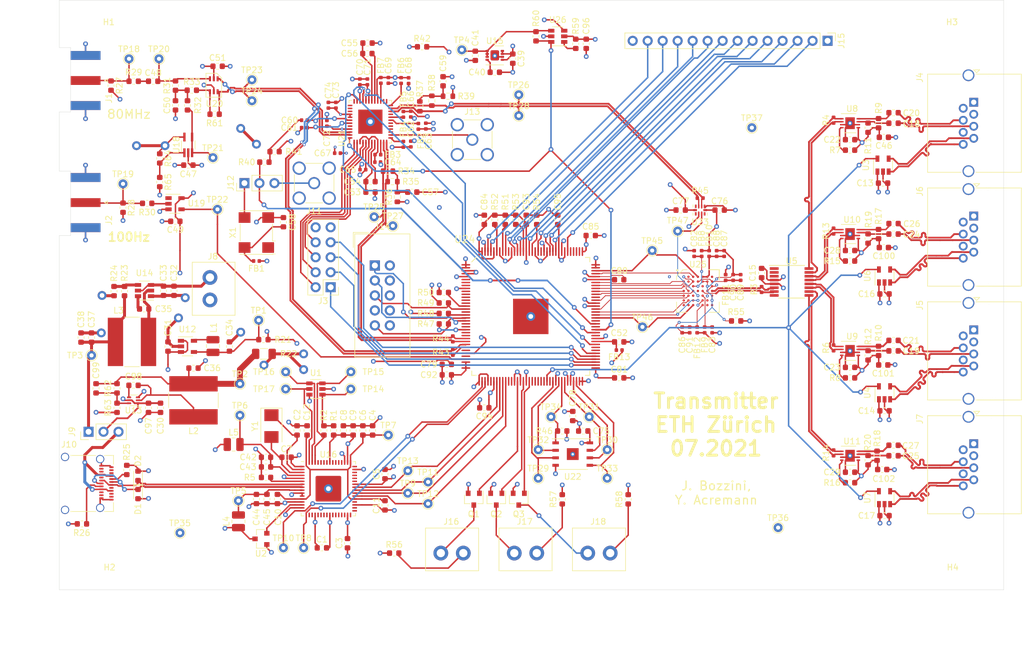
<source format=kicad_pcb>
(kicad_pcb (version 20241229) (generator "pcbnew") (generator_version "9.0")
  (title_block (title "TDS Transmitter") (date "2025-02-17") (company "(C) 2025 ETH Zurich, J. Bozzini, Y. Acremann") (comment 1 "License:  GNU public license v. 3.0"))
  (layers (0 "F.Cu" signal) (4 "In1.Cu" power) (6 "In2.Cu" power) (2 "B.Cu" signal) (13 "F.Paste" user) (15 "B.Paste" user) (5 "F.SilkS" user "F.Silkscreen") (7 "B.SilkS" user "B.Silkscreen") (1 "F.Mask" user) (3 "B.Mask" user) (25 "Edge.Cuts" user))
  (net 0 "")
  (net 1 "GND")
  (net 2 "+3V3")
  (net 3 "Net-(C2-Pad1)")
  (net 4 "/Debugger_UART/VCORE")
  (net 5 "Net-(C7-Pad1)")
  (net 6 "/Output/B_Q0_N")
  (net 7 "/Output/B_Q2_N")
  (net 8 "/Output/B_Q0_P")
  (net 9 "/Output/B_Q2_P")
  (net 10 "/Output/B_Q1_N")
  (net 11 "/Output/B_Q3_N")
  (net 12 "/Output/B_Q1_P")
  (net 13 "/Output/B_Q3_P")
  (net 14 "+5V")
  (net 15 "+15V")
  (net 16 "Net-(C34-Pad1)")
  (net 17 "Net-(C35-Pad2)")
  (net 18 "Net-(C35-Pad1)")
  (net 19 "Net-(C36-Pad1)")
  (net 20 "+5VD")
  (net 21 "Net-(C40-Pad1)")
  (net 22 "+1V0")
  (net 23 "VPHY")
  (net 24 "VPLL")
  (net 25 "Net-(C48-Pad2)")
  (net 26 "Net-(C48-Pad1)")
  (net 27 "+2V5")
  (net 28 "Net-(C50-Pad2)")
  (net 29 "GNDA")
  (net 30 "Net-(C53-Pad1)")
  (net 31 "Net-(C54-Pad1)")
  (net 32 "Net-(C55-Pad1)")
  (net 33 "Net-(C56-Pad1)")
  (net 34 "Net-(C57-Pad1)")
  (net 35 "Net-(C58-Pad1)")
  (net 36 "Net-(C59-Pad2)")
  (net 37 "Net-(C60-Pad2)")
  (net 38 "/Clock/XOA")
  (net 39 "/Clock/XOB")
  (net 40 "Net-(C82-Pad1)")
  (net 41 "Net-(C83-Pad1)")
  (net 42 "Net-(C86-Pad2)")
  (net 43 "GND1")
  (net 44 "Net-(C87-Pad1)")
  (net 45 "Net-(C89-Pad1)")
  (net 46 "/Debugger_UART/USB_P")
  (net 47 "/Debugger_UART/USB_N")
  (net 48 "Net-(FB2-Pad1)")
  (net 49 "Net-(FB3-Pad1)")
  (net 50 "Net-(FB4-Pad1)")
  (net 51 "Net-(FB5-Pad1)")
  (net 52 "Net-(FB6-Pad1)")
  (net 53 "Net-(FB7-Pad1)")
  (net 54 "/Clock/Oscillator_in")
  (net 55 "/Clock/RepRate_in")
  (net 56 "/FPGA_MRAM_Serializer/SPI_Timer_SDO")
  (net 57 "/FPGA_MRAM_Serializer/SPI_Timer_SCLK")
  (net 58 "/FPGA_MRAM_Serializer/SPI_Timer_SDIO")
  (net 59 "/FPGA_MRAM_Serializer/SPI_Timer_CSB")
  (net 60 "/Clock/SPI_Timer_CSB")
  (net 61 "/Clock/SPI_Timer_SDIO")
  (net 62 "/Clock/SPI_Timer_SCLK")
  (net 63 "/Clock/SPI_Timer_SDO")
  (net 64 "/Output/Slow_Q0_N")
  (net 65 "/Output/Slow_Q0_P")
  (net 66 "/Output/Slow_Q2_N")
  (net 67 "/Output/Slow_Q2_P")
  (net 68 "/Output/Slow_Q1_N")
  (net 69 "/Output/Slow_Q1_P")
  (net 70 "/Output/Slow_Q3_N")
  (net 71 "/Output/Slow_Q3_P")
  (net 72 "+5VA")
  (net 73 "Net-(J10-PadB11)")
  (net 74 "Net-(J10-PadB10)")
  (net 75 "Net-(J10-PadB8)")
  (net 76 "Net-(J10-PadB5)")
  (net 77 "Net-(J10-PadB3)")
  (net 78 "Net-(J10-PadB2)")
  (net 79 "Net-(J10-PadA11)")
  (net 80 "Net-(J10-PadA8)")
  (net 81 "Net-(J10-PadA10)")
  (net 82 "Net-(J10-PadA5)")
  (net 83 "Net-(J10-PadA3)")
  (net 84 "Net-(J10-PadA2)")
  (net 85 "Net-(J11-Pad1)")
  (net 86 "Clk_40MHz")
  (net 87 "Net-(J12-Pad1)")
  (net 88 "Net-(J13-Pad1)")
  (net 89 "Net-(J14-Pad9)")
  (net 90 "Net-(J14-Pad8)")
  (net 91 "Net-(J14-Pad7)")
  (net 92 "Net-(J14-Pad6)")
  (net 93 "Net-(J14-Pad5)")
  (net 94 "Net-(J14-Pad3)")
  (net 95 "Net-(J14-Pad1)")
  (net 96 "Net-(J15-Pad13)")
  (net 97 "Net-(J15-Pad12)")
  (net 98 "Net-(J15-Pad11)")
  (net 99 "Net-(J15-Pad10)")
  (net 100 "Net-(J15-Pad9)")
  (net 101 "Net-(J15-Pad8)")
  (net 102 "Net-(J15-Pad7)")
  (net 103 "Net-(J15-Pad6)")
  (net 104 "Net-(J15-Pad5)")
  (net 105 "Net-(J15-Pad4)")
  (net 106 "Net-(J15-Pad3)")
  (net 107 "Net-(J15-Pad2)")
  (net 108 "Net-(J16-Pad2)")
  (net 109 "Net-(J16-Pad1)")
  (net 110 "Net-(J17-Pad2)")
  (net 111 "Net-(J17-Pad1)")
  (net 112 "Net-(J18-Pad2)")
  (net 113 "Net-(J18-Pad1)")
  (net 114 "Net-(L1-Pad1)")
  (net 115 "/FPGA_MRAM_Serializer/CPU_and_unused/LED_1")
  (net 116 "/FPGA_MRAM_Serializer/CPU_and_unused/LED_2")
  (net 117 "/FPGA_MRAM_Serializer/CPU_and_unused/LED_3")
  (net 118 "/Debugger_UART/DO")
  (net 119 "/Debugger_UART/DI")
  (net 120 "/Fast_Pulse_ID_N")
  (net 121 "/Fast_Pulse_ID_P")
  (net 122 "/Output/A_Q0_N")
  (net 123 "/Output/A_Q0_P")
  (net 124 "Net-(R5-Pad1)")
  (net 125 "/Output/A_Q2_N")
  (net 126 "/Output/A_Q2_P")
  (net 127 "Net-(R7-Pad2)")
  (net 128 "Net-(R8-Pad2)")
  (net 129 "/Output/A_Q1_N")
  (net 130 "/Output/A_Q1_P")
  (net 131 "/Output/A_Q3_N")
  (net 132 "/Output/A_Q3_P")
  (net 133 "Net-(R15-Pad2)")
  (net 134 "Net-(R16-Pad2)")
  (net 135 "Net-(R23-Pad2)")
  (net 136 "Net-(R30-Pad2)")
  (net 137 "Net-(R32-Pad1)")
  (net 138 "Net-(R33-Pad2)")
  (net 139 "/Clk_FPGA_P")
  (net 140 "/Clk_FPGA_N")
  (net 141 "/Clk_Serializer_P")
  (net 142 "/Clk_Serializer_N")
  (net 143 "/Clk_before_AD9543_P")
  (net 144 "/Clk_before_AD9543_N")
  (net 145 "/FPGA_MRAM_Serializer/~{CS}")
  (net 146 "Net-(R50-Pad2)")
  (net 147 "Net-(R51-Pad2)")
  (net 148 "Net-(R52-Pad2)")
  (net 149 "Net-(R53-Pad2)")
  (net 150 "Net-(R54-Pad2)")
  (net 151 "Net-(R59-Pad2)")
  (net 152 "~{RESET}")
  (net 153 "/Debugger_UART/RXD")
  (net 154 "/Debugger_UART/TDI")
  (net 155 "/FPGA_MRAM_Serializer/RXD")
  (net 156 "/Debugger_UART/TDO")
  (net 157 "/Debugger_UART/TCK")
  (net 158 "/Debugger_UART/TMS")
  (net 159 "/Debugger_UART/CLK")
  (net 160 "/Debugger_UART/CS")
  (net 161 "/Clock/RepRate")
  (net 162 "/FPGA_MRAM_Serializer/~{WP}")
  (net 163 "/FPGA_MRAM_Serializer/SCK")
  (net 164 "/FPGA_MRAM_Serializer/~{HOLD}")
  (net 165 "/FPGA_MRAM_Serializer/SO")
  (net 166 "/FPGA_MRAM_Serializer/SI")
  (net 167 "/FPGA_MRAM_Serializer/DIN0")
  (net 168 "/FPGA_MRAM_Serializer/DIN5")
  (net 169 "/FPGA_MRAM_Serializer/DIN1")
  (net 170 "/FPGA_MRAM_Serializer/DIN6")
  (net 171 "/FPGA_MRAM_Serializer/DIN2")
  (net 172 "/FPGA_MRAM_Serializer/DIN7")
  (net 173 "/FPGA_MRAM_Serializer/DIN3")
  (net 174 "/FPGA_MRAM_Serializer/DIN8")
  (net 175 "/FPGA_MRAM_Serializer/DIN4")
  (net 176 "/FPGA_MRAM_Serializer/DIN9")
  (net 177 "/FPGA_MRAM_Serializer/SYNC1")
  (net 178 "/FPGA_MRAM_Serializer/TCLKR")
  (net 179 "/FPGA_MRAM_Serializer/TCLK")
  (net 180 "Net-(U16-Pad14)")
  (net 181 "/Slow_Pulse_ID")
  (net 182 "Net-(U5-Pad8)")
  (net 183 "Net-(U5-Pad3)")
  (net 184 "Net-(U5-Pad2)")
  (net 185 "Net-(U5-Pad1)")
  (net 186 "Net-(U16-Pad60)")
  (net 187 "Net-(U16-Pad59)")
  (net 188 "Net-(U16-Pad58)")
  (net 189 "Net-(U16-Pad57)")
  (net 190 "Net-(U16-Pad55)")
  (net 191 "Net-(U16-Pad54)")
  (net 192 "Net-(U16-Pad53)")
  (net 193 "Net-(U16-Pad52)")
  (net 194 "Net-(U16-Pad48)")
  (net 195 "Net-(U16-Pad46)")
  (net 196 "Net-(U16-Pad45)")
  (net 197 "Net-(U16-Pad44)")
  (net 198 "Net-(U16-Pad43)")
  (net 199 "Net-(U16-Pad36)")
  (net 200 "Net-(U16-Pad34)")
  (net 201 "Net-(U16-Pad33)")
  (net 202 "Net-(U16-Pad32)")
  (net 203 "Net-(U16-Pad30)")
  (net 204 "Net-(U16-Pad29)")
  (net 205 "Net-(U16-Pad28)")
  (net 206 "Net-(U16-Pad27)")
  (net 207 "Net-(U16-Pad26)")
  (net 208 "Net-(U16-Pad24)")
  (net 209 "Net-(U16-Pad23)")
  (net 210 "Net-(U16-Pad22)")
  (net 211 "Net-(U16-Pad21)")
  (net 212 "Net-(U16-Pad19)")
  (net 213 "Net-(U16-Pad18)")
  (net 214 "Net-(U19-Pad1)")
  (net 215 "Net-(U21-Pad44)")
  (net 216 "Net-(U21-Pad39)")
  (net 217 "Net-(U21-Pad38)")
  (net 218 "Net-(U21-Pad37)")
  (net 219 "Net-(U21-Pad36)")
  (net 220 "/Clock/M2")
  (net 221 "/Clock/M1")
  (net 222 "/Clock/M0")
  (net 223 "Net-(U21-Pad26)")
  (net 224 "Net-(U21-Pad25)")
  (net 225 "Net-(U21-Pad21)")
  (net 226 "Net-(U21-Pad18)")
  (net 227 "Net-(U21-Pad17)")
  (net 228 "Net-(U21-Pad16)")
  (net 229 "Net-(U21-Pad15)")
  (net 230 "Net-(U23-Pad9)")
  (net 231 "Net-(U23-Pad6)")
  (net 232 "Net-(U23-Pad4)")
  (net 233 "Net-(U24-Pad134)")
  (net 234 "Net-(U24-Pad123)")
  (net 235 "Net-(U24-Pad112)")
  (net 236 "Net-(U24-Pad97)")
  (net 237 "Net-(U24-Pad89)")
  (net 238 "Net-(U24-Pad87)")
  (net 239 "Net-(U24-Pad84)")
  (net 240 "Net-(U24-Pad80)")
  (net 241 "Net-(U24-Pad79)")
  (net 242 "Net-(U24-Pad61)")
  (net 243 "Net-(U24-Pad56)")
  (net 244 "Net-(U24-Pad48)")
  (net 245 "Net-(U24-Pad32)")
  (net 246 "Net-(U24-Pad30)")
  (net 247 "Net-(U24-Pad25)")
  (net 248 "Net-(U24-Pad24)")
  (net 249 "Net-(U24-Pad22)")
  (net 250 "Net-(U24-Pad21)")
  (net 251 "Net-(U24-Pad17)")
  (net 252 "Net-(U25-PadG7)")
  (net 253 "Net-(U25-PadA7)")
  (net 254 "Net-(U25-PadG6)")
  (net 255 "Net-(U25-PadF6)")
  (net 256 "Net-(U25-PadC5)")
  (net 257 "Net-(U25-PadD4)")
  (net 258 "Net-(U25-PadF3)")
  (net 259 "Net-(U25-PadE3)")
  (net 260 "Net-(U25-PadG2)")
  (net 261 "Net-(U25-PadB2)")
  (net 262 "Net-(U25-PadA2)")
  (net 263 "Net-(U25-PadG1)")
  (net 264 "Net-(U25-PadF1)")
  (net 265 "Net-(X1-Pad1)")
  (net 266 "Net-(U24-Pad47)")
  (net 267 "Net-(U24-Pad55)")
  (net 268 "Net-(U24-Pad41)")
  (net 269 "Net-(U24-Pad14)")
  (net 270 "Net-(U24-Pad13)")
  (net 271 "Net-(U24-Pad12)")
  (net 272 "Net-(U24-Pad11)")
  (net 273 "Net-(U24-Pad113)")
  (net 274 "Net-(U24-Pad111)")
  (net 275 "Net-(U24-Pad110)")
  (net 276 "/Output/C_Q0_N")
  (net 277 "/Output/C_Q2_N")
  (net 278 "/Output/C_Q0_P")
  (net 279 "/Output/C_Q2_P")
  (net 280 "/Output/C_Q1_N")
  (net 281 "/Output/C_Q3_N")
  (net 282 "/Output/C_Q1_P")
  (net 283 "/Output/C_Q3_P")
  (net 284 "Net-(U24-Pad59)")
  (net 285 "Net-(U24-Pad58)")
  (net 286 "Net-(U24-Pad57)")
  (net 287 "Net-(U24-Pad10)")
  (net 288 "Net-(U24-Pad8)")
  (net 289 "Net-(U24-Pad7)")
  (net 290 "Net-(U24-Pad6)")
  (net 291 "Net-(C52-Pad1)")
  (net 292 "Net-(C98-Pad2)")
  (net 293 "Net-(C98-Pad1)")
  (net 294 "Net-(C99-Pad2)")
  (net 295 "Net-(R64-Pad2)")
  (footprint "Capacitor_SMD:C_0603_1608Metric" (layer "F.Cu") (at 194.564 81.026)
    (property "Reference" "C13")
    (property "Value" "100n")
  )
  (footprint "Capacitor_SMD:C_0603_1608Metric" (layer "F.Cu") (at 173.99 96.266 -90)
    (property "Reference" "C15")
    (property "Value" "100n")
  )
  (footprint "Capacitor_SMD:C_0603_1608Metric" (layer "F.Cu") (at 196.342 70.866 180)
    (property "Reference" "C18")
    (property "Value" "10n")
  )
  (footprint "Capacitor_SMD:C_0603_1608Metric" (layer "F.Cu") (at 196.342 107.696 180)
    (property "Reference" "C21")
    (property "Value" "10n")
  )
  (footprint "Capacitor_SMD:C_0603_1608Metric" (layer "F.Cu") (at 188.976 73.66 180)
    (property "Reference" "C22")
    (property "Value" "100n")
  )
  (footprint "Capacitor_SMD:C_0603_1608Metric" (layer "F.Cu") (at 188.976 112.268 180)
    (property "Reference" "C23")
    (property "Value" "100n")
  )
  (footprint "Capacitor_SMD:C_0603_1608Metric" (layer "F.Cu") (at 196.342 89.662 180)
    (property "Reference" "C24")
    (property "Value" "10n")
  )
  (footprint "Capacitor_SMD:C_0603_1608Metric" (layer "F.Cu") (at 196.342 127.254 180)
    (property "Reference" "C25")
    (property "Value" "10n")
  )
  (footprint "Capacitor_SMD:C_0603_1608Metric" (layer "F.Cu") (at 196.342 125.476 180)
    (property "Reference" "C27")
    (property "Value" "10n")
  )
  (footprint "Capacitor_SMD:C_0603_1608Metric" (layer "F.Cu") (at 188.976 92.456 180)
    (property "Reference" "C28")
    (property "Value" "100n")
  )
  (footprint "Capacitor_SMD:C_0603_1608Metric" (layer "F.Cu") (at 73.406 108.7375 90)
    (property "Reference" "C31")
    (property "Value" "10u")
  )
  (footprint "Capacitor_SMD:C_0603_1608Metric" (layer "F.Cu") (at 74.422 99.2885 -90)
    (property "Reference" "C32")
    (property "Value" "10u")
  )
  (footprint "Capacitor_SMD:C_0603_1608Metric" (layer "F.Cu") (at 83.82 108.7375 90)
    (property "Reference" "C34")
    (property "Value" "10u")
  )
  (footprint "Capacitor_SMD:C_0603_1608Metric" (layer "F.Cu") (at 69.3675 102.362 180)
    (property "Reference" "C35")
    (property "Value" "100n")
  )
  (footprint "Capacitor_SMD:C_0603_1608Metric" (layer "F.Cu") (at 77.724 112.395)
    (property "Reference" "C36")
    (property "Value" "22u")
  )
  (footprint "Capacitor_SMD:C_0603_1608Metric" (layer "F.Cu") (at 60.452 107.2135 90)
    (property "Reference" "C37")
    (property "Value" "22u")
  )
  (footprint "Capacitor_SMD:C_0603_1608Metric" (layer "F.Cu") (at 58.674 107.2135 90)
    (property "Reference" "C38")
    (property "Value" "22u")
  )
  (footprint "Capacitor_SMD:C_0603_1608Metric" (layer "F.Cu") (at 131.826 59.9185 -90)
    (property "Reference" "C39")
    (property "Value" "10u")
  )
  (footprint "Capacitor_SMD:C_0603_1608Metric" (layer "F.Cu") (at 128.778 62.23)
    (property "Reference" "C40")
    (property "Value" "1n")
  )
  (footprint "Capacitor_SMD:C_0603_1608Metric" (layer "F.Cu") (at 125.476 59.436 -90)
    (property "Reference" "C41")
    (property "Value" "10u")
  )
  (footprint "Capacitor_SMD:C_0603_1608Metric" (layer "F.Cu") (at 107.7215 80.772 180)
    (property "Reference" "C54")
    (property "Value" "3.9n")
  )
  (footprint "Capacitor_SMD:C_0603_1608Metric" (layer "F.Cu") (at 107.2135 57.277)
    (property "Reference" "C55")
    (property "Value" "0.22u")
  )
  (footprint "Capacitor_SMD:C_0603_1608Metric" (layer "F.Cu") (at 92.964 87.6555 90)
    (property "Reference" "C58")
    (property "Value" "0.1u")
  )
  (footprint "Capacitor_SMD:C_0402_1005Metric" (layer "F.Cu") (at 114.554 74.399 90)
    (property "Reference" "C62")
    (property "Value" "0.1u")
  )
  (footprint "Capacitor_SMD:C_0402_1005Metric" (layer "F.Cu") (at 114.554 69.319 90)
    (property "Reference" "C66")
    (property "Value" "0.1u")
  )
  (footprint "Capacitor_SMD:C_0402_1005Metric" (layer "F.Cu") (at 102.131 75.946)
    (property "Reference" "C67")
    (property "Value" "0.1u")
  )
  (footprint "Capacitor_SMD:C_0402_1005Metric" (layer "F.Cu") (at 114.173 63.65 90)
    (property "Reference" "C68")
    (property "Value" "0.1u")
  )
  (footprint "Capacitor_SMD:C_0402_1005Metric" (layer "F.Cu") (at 110.744 63.604 90)
    (property "Reference" "C69")
    (property "Value" "0.1u")
  )
  (footprint "Capacitor_SMD:C_0402_1005Metric" (layer "F.Cu") (at 105.918 63.858 -90)
    (property "Reference" "C70")
    (property "Value" "0.1u")
  )
  (footprint "Capacitor_SMD:C_0402_1005Metric" (layer "F.Cu") (at 107.188 63.858 90)
    (property "Reference" "C71")
    (property "Value" "0.1u")
  )
  (footprint "Capacitor_SMD:C_0402_1005Metric" (layer "F.Cu") (at 100.33 70.889 -90)
    (property "Reference" "C72")
    (property "Value" "0.1u")
  )
  (footprint "Capacitor_SMD:C_0402_1005Metric" (layer "F.Cu") (at 100.584 67.818 90)
    (property "Reference" "C74")
    (property "Value" "0.1u")
  )
  (footprint "Capacitor_SMD:C_0603_1608Metric" (layer "F.Cu") (at 166.878 85.598 180)
    (property "Reference" "C76")
    (property "Value" "100n")
  )
  (footprint "Capacitor_SMD:C_0603_1608Metric" (layer "F.Cu") (at 120.65 111.76 180)
    (property "Reference" "C79")
    (property "Value" "100n")
  )
  (footprint "Capacitor_SMD:C_0603_1608Metric" (layer "F.Cu") (at 149.86 97.409 180)
    (property "Reference" "C80")
    (property "Value" "100n")
  )
  (footprint "Capacitor_SMD:C_0603_1608Metric" (layer "F.Cu") (at 149.86 114.046)
    (property "Reference" "C81")
    (property "Value" "10n")
  )
  (footprint "Capacitor_SMD:C_0402_1005Metric" (layer "F.Cu") (at 165.608 105.918 -90)
    (property "Reference" "C83")
    (property "Value" "100n")
  )
  (footprint "Capacitor_SMD:C_0603_1608Metric" (layer "F.Cu") (at 127 87.249 90)
    (property "Reference" "C84")
    (property "Value" "10n")
  )
  (footprint "Capacitor_SMD:C_0603_1608Metric" (layer "F.Cu") (at 145.034 89.916)
    (property "Reference" "C85")
    (property "Value" "10n")
  )
  (footprint "Capacitor_SMD:C_0402_1005Metric" (layer "F.Cu") (at 160.528 105.918 90)
    (property "Reference" "C86")
    (property "Value" "100n")
  )
  (footprint "Capacitor_SMD:C_0402_1005Metric" (layer "F.Cu") (at 166.37 92.964 -90)
    (property "Reference" "C88")
    (property "Value" "1n")
  )
  (footprint "Capacitor_SMD:C_0402_1005Metric" (layer "F.Cu") (at 170.434 97.028 90)
    (property "Reference" "C89")
    (property "Value" "100n")
  )
  (footprint "Capacitor_SMD:C_0402_1005Metric" (layer "F.Cu") (at 169.164 97.028 90)
    (property "Reference" "C90")
    (property "Value" "1n")
  )
  (footprint "Capacitor_SMD:C_0402_1005Metric" (layer "F.Cu") (at 161.798 105.918 -90)
    (property "Reference" "C91")
    (property "Value" "1n")
  )
  (footprint "Capacitor_SMD:C_0603_1608Metric" (layer "F.Cu") (at 134.112 87.249 90)
    (property "Reference" "C93")
    (property "Value" "100n")
  )
  (footprint "Capacitor_SMD:C_0603_1608Metric" (layer "F.Cu") (at 127 119.126 180)
    (property "Reference" "C94")
    (property "Value" "100n")
  )
  (footprint "Capacitor_SMD:C_0603_1608Metric" (layer "F.Cu") (at 139.446 87.249 90)
    (property "Reference" "C95")
    (property "Value" "100n")
  )
  (footprint "Inductor_SMD:L_0402_1005Metric" (layer "F.Cu") (at 88.392 94.234 180)
    (property "Reference" "FB1")
    (property "Value" "30")
  )
  (footprint "Inductor_SMD:L_0402_1005Metric" (layer "F.Cu") (at 115.824 71.397 -90)
    (property "Reference" "FB2")
    (property "Value" "30")
  )
  (footprint "Inductor_SMD:L_0402_1005Metric" (layer "F.Cu") (at 113.284 74.445 -90)
    (property "Reference" "FB4")
    (property "Value" "30")
  )
  (footprint "Inductor_SMD:L_0402_1005Metric" (layer "F.Cu") (at 112.903 63.627 90)
    (property "Reference" "FB6")
    (property "Value" "30")
  )
  (footprint "Inductor_SMD:L_0402_1005Metric" (layer "F.Cu") (at 109.474 63.604 90)
    (property "Reference" "FB7")
    (property "Value" "30")
  )
  (footprint "Inductor_SMD:L_0402_1005Metric" (layer "F.Cu") (at 164.338 105.918 90)
    (property "Reference" "FB9")
    (property "Value" "30")
  )
  (footprint "Inductor_SMD:L_0402_1005Metric" (layer "F.Cu") (at 165.1 92.964 -90)
    (property "Reference" "FB10")
    (property "Value" "30")
  )
  (footprint "Inductor_SMD:L_0402_1005Metric" (layer "F.Cu") (at 167.894 97.028 -90)
    (property "Reference" "FB11")
    (property "Value" "30")
  )
  (footprint "Inductor_SMD:L_0402_1005Metric" (layer "F.Cu") (at 163.068 105.918 90)
    (property "Reference" "FB12")
    (property "Value" "30")
  )
  (footprint "footprint:3.81mm_2_pos" (layer "F.Cu") (at 80.518 100.838 90)
    (property "Reference" "J8")
    (property "Value" "Conn_01x02")
  )
  (footprint "Connector_PinHeader_2.54mm:PinHeader_1x03_P2.54mm_Vertical" (layer "F.Cu") (at 86.36 81.026 90)
    (property "Reference" "J12")
    (property "Value" "Conn_01x03")
  )
  (footprint "Connector_IDC:IDC-Header_2x05_P2.54mm_Vertical" (layer "F.Cu") (at 108.458 94.996)
    (property "Reference" "J14")
    (property "Value" "Prog.")
  )
  (footprint "footprint:3.81mm_2_pos" (layer "F.Cu") (at 123.444 143.764 180)
    (property "Reference" "J16")
    (property "Value" "LED_1")
  )
  (footprint "footprint:3.81mm_2_pos" (layer "F.Cu") (at 135.89 143.764 180)
    (property "Reference" "J17")
    (property "Value" "LED_2")
  )
  (footprint "Inductor_SMD:L_1008_2520Metric" (layer "F.Cu") (at 81.026 108.653 -90)
    (property "Reference" "L1")
    (property "Value" "10u")
  )
  (footprint "Inductor_SMD:L_Bourns-SRN8040_8x8.15mm" (layer "F.Cu") (at 67.304 107.95 180)
    (property "Reference" "L3")
    (property "Value" "3.3u")
  )
  (footprint "Package_TO_SOT_SMD:SOT-23" (layer "F.Cu") (at 125.222 134.62 -90)
    (property "Reference" "Q1")
    (property "Value" "BSS123")
  )
  (footprint "Resistor_SMD:R_0402_1005Metric" (layer "F.Cu") (at 173.99 99.06 -90)
    (property "Reference" "R3")
    (property "Value" "100")
  )
  (footprint "Resistor_SMD:R_0402_1005Metric" (layer "F.Cu") (at 186.182 108.966 -90)
    (property "Reference" "R6")
    (property "Value" "100")
  )
  (footprint "Resistor_SMD:R_0603_1608Metric" (layer "F.Cu") (at 188.976 114.046 180)
    (property "Reference" "R8")
    (property "Value" "953")
  )
  (footprint "Resistor_SMD:R_0603_1608Metric" (layer "F.Cu") (at 193.802 70.866 -90)
    (property "Reference" "R9")
    (property "Value" "50")
  )
  (footprint "Resistor_SMD:R_0603_1608Metric" (layer "F.Cu") (at 193.802 109.474 -90)
    (property "Reference" "R10")
    (property "Value" "50")
  )
  (footprint "Resistor_SMD:R_0603_1608Metric" (layer "F.Cu") (at 192.024 71.628 -90)
    (property "Reference" "R11")
    (property "Value" "50")
  )
  (footprint "Resistor_SMD:R_0603_1608Metric" (layer "F.Cu") (at 192.024 110.236 -90)
    (property "Reference" "R12")
    (property "Value" "50")
  )
  (footprint "Resistor_SMD:R_0402_1005Metric" (layer "F.Cu") (at 186.182 126.769 -90)
    (property "Reference" "R14")
    (property "Value" "100")
  )
  (footprint "Resistor_SMD:R_0603_1608Metric" (layer "F.Cu") (at 193.802 89.662 -90)
    (property "Reference" "R17")
    (property "Value" "50")
  )
  (footprint "Resistor_SMD:R_0603_1608Metric" (layer "F.Cu") (at 193.548 127.254 -90)
    (property "Reference" "R18")
    (property "Value" "50")
  )
  (footprint "Resistor_SMD:R_0603_1608Metric" (layer "F.Cu") (at 66.04 99.3395 90)
    (property "Reference" "R23")
    (property "Value" "56.2k")
  )
  (footprint "Resistor_SMD:R_0603_1608Metric" (layer "F.Cu") (at 64.262 99.3394 -90)
    (property "Reference" "R24")
    (property "Value" "10k")
  )
  (footprint "Resistor_SMD:R_0603_1608Metric" (layer "F.Cu") (at 89.7385 77.47 180)
    (property "Reference" "R40")
    (property "Value" "330")
  )
  (footprint "Resistor_SMD:R_0603_1608Metric" (layer "F.Cu") (at 91.4655 75.692 180)
    (property "Reference" "R41")
    (property "Value" "150")
  )
  (footprint "Resistor_SMD:R_0402_1005Metric" (layer "F.Cu") (at 121.666 107.442 -90)
    (property "Reference" "R44")
    (property "Value" "100")
  )
  (footprint "Resistor_SMD:R_0402_1005Metric" (layer "F.Cu") (at 163.576 83.566 180)
    (property "Reference" "R45")
    (property "Value" "100")
  )
  (footprint "Resistor_SMD:R_0603_1608Metric" (layer "F.Cu") (at 140.208 123.063 180)
    (property "Reference" "R46")
    (property "Value" "10k")
  )
  (footprint "Resistor_SMD:R_0603_1608Metric" (layer "F.Cu") (at 120.142 104.902)
    (property "Reference" "R47")
    (property "Value" "10k")
  )
  (footprint "Resistor_SMD:R_0603_1608Metric" (layer "F.Cu") (at 120.142 103.124 180)
    (property "Reference" "R48")
    (property "Value" "1k")
  )
  (footprint "Resistor_SMD:R_0603_1608Metric" (layer "F.Cu") (at 120.142 101.346)
    (property "Reference" "R49")
    (property "Value" "10k")
  )
  (footprint "Resistor_SMD:R_0603_1608Metric" (layer "F.Cu") (at 130.556 87.249 -90)
    (property "Reference" "R51")
    (property "Value" "10k")
  )
  (footprint "Resistor_SMD:R_0603_1608Metric" (layer "F.Cu") (at 128.778 87.249 -90)
    (property "Reference" "R52")
    (property "Value" "10k")
  )
  (footprint "Resistor_SMD:R_0603_1608Metric" (layer "F.Cu") (at 132.334 87.249 -90)
    (property "Reference" "R53")
    (property "Value" "10k")
  )
  (footprint "Resistor_SMD:R_0603_1608Metric" (layer "F.Cu") (at 135.89 87.249 -90)
    (property "Reference" "R54")
    (property "Value" "10k")
  )
  (footprint "Resistor_SMD:R_0603_1608Metric" (layer "F.Cu") (at 111.7345 143.764)
    (property "Reference" "R56")
    (property "Value" "0")
  )
  (footprint "Resistor_SMD:R_0603_1608Metric" (layer "F.Cu") (at 140.208 134.6455 -90)
    (property "Reference" "R57")
    (property "Value" "0")
  )
  (footprint "Resistor_SMD:R_0603_1608Metric" (layer "F.Cu") (at 151.384 134.6455 -90)
    (property "Reference" "R58")
    (property "Value" "0")
  )
  (footprint "Resistor_SMD:R_0603_1608Metric" (layer "F.Cu") (at 135.763 56.134 -90)
    (property "Reference" "R60")
    (property "Value" "10k")
  )
  (footprint "TestPoint:TestPoint_THTPad_D1.5mm_Drill0.7mm" (layer "F.Cu") (at 88.773 104.267)
    (property "Reference" "TP1")
    (property "Value" "+2.5V")
  )
  (footprint "TestPoint:TestPoint_THTPad_D1.5mm_Drill0.7mm" (layer "F.Cu") (at 85.598 115.062)
    (property "Reference" "TP2")
    (property "Value" "+3.3V")
  )
  (footprint "TestPoint:TestPoint_THTPad_D1.5mm_Drill0.7mm" (layer "F.Cu") (at 60.452 110.236)
    (property "Reference" "TP3")
    (property "Value" "+5V")
  )
  (footprint "TestPoint:TestPoint_THTPad_D1.5mm_Drill0.7mm" (layer "F.Cu") (at 123.19 58.42)
    (property "Reference" "TP4")
    (property "Value" "+1.8V")
  )
  (footprint "TestPoint:TestPoint_THTPad_D1.5mm_Drill0.7mm" (layer "F.Cu") (at 132.842 66.04)
    (property "Reference" "TP26")
    (property "Value" "TestPoint")
  )
  (footprint "TestPoint:TestPoint_THTPad_D1.5mm_Drill0.7mm" (layer "F.Cu") (at 111.506 88.265)
    (property "Reference" "TP27")
    (property "Value" "TestPoint")
  )
  (footprint "TestPoint:TestPoint_THTPad_D1.5mm_Drill0.7mm" (layer "F.Cu") (at 147.828 126.238)
    (property "Reference" "TP30")
    (property "Value" "TestPoint")
  )
  (footprint "TestPoint:TestPoint_THTPad_D1.5mm_Drill0.7mm" (layer "F.Cu") (at 144.78 120.65)
    (property "Reference" "TP31")
    (property "Value" "TestPoint")
  )
  (footprint "TestPoint:TestPoint_THTPad_D1.5mm_Drill0.7mm" (layer "F.Cu") (at 136.144 126.238)
    (property "Reference" "TP32")
    (property "Value" "TestPoint")
  )
  (footprint "TestPoint:TestPoint_THTPad_D1.5mm_Drill0.7mm" (layer "F.Cu") (at 147.828 131.064)
    (property "Reference" "TP33")
    (property "Value" "TestPoint")
  )
  (footprint "TestPoint:TestPoint_THTPad_D1.5mm_Drill0.7mm" (layer "F.Cu") (at 138.303 120.65)
    (property "Reference" "TP34")
    (property "Value" "TestPoint")
  )
  (footprint "TestPoint:TestPoint_THTPad_D1.5mm_Drill0.7mm" (layer "F.Cu") (at 155.448 92.456)
    (property "Reference" "TP45")
    (property "Value" "TestPoint")
  )
  (footprint "TestPoint:TestPoint_THTPad_D1.5mm_Drill0.7mm" (layer "F.Cu") (at 153.797 105.41)
    (property "Reference" "TP46")
    (property "Value" "TestPoint")
  )
  (footprint "TestPoint:TestPoint_THTPad_D1.5mm_Drill0.7mm" (layer "F.Cu") (at 159.766 89.154)
    (property "Reference" "TP47")
    (property "Value" "TestPoint")
  )
  (footprint "Package_SON:WSON-8-1EP_3x3mm_P0.5mm_EP1.6x2.0mm" (layer "F.Cu") (at 188.976 70.866)
    (property "Reference" "U8")
    (property "Value" "DS15BA101")
  )
  (footprint "Package_SON:WSON-8-1EP_3x3mm_P0.5mm_EP1.6x2.0mm" (layer "F.Cu") (at 188.976 109.474)
    (property "Reference" "U9")
    (property "Value" "DS15BA101")
  )
  (footprint "Package_SON:WSON-8-1EP_3x3mm_P0.5mm_EP1.6x2.0mm" (layer "F.Cu") (at 188.976 89.662)
    (property "Reference" "U10")
    (property "Value" "DS15BA101")
  )
  (footprint "Package_SON:WSON-8-1EP_3x3mm_P0.5mm_EP1.6x2.0mm" (layer "F.Cu") (at 188.976 127.254)
    (property "Reference" "U11")
    (property "Value" "DS15BA101")
  )
  (footprint "Package_TO_SOT_SMD:SOT-23-5" (layer "F.Cu") (at 76.708 108.712)
    (property "Reference" "U12")
    (property "Value" "TPS62205DBV")
  )
  (footprint "Package_TO_SOT_SMD:SOT-23-6" (layer "F.Cu") (at 69.426 99.248 180)
    (property "Reference" "U14")
    (property "Value" "TPS563200")
  )
  (footprint "Package_CSP:LFCSP-8-1EP_3x3mm_P0.5mm_EP1.45x1.74mm" (layer "F.Cu") (at 128.778 59.363)
    (property "Reference" "U15")
    (property "Value" "ADM7171ACPZ-1.8-R7")
  )
  (footprint "Package_DFN_QFN:Texas_R-PUQFN-N10" (layer "F.Cu") (at 163.576 85.598 -90)
    (property "Reference" "U23")
    (property "Value" "SN65LVDS4")
  )
  (footprint "Package_TO_SOT_SMD:SOT-23-6" (layer "F.Cu") (at 139.446 56.134 180)
    (property "Reference" "U26")
    (property "Value" "STM6710")
  )
  (footprint "Oscillator:Oscillator_SMD_Abracon_ASV-4Pin_7.0x5.1mm" (layer "F.Cu") (at 88.38 89.408 90)
    (property "Reference" "X1")
    (property "Value" "ASV-40MHz")
  )
  (footprint "Connector_RJ:RJ45_Amphenol_RJHSE5380" (layer "F.Cu") (at 209.931 125.222 -90)
    (property "Reference" "J7")
    (property "Value" "RJ45_Shielded")
  )
  (footprint "Connector_RJ:RJ45_Amphenol_RJHSE5380" (layer "F.Cu") (at 209.931 86.614 -90)
    (property "Reference" "J6")
    (property "Value" "RJ45_Shielded")
  )
  (footprint "Connector_RJ:RJ45_Amphenol_RJHSE5380" (layer "F.Cu") (at 209.931 105.918 -90)
    (property "Reference" "J5")
    (property "Value" "RJ45_Shielded")
  )
  (footprint "TestPoint:TestPoint_THTPad_D1.5mm_Drill0.7mm" (layer "F.Cu") (at 114.046 133.604)
    (property "Reference" "TP9")
    (property "Value" "TestPoint")
  )
  (footprint "TestPoint:TestPoint_THTPad_D1.5mm_Drill0.7mm" (layer "F.Cu") (at 96.393 142.875)
    (property "Reference" "TP8")
    (property "Value" "TestPoint")
  )
  (footprint "TestPoint:TestPoint_THTPad_D1.5mm_Drill0.7mm" (layer "F.Cu") (at 110.744 123.7488)
    (property "Reference" "TP7")
    (property "Value" "TestPoint")
  )
  (footprint "TestPoint:TestPoint_THTPad_D1.5mm_Drill0.7mm" (layer "F.Cu") (at 85.598 120.396)
    (property "Reference" "TP6")
    (property "Value" "TestPoint")
  )
  (footprint "TestPoint:TestPoint_THTPad_D1.5mm_Drill0.7mm" (layer "F.Cu") (at 85.344 134.874)
    (property "Reference" "TP5")
    (property "Value" "TestPoint")
  )
  (footprint "TestPoint:TestPoint_THTPad_D1.5mm_Drill0.7mm" (layer "F.Cu") (at 114.046 129.794)
    (property "Reference" "TP13")
    (property "Value" "TestPoint")
  )
  (footprint "TestPoint:TestPoint_THTPad_D1.5mm_Drill0.7mm" (layer "F.Cu") (at 117.475 135.382)
    (property "Reference" "TP12")
    (property "Value" "TestPoint")
  )
  (footprint "TestPoint:TestPoint_THTPad_D1.5mm_Drill0.7mm" (layer "F.Cu") (at 93.345 115.9383)
    (property "Reference" "TP17")
    (property "Value" "TestPoint")
  )
  (footprint "Capacitor_SMD:C_0603_1608Metric" (layer "F.Cu") (at 106.426 122.9615 90)
    (property "Reference" "C6")
    (property "Value" "100n")
  )
  (footprint "Capacitor_SMD:C_0603_1608Metric" (layer "F.Cu") (at 110.1725 130.3655 90)
    (property "Reference" "C5")
    (property "Value" "100n")
  )
  (footprint "Capacitor_SMD:C_0603_1608Metric" (layer "F.Cu") (at 108.077 122.9615 90)
    (property "Reference" "C4")
    (property "Value" "4.7u")
  )
  (footprint "TestPoint:TestPoint_THTPad_D1.5mm_Drill0.7mm" (layer "F.Cu") (at 117.475 131.699)
    (property "Reference" "TP11")
    (property "Value" "TestPoint")
  )
  (footprint "TestPoint:TestPoint_THTPad_D1.5mm_Drill0.7mm" (layer "F.Cu") (at 92.964 142.875)
    (property "Reference" "TP10")
    (property "Value" "TestPoint")
  )
  (footprint "Capacitor_SMD:C_0603_1608Metric" (layer "F.Cu") (at 103.8225 142.0875 -90)
    (property "Reference" "C3")
    (property "Value" "100n")
  )
  (footprint "Capacitor_SMD:C_0603_1608Metric" (layer "F.Cu") (at 95.2754 122.9614 90)
    (property "Reference" "C2")
    (property "Value" "30p")
  )
  (footprint "Package_DFN_QFN:QFN-64-1EP_9x9mm_P0.5mm_EP4.35x4.35mm" (layer "F.Cu") (at 100.584 132.842)
    (property "Reference" "U16")
    (property "Value" "FT2232HQ")
  )
  (footprint "Inductor_SMD:L_1008_2520Metric" (layer "F.Cu") (at 85.344 138.371 90)
    (property "Reference" "L4")
    (property "Value" "10u")
  )
  (footprint "Package_TO_SOT_SMD:SOT-23" (layer "F.Cu") (at 89.154 141.351 180)
    (property "Reference" "U2")
    (property "Value" "LM809")
  )
  (footprint "Capacitor_SMD:C_0603_1608Metric" (layer "F.Cu") (at 99.479 142.875)
    (property "Reference" "C1")
    (property "Value" "100n")
  )
  (footprint "Capacitor_SMD:C_0603_1608Metric" (layer "F.Cu") (at 96.9772 122.9614 90)
    (property "Reference" "C12")
    (property "Value" "100n")
  )
  (footprint "Capacitor_SMD:C_0603_1608Metric" (layer "F.Cu") (at 104.775 122.9615 90)
    (property "Reference" "C9")
    (property "Value" "100n")
  )
  (footprint "Capacitor_SMD:C_0603_1608Metric" (layer "F.Cu") (at 91.948 134.5945 -90)
    (property "Reference" "C10")
    (property "Value" "100n")
  )
  (footprint "Resistor_SMD:R_0603_1608Metric" (layer "F.Cu") (at 99.822 122.9614 90)
    (property "Reference" "R2")
    (property "Value" "2k")
  )
  (footprint "Resistor_SMD:R_0603_1608Metric" (layer "F.Cu") (at 101.473 122.9615 -90)
    (property "Reference" "R1")
    (property "Value" "10k")
  )
  (footprint "Capacitor_SMD:C_0603_1608Metric" (layer "F.Cu") (at 110.1725 135.674 -90)
    (property "Reference" "C11")
    (property "Value" "100n")
  )
  (footprint "Crystal:Crystal_SMD_5032-2Pin_5.0x3.2mm" (layer "F.Cu") (at 90.932 122.229 -90)
    (property "Reference" "Y1")
    (property "Value" "12M")
  )
  (footprint "Capacitor_SMD:C_0603_1608Metric" (layer "F.Cu") (at 88.392 134.5945 -90)
    (property "Reference" "C44")
    (property "Value" "4.7u")
  )
  (footprint "Capacitor_SMD:C_0603_1608Metric" (layer "F.Cu") (at 90.17 134.5945 -90)
    (property "Reference" "C45")
    (property "Value" "100n")
  )
  (footprint "Capacitor_SMD:C_0603_1608Metric" (layer "F.Cu") (at 103.124 122.9615 90)
    (property "Reference" "C8")
    (property "Value" "100n")
  )
  (footprint "Package_CSP:LFCSP-48-1EP_7x7mm_P0.5mm_EP4.1x4.1mm" (layer "F.Cu") (at 107.696 70.612 90)
    (property "Reference" "U21")
    (property "Value" "AD9543")
  )
  (footprint "Capacitor_SMD:C_0603_1608Metric" (layer "F.Cu") (at 107.188 59.055 180)
    (property "Reference" "C56")
    (property "Value" "3.9n")
  )
  (footprint "Capacitor_SMD:C_0603_1608Metric" (layer "F.Cu") (at 107.7215 82.55)
    (property "Reference" "C53")
    (property "Value" "0.22u")
  )
  (footprint "TestPoint:TestPoint_THTPad_D1.5mm_Drill0.7mm" (layer "F.Cu") (at 108.331 86.741)
    (property "Reference" "TP25")
    (property "Value" "TestPoint")
  )
  (footprint "Resistor_SMD:R_0603_1608Metric" (layer "F.Cu") (at 110.681 78.994)
    (property "Reference" "R34")
    (property "Value" "50")
  )
  (footprint "Resistor_SMD:R_0603_1608Metric" (layer "F.Cu") (at 111.443 80.772)
    (property "Reference" "R35")
    (property "Value" "50")
  )
  (footprint "Resistor_SMD:R_0603_1608Metric" (layer "F.Cu") (at 112.268 83.375 90)
    (property "Reference" "R36")
    (property "Value" "50")
  )
  (footprint "Resistor_SMD:R_0603_1608Metric" (layer "F.Cu") (at 118.11 67.056 -90)
    (property "Reference" "R38")
    (property "Value" "50")
  )
  (footprint "Resistor_SMD:R_0603_1608Metric" (layer "F.Cu") (at 120.841 66.294)
    (property "Reference" "R39")
    (property "Value" "50")
  )
  (footprint "Capacitor_SMD:C_0603_1608Metric" (layer "F.Cu") (at 114.795 82.55)
    (property "Reference" "C57")
    (property "Value" "10n")
  )
  (footprint "Resistor_SMD:R_0603_1608Metric" (layer "F.Cu") (at 116.078 68.009 -90)
    (property "Reference" "R37")
    (property "Value" "50")
  )
  (footprint "Capacitor_SMD:C_0603_1608Metric" (layer "F.Cu") (at 120.015 63.754 -90)
    (property "Reference" "C59")
    (property "Value" "10n")
  )
  (footprint "Connector_PinHeader_2.54mm:PinHeader_2x05_P2.54mm_Vertical" (layer "F.Cu") (at 100.965 98.679 180)
    (property "Reference" "J3")
    (property "Value" "SPI")
  )
  (footprint "Capacitor_SMD:C_0402_1005Metric" (layer "F.Cu") (at 117.094 71.351 90)
    (property "Reference" "C63")
    (property "Value" "0.1u")
  )
  (footprint "Inductor_SMD:L_0402_1005Metric" (layer "F.Cu") (at 113.284 69.365 90)
    (property "Reference" "FB5")
    (property "Value" "30")
  )
  (footprint "Capacitor_SMD:C_0402_1005Metric" (layer "F.Cu") (at 96.52 70.358 180)
    (property "Reference" "C60")
    (property "Value" "0.1u")
  )
  (footprint "Package_TO_SOT_SMD:SOT-23-6" (layer "F.Cu") (at 98.468 115.9358 180)
    (property "Reference" "U1")
    (property "Value" "93LC56B")
  )
  (footprint "Inductor_SMD:L_1008_2520Metric" (layer "F.Cu") (at 84.523 125.349)
    (property "Reference" "L5")
    (property "Value" "10u")
  )
  (footprint "Capacitor_SMD:C_0603_1608Metric" (layer "F.Cu") (at 90.0176 129.159 180)
    (property "Reference" "C43")
    (property "Value" "100n")
  )
  (footprint "Capacitor_SMD:C_0603_1608Metric" (layer "F.Cu") (at 90.0175 127.508 180)
    (property "Reference" "C42")
    (property "Value" "4.7u")
  )
  (footprint "Capacitor_SMD:C_0603_1608Metric" (layer "F.Cu") (at 93.4975 127.508)
    (property "Reference" "C7")
    (property "Value" "30p")
  )
  (footprint "Connector_Coaxial:SMA_Amphenol_901-144_Vertical" (layer "F.Cu") (at 124.968 73.66)
    (property "Reference" "J13")
    (property "Value" "PLL_out")
  )
  (footprint "Resistor_SMD:R_0603_1608Metric" (layer "F.Cu") (at 90.0176 130.937 180)
    (property "Reference" "R5")
    (property "Value" "12k")
  )
  (footprint "TestPoint:TestPoint_THTPad_D1.5mm_Drill0.7mm" (layer "F.Cu") (at 104.3813 115.9383)
    (property "Reference" "TP14")
    (property "Value" "TestPoint")
  )
  (footprint "TestPoint:TestPoint_THTPad_D1.5mm_Drill0.7mm" (layer "F.Cu") (at 104.394 113.03)
    (property "Reference" "TP15")
    (property "Value" "TestPoint")
  )
  (footprint "TestPoint:TestPoint_THTPad_D1.5mm_Drill0.7mm" (layer "F.Cu") (at 93.345 113.03)
    (property "Reference" "TP16")
    (property "Value" "TestPoint")
  )
  (footprint "Capacitor_SMD:C_0603_1608Metric" (layer "F.Cu") (at 76.8605 77.978)
    (property "Reference" "C47")
    (property "Value" "100n")
  )
  (footprint "Capacitor_SMD:C_0603_1608Metric" (layer "F.Cu") (at 74.6505 87.503 180)
    (property "Reference" "C49")
    (property "Value" "100n")
  )
  (footprint "TestPoint:TestPoint_THTPad_D1.5mm_Drill0.7mm" (layer "F.Cu") (at 65.786 81.153)
    (property "Reference" "TP19")
    (property "Value" "TestPoint")
  )
  (footprint "TestPoint:TestPoint_THTPad_D1.5mm_Drill0.7mm" (layer "F.Cu") (at 81.788 85.471)
    (property "Reference" "TP22")
    (property "Value" "TestPoint")
  )
  (footprint "Package_TO_SOT_SMD:SOT-23-5" (layer "F.Cu") (at 74.592 84.521)
    (property "Reference" "U19")
    (property "Value" "SN74LV1T34DBV")
  )
  (footprint "Resistor_SMD:R_0603_1608Metric" (layer "F.Cu") (at 65.786 85.1915 -90)
    (property "Reference" "R28")
    (property "Value" "50")
  )
  (footprint "Resistor_SMD:R_0603_1608Metric" (layer "F.Cu") (at 69.8755 84.455)
    (property "Reference" "R30")
    (property "Value" "1k")
  )
  (footprint "Package_TO_SOT_SMD:SOT-353_SC-70-5_Handsoldering" (layer "F.Cu") (at 76.835 74.549 90)
    (property "Reference" "U18")
    (property "Value" "LM321")
  )
  (footprint "TestPoint:TestPoint_THTPad_D1.5mm_Drill0.7mm" (layer "F.Cu") (at 81.026 76.708)
    (property "Reference" "TP21")
    (property "Value" "TestPoint")
  )
  (footprint "Capacitor_SMD:C_0603_1608Metric" (layer "F.Cu") (at 72.644 99.2885 -90)
    (property "Reference" "C33")
    (property "Value" "10u")
  )
  (footprint "Connector_PinHeader_2.54mm:PinHeader_1x03_P2.54mm_Vertical" (layer "F.Cu") (at 59.944 123.19 90)
    (property "Reference" "J9")
    (property "Value" "Conn_01x03")
  )
  (footprint "Resistor_SMD:R_1206_3216Metric" (layer "F.Cu") (at 89.659 109.982)
    (property "Reference" "R22")
    (property "Value" "0")
  )
  (footprint "Resistor_SMD:R_0603_1608Metric" (layer "F.Cu") (at 89.573 107.569)
    (property "Reference" "R21")
    (property "Value" "0")
  )
  (footprint "Capacitor_SMD:C_0402_1005Metric" (layer "F.Cu") (at 101.854 67.818 -90)
    (property "Reference" "C73")
    (property "Value" "0.1u")
  )
  (footprint "Capacitor_SMD:C_0402_1005Metric" (layer "F.Cu") (at 96.52 71.628)
    (property "Reference" "C61")
    (property "Value" "0.1u")
  )
  (footprint "Resistor_SMD:R_0603_1608Metric" (layer "F.Cu") (at 142.494 57.404 -90)
    (property "Reference" "R59")
    (property "Value" "1M")
  )
  (footprint "Capacitor_SMD:C_0603_1608Metric" (layer "F.Cu") (at 144.272 57.404 90)
    (property "Reference" "C96")
    (property "Value" "100n")
  )
  (footprint "Package_TO_SOT_SMD:SOT-23" (layer "F.Cu") (at 132.842 134.62 -90)
    (property "Reference" "Q3")
    (property "Value" "BSS123")
  )
  (footprint "Capacitor_SMD:C_0603_1608Metric" (layer "F.Cu") (at 120.65 113.538)
    (property "Reference" "C92")
    (property "Value" "10n")
  )
  (footprint "Capacitor_SMD:C_0402_1005Metric" (layer "F.Cu") (at 167.64 92.964 90)
    (property "Reference" "C87")
    (property "Value" "100n")
  )
  (footprint "Resistor_SMD:R_0603_1608Metric" (layer "F.Cu") (at 188.976 75.438 180)
    (property "Reference" "R7")
    (property "Value" "953")
  )
  (footprint "Resistor_SMD:R_0603_1608Metric" (layer "F.Cu") (at 188.976 131.826 180)
    (property "Reference" "R16")
    (property "Value" "953")
  )
  (footprint "Capacitor_SMD:C_0603_1608Metric" (layer "F.Cu") (at 196.342 109.474 180)
    (property "Reference" "C19")
    (property "Value" "10n")
  )
  (footprint "Resistor_SMD:R_0402_1005Metric" (layer "F.Cu") (at 186.182 70.358 -90)
    (property "Reference" "R4")
    (property "Value" "100")
  )
  (footprint "Capacitor_SMD:C_0603_1608Metric" (layer "F.Cu") (at 188.976 130.048 180)
    (property "Reference" "C29")
    (property "Value" "100n")
  )
  (footprint "Resistor_SMD:R_0603_1608Metric" (layer "F.Cu") (at 188.976 94.234 180)
    (property "Reference" "R15")
    (property "Value" "953")
  )
  (footprint "Capacitor_SMD:C_0603_1608Metric" (layer "F.Cu") (at 141.986 120.523 -90)
    (property "Reference" "C78")
    (property "Value" "100n")
  )
  (footprint "Capacitor_SMD:C_0603_1608Metric" (layer "F.Cu") (at 160.274 85.598 180)
    (property "Reference" "C77")
    (property "Value" "100n")
  )
  (footprint "footprint:EQFP_144" (layer "F.Cu") (at 134.874 103.632)
    (property "Reference" "U24")
    (property "Value" "MAX10M16SCE")
  )
  (footprint "Connector_PinHeader_2.54mm:PinHeader_1x14_P2.54mm_Vertical" (layer "F.Cu") (at 185.166 56.896 -90)
    (property "Reference" "J15")
    (property "Value" "Conn_01x14")
  )
  (footprint "Capacitor_SMD:C_0603_1608Metric" (layer "F.Cu") (at 149.86 107.95)
    (property "Reference" "C52")
    (property "Value" "100n")
  )
  (footprint "Capacitor_SMD:C_0402_1005Metric" (layer "F.Cu") (at 108.943 77.47 180)
    (property "Reference" "C64")
    (property "Value" "0.1u")
  )
  (footprint "Inductor_SMD:L_0402_1005Metric" (layer "F.Cu") (at 108.966 76.2 180)
    (property "Reference" "FB3")
    (property "Value" "30")
  )
  (footprint "Package_DFN_QFN:DFN-8-1EP_6x5mm_P1.27mm_EP2x2mm" (layer "F.Cu") (at 141.986 126.9746)
    (property "Reference" "U22")
    (property "Value" "MR25H128")
  )
  (footprint "Capacitor_SMD:C_0603_1608Metric" (layer "F.Cu") (at 143.764 123.063)
    (property "Reference" "C75")
    (property "Value" "100n")
  )
  (footprint "Resistor_SMD:R_0603_1608Metric" (layer "F.Cu") (at 120.142 99.568)
    (property "Reference" "R50")
    (property "Value" "1k")
  )
  (footprint "Resistor_SMD:R_0402_1005Metric" (layer "F.Cu") (at 121.666 109.728 -90)
    (property "Reference" "R43")
    (property "Value" "100")
  )
  (footprint "TestPoint:TestPoint_THTPad_D1.5mm_Drill0.7mm" (layer "F.Cu") (at 136.144 131.064)
    (property "Reference" "TP29")
    (property "Value" "TestPoint")
  )
  (footprint "Inductor_SMD:L_0402_1005Metric" (layer "F.Cu") (at 163.83 92.964 -90)
    (property "Reference" "FB8")
    (property "Value" "30")
  )
  (footprint "Capacitor_SMD:C_0402_1005Metric" (layer "F.Cu") (at 162.56 92.964 90)
    (property "Reference" "C82")
    (property "Value" "100n")
  )
  (footprint "Resistor_SMD:R_0603_1608Metric" (layer "F.Cu") (at 169.672 104.394)
    (property "Reference" "R55")
    (property "Value" "0")
  )
  (footprint "Package_TO_SOT_SMD:SOT-23" (layer "F.Cu") (at 129.032 134.62 -90)
    (property "Reference" "Q2")
    (property "Value" "BSS123")
  )
  (footprint "footprint:3.81mm_2_pos" (layer "F.Cu") (at 148.336 143.764 180)
    (property "Reference" "J18")
    (property "Value" "LED_3")
  )
  (footprint "Package_SO:TSSOP-16_4.4x5mm_P0.65mm" (layer "F.Cu") (at 179.07 97.79)
    (property "Reference" "U5")
    (property "Value" "NB3L8504S")
  )
  (footprint "Resistor_SMD:R_0402_1005Metric" (layer "F.Cu") (at 186.182 89.154 -90)
    (property "Reference" "R13")
    (property "Value" "100")
  )
  (footprint "Resistor_SMD:R_0603_1608Metric" (layer "F.Cu") (at 192.024 128.016 -90)
    (property "Reference" "R20")
    (property "Value" "50")
  )
  (footprint "Capacitor_SMD:C_0603_1608Metric" (layer "F.Cu") (at 196.342 69.088 180)
    (property "Reference" "C20")
    (property "Value" "10n")
  )
  (footprint "Package_TO_SOT_SMD:SOT-23-5" (layer "F.Cu") (at 194.818 134.366 90)
    (property "Reference" "U7")
    (property "Value" "SN65LVDS1DBV")
  )
  (footprint "Capacitor_SMD:C_0603_1608Metric" (layer "F.Cu") (at 194.818 137.414)
    (property "Reference" "C17")
    (property "Value" "100n")
  )
  (footprint "Package_TO_SOT_SMD:SOT-23-5" (layer "F.Cu") (at 194.818 116.586 90)
    (property "Reference" "U4")
    (property "Value" "SN65LVDS1DBV")
  )
  (footprint "Capacitor_SMD:C_0603_1608Metric" (layer "F.Cu") (at 194.818 119.634)
    (property "Reference" "C14")
    (property "Value" "100n")
  )
  (footprint "Package_TO_SOT_SMD:SOT-23-5" (layer "F.Cu") (at 194.564 77.978 90)
    (property "Reference" "U3")
    (property "Value" "SN65LVDS1DBV")
  )
  (footprint "Capacitor_SMD:C_0603_1608Metric" (layer "F.Cu") (at 196.342 87.884 180)
    (property "Reference" "C26")
    (property "Value" "10n")
  )
  (footprint "Resistor_SMD:R_0603_1608Metric" (layer "F.Cu") (at 192.024 90.424 -90)
    (property "Reference" "R19")
    (property "Value" "50")
  )
  (footprint "Package_TO_SOT_SMD:SOT-23-5" (layer "F.Cu") (at 194.818 96.774 90)
    (property "Reference" "U6")
    (property "Value" "SN65LVDS1DBV")
  )
  (footprint "Capacitor_SMD:C_0603_1608Metric" (layer "F.Cu") (at 194.818 99.822)
    (property "Reference" "C16")
    (property "Value" "100n")
  )
  (footprint "Package_BGA2:BGA-49_7x7_7.0x7.0mm" (layer "F.Cu") (at 163.195 99.314)
    (property "Reference" "U25")
    (property "Value" "SCAN921025H")
  )
  (footprint "Inductor_SMD:L_0402_1005Metric" (layer "F.Cu") (at 149.86 109.347 180)
    (property "Reference" "FB13")
    (property "Value" "30")
  )
  (footprint "Resistor_SMD:R_0603_1608Metric" (layer "F.Cu") (at 116.459 57.912 180)
    (property "Reference" "R42")
    (property "Value" "0")
  )
  (footprint "MountingHole:MountingHole_2.7mm_M2.5" (layer "F.Cu") (at 59 146.25)
    (property "Reference" "H2")
    (property "Value" "MountingHole")
  )
  (footprint "MountingHole:MountingHole_2.7mm_M2.5" (layer "F.Cu") (at 211 53.75)
    (property "Reference" "H3")
    (property "Value" "MountingHole")
  )
  (footprint "MountingHole:MountingHole_2.7mm_M2.5" (layer "F.Cu") (at 211 146.25)
    (property "Reference" "H4")
    (property "Value" "MountingHole")
  )
  (footprint "Connector_Coaxial:SMA_Amphenol_132289_EdgeMount" (layer "F.Cu") (at 59.436 63.627 180)
    (property "Reference" "J1")
    (property "Value" "Oscillator in")
  )
  (footprint "Capacitor_SMD:C_0603_1608Metric" (layer "F.Cu") (at 70.8915 63.754)
    (property "Reference" "C48")
    (property "Value" "100n")
  )
  (footprint "TestPoint:TestPoint_THTPad_D1.5mm_Drill0.7mm" (layer "F.Cu") (at 87.63 63.5)
    (property "Reference" "TP23")
    (property "Value" "TestPoint")
  )
  (footprint "TestPoint:TestPoint_THTPad_D1.5mm_Drill0.7mm" (layer "F.Cu") (at 66.802 59.944)
    (property "Reference" "TP18")
    (property "Value" "TestPoint")
  )
  (footprint "TestPoint:TestPoint_THTPad_D1.5mm_Drill0.7mm" (layer "F.Cu") (at 71.882 59.944)
    (property "Reference" "TP20")
    (property "Value" "TestPoint")
  )
  (footprint "Resistor_SMD:R_0603_1608Metric" (layer "F.Cu") (at 74.676 64.4905 90)
    (property "Reference" "R31")
    (property "Value" "10k")
  )
  (footprint "Capacitor_SMD:C_0603_1608Metric" (layer "F.Cu") (at 74.676 67.8435 90)
    (property "Reference" "C50")
    (property "Value" "100n")
  )
  (footprint "Capacitor_SMD:C_0603_1608Metric" (layer "F.Cu") (at 81.8135 61.214)
    (property "Reference" "C51")
    (property "Value" "100n")
  )
  (footprint "Resistor_SMD:R_0603_1608Metric" (layer "F.Cu") (at 76.708 67.8435 90)
    (property "Reference" "R32")
    (property "Value" "100")
  )
  (footprint "TestPoint:TestPoint_THTPad_D1.5mm_Drill0.7mm" (layer "F.Cu") (at 87.63 67.056)
    (property "Reference" "TP24")
    (property "Value" "TestPoint")
  )
  (footprint "Resistor_SMD:R_0603_1608Metric" (layer "F.Cu") (at 67.5895 63.754 180)
    (property "Reference" "R29")
    (property "Value" "1k")
  )
  (footprint "Resistor_SMD:R_0603_1608Metric" (layer "F.Cu") (at 77.4445 65.278)
    (property "Reference" "R33")
    (property "Value" "1k")
  )
  (footprint "Resistor_SMD:R_0603_1608Metric" (layer "F.Cu") (at 81.3055 69.342)
    (property "Reference" "R61")
    (property "Value" "100k")
  )
  (footprint "Resistor_SMD:R_0603_1608Metric" (layer "F.Cu") (at 63.754 64.4905 -90)
    (property "Reference" "R27")
    (property "Value" "50")
  )
  (footprint "footprint:R-PDSO-G6" (layer "F.Cu") (at 81.168 64.432 180)
    (property "Reference" "U20")
    (property "Value" "TLV3604")
  )
  (footprint "MountingHole:MountingHole_2.7mm_M2.5" (layer "F.Cu") (at 59 53.75)
    (property "Reference" "H1")
    (property "Value" "MountingHole")
  )
  (footprint "Connector_Coaxial:SMA_Amphenol_132289_EdgeMount" (layer "F.Cu") (at 59.436 84.328 180)
    (property "Reference" "J2")
    (property "Value" "Rep. rate in")
  )
  (footprint "Diode_SMD:D_0603_1608Metric" (layer "F.Cu") (at 68.326 130.6575 90)
    (property "Reference" "D2")
    (property "Value" "PGB1010603")
  )
  (footprint "Resistor_SMD:R_0603_1608Metric" (layer "F.Cu") (at 58.8265 138.811)
    (property "Reference" "R26")
    (property "Value" "5.1k")
  )
  (footprint "Diode_SMD:D_0603_1608Metric" (layer "F.Cu") (at 68.326 133.7565 -90)
    (property "Reference" "D1")
    (property "Value" "PGB1010603")
  )
  (footprint "Connector_USB:USB_C_Receptacle_Amphenol_12401610E4-2A_CircularHoles" (layer "F.Cu") (at 58.801 131.953 -90)
    (property "Reference" "J10")
    (property "Value" "USB_C")
  )
  (footprint "Resistor_SMD:R_0603_1608Metric" (layer "F.Cu") (at 66.421 129.667 -90)
    (property "Reference" "R25")
    (property "Value" "5.1k")
  )
  (footprint "Capacitor_SMD:C_0603_1608Metric" (layer "F.Cu") (at 70.104 119.126 -90)
    (property "Reference" "C97")
    (property "Value" "100n")
  )
  (footprint "Resistor_SMD:R_0603_1608Metric" (layer "F.Cu") (at 64.77 119.126 -90)
    (property "Reference" "R63")
    (property "Value" "10k")
  )
  (footprint "TestPoint:TestPoint_THTPad_D1.5mm_Drill0.7mm" (layer "F.Cu") (at 75.438 140.335)
    (property "Reference" "TP35")
    (property "Value" "GND")
  )
  (footprint "TestPoint:TestPoint_THTPad_D1.5mm_Drill0.7mm" (layer "F.Cu") (at 176.784 139.446)
    (property "Reference" "TP36")
    (property "Value" "GND")
  )
  (footprint "TestPoint:TestPoint_THTPad_D1.5mm_Drill0.7mm" (layer "F.Cu") (at 172.339 71.628)
    (property "Reference" "TP37")
    (property "Value" "GND")
  )
  (footprint "TestPoint:TestPoint_THTPad_D1.5mm_Drill0.7mm" (layer "F.Cu") (at 132.842 69.596)
    (property "Reference" "TP28")
    (property "Value" "TestPoint")
  )
  (footprint "footprint:SOT-563" (layer "F.Cu") (at 67.564 117.856 180)
    (property "Reference" "U13")
    (property "Value" "TPS563207")
  )
  (footprint "Capacitor_SMD:C_0402_1005Metric" (layer "F.Cu") (at 106.426 78.74)
    (property "Reference" "C65")
    (property "Value" "0.1u")
  )
  (footprint "Inductor_SMD:L_Bourns-SRN8040_8x8.15mm" (layer "F.Cu") (at 77.724 117.856 90)
    (property "Reference" "L2")
    (property "Value" "3.3u")
  )
  (footprint "Capacitor_SMD:C_0603_1608Metric" (layer "F.Cu") (at 67.564 115.316 180)
    (property "Reference" "C98")
    (property "Value" "100n")
  )
  (footprint "Capacitor_SMD:C_0603_1608Metric" (layer "F.Cu") (at 72.136 119.126 -90)
    (property "Reference" "C30")
    (property "Value" "10u")
  )
  (footprint "Resistor_SMD:R_0603_1608Metric" (layer "F.Cu") (at 64.77 115.824 -90)
    (property "Reference" "R62")
    (property "Value" "30.9k")
  )
  (footprint "Capacitor_SMD:C_0603_1608Metric" (layer "F.Cu") (at 61.214 115.824 -90)
    (property "Reference" "C99")
    (property "Value" "10p")
  )
  (footprint "Connector_Coaxial:SMA_Amphenol_901-144_Vertical" (layer "F.Cu") (at 98.171 81.026 180)
    (property "Reference" "J11")
    (property "Value" "Crystal_in")
  )
  (footprint "Connector_RJ:RJ45_Amphenol_RJHSE5380" (layer "F.Cu") (at 209.931 67.31 -90)
    (property "Reference" "J4")
    (property "Value" "RJ45_Shielded")
  )
  (footprint "Resistor_SMD:R_0603_1608Metric" (layer "F.Cu") (at 72.009 76.835 -90)
    (property "Reference" "R64")
    (property "Value" "1k")
  )
  (footprint "Resistor_SMD:R_0603_1608Metric" (layer "F.Cu") (at 72.009 80.845 -90)
    (property "Reference" "R65")
    (property "Value" "1k")
  )
  (footprint "Capacitor_SMD:C_0603_1608Metric" (layer "F.Cu") (at 194.704 73.2536 180)
    (property "Reference" "C46")
    (property "Value" "100n")
  )
  (footprint "Capacitor_SMD:C_0603_1608Metric" (layer "F.Cu") (at 194.7034 91.948 180)
    (property "Reference" "C100")
    (property "Value" "100n")
  )
  (footprint "Capacitor_SMD:C_0603_1608Metric" (layer "F.Cu") (at 194.6018 111.8616 180)
    (property "Reference" "C101")
    (property "Value" "100n")
  )
  (footprint "Capacitor_SMD:C_0603_1608Metric" (layer "F.Cu") (at 194.424 129.5908 180)
    (property "Reference" "C102")
    (property "Value" "100n")
  )
  (gr_line (start 215 150) (end 55 150) (stroke (width 0.05)) (layer "Edge.Cuts"))
  (gr_line (start 55 89.916) (end 55 150) (stroke (width 0.05)) (layer "Edge.Cuts"))
  (gr_line (start 55 68.961) (end 55 78.994) (stroke (width 0.05)) (layer "Edge.Cuts"))
  (gr_line (start 56.896 68.961) (end 55 68.961) (stroke (width 0.05)) (layer "Edge.Cuts"))
  (gr_line (start 56.896 78.994) (end 56.896 89.916) (stroke (width 0.05)) (layer "Edge.Cuts"))
  (gr_line (start 215 50) (end 215 150) (stroke (width 0.05)) (layer "Edge.Cuts"))
  (gr_line (start 56.896 58.039) (end 56.896 68.961) (stroke (width 0.05)) (layer "Edge.Cuts"))
  (gr_line (start 56.896 89.916) (end 55 89.916) (stroke (width 0.05)) (layer "Edge.Cuts"))
  (gr_line (start 56.896 78.994) (end 55 78.994) (stroke (width 0.05)) (layer "Edge.Cuts"))
  (gr_line (start 55 50) (end 55 58.039) (stroke (width 0.05)) (layer "Edge.Cuts"))
  (gr_line (start 55 50) (end 215 50) (stroke (width 0.05)) (layer "Edge.Cuts"))
  (gr_line (start 56.896 58.039) (end 55 58.039) (stroke (width 0.05)) (layer "Edge.Cuts"))
  (gr_text "100Hz" (at 66.7766 90.17 0) (layer "F.SilkS") (effects (font (size 1.5 1.5) (thickness 0.3))))
  (gr_text "J. Bozzini,\nY. Acremann" (at 166.2938 133.5532 0) (layer "F.SilkS") (effects (font (size 1.5 1.5) (thickness 0.2))))
  (gr_text "80MHz" (at 66.7766 69.342 0) (layer "F.SilkS") (effects (font (size 1.5 1.5) (thickness 0.2))))
  (gr_text "Transmitter\nETH Zürich\n07.2021" (at 166.25 122 0) (layer "F.SilkS") (effects (font (size 2.5 2.5) (thickness 0.5))))
  (segment (start 163.195 101.714) (end 163.195 101.714) (width 0.125) (layer "F.Cu") (net 1))
  (segment (start 160.795 96.914) (end 160.795 96.914) (width 0.125) (layer "F.Cu") (net 1))
  (segment (start 81.026 61.214) (end 79.248 61.214) (width 0.25) (layer "F.Cu") (net 1))
  (segment (start 81.168 63.332) (end 81.168 61.356) (width 0.25) (layer "F.Cu") (net 1))
  (segment (start 81.168 61.356) (end 81.026 61.214) (width 0.25) (layer "F.Cu") (net 1))
  (segment (start 62.371 134.703) (end 63.821 134.703) (width 0.25) (layer "F.Cu") (net 1))
  (segment (start 62.121 128.953) (end 62.121 128.033) (width 0.25) (layer "F.Cu") (net 1))
  (segment (start 61.911 136.083) (end 61.911 134.663) (width 0.25) (layer "F.Cu") (net 1))
  (segment (start 61.911 134.663) (end 62.121 134.453) (width 0.25) (layer "F.Cu") (net 1))
  (segment (start 70.053 134.544) (end 70.104 134.493) (width 0.25) (layer "F.Cu") (net 1))
  (segment (start 58.039 138.811) (end 56.515 138.811) (width 0.25) (layer "F.Cu") (net 1))
  (segment (start 68.326 129.87) (end 70.028 129.87) (width 0.25) (layer "F.Cu") (net 1))
  (segment (start 70.028 129.87) (end 70.104 129.794) (width 0.25) (layer "F.Cu") (net 1))
  (segment (start 63.821 129.203) (end 63.571 128.953) (width 0.25) (layer "F.Cu") (net 1))
  (segment (start 63.571 128.953) (end 62.121 128.953) (width 0.25) (layer "F.Cu") (net 1))
  (segment (start 68.326 134.544) (end 70.053 134.544) (width 0.25) (layer "F.Cu") (net 1))
  (segment (start 62.121 128.033) (end 61.911 127.823) (width 0.25) (layer "F.Cu") (net 1))
  (segment (start 62.121 134.453) (end 62.371 134.703) (width 0.25) (layer "F.Cu") (net 1))
  (segment (start 100.834 138.561) (end 100.834 138.517) (width 0.25) (layer "F.Cu") (net 1))
  (segment (start 94.627 133.592) (end 94.361 133.858) (width 0.25) (layer "F.Cu") (net 1))
  (segment (start 187.576 89.912) (end 188.726 89.912) (width 0.25) (layer "F.Cu") (net 1))
  (segment (start 127.7875 119.126) (end 127.7875 117.7545) (width 0.25) (layer "F.Cu") (net 1))
  (segment (start 96.134 133.592) (end 96.134 134.092) (width 0.25) (layer "F.Cu") (net 1))
  (segment (start 135.89 86.4615) (end 136.90126 86.4615) (width 0.25) (layer "F.Cu") (net 1))
  (segment (start 106.426 122.174) (end 108.077 122.174) (width 0.25) (layer "F.Cu") (net 1))
  (segment (start 119.3545 99.568) (end 119.3545 98.3235) (width 0.25) (layer "F.Cu") (net 1))
  (segment (start 124.272 132.141) (end 124.333 132.08) (width 0.25) (layer "F.Cu") (net 1))
  (segment (start 91.948 135.382) (end 93.091 135.382) (width 0.25) (layer "F.Cu") (net 1))
  (segment (start 170.4595 104.394) (end 171.958 104.394) (width 0.25) (layer "F.Cu") (net 1))
  (segment (start 173.99 97.491) (end 174.614 98.115) (width 0.25) (layer "F.Cu") (net 1))
  (segment (start 78.5115 112.395) (end 78.5115 112.3695) (width 0.25) (layer "F.Cu") (net 1))
  (segment (start 195.6055 101.3205) (end 195.58 101.346) (width 0.25) (layer "F.Cu") (net 1))
  (segment (start 195.6055 119.634) (end 195.6055 121.1325) (width 0.25) (layer "F.Cu") (net 1))
  (segment (start 99.568 115.9358) (end 101.4578 115.9358) (width 0.25) (layer "F.Cu") (net 1))
  (segment (start 93.091 135.382) (end 93.218 135.255) (width 0.25) (layer "F.Cu") (net 1))
  (segment (start 95.2754 122.1739) (end 96.9772 122.1739) (width 0.25) (layer "F.Cu") (net 1))
  (segment (start 129.5655 62.23) (end 131.826 62.23) (width 0.25) (layer "F.Cu") (net 1))
  (segment (start 94.909 136.092) (end 94.134 136.092) (width 0.25) (layer "F.Cu") (net 1))
  (segment (start 106.501 129.592) (end 106.553 129.54) (width 0.25) (layer "F.Cu") (net 1))
  (segment (start 89.154 86.868) (end 88.392 87.63) (width 0.25) (layer "F.Cu") (net 1))
  (segment (start 175.12 98.115) (end 176.12 98.115) (width 0.25) (layer "F.Cu") (net 1))
  (segment (start 88.392 135.382) (end 90.17 135.382) (width 0.25) (layer "F.Cu") (net 1))
  (segment (start 145.874 96.882) (end 144.761 96.882) (width 0.25) (layer "F.Cu") (net 1))
  (segment (start 124.272 133.62) (end 124.272 132.141) (width 0.25) (layer "F.Cu") (net 1))
  (segment (start 163.326 85.948) (end 163.326 86.737) (width 0.25) (layer "F.Cu") (net 1))
  (segment (start 163.326 86.737) (end 161.671 88.392) (width 0.25) (layer "F.Cu") (net 1))
  (segment (start 159.4865 85.598) (end 157.861 85.598) (width 0.25) (layer "F.Cu") (net 1))
  (segment (start 167.6655 85.123) (end 167.41549 84.87299) (width 0.25) (layer "F.Cu") (net 1))
  (segment (start 120.015 62.979) (end 121.526 62.979) (width 0.25) (layer "F.Cu") (net 1))
  (segment (start 195.4276 111.8108) (end 195.3768 111.8616) (width 0.25) (layer "F.Cu") (net 1))
  (segment (start 121.526 62.979) (end 121.539 62.992) (width 0.25) (layer "F.Cu") (net 1))
  (segment (start 111.6965 136.4615) (end 111.76 136.525) (width 0.25) (layer "F.Cu") (net 1))
  (segment (start 70.104 119.9135) (end 70.0785 119.9135) (width 0.25) (layer "F.Cu") (net 1))
  (segment (start 195.6055 138.6585) (end 195.58 138.684) (width 0.25) (layer "F.Cu") (net 1))
  (segment (start 110.1725 136.4615) (end 111.6965 136.4615) (width 0.25) (layer "F.Cu") (net 1))
  (segment (start 91.948 135.382) (end 90.17 135.382) (width 0.25) (layer "F.Cu") (net 1))
  (segment (start 145.874 101.382) (end 144.689 101.382) (width 0.25) (layer "F.Cu") (net 1))
  (segment (start 119.8625 111.76) (end 119.8625 113.538) (width 0.25) (layer "F.Cu") (net 1))
  (segment (start 93.31988 136.90612) (end 93.31988 137.26188) (width 0.25) (layer "F.Cu") (net 1))
  (segment (start 94.134 136.092) (end 93.31988 136.90612) (width 0.25) (layer "F.Cu") (net 1))
  (segment (start 137.624 92.632) (end 137.624 93.389) (width 0.25) (layer "F.Cu") (net 1))
  (segment (start 195.3515 82.5245) (end 195.326 82.55) (width 0.25) (layer "F.Cu") (net 1))
  (segment (start 139.124 114.632) (end 139.124 113.621) (width 0.25) (layer "F.Cu") (net 1))
  (segment (start 135.624 93.333) (end 136.525 94.234) (width 0.25) (layer "F.Cu") (net 1))
  (segment (start 161.313 92.479) (end 161.036 92.202) (width 0.25) (layer "F.Cu") (net 1))
  (segment (start 164.795 100.114) (end 164.795 100.163999) (width 0.125) (layer "F.Cu") (net 1))
  (segment (start 108.077 122.174) (end 108.077 122.047) (width 0.25) (layer "F.Cu") (net 1))
  (segment (start 141.624 114.632) (end 141.624 113.661) (width 0.25) (layer "F.Cu") (net 1))
  (segment (start 167.6655 85.598) (end 167.6655 85.123) (width 0.25) (layer "F.Cu") (net 1))
  (segment (start 174.614 98.115) (end 175.12 98.115) (width 0.25) (layer "F.Cu") (net 1))
  (segment (start 93.381 135.092) (end 93.218 135.255) (width 0.25) (layer "F.Cu") (net 1))
  (segment (start 188.1885 130.048) (end 188.1885 128.0415) (width 0.25) (layer "F.Cu") (net 1))
  (segment (start 101.4578 115.9358) (end 101.473 115.951) (width 0.25) (layer "F.Cu") (net 1))
  (segment (start 131.826 60.706) (end 131.826 62.23) (width 0.25) (layer "F.Cu") (net 1))
  (segment (start 59.436 59.377) (end 59.436 57.404) (width 0.25) (layer "F.Cu") (net 1))
  (segment (start 129.624 92.632) (end 129.624 93.302) (width 0.25) (layer "F.Cu") (net 1))
  (segment (start 148.654402 96.67149) (end 150.38499 96.67149) (width 0.125) (layer "F.Cu") (net 1))
  (segment (start 188.1885 112.268) (end 188.1885 110.2615) (width 0.25) (layer "F.Cu") (net 1))
  (segment (start 140.124 91.143) (end 140.462 90.805) (width 0.25) (layer "F.Cu") (net 1))
  (segment (start 136.90126 86.4615) (end 137.90688 85.45588) (width 0.25) (layer "F.Cu") (net 1))
  (segment (start 195.168 99.822) (end 195.6055 99.822) (width 0.25) (layer "F.Cu") (net 1))
  (segment (start 190.376 127.504) (end 189.226 127.504) (width 0.25) (layer "F.Cu") (net 1))
  (segment (start 173.99 97.0535) (end 173.99 97.491) (width 0.25) (layer "F.Cu") (net 1))
  (segment (start 103.334 128.392) (end 103.334 127.337) (width 0.25) (layer "F.Cu") (net 1))
  (segment (start 72.39 85.471) (end 72.009 85.852) (width 0.25) (layer "F.Cu") (net 1))
  (segment (start 103.124 122.174) (end 104.775 122.174) (width 0.25) (layer "F.Cu") (net 1))
  (segment (start 138.9125 86.4615) (end 137.90688 85.45588) (width 0.25) (layer "F.Cu") (net 1))
  (segment (start 108.828 135.592) (end 106.259 135.592) (width 0.25) (layer "F.Cu") (net 1))
  (segment (start 100.834 142.745) (end 100.834 138.561) (width 0.25) (layer "F.Cu") (net 1))
  (segment (start 190.376 89.912) (end 189.226 89.912) (width 0.25) (layer "F.Cu") (net 1))
  (segment (start 125.36 96.382) (end 125.603 96.139) (width 0.25) (layer "F.Cu") (net 1))
  (segment (start 94.285 128.468) (end 94.909 129.092) (width 0.25) (layer "F.Cu") (net 1))
  (segment (start 115.57 82.55) (end 120.396 82.55) (width 0.25) (layer "F.Cu") (net 1))
  (segment (start 176.982 98.115) (end 177.673 98.806) (width 0.25) (layer "F.Cu") (net 1))
  (segment (start 59.436 70.104) (end 59.436 67.877) (width 0.25) (layer "F.Cu") (net 1))
  (segment (start 106.259 135.592) (end 105.034 135.592) (width 0.25) (layer "F.Cu") (net 1))
  (segment (start 188.1885 71.6535) (end 188.976 70.866) (width 0.25) (layer "F.Cu") (net 1))
  (segment (start 64.77 119.9135) (end 61.2395 119.9135) (width 0.3) (layer "F.Cu") (net 1))
  (segment (start 89.2301 127.5081) (end 89.23 127.508) (width 0.25) (layer "F.Cu") (net 1))
  (segment (start 114.808 103.124) (end 114.554 102.87) (width 0.25) (layer "F.Cu") (net 1))
  (segment (start 187.576 109.724) (end 188.726 109.724) (width 0.25) (layer "F.Cu") (net 1))
  (segment (start 131.624 92.632) (end 131.624 93.632) (width 0.25) (layer "F.Cu") (net 1))
  (segment (start 194.818 99.472) (end 195.168 99.822) (width 0.25) (layer "F.Cu") (net 1))
  (segment (start 123.9775 60.2235) (end 123.952 60.198) (width 0.25) (layer "F.Cu") (net 1))
  (segment (start 161.595 98.514) (end 162.395 97.714) (width 0.125) (layer "F.Cu") (net 1))
  (segment (start 142.6465 121.3105) (end 143.129 121.793) (width 0.25) (layer "F.Cu") (net 1))
  (segment (start 103.334 127.337) (end 102.87 126.873) (width 0.25) (layer "F.Cu") (net 1))
  (segment (start 76.835 75.879) (end 76.835 77.6025) (width 0.25) (layer "F.Cu") (net 1))
  (segment (start 189.226 89.912) (end 188.976 89.662) (width 0.25) (layer "F.Cu") (net 1))
  (segment (start 128.082 132.649) (end 128.651 132.08) (width 0.25) (layer "F.Cu") (net 1))
  (segment (start 72.522 100.198) (end 72.644 100.076) (width 0.5) (layer "F.Cu") (net 1))
  (segment (start 74.168 108.712) (end 73.406 107.95) (width 0.5) (layer "F.Cu") (net 1))
  (segment (start 75.608 108.712) (end 74.168 108.712) (width 0.5) (layer "F.Cu") (net 1))
  (segment (start 65.786 85.979) (end 65.786 87.376) (width 0.25) (layer "F.Cu") (net 1))
  (segment (start 127.7875 116.8145) (end 128.016 116.586) (width 0.25) (layer "F.Cu") (net 1))
  (segment (start 195.168 137.414) (end 194.818 137.064) (width 0.25) (layer "F.Cu") (net 1))
  (segment (start 145.874 107.382) (end 147.126 107.382) (width 0.25) (layer "F.Cu") (net 1))
  (segment (start 87.63 135.382) (end 87.122 135.89) (width 0.25) (layer "F.Cu") (net 1))
  (segment (start 119.8625 114.7825) (end 119.888 114.808) (width 0.25) (layer "F.Cu") (net 1))
  (segment (start 161.982501 97.301501) (end 161.182501 97.301501) (width 0.125) (layer "F.Cu") (net 1))
  (segment (start 147.126 107.382) (end 147.574 106.934) (width 0.25) (layer "F.Cu") (net 1))
  (segment (start 167.41549 84.87299) (end 164.70101 84.87299) (width 0.25) (layer "F.Cu") (net 1))
  (segment (start 128.016 116.586) (end 128.624 115.978) (width 0.25) (layer "F.Cu") (net 1))
  (segment (start 141.986 121.3105) (end 142.6465 121.3105) (width 0.25) (layer "F.Cu") (net 1))
  (segment (start 68.314 117.356) (end 68.318 117.356) (width 0.25) (layer "F.Cu") (net 1))
  (segment (start 145.874 96.882) (end 148.443892 96.882) (width 0.125) (layer "F.Cu") (net 1))
  (segment (start 128.082 133.62) (end 128.082 132.649) (width 0.25) (layer "F.Cu") (net 1))
  (segment (start 143.129 121.793) (end 143.129 122.9105) (width 0.25) (layer "F.Cu") (net 1))
  (segment (start 188.1885 73.66) (end 188.1885 71.6535) (width 0.25) (layer "F.Cu") (net 1))
  (segment (start 145.8215 89.916) (end 147.32 89.916) (width 0.25) (layer "F.Cu") (net 1))
  (segment (start 195.168 119.634) (end 195.6055 119.634) (width 0.25) (layer "F.Cu") (net 1))
  (segment (start 127.124 91.31) (end 126.873 91.059) (width 0.25) (layer "F.Cu") (net 1))
  (segment (start 111.087 129.578) (end 111.633 129.032) (width 0.25) (layer "F.Cu") (net 1))
  (segment (start 96.134 133.592) (end 94.627 133.592) (width 0.25) (layer "F.Cu") (net 1))
  (segment (start 64.262 100.1269) (end 62.2809 100.1269) (width 0.5) (layer "F.Cu") (net 1))
  (segment (start 73.406 107.95) (end 73.406 105.664) (width 0.5) (layer "F.Cu") (net 1))
  (segment (start 60.452 106.426) (end 62.103 106.426) (width 0.5) (layer "F.Cu") (net 1))
  (segment (start 125.346 95.882) (end 125.603 96.139) (width 0.25) (layer "F.Cu") (net 1))
  (segment (start 163.995 100.914) (end 163.195 101.714) (width 0.125) (layer "F.Cu") (net 1))
  (segment (start 94.909 136.092) (end 96.134 136.092) (width 0.25) (layer "F.Cu") (net 1))
  (segment (start 167.6655 85.598) (end 169.545 85.598) (width 0.25) (layer "F.Cu") (net 1))
  (segment (start 125.476 60.2235) (end 123.9775 60.2235) (width 0.25) (layer "F.Cu") (net 1))
  (segment (start 141.624 113.661) (end 141.986 113.299) (width 0.25) (layer "F.Cu") (net 1))
  (segment (start 76.835 77.6025) (end 77.2105 77.978) (width 0.25) (layer "F.Cu") (net 1))
  (segment (start 128.624 115.978) (end 128.624 114.632) (width 0.25) (layer "F.Cu") (net 1))
  (segment (start 190.376 109.724) (end 189.226 109.724) (width 0.25) (layer "F.Cu") (net 1))
  (segment (start 94.909 135.092) (end 96.134 135.092) (width 0.25) (layer "F.Cu") (net 1))
  (segment (start 139.446 86.4615) (end 138.9125 86.4615) (width 0.25) (layer "F.Cu") (net 1))
  (segment (start 83.82 107.95) (end 84.074 107.95) (width 0.5) (layer "F.Cu") (net 1))
  (segment (start 196.596 111.8108) (end 195.4276 111.8108) (width 0.25) (layer "F.Cu") (net 1))
  (segment (start 150.6475 114.046) (end 152.146 114.046) (width 0.25) (layer "F.Cu") (net 1))
  (segment (start 73.863 87.503) (end 72.39 87.503) (width 0.25) (layer "F.Cu") (net 1))
  (segment (start 164.401001 85.172999) (end 164.326 85.172999) (width 0.25) (layer "F.Cu") (net 1))
  (segment (start 139.124 113.976656) (end 139.124 114.632) (width 0.25) (layer "F.Cu") (net 1))
  (segment (start 129.028 59.613) (end 128.778 59.363) (width 0.25) (layer "F.Cu") (net 1))
  (segment (start 109.6975 136.4615) (end 108.828 135.592) (width 0.25) (layer "F.Cu") (net 1))
  (segment (start 140.124 92.632) (end 140.124 91.143) (width 0.25) (layer "F.Cu") (net 1))
  (segment (start 162.395 97.714) (end 161.982501 97.301501) (width 0.125) (layer "F.Cu") (net 1))
  (segment (start 77.648 77.978) (end 79.121 77.978) (width 0.25) (layer "F.Cu") (net 1))
  (segment (start 130.0655 59.613) (end 129.028 59.613) (width 0.25) (layer "F.Cu") (net 1))
  (segment (start 94.909 129.092) (end 96.134 129.092) (width 0.25) (layer "F.Cu") (net 1))
  (segment (start 127.124 92.632) (end 127.124 91.31) (width 0.25) (layer "F.Cu") (net 1))
  (segment (start 127 86.4615) (end 125.6285 86.4615) (width 0.25) (layer "F.Cu") (net 1))
  (segment (start 143.129 122.9105) (end 142.9765 123.063) (width 0.25) (layer "F.Cu") (net 1))
  (segment (start 59.436 88.578) (end 59.436 90.678) (width 0.25) (layer "F.Cu") (net 1))
  (segment (start 188.976 70.866) (end 189.226 71.116) (width 0.25) (layer "F.Cu") (net 1))
  (segment (start 123.874 95.882) (end 125.346 95.882) (width 0.25) (layer "F.Cu") (net 1))
  (segment (start 137.624 93.389) (end 136.779 94.234) (width 0.25) (layer "F.Cu") (net 1))
  (segment (start 108.077 122.047) (end 109.347 120.777) (width 0.25) (layer "F.Cu") (net 1))
  (segment (start 100.834 138.517) (end 100.834 137.292) (width 0.25) (layer "F.Cu") (net 1))
  (segment (start 61.2395 119.9135) (end 61.214 119.888) (width 0.3) (layer "F.Cu") (net 1))
  (segment (start 90.38 86.868) (end 89.154 86.868) (width 0.25) (layer "F.Cu") (net 1))
  (segment (start 104.775 122.174) (end 106.426 122.174) (width 0.25) (layer "F.Cu") (net 1))
  (segment (start 139.086 130.281) (end 139.065 130.302) (width 0.25) (layer "F.Cu") (net 1))
  (segment (start 160.994999 97.113999) (end 160.795 96.914) (width 0.125) (layer "F.Cu") (net 1))
  (segment (start 77.2105 77.978) (end 77.648 77.978) (width 0.25) (layer "F.Cu") (net 1))
  (segment (start 138.346 56.134) (end 137.033 56.134) (width 0.25) (layer "F.Cu") (net 1))
  (segment (start 90.38 86.868) (end 92.964 86.868) (width 0.25) (layer "F.Cu") (net 1))
  (segment (start 187.576 71.116) (end 188.726 71.116) (width 0.25) (layer "F.Cu") (net 1))
  (segment (start 74.676 68.631) (end 74.676 70.104) (width 0.25) (layer "F.Cu") (net 1))
  (segment (start 93.34276 131.092) (end 93.07588 130.82512) (width 0.25) (layer "F.Cu") (net 1))
  (segment (start 119.3545 98.3235) (end 119.38 98.298) (width 0.25) (layer "F.Cu") (net 1))
  (segment (start 150.6475 107.95) (end 152.019 107.95) (width 0.3) (layer "F.Cu") (net 1))
  (segment (start 89.23 127.508) (end 89.23 127.076) (width 0.25) (layer "F.Cu") (net 1))
  (segment (start 136.779 94.234) (end 136.525 94.234) (width 0.25) (layer "F.Cu") (net 1))
  (segment (start 188.1885 110.2615) (end 188.976 109.474) (width 0.25) (layer "F.Cu") (net 1))
  (segment (start 188.726 71.116) (end 188.976 70.866) (width 0.25) (layer "F.Cu") (net 1))
  (segment (start 144.761 96.882) (end 144.018 96.139) (width 0.25) (layer "F.Cu") (net 1))
  (segment (start 73.492 85.471) (end 72.39 85.471) (width 0.25) (layer "F.Cu") (net 1))
  (segment (start 195.6055 121.1325) (end 195.58 121.158) (width 0.25) (layer "F.Cu") (net 1))
  (segment (start 194.564 79.078) (end 194.564 80.676) (width 0.25) (layer "F.Cu") (net 1))
  (segment (start 188.1885 92.456) (end 188.1885 90.4495) (width 0.25) (layer "F.Cu") (net 1))
  (segment (start 162.56 92.479) (end 161.313 92.479) (width 0.25) (layer "F.Cu") (net 1))
  (segment (start 144.272 58.1915) (end 144.272 59.563) (width 0.25) (layer "F.Cu") (net 1))
  (segment (start 194.564 80.676) (end 194.914 81.026) (width 0.25) (layer "F.Cu") (net 1))
  (segment (start 144.689 101.382) (end 144.018 100.711) (width 0.25) (layer "F.Cu") (net 1))
  (segment (start 110.1725 136.4615) (end 109.6975 136.4615) (width 0.25) (layer "F.Cu") (net 1))
  (segment (start 96.134 131.092) (end 93.34276 131.092) (width 0.25) (layer "F.Cu") (net 1))
  (segment (start 188.726 127.504) (end 188.976 127.254) (width 0.25) (layer "F.Cu") (net 1))
  (segment (start 103.8225 142.875) (end 103.8225 144.2085) (width 0.25) (layer "F.Cu") (net 1))
  (segment (start 119.8625 113.538) (end 119.8625 114.7825) (width 0.25) (layer "F.Cu") (net 1))
  (segment (start 189.226 71.116) (end 190.376 71.116) (width 0.25) (layer "F.Cu") (net 1))
  (segment (start 195.4784 91.948) (end 196.6214 91.948) (width 0.25) (layer "F.Cu") (net 1))
  (segment (start 148.443892 96.882) (end 148.654402 96.67149) (width 0.125) (layer "F.Cu") (net 1))
  (segment (start 188.726 89.912) (end 188.976 89.662) (width 0.25) (layer "F.Cu") (net 1))
  (segment (start 135.624 92.632) (end 135.624 93.333) (width 0.25) (layer "F.Cu") (net 1))
  (segment (start 164.70101 84.87299) (end 164.401001 85.172999) (width 0.25) (layer "F.Cu") (net 1))
  (segment (start 72.009 81.6325) (end 72.009 83.058) (width 0.25) (layer "F.Cu") (net 1))
  (segment (start 189.226 127.504) (end 188.976 127.254) (width 0.25) (layer "F.Cu") (net 1))
  (segment (start 131.022 94.234) (end 130.556 94.234) (width 0.25) (layer "F.Cu") (net 1))
  (segment (start 194.818 117.686) (end 194.818 119.284) (width 0.25) (layer "F.Cu") (net 1))
  (segment (start 195.199 129.5908) (end 196.469 129.5908) (width 0.25) (layer "F.Cu") (net 1))
  (segment (start 134.112 86.4615) (end 135.89 86.4615) (width 0.25) (layer "F.Cu") (net 1))
  (segment (start 74.422 100.076) (end 75.946 100.076) (width 0.5) (layer "F.Cu") (net 1))
  (segment (start 150.6475 96.934) (end 150.6475 97.409) (width 0.125) (layer "F.Cu") (net 1))
  (segment (start 161.182501 97.301501) (end 160.994999 97.113999) (width 0.125) (layer "F.Cu") (net 1))
  (segment (start 131.892 132.776) (end 132.588 132.08) (width 0.25) (layer "F.Cu") (net 1))
  (segment (start 194.818 136.246) (end 194.818 135.466) (width 0.25) (layer "F.Cu") (net 1))
  (segment (start 163.995 100.914) (end 164.044999 100.914) (width 0.125) (layer "F.Cu") (net 1))
  (segment (start 188.1885 128.0415) (end 188.976 127.254) (width 0.25) (layer "F.Cu") (net 1))
  (segment (start 95.25 127.508) (end 95.631 127.127) (width 0.25) (layer "F.Cu") (net 1))
  (segment (start 196.6214 91.948) (end 196.6468 91.9734) (width 0.25) (layer "F.Cu") (net 1))
  (segment (start 195.6055 137.414) (end 195.6055 138.6585) (width 0.25) (layer "F.Cu") (net 1))
  (segment (start 119.3545 103.124) (end 114.808 103.124) (width 0.25) (layer "F.Cu") (net 1))
  (segment (start 128.778 59.363) (end 128.778 59.436) (width 0.25) (layer "F.Cu") (net 1))
  (segment (start 189.226 109.724) (end 188.976 109.474) (width 0.25) (layer "F.Cu") (net 1))
  (segment (start 88.392 135.382) (end 87.63 135.382) (width 0.25) (layer "F.Cu") (net 1))
  (segment (start 125.6285 86.4615) (end 125.603 86.487) (width 0.25) (layer "F.Cu") (net 1))
  (segment (start 117.2465 57.912) (end 120.142 57.912) (width 0.25) (layer "F.Cu") (net 1))
  (segment (start 63.754 65.278) (end 65.278 66.802) (width 0.25) (layer "F.Cu") (net 1))
  (segment (start 165.608 106.403) (end 166.855 106.403) (width 0.25) (layer "F.Cu") (net 1))
  (segment (start 89.2301 130.937) (end 89.2301 129.159) (width 0.25) (layer "F.Cu") (net 1))
  (segment (start 75.946 100.076) (end 76.327 100.457) (width 0.5) (layer "F.Cu") (net 1))
  (segment (start 78.5115 112.3695) (end 79.756 111.125) (width 0.25) (layer "F.Cu") (net 1))
  (segment (start 94.909 135.092) (end 93.381 135.092) (width 0.25) (layer "F.Cu") (net 1))
  (segment (start 139.124 113.621) (end 139.446 113.299) (width 0.25) (layer "F.Cu") (net 1))
  (segment (start 100.2665 142.875) (end 100.704 142.875) (width 0.25) (layer "F.Cu") (net 1))
  (segment (start 194.818 119.284) (end 195.168 119.634) (width 0.25) (layer "F.Cu") (net 1))
  (segment (start 94.285 127.508) (end 94.285 128.468) (width 0.25) (layer "F.Cu") (net 1))
  (segment (start 103.8225 144.2085) (end 103.886 144.272) (width 0.25) (layer "F.Cu") (net 1))
  (segment (start 134.124 113.042) (end 134.112 113.03) (width 0.25) (layer "F.Cu") (net 1))
  (segment (start 129.624 93.302) (end 130.556 94.234) (width 0.25) (layer "F.Cu") (net 1))
  (segment (start 187.576 127.504) (end 188.726 127.504) (width 0.25) (layer "F.Cu") (net 1))
  (segment (start 67.773 128.8795) (end 68.326 129.4325) (width 0.25) (layer "F.Cu") (net 1))
  (segment (start 194.818 97.874) (end 194.818 99.472) (width 0.25) (layer "F.Cu") (net 1))
  (segment (start 139.086 128.8796) (end 139.086 130.281) (width 0.25) (layer "F.Cu") (net 1))
  (segment (start 70.104 119.9135) (end 72.136 119.9135) (width 0.25) (layer "F.Cu") (net 1))
  (segment (start 134.124 114.632) (end 134.124 113.042) (width 0.25) (layer "F.Cu") (net 1))
  (segment (start 166.855 106.403) (end 166.878 106.426) (width 0.25) (layer "F.Cu") (net 1))
  (segment (start 90.154 142.301) (end 90.154 142.859) (width 0.25) (layer "F.Cu") (net 1))
  (segment (start 72.644 100.076) (end 74.422 100.076) (width 0.5) (layer "F.Cu") (net 1))
  (segment (start 94.4879 122.1739) (end 93.853 121.539) (width 0.25) (layer "F.Cu") (net 1))
  (segment (start 59.436 77.978) (end 59.436 80.078) (width 0.25) (layer "F.Cu") (net 1))
  (segment (start 68.326 129.4325) (end 68.326 129.87) (width 0.25) (layer "F.Cu") (net 1))
  (segment (start 188.726 109.724) (end 188.976 109.474) (width 0.25) (layer "F.Cu") (net 1))
  (segment (start 196.469 129.5908) (end 196.4944 129.6162) (width 0.25) (layer "F.Cu") (net 1))
  (segment (start 120.142 57.912) (end 121.031 58.801) (width 0.25) (layer "F.Cu") (net 1))
  (segment (start 62.2809 100.1269) (end 62.23 100.076) (width 0.5) (layer "F.Cu") (net 1))
  (segment (start 188.1885 90.4495) (end 188.976 89.662) (width 0.25) (layer "F.Cu") (net 1))
  (segment (start 70.0785 119.9135) (end 68.707 121.285) (width 0.25) (layer "F.Cu") (net 1))
  (segment (start 150.38499 96.67149) (end 150.6475 96.934) (width 0.125) (layer "F.Cu") (net 1))
  (segment (start 195.6055 137.414) (end 195.168 137.414) (width 0.25) (layer "F.Cu") (net 1))
  (segment (start 127.7875 117.7545) (end 127.7875 116.8145) (width 0.25) (layer "F.Cu") (net 1))
  (segment (start 131.892 133.62) (end 131.892 132.776) (width 0.25) (layer "F.Cu") (net 1))
  (segment (start 84.074 107.95) (end 85.725 106.299) (width 0.5) (layer "F.Cu") (net 1))
  (segment (start 95.2754 122.1739) (end 94.4879 122.1739) (width 0.25) (layer "F.Cu") (net 1))
  (segment (start 89.2301 129.159) (end 89.2301 127.5081) (width 0.25) (layer "F.Cu") (net 1))
  (segment (start 73.406 105.664) (end 75.184 103.886) (width 0.5) (layer "F.Cu") (net 1))
  (segment (start 58.674 106.426) (end 60.452 106.426) (width 0.5) (layer "F.Cu") (net 1))
  (segment (start 123.874 96.382) (end 125.36 96.382) (width 0.25) (layer "F.Cu") (net 1))
  (segment (start 105.034 129.592) (end 106.501 129.592) (width 0.25) (layer "F.Cu") (net 1))
  (segment (start 194.818 137.064) (end 194.818 136.246) (width 0.25) (layer "F.Cu") (net 1))
  (segment (start 195.3515 81.026) (end 195.3515 82.5245) (width 0.25) (layer "F.Cu") (net 1))
  (segment (start 131.624 93.632) (end 131.022 94.234) (width 0.25) (layer "F.Cu") (net 1))
  (segment (start 100.704 142.875) (end 100.834 142.745) (width 0.25) (layer "F.Cu") (net 1))
  (segment (start 66.421 128.8795) (end 67.773 128.8795) (width 0.25) (layer "F.Cu") (net 1))
  (segment (start 176.12 98.115) (end 176.982 98.115) (width 0.25) (layer "F.Cu") (net 1))
  (segment (start 68.318 117.356) (end 69.342 116.332) (width 0.25) (layer "F.Cu") (net 1))
  (segment (start 89.23 127.076) (end 88.265 126.111) (width 0.25) (layer "F.Cu") (net 1))
  (segment (start 90.154 142.859) (end 90.932 143.637) (width 0.25) (layer "F.Cu") (net 1))
  (segment (start 70.526 100.198) (end 72.522 100.198) (width 0.5) (layer "F.Cu") (net 1))
  (segment (start 194.914 81.026) (end 195.3515 81.026) (width 0.25) (layer "F.Cu") (net 1))
  (segment (start 110.1725 129.578) (end 111.087 129.578) (width 0.25) (layer "F.Cu") (net 1))
  (segment (start 195.479 73.2536) (end 196.723 73.2536) (width 0.25) (layer "F.Cu") (net 1))
  (segment (start 141.624 114.632) (end 141.624 113.976656) (width 0.25) (layer "F.Cu") (net 1))
  (segment (start 195.6055 99.822) (end 195.6055 101.3205) (width 0.25) (layer "F.Cu") (net 1))
  (segment (start 94.285 127.508) (end 95.25 127.508) (width 0.25) (layer "F.Cu") (net 1))
  (via (at 79.248 61.214) (size 0.8) (drill 0.4) (layers "F.Cu" "B.Cu") (net 1))
  (via (at 56.515 138.811) (size 0.8) (drill 0.4) (layers "F.Cu" "B.Cu") (net 1))
  (via (at 70.104 134.493) (size 0.8) (drill 0.4) (layers "F.Cu" "B.Cu") (net 1))
  (via (at 70.104 129.794) (size 0.8) (drill 0.4) (layers "F.Cu" "B.Cu") (net 1))
  (via (at 111.633 129.032) (size 0.8) (drill 0.4) (layers "F.Cu" "B.Cu") (net 1))
  (via (at 100.834 138.561) (size 0.8) (drill 0.4) (layers "F.Cu" "B.Cu") (net 1))
  (via (at 95.631 127.127) (size 0.8) (drill 0.4) (layers "F.Cu" "B.Cu") (net 1))
  (via (at 169.545 85.598) (size 0.8) (drill 0.4) (layers "F.Cu" "B.Cu") (net 1))
  (via (at 158.369 96.901) (size 0.5) (drill 0.2) (layers "F.Cu" "B.Cu") (net 1))
  (via (at 93.218 135.255) (size 0.8) (drill 0.4) (layers "F.Cu" "B.Cu") (net 1))
  (via (at 134.112 113.03) (size 0.8) (drill 0.4) (layers "F.Cu" "B.Cu") (net 1))
  (via (at 163.195 101.714) (size 0.5) (drill 0.2) (layers "F.Cu" "B.Cu") (net 1))
  (via (at 137.90688 85.45588) (size 0.8) (drill 0.4) (layers "F.Cu" "B.Cu") (net 1))
  (via (at 120.396 82.55) (size 0.8) (drill 0.4) (layers "F.Cu" "B.Cu") (net 1))
  (via (at 161.671 88.392) (size 0.8) (drill 0.4) (layers "F.Cu" "B.Cu") (net 1))
  (via (at 61.214 119.888) (size 0.8) (drill 0.4) (layers "F.Cu" "B.Cu") (net 1))
  (via (at 136.525 94.234) (size 0.8) (drill 0.4) (layers "F.Cu" "B.Cu") (net 1))
  (via (at 65.278 66.802) (size 0.8) (drill 0.4) (layers "F.Cu" "B.Cu") (net 1))
  (via (at 139.446 113.299) (size 0.8) (drill 0.4) (layers "F.Cu" "B.Cu") (net 1))
  (via (at 196.6468 91.9734) (size 0.8) (drill 0.4) (layers "F.Cu" "B.Cu") (net 1))
  (via (at 132.588 132.08) (size 0.8) (drill 0.4) (layers "F.Cu" "B.Cu") (net 1))
  (via (at 161.036 92.202) (size 0.8) (drill 0.4) (layers "F.Cu" "B.Cu") (net 1))
  (via (at 144.018 96.139) (size 0.8) (drill 0.4) (layers "F.Cu" "B.Cu") (net 1))
  (via (at 88.265 126.111) (size 0.8) (drill 0.4) (layers "F.Cu" "B.Cu") (net 1))
  (via (at 131.826 62.23) (size 0.8) (drill 0.4) (layers "F.Cu" "B.Cu") (net 1))
  (via (at 59.436 70.104) (size 0.8) (drill 0.4) (layers "F.Cu" "B.Cu") (net 1))
  (via (at 62.103 106.426) (size 1.5) (drill 0.8) (layers "F.Cu" "B.Cu") (net 1))
  (via (at 90.932 143.637) (size 0.8) (drill 0.4) (layers "F.Cu" "B.Cu") (net 1))
  (via (at 93.07588 130.82512) (size 0.8) (drill 0.4) (layers "F.Cu" "B.Cu") (net 1))
  (via (at 125.603 96.139) (size 0.8) (drill 0.4) (layers "F.Cu" "B.Cu") (net 1))
  (via (at 123.952 60.198) (size 0.8) (drill 0.4) (layers "F.Cu" "B.Cu") (net 1))
  (via (at 59.436 57.404) (size 0.8) (drill 0.4) (layers "F.Cu" "B.Cu") (net 1))
  (via (at 188.976 70.866) (size 0.8) (drill 0.4) (layers "F.Cu" "B.Cu") (net 1))
  (via (at 166.878 106.426) (size 0.8) (drill 0.4) (layers "F.Cu" "B.Cu") (net 1))
  (via (at 121.539 62.992) (size 0.8) (drill 0.4) (layers "F.Cu" "B.Cu") (net 1))
  (via (at 130.556 94.234) (size 0.8) (drill 0.4) (layers "F.Cu" "B.Cu") (net 1))
  (via (at 139.065 130.302) (size 0.8) (drill 0.4) (layers "F.Cu" "B.Cu") (net 1))
  (via (at 93.853 121.539) (size 0.8) (drill 0.4) (layers "F.Cu" "B.Cu") (net 1))
  (via (at 109.347 120.777) (size 0.8) (drill 0.4) (layers "F.Cu" "B.Cu") (net 1))
  (via (at 188.976 109.474) (size 0.8) (drill 0.4) (layers "F.Cu" "B.Cu") (net 1))
  (via (at 128.651 132.08) (size 0.8) (drill 0.4) (layers "F.Cu" "B.Cu") (net 1))
  (via (at 74.676 70.104) (size 0.8) (drill 0.4) (layers "F.Cu" "B.Cu") (net 1))
  (via (at 85.725 106.299) (size 1.5) (drill 0.8) (layers "F.Cu" "B.Cu") (net 1))
  (via (at 140.462 90.805) (size 0.8) (drill 0.4) (layers "F.Cu" "B.Cu") (net 1))
  (via (at 126.873 91.059) (size 0.8) (drill 0.4) (layers "F.Cu" "B.Cu") (net 1))
  (via (at 72.009 85.852) (size 0.8) (drill 0.4) (layers "F.Cu" "B.Cu") (net 1))
  (via (at 88.392 87.63) (size 0.8) (drill 0.4) (layers "F.Cu" "B.Cu") (net 1))
  (via (at 196.4944 129.6162) (size 0.8) (drill 0.4) (layers "F.Cu" "B.Cu") (net 1))
  (via (at 100.584 132.842) (size 1.5) (drill 0.8) (layers "F.Cu" "B.Cu") (net 1))
  (via (at 144.272 59.563) (size 0.8) (drill 0.4) (layers "F.Cu" "B.Cu") (net 1))
  (via (at 79.756 111.125) (size 0.8) (drill 0.4) (layers "F.Cu" "B.Cu") (net 1))
  (via (at 177.673 98.806) (size 0.8) (drill 0.4) (layers "F.Cu" "B.Cu") (net 1))
  (via (at 125.603 86.487) (size 0.8) (drill 0.4) (layers "F.Cu" "B.Cu") (net 1))
  (via (at 103.886 144.272) (size 0.8) (drill 0.4) (layers "F.Cu" "B.Cu") (net 1))
  (via (at 147.32 89.916) (size 0.8) (drill 0.4) (layers "F.Cu" "B.Cu") (net 1))
  (via (at 72.39 87.503) (size 0.8) (drill 0.4) (layers "F.Cu" "B.Cu") (net 1))
  (via (at 68.707 121.285) (size 0.8) (drill 0.4) (layers "F.Cu" "B.Cu") (net 1))
  (via (at 121.031 58.801) (size 0.8) (drill 0.4) (layers "F.Cu" "B.Cu") (net 1))
  (via (at 143.129 121.793) (size 0.8) (drill 0.4) (layers "F.Cu" "B.Cu") (net 1))
  (via (at 164.795 100.163999) (size 0.5) (drill 0.2) (layers "F.Cu" "B.Cu") (net 1))
  (via (at 59.436 77.978) (size 0.8) (drill 0.4) (layers "F.Cu" "B.Cu") (net 1))
  (via (at 75.184 103.886) (size 1.5) (drill 0.8) (layers "F.Cu" "B.Cu") (net 1))
  (via (at 111.76 136.525) (size 0.8) (drill 0.4) (layers "F.Cu" "B.Cu") (net 1))
  (via (at 93.31988 137.26188) (size 0.8) (drill 0.4) (layers "F.Cu" "B.Cu") (net 1))
  (via (at 196.596 111.8108) (size 0.8) (drill 0.4) (layers "F.Cu" "B.Cu") (net 1))
  (via (at 152.146 114.046) (size 0.8) (drill 0.4) (layers "F.Cu" "B.Cu") (net 1))
  (via (at 101.473 115.951) (size 0.8) (drill 0.4) (layers "F.Cu" "B.Cu") (net 1))
  (via (at 128.778 59.436) (size 0.8) (drill 0.4) (layers "F.Cu" "B.Cu") (net 1))
  (via (at 134.874 103.632) (size 1.5) (drill 0.8) (layers "F.Cu" "B.Cu") (net 1))
  (via (at 72.009 83.058) (size 0.8) (drill 0.4) (layers "F.Cu" "B.Cu") (net 1))
  (via (at 141.986 113.299) (size 0.8) (drill 0.4) (layers "F.Cu" "B.Cu") (net 1))
  (via (at 141.986 127) (size 0.8) (drill 0.4) (layers "F.Cu" "B.Cu") (net 1))
  (via (at 188.976 89.662) (size 0.8) (drill 0.4) (layers "F.Cu" "B.Cu") (net 1))
  (via (at 65.786 87.376) (size 0.8) (drill 0.4) (layers "F.Cu" "B.Cu") (net 1))
  (via (at 124.333 132.08) (size 0.8) (drill 0.4) (layers "F.Cu" "B.Cu") (net 1))
  (via (at 160.795 96.914) (size 0.5) (drill 0.2) (layers "F.Cu" "B.Cu") (net 1))
  (via (at 157.861 85.598) (size 0.8) (drill 0.4) (layers "F.Cu" "B.Cu") (net 1))
  (via (at 106.553 129.54) (size 0.8) (drill 0.4) (layers "F.Cu" "B.Cu") (net 1))
  (via (at 188.976 127.254) (size 0.8) (drill 0.4) (layers "F.Cu" "B.Cu") (net 1))
  (via (at 144.018 100.711) (size 0.8) (drill 0.4) (layers "F.Cu" "B.Cu") (net 1))
  (via (at 79.121 77.978) (size 0.8) (drill 0.4) (layers "F.Cu" "B.Cu") (net 1))
  (via (at 119.888 114.808) (size 0.8) (drill 0.4) (layers "F.Cu" "B.Cu") (net 1))
  (via (at 195.58 101.346) (size 0.8) (drill 0.4) (layers "F.Cu" "B.Cu") (net 1))
  (via (at 147.574 106.934) (size 0.8) (drill 0.4) (layers "F.Cu" "B.Cu") (net 1))
  (via (at 87.122 135.89) (size 0.8) (drill 0.4) (layers "F.Cu" "B.Cu") (net 1))
  (via (at 137.033 56.134) (size 0.8) (drill 0.4) (layers "F.Cu" "B.Cu") (net 1))
  (via (at 128.016 116.586) (size 0.8) (drill 0.4) (layers "F.Cu" "B.Cu") (net 1))
  (via (at 59.436 90.678) (size 0.8) (drill 0.4) (layers "F.Cu" "B.Cu") (net 1))
  (via (at 102.87 126.873) (size 0.8) (drill 0.4) (layers "F.Cu" "B.Cu") (net 1))
  (via (at 196.723 73.2536) (size 0.8) (drill 0.4) (layers "F.Cu" "B.Cu") (net 1))
  (via (at 152.019 107.95) (size 0.8) (drill 0.4) (layers "F.Cu" "B.Cu") (net 1))
  (via (at 76.327 100.457) (size 1.5) (drill 0.8) (layers "F.Cu" "B.Cu") (net 1))
  (via (at 94.361 133.858) (size 0.8) (drill 0.4) (layers "F.Cu" "B.Cu") (net 1))
  (via (at 195.326 82.55) (size 0.8) (drill 0.4) (layers "F.Cu" "B.Cu") (net 1))
  (via (at 119.38 98.298) (size 0.8) (drill 0.4) (layers "F.Cu" "B.Cu") (net 1))
  (via (at 171.958 104.394) (size 0.8) (drill 0.4) (layers "F.Cu" "B.Cu") (net 1))
  (via (at 69.342 116.332) (size 0.8) (drill 0.4) (layers "F.Cu" "B.Cu") (net 1))
  (via (at 195.58 138.684) (size 0.8) (drill 0.4) (layers "F.Cu" "B.Cu") (net 1))
  (via (at 114.554 102.87) (size 0.8) (drill 0.4) (layers "F.Cu" "B.Cu") (net 1))
  (via (at 62.23 100.076) (size 1.5) (drill 0.8) (layers "F.Cu" "B.Cu") (net 1))
  (via (at 195.58 121.158) (size 0.8) (drill 0.4) (layers "F.Cu" "B.Cu") (net 1))
  (segment (start 59.436 67.877) (end 59.436 70.104) (width 0.25) (layer "B.Cu") (net 1))
  (segment (start 59.436 90.678) (end 59.436 88.578) (width 0.25) (layer "B.Cu") (net 1))
  (segment (start 59.436 57.404) (end 59.436 59.377) (width 0.25) (layer "B.Cu") (net 1))
  (segment (start 59.436 80.078) (end 59.436 77.978) (width 0.25) (layer "B.Cu") (net 1))
  (segment (start 82.601 61.214) (end 83.947 61.214) (width 0.25) (layer "F.Cu") (net 2))
  (segment (start 81.168 64.857) (end 80.7 64.389) (width 0.25) (layer "F.Cu") (net 2))
  (segment (start 80.7 64.389) (end 79.502 64.389) (width 0.25) (layer "F.Cu") (net 2))
  (segment (start 81.168 65.532) (end 81.168 64.857) (width 0.25) (layer "F.Cu") (net 2))
  (segment (start 103.834 138.609) (end 103.834 137.847) (width 0.25) (layer "F.Cu") (net 2))
  (segment (start 98.334 138.517) (end 98.334 137.632) (width 0.25) (layer "F.Cu") (net 2))
  (segment (start 193.8268 110.2863) (end 193.802 110.2615) (width 0.25) (layer "F.Cu") (net 2))
  (segment (start 140.208 133.858) (end 140.208 132.207) (width 0.25) (layer "F.Cu") (net 2))
  (segment (start 127.624 113.632) (end 127.624 114.632) (width 0.25) (layer "F.Cu") (net 2))
  (segment (start 190.376 90.412) (end 190.376 92.281) (width 0.25) (layer "F.Cu") (net 2))
  (segment (start 110.947 143.764) (end 109.347 143.764) (width 0.25) (layer "F.Cu") (net 2))
  (segment (start 190.5 73.66) (end 191.008 74.168) (width 0.25) (layer "F.Cu") (net 2))
  (segment (start 111.29 131.153) (end 111.633 130.81) (width 0.25) (layer "F.Cu") (net 2))
  (segment (start 193.868 119.4715) (end 194.0305 119.634) (width 0.25) (layer "F.Cu") (net 2))
  (segment (start 189.7635 112.268) (end 190.5 112.268) (width 0.25) (layer "F.Cu") (net 2))
  (segment (start 189.7635 131.826) (end 189.7635 131.8005) (width 0.25) (layer "F.Cu") (net 2))
  (segment (start 164.795 99.314) (end 165.595 98.514) (width 0.125) (layer "F.Cu") (net 2))
  (segment (start 193.9284 90.5759) (end 193.802 90.4495) (width 0.25) (layer "F.Cu") (net 2))
  (segment (start 139.624 92.632) (end 139.624 93.65) (width 0.25) (layer "F.Cu") (net 2))
  (segment (start 193.548 128.0415) (end 192.786 128.0415) (width 0.25) (layer "F.Cu") (net 2))
  (segment (start 174.879 97.224) (end 175.12 97.465) (width 0.25) (layer "F.Cu") (net 2))
  (segment (start 174.465 95.4785) (end 174.879 95.8925) (width 0.25) (layer "F.Cu") (net 2))
  (segment (start 189.7635 75.438) (end 189.7635 75.4125) (width 0.25) (layer "F.Cu") (net 2))
  (segment (start 192.786 110.2615) (end 192.024 111.0235) (width 0.25) (layer "F.Cu") (net 2))
  (segment (start 137.124 91.531) (end 136.779 91.186) (width 0.25) (layer "F.Cu") (net 2))
  (segment (start 126.124 114.632) (end 126.124 113.632) (width 0.25) (layer "F.Cu") (net 2))
  (segment (start 123.874 95.382) (end 123.874 94.882) (width 0.25) (layer "F.Cu") (net 2))
  (segment (start 132.124 114.632) (end 132.124 113.494) (width 0.25) (layer "F.Cu") (net 2))
  (segment (start 144.2465 91.4145) (end 144.272 91.44) (width 0.25) (layer "F.Cu") (net 2))
  (segment (start 192.024 128.8035) (end 192.024 129.54) (width 0.25) (layer "F.Cu") (net 2))
  (segment (start 139.624 93.65) (end 140.081 94.107) (width 0.25) (layer "F.Cu") (net 2))
  (segment (start 100.834 127.885) (end 100.834 128.392) (width 0.25) (layer "F.Cu") (net 2))
  (segment (start 145.874 97.382) (end 149.0455 97.382) (width 0.25) (layer "F.Cu") (net 2))
  (segment (start 103.834 127.167) (end 103.834 125.274) (width 0.25) (layer "F.Cu") (net 2))
  (segment (start 141.124 114.632) (end 141.124 113.707) (width 0.25) (layer "F.Cu") (net 2))
  (segment (start 140.9955 123.063) (end 140.9955 124.4345) (width 0.25) (layer "F.Cu") (net 2))
  (segment (start 130.844 60.113) (end 131.826 59.131) (width 0.25) (layer "F.Cu") (net 2))
  (segment (start 87.249 141.351) (end 85.344 139.446) (width 0.25) (layer "F.Cu") (net 2))
  (segment (start 74.355 73.219) (end 72.898 74.676) (width 0.25) (layer "F.Cu") (net 2))
  (segment (start 190.376 110.224) (end 190.376 112.093) (width 0.25) (layer "F.Cu") (net 2))
  (segment (start 167.894 95.758) (end 168.402 95.25) (width 0.25) (layer "F.Cu") (net 2))
  (segment (start 122.21 105.882) (end 122.174 105.918) (width 0.25) (layer "F.Cu") (net 2))
  (segment (start 74.483 77.912) (end 74.549 77.978) (width 0.25) (layer "F.Cu") (net 2))
  (segment (start 193.868 97.874) (end 193.868 99.6595) (width 0.25) (layer "F.Cu") (net 2))
  (segment (start 145.7705 56.6165) (end 145.796 56.642) (width 0.25) (layer "F.Cu") (net 2))
  (segment (start 126.124 113.632) (end 126.345 113.411) (width 0.25) (layer "F.Cu") (net 2))
  (segment (start 144.886 125.0696) (end 143.5354 125.0696) (width 0.25) (layer "F.Cu") (net 2))
  (segment (start 123.874 112.757) (end 123.874 112.382) (width 0.25) (layer "F.Cu") (net 2))
  (segment (start 144.2465 92.3845) (end 143.999 92.632) (width 0.25) (layer "F.Cu") (net 2))
  (segment (start 123.874 96.882) (end 122.32 96.882) (width 0.25) (layer "F.Cu") (net 2))
  (segment (start 193.868 135.466) (end 193.868 137.2515) (width 0.25) (layer "F.Cu") (net 2))
  (segment (start 145.874 94.882) (end 145.874 93.775) (width 0.25) (layer "F.Cu") (net 2))
  (segment (start 121.4375 113.538) (end 123.093 113.538) (width 0.25) (layer "F.Cu") (net 2))
  (segment (start 127.403 113.411) (end 127.624 113.632) (width 0.25) (layer "F.Cu") (net 2))
  (segment (start 190.376 112.093) (end 190.201 112.268) (width 0.25) (layer "F.Cu") (net 2))
  (segment (start 190.201 112.268) (end 189.7635 112.268) (width 0.25) (layer "F.Cu") (net 2))
  (segment (start 109.671 132.092) (end 110.1725 131.5905) (width 0.25) (layer "F.Cu") (net 2))
  (segment (start 88.154 141.351) (end 87.249 141.351) (width 0.25) (layer "F.Cu") (net 2))
  (segment (start 103.8225 141.3) (end 103.834 141.2885) (width 0.25) (layer "F.Cu") (net 2))
  (segment (start 123.874 93.902) (end 123.825 93.853) (width 0.25) (layer "F.Cu") (net 2))
  (segment (start 76.185 73.219) (end 74.355 73.219) (width 0.25) (layer "F.Cu") (net 2))
  (segment (start 128.624 93.632) (end 128.403 93.853) (width 0.25) (layer "F.Cu") (net 2))
  (segment (start 173.99 95.4785) (end 174.465 95.4785) (width 0.25) (layer "F.Cu") (net 2))
  (segment (start 144.886 123.3975) (end 144.5515 123.063) (width 0.25) (layer "F.Cu") (net 2))
  (segment (start 166.37 88.392) (end 166.37 85.8775) (width 0.25) (layer "F.Cu") (net 2))
  (segment (start 134.112 88.6715) (end 134.112 88.0365) (width 0.25) (layer "F.Cu") (net 2))
  (segment (start 104.775 124.333) (end 103.886 125.222) (width 0.25) (layer "F.Cu") (net 2))
  (segment (start 193.868 117.686) (end 193.868 119.4715) (width 0.25) (layer "F.Cu") (net 2))
  (segment (start 165.1 92.479) (end 163.83 92.479) (width 0.25) (layer "F.Cu") (net 2))
  (segment (start 194.0305 99.822) (end 194.0305 101.3205) (width 0.25) (layer "F.Cu") (net 2))
  (segment (start 189.7635 114.0205) (end 191.008 112.776) (width 0.25) (layer "F.Cu") (net 2))
  (segment (start 126.345 113.411) (end 127.403 113.411) (width 0.25) (layer "F.Cu") (net 2))
  (segment (start 103.834 141.2885) (end 103.834 138.609) (width 0.25) (layer "F.Cu") (net 2))
  (segment (start 103.834 125.274) (end 103.886 125.222) (width 0.25) (layer "F.Cu") (net 2))
  (segment (start 189.7635 92.456) (end 190.5 92.456) (width 0.25) (layer "F.Cu") (net 2))
  (segment (start 133.124 113.566) (end 132.588 113.03) (width 0.25) (layer "F.Cu") (net 2))
  (segment (start 98.6915 142.4) (end 98.334 142.0425) (width 0.25) (layer "F.Cu") (net 2))
  (segment (start 85.344 139.446) (end 83.185 139.446) (width 0.25) (layer "F.Cu") (net 2))
  (segment (start 126.2125 119.126) (end 126.2125 117.7545) (width 0.25) (layer "F.Cu") (net 2))
  (segment (start 119.3545 101.346) (end 118.11 100.1015) (width 0.25) (layer "F.Cu") (net 2))
  (segment (start 110.1725 131.5905) (end 110.1725 131.153) (width 0.25) (layer "F.Cu") (net 2))
  (segment (start 123.874 111.882) (end 123.874 111.382) (width 0.25) (layer "F.Cu") (net 2))
  (segment (start 144.2465 89.916) (end 144.2465 91.3385) (width 0.25) (layer "F.Cu") (net 2))
  (segment (start 128.303 86.4615) (end 127 87.7645) (width 0.25) (layer "F.Cu") (net 2))
  (segment (start 193.9284 91.948) (end 193.9284 90.5759) (width 0.25) (layer "F.Cu") (net 2))
  (segment (start 126.124 89.35) (end 127 88.474) (width 0.25) (layer "F.Cu") (net 2))
  (segment (start 123.874 94.882) (end 123.874 93.902) (width 0.25) (layer "F.Cu") (net 2))
  (segment (start 103.834 127.167) (end 103.834 128.392) (width 0.25) (layer "F.Cu") (net 2))
  (segment (start 167.894 96.543) (end 167.894 95.758) (width 0.25) (layer "F.Cu") (net 2))
  (segment (start 149.0725 114.046) (end 146.304 114.046) (width 0.25) (layer "F.Cu") (net 2))
  (segment (start 104.775 123.749) (end 104.775 124.333) (width 0.25) (layer "F.Cu") (net 2))
  (segment (start 145.874 101.882) (end 144.046 101.882) (width 0.25) (layer "F.Cu") (net 2))
  (segment (start 119.38 105.918) (end 119.38 104.9275) (width 0.25) (layer "F.Cu") (net 2))
  (segment (start 121.4375 114.7825) (end 121.412 114.808) (width 0.25) (layer "F.Cu") (net 2))
  (segment (start 190.376 129.873) (end 190.376 128.379) (width 0.25) (layer "F.Cu") (net 2))
  (segment (start 190.5 112.268) (end 191.008 112.776) (width 0.25) (layer "F.Cu") (net 2))
  (segment (start 189.7635 130.048) (end 190.246 130.048) (width 0.25) (layer "F.Cu") (net 2))
  (segment (start 141.124 113.707) (end 140.716 113.299) (width 0.25) (layer "F.Cu") (net 2))
  (segment (start 193.7765 81.026) (end 193.7765 82.5245) (width 0.25) (layer "F.Cu") (net 2))
  (segment (start 146.304 114.046) (end 145.923 113.665) (width 0.25) (layer "F.Cu") (net 2))
  (segment (start 139.624 88.652) (end 139.446 88.474) (width 0.25) (layer "F.Cu") (net 2))
  (segment (start 177.109 97.465) (end 177.673 96.901) (width 0.25) (layer "F.Cu") (net 2))
  (segment (start 189.7635 73.66) (end 190.5 73.66) (width 0.25) (layer "F.Cu") (net 2))
  (segment (start 91.059 109.982) (end 91.059 110.49) (width 0.5) (layer "F.Cu") (net 2))
  (segment (start 101.473 124.333) (end 100.834 124.972) (width 0.25) (layer "F.Cu") (net 2))
  (segment (start 91.059 110.49) (end 89.662 111.887) (width 0.5) (layer "F.Cu") (net 2))
  (segment (start 166.37 85.8775) (end 166.0905 85.598) (width 0.25) (layer "F.Cu") (net 2))
  (segment (start 106.259 132.092) (end 105.034 132.092) (width 0.25) (layer "F.Cu") (net 2))
  (segment (start 101.473 123.749) (end 103.124 123.749) (width 0.25) (layer "F.Cu") (net 2))
  (segment (start 192.024 111.76) (end 191.008 112.776) (width 0.25) (layer "F.Cu") (net 2))
  (segment (start 130.0655 59.113) (end 131.808 59.113) (width 0.25) (layer "F.Cu") (net 2))
  (segment (start 144.272 56.6165) (end 145.7705 56.6165) (width 0.25) (layer "F.Cu") (net 2))
  (segment (start 143.124 114.632) (end 143.624 114.632) (width 0.25) (layer "F.Cu") (net 2))
  (segment (start 103.834 137.847) (end 103.834 137.292) (width 0.25) (layer "F.Cu") (net 2))
  (segment (start 130.556 86.4615) (end 132.334 86.4615) (width 0.25) (layer "F.Cu") (net 2))
  (segment (start 126.124 90.411) (end 126.111 90.424) (width 0.25) (layer "F.Cu") (net 2))
  (segment (start 144.575 114.632) (end 144.653 114.554) (width 0.25) (layer "F.Cu") (net 2))
  (segment (start 190.376 128.379) (end 190.376 128.004) (width 0.25) (layer "F.Cu") (net 2))
  (segment (start 193.614 80.8635) (end 193.7765 81.026) (width 0.25) (layer "F.Cu") (net 2))
  (segment (start 88.877 94.234) (end 90.17 94.234) (width 0.25) (layer "F.Cu") (net 2))
  (segment (start 76.073 77.978) (end 74.549 77.978) (width 0.25) (layer "F.Cu") (net 2))
  (segment (start 166.139 108.204) (end 166.878 108.204) (width 0.25) (layer "F.Cu") (net 2))
  (segment (start 123.874 112.382) (end 123.874 111.882) (width 0.25) (layer "F.Cu") (net 2))
  (segment (start 165.1 89.662) (end 166.37 88.392) (width 0.25) (layer "F.Cu") (net 2))
  (segment (start 192.786 71.6535) (end 192.024 72.4155) (width 0.25) (layer "F.Cu") (net 2))
  (segment (start 128.778 86.4615) (end 128.303 86.4615) (width 0.25) (layer "F.Cu") (net 2))
  (segment (start 165.1 92.479) (end 165.1 89.662) (width 0.25) (layer "F.Cu") (net 2))
  (segment (start 123.874 105.882) (end 122.21 105.882) (width 0.25) (layer "F.Cu") (net 2))
  (segment (start 143.624 114.632) (end 144.575 114.632) (width 0.25) (layer "F.Cu") (net 2))
  (segment (start 132.334 86.4615) (end 132.809 86.4615) (width 0.25) (layer "F.Cu") (net 2))
  (segment (start 93.726 109.982) (end 96.393 112.649) (width 0.5) (layer "F.Cu") (net 2))
  (segment (start 97.368 117.942) (end 97.409 117.983) (width 0.25) (layer "F.Cu") (net 2))
  (segment (start 131.826 59.131) (end 131.826 57.785) (width 0.25) (layer "F.Cu") (net 2))
  (segment (start 118.11 100.1015) (end 118.11 98.298) (width 0.25) (layer "F.Cu") (net 2))
  (segment (start 140.6145 119.7355) (end 140.589 119.761) (width 0.25) (layer "F.Cu") (net 2))
  (segment (start 193.7765 82.5245) (end 193.802 82.55) (width 0.25) (layer "F.Cu") (net 2))
  (segment (start 145.874 94.882) (end 145.874 95.382) (width 0.25) (layer "F.Cu") (net 2))
  (segment (start 193.929 73.2536) (end 193.929 71.7805) (width 0.25) (layer "F.Cu") (net 2))
  (segment (start 190.201 92.456) (end 189.7635 92.456) (width 0.25) (layer "F.Cu") (net 2))
  (segment (start 144.2465 91.3385) (end 144.2465 92.3845) (width 0.25) (layer "F.Cu") (net 2))
  (segment (start 132.809 86.4615) (end 134.112 87.7645) (width 0.25) (layer "F.Cu") (net 2))
  (segment (start 140.9955 124.4345) (end 140.97 124.46) (width 0.25) (layer "F.Cu") (net 2))
  (segment (start 72.009 75.565) (end 72.898 74.676) (width 0.25) (layer "F.Cu") (net 2))
  (segment (start 93.726 109.982) (end 96.393 109.982) (width 0.5) (layer "F.Cu") (net 2))
  (segment (start 176.12 97.465) (end 177.109 97.465) (width 0.25) (layer "F.Cu") (net 2))
  (segment (start 192.786 128.0415) (end 192.024 128.8035) (width 0.25) (layer "F.Cu") (net 2))
  (segment (start 142.0115 56.134) (end 142.494 56.6165) (width 0.25) (layer "F.Cu") (net 2))
  (segment (start 123.093 113.538) (end 123.874 112.757) (width 0.25) (layer "F.Cu") (net 2))
  (segment (start 189.7635 131.8005) (end 190.881 130.683) (width 0.25) (layer "F.Cu") (net 2))
  (segment (start 190.376 92.281) (end 190.201 92.456) (width 0.25) (layer "F.Cu") (net 2))
  (segment (start 140.624 93.564) (end 140.081 94.107) (width 0.25) (layer "F.Cu") (net 2))
  (segment (start 190.5 92.456) (end 190.881 92.837) (width 0.25) (layer "F.Cu") (net 2))
  (segment (start 121.4375 113.538) (end 121.4375 114.7825) (width 0.25) (layer "F.Cu") (net 2))
  (segment (start 106.259 132.092) (end 109.671 132.092) (width 0.25) (layer "F.Cu") (net 2))
  (segment (start 189.7635 73.66) (end 190.201 73.66) (width 0.25) (layer "F.Cu") (net 2))
  (segment (start 140.546 56.134) (end 142.0115 56.134) (width 0.25) (layer "F.Cu") (net 2))
  (segment (start 193.929 71.7805) (end 193.802 71.6535) (width 0.25) (layer "F.Cu") (net 2))
  (segment (start 194.0305 138.6585) (end 194.056 138.684) (width 0.25) (layer "F.Cu") (net 2))
  (segment (start 137.124 92.632) (end 137.124 91.531) (width 0.25) (layer "F.Cu") (net 2))
  (segment (start 126.845 93.853) (end 126.624 93.632) (width 0.25) (layer "F.Cu") (net 2))
  (segment (start 72.898 74.676) (end 68.072 74.676) (width 0.5) (layer "F.Cu") (net 2))
  (segment (start 98.6915 142.875) (end 98.6915 142.4) (width 0.25) (layer "F.Cu") (net 2))
  (segment (start 126.124 114.668) (end 125.222 115.57) (width 0.25) (layer "F.Cu") (net 2))
  (segment (start 190.376 71.991) (end 190.376 71.616) (width 0.25) (layer "F.Cu") (net 2))
  (segment (start 83.185 139.446) (end 83.058 139.573) (width 0.25) (layer "F.Cu") (net 2))
  (segment (start 139.624 92.632) (end 139.624 88.652) (width 0.25) (layer "F.Cu") (net 2))
  (segment (start 144.272 56.6165) (end 142.494 56.6165) (width 0.25) (layer "F.Cu") (net 2))
  (segment (start 145.874 97.382) (end 144.045 97.382) (width 0.25) (layer "F.Cu") (net 2))
  (segment (start 194.0305 119.634) (end 194.0305 121.1325) (width 0.25) (layer "F.Cu") (net 2))
  (segment (start 192.024 73.152) (end 191.008 74.168) (width 0.25) (layer "F.Cu") (net 2))
  (segment (start 193.8268 111.8616) (end 193.8268 110.2863) (width 0.25) (layer "F.Cu") (net 2))
  (segment (start 192.024 72.4155) (end 192.024 73.152) (width 0.25) (layer "F.Cu") (net 2))
  (segment (start 166.154 98.514) (end 166.37 98.298) (width 0.125) (layer "F.Cu") (net 2))
  (segment (start 126.624 93.632) (end 126.624 92.632) (width 0.25) (layer "F.Cu") (net 2))
  (segment (start 192.024 91.2115) (end 192.024 91.694) (width 0.25) (layer "F.Cu") (net 2))
  (segment (start 126.124 92.632) (end 126.124 90.411) (width 0.25) (layer "F.Cu") (net 2))
  (segment (start 165.595 98.514) (end 166.154 98.514) (width 0.125) (layer "F.Cu") (net 2))
  (segment (start 193.802 71.6535) (end 192.786 71.6535) (width 0.25) (layer "F.Cu") (net 2))
  (segment (start 190.201 73.66) (end 190.376 73.485) (width 0.25) (layer "F.Cu") (net 2))
  (segment (start 194.0305 101.3205) (end 194.056 101.346) (width 0.25) (layer "F.Cu") (net 2))
  (segment (start 190.376 73.485) (end 190.376 71.991) (width 0.25) (layer "F.Cu") (net 2))
  (segment (start 98.334 142.0425) (end 98.334 139.292) (width 0.25) (layer "F.Cu") (net 2))
  (segment (start 164.751 85.598) (end 166.0905 85.598) (width 0.25) (layer "F.Cu") (net 2))
  (segment (start 144.046 101.882) (end 144.018 101.854) (width 0.25) (layer "F.Cu") (net 2))
  (segment (start 193.614 79.078) (end 193.614 80.8635) (width 0.25) (layer "F.Cu") (net 2))
  (segment (start 132.124 113.494) (end 132.588 113.03) (width 0.25) (layer "F.Cu") (net 2))
  (segment (start 101.473 123.749) (end 101.473 124.333) (width 0.25) (layer "F.Cu") (net 2))
  (segment (start 110.1725 131.153) (end 111.29 131.153) (width 0.25) (layer "F.Cu") (net 2))
  (segment (start 127 87.7645) (end 127 88.0365) (width 0.25) (layer "F.Cu") (net 2))
  (segment (start 145.874 112.382) (end 145.874 113.616) (width 0.25) (layer "F.Cu") (net 2))
  (segment (start 130.0655 59.113) (end 130.0655 58.613) (width 0.25) (layer "F.Cu") (net 2))
  (segment (start 98.334 139.292) (end 98.334 138.517) (width 0.25) (layer "F.Cu") (net 2))
  (segment (start 194.0305 121.1325) (end 194.056 121.158) (width 0.25) (layer "F.Cu") (net 2))
  (segment (start 122.352 98.882) (end 122.301 98.933) (width 0.25) (layer "F.Cu") (net 2))
  (segment (start 128.624 92.632) (end 128.624 93.632) (width 0.25) (layer "F.Cu") (net 2))
  (segment (start 190.201 130.048) (end 190.376 129.873) (width 0.25) (layer "F.Cu") (net 2))
  (segment (start 126.2125 117.7545) (end 126.238 117.729) (width 0.25) (layer "F.Cu") (net 2))
  (segment (start 128.403 93.853) (end 126.845 93.853) (width 0.25) (layer "F.Cu") (net 2))
  (segment (start 164.338 106.403) (end 166.139 108.204) (width 0.25) (layer "F.Cu") (net 2))
  (segment (start 163.068 106.403) (end 164.338 106.403) (width 0.25) (layer "F.Cu") (net 2))
  (segment (start 139.446 88.474) (end 139.446 88.0365) (width 0.25) (layer "F.Cu") (net 2))
  (segment (start 119.38 104.9275) (end 119.3545 104.902) (width 0.25) (layer "F.Cu") (net 2))
  (segment (start 134.124 92.632) (end 134.124 94.476) (width 0.25) (layer "F.Cu") (net 2))
  (segment (start 192.786 90.4495) (end 192.024 91.2115) (width 0.25) (layer "F.Cu") (net 2))
  (segment (start 122.32 96.882) (end 122.301 96.901) (width 0.25) (layer "F.Cu") (net 2))
  (segment (start 133.124 114.632) (end 133.124 113.566) (width 0.25) (layer "F.Cu") (net 2))
  (segment (start 97.368 116.8858) (end 97.368 117.942) (width 0.25) (layer "F.Cu") (net 2))
  (segment (start 189.7635 93.9545) (end 190.881 92.837) (width 0.25) (layer "F.Cu") (net 2))
  (segment (start 83.448 125.349) (end 82.296 125.349) (width 0.25) (layer "F.Cu") (net 2))
  (segment (start 130.556 86.4615) (end 128.778 86.4615) (width 0.25) (layer "F.Cu") (net 2))
  (segment (start 189.7635 75.4125) (end 191.008 74.168) (width 0.25) (layer "F.Cu") (net 2))
  (segment (start 192.024 91.694) (end 190.881 92.837) (width 0.25) (layer "F.Cu") (net 2))
  (segment (start 145.874 93.775) (end 145.923 93.726) (width 0.25) (layer "F.Cu") (net 2))
  (segment (start 126.624 92.632) (end 126.124 92.632) (width 0.25) (layer "F.Cu") (net 2))
  (segment (start 174.879 95.8925) (end 174.879 97.224) (width 0.25) (layer "F.Cu") (net 2))
  (segment (start 127 88.474) (end 127 88.0365) (width 0.25) (layer "F.Cu") (net 2))
  (segment (start 141.986 119.7355) (end 140.6145 119.7355) (width 0.25) (layer "F.Cu") (net 2))
  (segment (start 149.0455 97.382) (end 149.0725 97.409) (width 0.25) (layer "F.Cu") (net 2))
  (segment (start 145.874 113.616) (end 145.923 113.665) (width 0.25) (layer "F.Cu") (net 2))
  (segment (start 72.009 76.0475) (end 72.009 75.565) (width 0.25) (layer "F.Cu") (net 2))
  (segment (start 82.296 125.349) (end 81.407 126.238) (width 0.25) (layer "F.Cu") (net 2))
  (segment (start 192.024 129.54) (end 190.881 130.683) (width 0.25) (layer "F.Cu") (net 2))
  (segment (start 134.112 87.7645) (end 134.112 88.0365) (width 0.25) (layer "F.Cu") (net 2))
  (segment (start 190.246 130.048) (end 190.881 130.683) (width 0.25) (layer "F.Cu") (net 2))
  (segment (start 144.045 97.382) (end 144.018 97.409) (width 0.25) (layer "F.Cu") (net 2))
  (segment (start 193.649 129.5908) (end 193.649 128.1425) (width 0.25) (layer "F.Cu") (net 2))
  (segment (start 98.334 138.517) (end 98.334 138.517) (width 0.25) (layer "F.Cu") (net 2))
  (segment (start 193.802 110.2615) (end 192.786 110.2615) (width 0.25) (layer "F.Cu") (net 2))
  (segment (start 123.874 98.882) (end 122.352 98.882) (width 0.25) (layer "F.Cu") (net 2))
  (segment (start 193.868 137.2515) (end 194.0305 137.414) (width 0.25) (layer "F.Cu") (net 2))
  (segment (start 143.5354 125.0696) (end 143.51 125.095) (width 0.25) (layer "F.Cu") (net 2))
  (segment (start 151.384 133.858) (end 151.384 132.207) (width 0.25) (layer "F.Cu") (net 2))
  (segment (start 193.649 128.1425) (end 193.548 128.0415) (width 0.25) (layer "F.Cu") (net 2))
  (segment (start 189.7635 130.048) (end 190.201 130.048) (width 0.25) (layer "F.Cu") (net 2))
  (segment (start 140.624 92.632) (end 140.624 93.564) (width 0.25) (layer "F.Cu") (net 2))
  (segment (start 134.124 94.476) (end 134.112 94.488) (width 0.25) (layer "F.Cu") (net 2))
  (segment (start 143.999 92.632) (end 143.624 92.632) (width 0.25) (layer "F.Cu") (net 2))
  (segment (start 193.802 90.4495) (end 192.786 90.4495) (width 0.25) (layer "F.Cu") (net 2))
  (segment (start 144.886 125.0696) (end 144.886 123.3975) (width 0.25) (layer "F.Cu") (net 2))
  (segment (start 189.7635 94.234) (end 189.7635 93.9545) (width 0.25) (layer "F.Cu") (net 2))
  (segment (start 131.808 59.113) (end 131.826 59.131) (width 0.25) (layer "F.Cu") (net 2))
  (segment (start 192.024 111.0235) (end 192.024 111.76) (width 0.25) (layer "F.Cu") (net 2))
  (segment (start 194.0305 137.414) (end 194.0305 138.6585) (width 0.25) (layer "F.Cu") (net 2))
  (segment (start 100.834 124.972) (end 100.834 127.885) (width 0.25) (layer "F.Cu") (net 2))
  (segment (start 103.124 123.749) (end 104.775 123.749) (width 0.25) (layer "F.Cu") (net 2))
  (segment (start 193.868 99.6595) (end 194.0305 99.822) (width 0.25) (layer "F.Cu") (net 2))
  (segment (start 91.059 109.982) (end 93.726 109.982) (width 0.5) (layer "F.Cu") (net 2))
  (segment (start 126.124 90.411) (end 126.124 89.35) (width 0.25) (layer "F.Cu") (net 2))
  (segment (start 189.7635 114.046) (end 189.7635 114.0205) (width 0.25) (layer "F.Cu") (net 2))
  (segment (start 126.124 114.632) (end 126.124 114.668) (width 0.25) (layer "F.Cu") (net 2))
  (segment (start 134.112 88.6715) (end 134.112 92.62) (width 0.25) (layer "F.Cu") (net 2))
  (segment (start 144.2465 91.3385) (end 144.2465 91.4145) (width 0.25) (layer "F.Cu") (net 2))
  (segment (start 130.0655 60.113) (end 130.844 60.113) (width 0.25) (layer "F.Cu") (net 2))
  (segment (start 175.12 97.465) (end 176.12 97.465) (width 0.25) (layer "F.Cu") (net 2))
  (segment (start 88.392 74.422) (end 85.725 71.755) (width 0.5) (layer "F.Cu") (net 2))
  (segment (start 134.112 92.62) (end 134.124 92.632) (width 0.25) (layer "F.Cu") (net 2))
  (via (at 83.947 61.214) (size 0.8) (drill 0.4) (layers "F.Cu" "B.Cu") (net 2))
  (via (at 79.502 64.389) (size 0.8) (drill 0.4) (layers "F.Cu" "B.Cu") (net 2))
  (via (at 145.923 113.665) (size 0.8) (drill 0.4) (layers "F.Cu" "B.Cu") (net 2))
  (via (at 140.97 124.46) (size 0.8) (drill 0.4) (layers "F.Cu" "B.Cu") (net 2))
  (via (at 81.407 126.238) (size 0.8) (drill 0.4) (layers "F.Cu" "B.Cu") (net 2))
  (via (at 194.056 121.158) (size 0.8) (drill 0.4) (layers "F.Cu" "B.Cu") (net 2))
  (via (at 122.301 96.901) (size 0.8) (drill 0.4) (layers "F.Cu" "B.Cu") (net 2))
  (via (at 85.725 71.755) (size 1.5) (drill 0.8) (layers "F.Cu" "B.Cu") (net 2))
  (via (at 125.222 115.57) (size 0.8) (drill 0.4) (layers "F.Cu" "B.Cu") (net 2))
  (via (at 103.886 125.222) (size 0.8) (drill 0.4) (layers "F.Cu" "B.Cu") (net 2))
  (via (at 140.589 119.761) (size 0.8) (drill 0.4) (layers "F.Cu" "B.Cu") (net 2))
  (via (at 136.779 91.186) (size 0.8) (drill 0.4) (layers "F.Cu" "B.Cu") (net 2))
  (via (at 140.081 94.107) (size 0.8) (drill 0.4) (layers "F.Cu" "B.Cu") (net 2))
  (via (at 111.633 130.81) (size 0.8) (drill 0.4) (layers "F.Cu" "B.Cu") (net 2))
  (via (at 140.716 113.299) (size 0.8) (drill 0.4) (layers "F.Cu" "B.Cu") (net 2))
  (via (at 191.008 74.168) (size 0.8) (drill 0.4) (layers "F.Cu" "B.Cu") (net 2))
  (via (at 131.826 57.785) (size 0.8) (drill 0.4) (layers "F.Cu" "B.Cu") (net 2))
  (via (at 132.588 113.03) (size 0.8) (drill 0.4) (layers "F.Cu" "B.Cu") (net 2))
  (via (at 193.802 82.55) (size 0.8) (drill 0.4) (layers "F.Cu" "B.Cu") (net 2))
  (via (at 134.112 94.488) (size 0.8) (drill 0.4) (layers "F.Cu" "B.Cu") (net 2))
  (via (at 143.51 125.095) (size 0.8) (drill 0.4) (layers "F.Cu" "B.Cu") (net 2))
  (via (at 145.796 56.642) (size 0.8) (drill 0.4) (layers "F.Cu" "B.Cu") (net 2))
  (via (at 194.056 101.346) (size 0.8) (drill 0.4) (layers "F.Cu" "B.Cu") (net 2))
  (via (at 121.412 114.808) (size 0.8) (drill 0.4) (layers "F.Cu" "B.Cu") (net 2))
  (via (at 144.018 97.409) (size 0.8) (drill 0.4) (layers "F.Cu" "B.Cu") (net 2))
  (via (at 123.825 93.853) (size 0.8) (drill 0.4) (layers "F.Cu" "B.Cu") (net 2))
  (via (at 96.393 109.982) (size 1.5) (drill 0.8) (layers "F.Cu" "B.Cu") (net 2))
  (via (at 122.174 105.918) (size 0.8) (drill 0.4) (layers "F.Cu" "B.Cu") (net 2))
  (via (at 177.673 96.901) (size 0.8) (drill 0.4) (layers "F.Cu" "B.Cu") (net 2))
  (via (at 190.881 130.683) (size 0.8) (drill 0.4) (layers "F.Cu" "B.Cu") (net 2))
  (via (at 96.393 112.649) (size 1.5) (drill 0.8) (layers "F.Cu" "B.Cu") (net 2))
  (via (at 98.334 138.517) (size 0.8) (drill 0.4) (layers "F.Cu" "B.Cu") (net 2))
  (via (at 90.17 94.234) (size 0.8) (drill 0.4) (layers "F.Cu" "B.Cu") (net 2))
  (via (at 190.881 92.837) (size 0.8) (drill 0.4) (layers "F.Cu" "B.Cu") (net 2))
  (via (at 119.38 105.918) (size 0.8) (drill 0.4) (layers "F.Cu" "B.Cu") (net 2))
  (via (at 103.834 138.609) (size 0.8) (drill 0.4) (layers "F.Cu" "B.Cu") (net 2))
  (via (at 68.072 74.676) (size 1.5) (drill 0.8) (layers "F.Cu" "B.Cu") (net 2))
  (via (at 144.653 114.554) (size 0.8) (drill 0.4) (layers "F.Cu" "B.Cu") (net 2))
  (via (at 118.11 98.298) (size 0.8) (drill 0.4) (layers "F.Cu" "B.Cu") (net 2))
  (via (at 109.347 143.764) (size 0.8) (drill 0.4) (layers "F.Cu" "B.Cu") (net 2))
  (via (at 74.549 77.978) (size 0.8) (drill 0.4) (layers "F.Cu" "B.Cu") (net 2))
  (via (at 191.008 112.776) (size 0.8) (drill 0.4) (layers "F.Cu" "B.Cu") (net 2))
  (via (at 166.37 88.392) (size 0.8) (drill 0.4) (layers "F.Cu" "B.Cu") (net 2))
  (via (at 140.208 132.207) (size 0.8) (drill 0.4) (layers "F.Cu" "B.Cu") (net 2))
  (via (at 151.384 132.207) (size 0.8) (drill 0.4) (layers "F.Cu" "B.Cu") (net 2))
  (via (at 72.898 74.676) (size 1.5) (drill 0.8) (layers "F.Cu" "B.Cu") (net 2))
  (via (at 168.402 95.25) (size 0.8) (drill 0.4) (layers "F.Cu" "B.Cu") (net 2))
  (via (at 97.409 117.983) (size 0.8) (drill 0.4) (layers "F.Cu" "B.Cu") (net 2))
  (via (at 166.878 108.204) (size 0.8) (drill 0.4) (layers "F.Cu" "B.Cu") (net 2))
  (via (at 88.392 74.422) (size 1.5) (drill 0.8) (layers "F.Cu" "B.Cu") (net 2))
  (via (at 83.058 139.573) (size 0.8) (drill 0.4) (layers "F.Cu" "B.Cu") (net 2))
  (via (at 144.272 91.44) (size 0.8) (drill 0.4) (layers "F.Cu" "B.Cu") (net 2))
  (via (at 122.301 98.933) (size 0.8) (drill 0.4) (layers "F.Cu" "B.Cu") (net 2))
  (via (at 145.923 93.726) (size 0.8) (drill 0.4) (layers "F.Cu" "B.Cu") (net 2))
  (via (at 166.37 98.298) (size 0.5) (drill 0.2) (layers "F.Cu" "B.Cu") (net 2))
  (via (at 126.238 117.729) (size 0.8) (drill 0.4) (layers "F.Cu" "B.Cu") (net 2))
  (via (at 194.056 138.684) (size 0.8) (drill 0.4) (layers "F.Cu" "B.Cu") (net 2))
  (via (at 126.111 90.424) (size 0.8) (drill 0.4) (layers "F.Cu" "B.Cu") (net 2))
  (via (at 89.662 111.887) (size 1.5) (drill 0.8) (layers "F.Cu" "B.Cu") (net 2))
  (via (at 144.018 101.854) (size 0.8) (drill 0.4) (layers "F.Cu" "B.Cu") (net 2))
  (segment (start 122.174 105.918) (end 119.38 105.918) (width 0.25) (layer "B.Cu") (net 2))
  (segment (start 94.5019 123.7489) (end 94.8004 123.7489) (width 0.25) (layer "F.Cu") (net 3))
  (segment (start 90.932 120.379) (end 91.132 120.379) (width 0.25) (layer "F.Cu") (net 3))
  (segment (start 94.8004 123.7489) (end 95.2754 123.7489) (width 0.25) (layer "F.Cu") (net 3))
  (segment (start 95.2754 123.7489) (end 95.2754 124.6886) (width 0.25) (layer "F.Cu") (net 3))
  (segment (start 95.2754 124.6886) (end 93.59749 126.36651) (width 0.25) (layer "F.Cu") (net 3))
  (segment (start 91.132 120.379) (end 94.5019 123.7489) (width 0.25) (layer "F.Cu") (net 3))
  (segment (start 94.54 129.592) (end 96.134 129.592) (width 0.25) (layer "F.Cu") (net 3))
  (segment (start 93.59749 126.36651) (end 93.59749 128.64949) (width 0.25) (layer "F.Cu") (net 3))
  (segment (start 93.59749 128.64949) (end 94.54 129.592) (width 0.25) (layer "F.Cu") (net 3))
  (segment (start 109.403 134.592) (end 106.259 134.592) (width 0.25) (layer "F.Cu") (net 4))
  (segment (start 94.909 134.592) (end 96.134 134.592) (width 0.25) (layer "F.Cu") (net 4))
  (segment (start 93.208 134.592) (end 94.909 134.592) (width 0.25) (layer "F.Cu") (net 4))
  (segment (start 106.426 123.749) (end 106.426 125.075) (width 0.25) (layer "F.Cu") (net 4))
  (segment (start 97.477999 129.608999) (end 97.477999 133.916001) (width 0.25) (layer "F.Cu") (net 4))
  (segment (start 104.334 129.145998) (end 103.870999 129.608999) (width 0.25) (layer "F.Cu") (net 4))
  (segment (start 96.9772 124.1864) (end 96.834 124.3296) (width 0.25) (layer "F.Cu") (net 4))
  (segment (start 104.366 134.592) (end 105.034 134.592) (width 0.25) (layer "F.Cu") (net 4))
  (segment (start 108.077 123.749) (end 106.426 123.749) (width 0.25) (layer "F.Cu") (net 4))
  (segment (start 106.259 134.592) (end 105.034 134.592) (width 0.25) (layer "F.Cu") (net 4))
  (segment (start 96.834 128.965) (end 96.834 128.392) (width 0.25) (layer "F.Cu") (net 4))
  (segment (start 104.334 127.167) (end 104.334 129.145998) (width 0.25) (layer "F.Cu") (net 4))
  (segment (start 103.870999 129.608999) (end 103.870999 134.096999) (width 0.25) (layer "F.Cu") (net 4))
  (segment (start 110.744 123.7488) (end 108.0772 123.7488) (width 0.25) (layer "F.Cu") (net 4))
  (segment (start 109.6975 134.8865) (end 109.403 134.592) (width 0.25) (layer "F.Cu") (net 4))
  (segment (start 108.0772 123.7488) (end 108.077 123.749) (width 0.25) (layer "F.Cu") (net 4))
  (segment (start 91.948 133.807) (end 92.423 133.807) (width 0.25) (layer "F.Cu") (net 4))
  (segment (start 92.423 133.807) (end 93.208 134.592) (width 0.25) (layer "F.Cu") (net 4))
  (segment (start 96.834 127.167) (end 96.834 128.392) (width 0.25) (layer "F.Cu") (net 4))
  (segment (start 103.870999 129.608999) (end 97.477999 129.608999) (width 0.25) (layer "F.Cu") (net 4))
  (segment (start 103.870999 134.096999) (end 104.366 134.592) (width 0.25) (layer "F.Cu") (net 4))
  (segment (start 96.802 134.592) (end 96.134 134.592) (width 0.25) (layer "F.Cu") (net 4))
  (segment (start 96.9772 123.7489) (end 96.9772 124.1864) (width 0.25) (layer "F.Cu") (net 4))
  (segment (start 96.834 124.3296) (end 96.834 127.167) (width 0.25) (layer "F.Cu") (net 4))
  (segment (start 97.477999 133.916001) (end 96.802 134.592) (width 0.25) (layer "F.Cu") (net 4))
  (segment (start 110.1725 134.8865) (end 109.6975 134.8865) (width 0.25) (layer "F.Cu") (net 4))
  (segment (start 106.426 125.075) (end 104.334 127.167) (width 0.25) (layer "F.Cu") (net 4))
  (segment (start 97.477999 129.608999) (end 96.834 128.965) (width 0.25) (layer "F.Cu") (net 4))
  (segment (start 92.71 127.508) (end 92.2725 127.508) (width 0.25) (layer "F.Cu") (net 5))
  (segment (start 94.068298 130.092) (end 94.909 130.092) (width 0.25) (layer "F.Cu") (net 5))
  (segment (start 94.909 130.092) (end 96.134 130.092) (width 0.25) (layer "F.Cu") (net 5))
  (segment (start 92.71 127.508) (end 92.71 128.733702) (width 0.25) (layer "F.Cu") (net 5))
  (segment (start 92.71 128.733702) (end 94.068298 130.092) (width 0.25) (layer "F.Cu") (net 5))
  (segment (start 90.932 126.1675) (end 90.932 124.079) (width 0.25) (layer "F.Cu") (net 5))
  (segment (start 92.2725 127.508) (end 90.932 126.1675) (width 0.25) (layer "F.Cu") (net 5))
  (segment (start 190.376 70.616) (end 191.7995 70.616) (width 0.25) (layer "F.Cu") (net 6))
  (segment (start 193.294 70.866) (end 195.5545 70.866) (width 0.25) (layer "F.Cu") (net 6))
  (segment (start 193.04 70.612) (end 193.294 70.866) (width 0.25) (layer "F.Cu") (net 6))
  (segment (start 192.024 70.8405) (end 192.0495 70.8405) (width 0.25) (layer "F.Cu") (net 6))
  (segment (start 192.0495 70.8405) (end 192.278 70.612) (width 0.25) (layer "F.Cu") (net 6))
  (segment (start 191.7995 70.616) (end 192.024 70.8405) (width 0.25) (layer "F.Cu") (net 6))
  (segment (start 192.278 70.612) (end 193.04 70.612) (width 0.25) (layer "F.Cu") (net 6))
  (segment (start 192.024 109.4485) (end 195.529 109.4485) (width 0.3) (layer "F.Cu") (net 7))
  (segment (start 190.376 109.224) (end 191.7995 109.224) (width 0.3) (layer "F.Cu") (net 7))
  (segment (start 195.529 109.4485) (end 195.5545 109.474) (width 0.3) (layer "F.Cu") (net 7))
  (segment (start 191.7995 109.224) (end 192.024 109.4485) (width 0.3) (layer "F.Cu") (net 7))
  (segment (start 193.802 70.0785) (end 195.0975 70.0785) (width 0.25) (layer "F.Cu") (net 8))
  (segment (start 190.376 70.116) (end 193.7645 70.116) (width 0.25) (layer "F.Cu") (net 8))
  (segment (start 193.7645 70.116) (end 193.802 70.0785) (width 0.25) (layer "F.Cu") (net 8))
  (segment (start 195.0975 70.0785) (end 195.5545 69.6215) (width 0.25) (layer "F.Cu") (net 8))
  (segment (start 195.5545 69.6215) (end 195.5545 69.088) (width 0.25) (layer "F.Cu") (net 8))
  (segment (start 193.802 108.6865) (end 194.564 108.6865) (width 0.3) (layer "F.Cu") (net 9))
  (segment (start 194.564 108.6865) (end 195.5545 107.696) (width 0.3) (layer "F.Cu") (net 9))
  (segment (start 193.7645 108.724) (end 193.802 108.6865) (width 0.3) (layer "F.Cu") (net 9))
  (segment (start 190.376 108.724) (end 193.7645 108.724) (width 0.3) (layer "F.Cu") (net 9))
  (segment (start 192.0495 89.662) (end 192.024 89.6365) (width 0.25) (layer "F.Cu") (net 10))
  (segment (start 195.5545 89.662) (end 192.0495 89.662) (width 0.25) (layer "F.Cu") (net 10))
  (segment (start 190.376 89.412) (end 191.7995 89.412) (width 0.3) (layer "F.Cu") (net 10))
  (segment (start 191.7995 89.412) (end 192.024 89.6365) (width 0.3) (layer "F.Cu") (net 10))
  (segment (start 190.376 127.004) (end 191.7995 127.004) (width 0.3) (layer "F.Cu") (net 11))
  (segment (start 195.529 127.2285) (end 195.5545 127.254) (width 0.3) (layer "F.Cu") (net 11))
  (segment (start 191.7995 127.004) (end 192.024 127.2285) (width 0.3) (layer "F.Cu") (net 11))
  (segment (start 192.024 127.2285) (end 195.529 127.2285) (width 0.3) (layer "F.Cu") (net 11))
  (segment (start 194.3025 88.9) (end 195.0135 88.9) (width 0.25) (layer "F.Cu") (net 12))
  (segment (start 195.0135 88.9) (end 195.5545 88.359) (width 0.25) (layer "F.Cu") (net 12))
  (segment (start 193.7645 88.912) (end 193.802 88.8745) (width 0.25) (layer "F.Cu") (net 12))
  (segment (start 193.802 88.8745) (end 194.277 88.8745) (width 0.25) (layer "F.Cu") (net 12))
  (segment (start 190.376 88.912) (end 193.7645 88.912) (width 0.25) (layer "F.Cu") (net 12))
  (segment (start 194.277 88.8745) (end 194.3025 88.9) (width 0.25) (layer "F.Cu") (net 12))
  (segment (start 195.5545 88.359) (end 195.5545 87.884) (width 0.25) (layer "F.Cu") (net 12))
  (segment (start 194.564 126.4665) (end 195.5545 125.476) (width 0.3) (layer "F.Cu") (net 13))
  (segment (start 193.548 126.4665) (end 194.564 126.4665) (width 0.3) (layer "F.Cu") (net 13))
  (segment (start 193.5105 126.504) (end 193.548 126.4665) (width 0.3) (layer "F.Cu") (net 13))
  (segment (start 190.376 126.504) (end 193.5105 126.504) (width 0.3) (layer "F.Cu") (net 13))
  (segment (start 67.268998 117.856) (end 66.814 117.856) (width 0.3) (layer "F.Cu") (net 14))
  (segment (start 66.04 117.856) (end 65.786 117.602) (width 0.25) (layer "F.Cu") (net 14))
  (segment (start 70.0865 118.356) (end 70.104 118.3385) (width 0.3) (layer "F.Cu") (net 14))
  (segment (start 75.608 109.662) (end 73.543 109.662) (width 0.25) (layer "F.Cu") (net 14))
  (segment (start 68.314 118.356) (end 70.0865 118.356) (width 0.3) (layer "F.Cu") (net 14))
  (segment (start 73.543 109.662) (end 73.406 109.525) (width 0.25) (layer "F.Cu") (net 14))
  (segment (start 66.548 120.904) (end 64.77 120.904) (width 0.3) (layer "F.Cu") (net 14))
  (segment (start 68.314 118.356) (end 67.768998 118.356) (width 0.3) (layer "F.Cu") (net 14))
  (segment (start 70.104 118.3385) (end 72.136 118.3385) (width 0.3) (layer "F.Cu") (net 14))
  (segment (start 76.388 109.662) (end 75.608 109.662) (width 0.25) (layer "F.Cu") (net 14))
  (segment (start 73.406 111.76) (end 73.406 109.525) (width 0.25) (layer "F.Cu") (net 14))
  (segment (start 76.708 109.342) (end 76.388 109.662) (width 0.25) (layer "F.Cu") (net 14))
  (segment (start 68.314 118.356) (end 68.314 119.138) (width 0.3) (layer "F.Cu") (net 14))
  (segment (start 67.768998 118.356) (end 67.268998 117.856) (width 0.3) (layer "F.Cu") (net 14))
  (segment (start 75.608 107.762) (end 76.388 107.762) (width 0.25) (layer "F.Cu") (net 14))
  (segment (start 68.314 119.138) (end 66.548 120.904) (width 0.3) (layer "F.Cu") (net 14))
  (segment (start 76.388 107.762) (end 76.708 108.082) (width 0.25) (layer "F.Cu") (net 14))
  (segment (start 73.406 112.649) (end 73.406 111.76) (width 0.25) (layer "F.Cu") (net 14))
  (segment (start 76.708 108.082) (end 76.708 109.342) (width 0.25) (layer "F.Cu") (net 14))
  (segment (start 66.814 117.856) (end 66.04 117.856) (width 0.25) (layer "F.Cu") (net 14))
  (segment (start 64.77 120.904) (end 62.484 123.19) (width 0.3) (layer "F.Cu") (net 14))
  (via (at 73.406 112.649) (size 0.8) (drill 0.4) (layers "F.Cu" "B.Cu") (net 14))
  (via (at 65.786 117.602) (size 0.8) (drill 0.4) (layers "F.Cu" "B.Cu") (net 14))
  (segment (start 74.422 98.501) (end 79.045 98.501) (width 0.5) (layer "F.Cu") (net 15))
  (segment (start 72.644 98.501) (end 72.441 98.298) (width 0.5) (layer "F.Cu") (net 15))
  (segment (start 69.106 99.248) (end 70.056 98.298) (width 0.25) (layer "F.Cu") (net 15))
  (segment (start 72.441 98.298) (end 70.526 98.298) (width 0.5) (layer "F.Cu") (net 15))
  (segment (start 74.422 98.501) (end 72.644 98.501) (width 0.5) (layer "F.Cu") (net 15))
  (segment (start 79.045 98.501) (end 80.518 97.028) (width 0.5) (layer "F.Cu") (net 15))
  (segment (start 70.056 98.298) (end 70.526 98.298) (width 0.25) (layer "F.Cu") (net 15))
  (segment (start 68.326 99.248) (end 69.106 99.248) (width 0.25) (layer "F.Cu") (net 15))
  (segment (start 83.617 109.728) (end 83.82 109.525) (width 0.25) (layer "F.Cu") (net 16))
  (segment (start 88.7855 104.2795) (end 88.773 104.267) (width 0.25) (layer "F.Cu") (net 16))
  (segment (start 88.7855 107.569) (end 88.7855 104.2795) (width 0.25) (layer "F.Cu") (net 16))
  (segment (start 84.531 109.525) (end 86.487 107.569) (width 0.25) (layer "F.Cu") (net 16))
  (segment (start 81.026 109.728) (end 83.617 109.728) (width 0.25) (layer "F.Cu") (net 16))
  (segment (start 80.96 109.662) (end 81.026 109.728) (width 0.25) (layer "F.Cu") (net 16))
  (segment (start 86.487 107.569) (end 88.7855 107.569) (width 0.25) (layer "F.Cu") (net 16))
  (segment (start 77.808 109.662) (end 80.96 109.662) (width 0.25) (layer "F.Cu") (net 16))
  (segment (start 83.82 109.525) (end 84.531 109.525) (width 0.25) (layer "F.Cu") (net 16))
  (segment (start 68.326 100.198) (end 68.326 102.108) (width 0.5) (layer "F.Cu") (net 17))
  (segment (start 68.326 102.108) (end 68.58 102.362) (width 0.5) (layer "F.Cu") (net 17))
  (segment (start 70.155 101.887) (end 70.155 102.362) (width 0.5) (layer "F.Cu") (net 18))
  (segment (start 70.526 99.248) (end 69.919186 99.248) (width 0.5) (layer "F.Cu") (net 18))
  (segment (start 69.919186 99.248) (end 69.407093 99.760093) (width 0.5) (layer "F.Cu") (net 18))
  (segment (start 69.407093 101.139093) (end 70.155 101.887) (width 0.5) (layer "F.Cu") (net 18))
  (segment (start 69.407093 99.760093) (end 69.407093 101.139093) (width 0.5) (layer "F.Cu") (net 18))
  (segment (start 70.155 107.899) (end 70.104 107.95) (width 0.5) (layer "F.Cu") (net 18))
  (segment (start 70.155 102.362) (end 70.155 107.899) (width 0.5) (layer "F.Cu") (net 18))
  (segment (start 85.598 115.062) (end 77.73 115.062) (width 1) (layer "F.Cu") (net 19))
  (segment (start 77.73 115.062) (end 77.724 115.056) (width 1) (layer "F.Cu") (net 19))
  (segment (start 76.9365 114.2685) (end 77.724 115.056) (width 0.25) (layer "F.Cu") (net 19))
  (segment (start 76.9365 112.395) (end 76.9365 114.2685) (width 0.25) (layer "F.Cu") (net 19))
  (segment (start 61.214 115.0365) (end 64.77 115.0365) (width 0.25) (layer "F.Cu") (net 19))
  (segment (start 64.77 114.599) (end 65.45 113.919) (width 0.25) (layer "F.Cu") (net 19))
  (segment (start 85.598 112.643) (end 88.259 109.982) (width 1) (layer "F.Cu") (net 19))
  (segment (start 77.724 115.056) (end 73.374 115.056) (width 0.25) (layer "F.Cu") (net 19))
  (segment (start 73.374 115.056) (end 72.237 113.919) (width 0.25) (layer "F.Cu") (net 19))
  (segment (start 64.77 115.0365) (end 64.77 114.599) (width 0.25) (layer "F.Cu") (net 19))
  (segment (start 85.598 115.062) (end 85.598 112.643) (width 1) (layer "F.Cu") (net 19))
  (segment (start 65.45 113.919) (end 72.237 113.919) (width 0.25) (layer "F.Cu") (net 19))
  (segment (start 60.503 107.95) (end 60.452 108.001) (width 0.5) (layer "F.Cu") (net 20))
  (segment (start 66.04 103.632) (end 66.04 100.127) (width 0.5) (layer "F.Cu") (net 20))
  (segment (start 64.504 105.168) (end 66.04 103.632) (width 0.5) (layer "F.Cu") (net 20))
  (segment (start 64.504 107.95) (end 60.503 107.95) (width 0.5) (layer "F.Cu") (net 20))
  (segment (start 59.944 123.19) (end 59.944 110.744) (width 0.5) (layer "F.Cu") (net 20))
  (segment (start 64.504 107.95) (end 64.504 105.168) (width 0.5) (layer "F.Cu") (net 20))
  (segment (start 59.944 110.744) (end 60.452 110.236) (width 0.5) (layer "F.Cu") (net 20))
  (segment (start 60.452 108.001) (end 58.674 108.001) (width 0.5) (layer "F.Cu") (net 20))
  (segment (start 60.452 110.236) (end 60.452 108.001) (width 0.5) (layer "F.Cu") (net 20))
  (segment (start 127.9905 62.23) (end 127.9905 60.613) (width 0.25) (layer "F.Cu") (net 21))
  (segment (start 127.9905 60.613) (end 127.4905 60.113) (width 0.25) (layer "F.Cu") (net 21))
  (segment (start 102.636 69.362) (end 104.246 69.362) (width 0.25) (layer "F.Cu") (net 22))
  (segment (start 102.89 71.862) (end 103.846 71.862) (width 0.25) (layer "F.Cu") (net 22))
  (segment (start 114.874 68.834) (end 115.763 69.723) (width 0.25) (layer "F.Cu") (net 22))
  (segment (start 109.474 63.119) (end 110.744 63.119) (width 0.25) (layer "F.Cu") (net 22))
  (segment (start 117.094 71.836) (end 115.87 71.836) (width 0.25) (layer "F.Cu") (net 22))
  (segment (start 112.903 63.142) (end 114.15 63.142) (width 0.25) (layer "F.Cu") (net 22))
  (segment (start 107.296 65.405) (end 107.446 65.555) (width 0.25) (layer "F.Cu") (net 22))
  (segment (start 127.4905 59.613) (end 127.4905 59.113) (width 0.25) (layer "F.Cu") (net 22))
  (segment (start 106.911 78.74) (end 106.022 79.629) (width 0.25) (layer "F.Cu") (net 22))
  (segment (start 107.446 74.062) (end 107.446 74.92318) (width 0.25) (layer "F.Cu") (net 22))
  (segment (start 107.188 64.343) (end 105.918 64.343) (width 0.25) (layer "F.Cu") (net 22))
  (segment (start 108.436 73.152) (end 107.956 73.152) (width 0.25) (layer "F.Cu") (net 22))
  (segment (start 114.15 63.142) (end 114.173 63.165) (width 0.25) (layer "F.Cu") (net 22))
  (segment (start 107.446 65.555) (end 107.446 67.162) (width 0.25) (layer "F.Cu") (net 22))
  (segment (start 107.446 74.92318) (end 106.911 75.45818) (width 0.25) (layer "F.Cu") (net 22))
  (segment (start 107.188 64.343) (end 107.188 65.297) (width 0.25) (layer "F.Cu") (net 22))
  (segment (start 107.956 73.152) (end 107.446 73.662) (width 0.25) (layer "F.Cu") (net 22))
  (segment (start 102.616 75.946) (end 103.632 75.946) (width 0.25) (layer "F.Cu") (net 22))
  (segment (start 127.4905 58.613) (end 130.757 55.3465) (width 0.25) (layer "F.Cu") (net 22))
  (segment (start 106.911 78.42) (end 106.911 78.74) (width 0.25) (layer "F.Cu") (net 22))
  (segment (start 108.946 74.062) (end 108.946 73.662) (width 0.25) (layer "F.Cu") (net 22))
  (segment (start 135.9255 55.184) (end 135.763 55.3465) (width 0.25) (layer "F.Cu") (net 22))
  (segment (start 112.268 84.2) (end 113.918 84.2) (width 0.25) (layer "F.Cu") (net 22))
  (segment (start 105.946 74.062) (end 105.946 73.662) (width 0.25) (layer "F.Cu") (net 22))
  (segment (start 104.246 69.862) (end 104.246 69.362) (width 0.25) (layer "F.Cu") (net 22))
  (segment (start 111.91 63.142) (end 111.887 63.119) (width 0.25) (layer "F.Cu") (net 22))
  (segment (start 127.4905 59.113) (end 127.4905 58.613) (width 0.25) (layer "F.Cu") (net 22))
  (segment (start 101.392 71.862) (end 102.89 71.862) (width 0.25) (layer "F.Cu") (net 22))
  (segment (start 106.911 75.45818) (end 106.911 78.42) (width 0.25) (layer "F.Cu") (net 22))
  (segment (start 108.946 67.162) (end 108.946 66.06) (width 0.25) (layer "F.Cu") (net 22))
  (segment (start 118.318 71.836) (end 118.364 71.882) (width 0.25) (layer "F.Cu") (net 22))
  (segment (start 108.946 66.06) (end 108.821 65.935) (width 0.25) (layer "F.Cu") (net 22))
  (segment (start 150.345 109.751) (end 148.59 111.506) (width 0.25) (layer "F.Cu") (net 22))
  (segment (start 101.854 68.303) (end 100.584 68.303) (width 0.25) (layer "F.Cu") (net 22))
  (segment (start 138.346 55.184) (end 135.9255 55.184) (width 0.25) (layer "F.Cu") (net 22))
  (segment (start 101.854 68.598) (end 102.493 69.237) (width 0.25) (layer "F.Cu") (net 22))
  (segment (start 106.022 79.629) (end 105.918 79.629) (width 0.25) (layer "F.Cu") (net 22))
  (segment (start 123.4185 58.6485) (end 123.19 58.42) (width 0.25) (layer "F.Cu") (net 22))
  (segment (start 108.458 76.223) (end 108.481 76.2) (width 0.25) (layer "F.Cu") (net 22))
  (segment (start 130.757 55.3465) (end 135.763 55.3465) (width 0.25) (layer "F.Cu") (net 22))
  (segment (start 102.511 69.237) (end 102.636 69.362) (width 0.25) (layer "F.Cu") (net 22))
  (segment (start 105.918 65.405) (end 105.918 67.134) (width 0.25) (layer "F.Cu") (net 22))
  (segment (start 108.821 63.452) (end 109.154 63.119) (width 0.25) (layer "F.Cu") (net 22))
  (segment (start 108.458 77.47) (end 108.458 76.223) (width 0.25) (layer "F.Cu") (net 22))
  (segment (start 108.436 73.152) (end 108.331 73.152) (width 0.25) (layer "F.Cu") (net 22))
  (segment (start 102.493 69.237) (end 102.511 69.237) (width 0.25) (layer "F.Cu") (net 22))
  (segment (start 103.846 71.862) (end 104.246 71.862) (width 0.25) (layer "F.Cu") (net 22))
  (segment (start 105.918 67.134) (end 105.946 67.162) (width 0.25) (layer "F.Cu") (net 22))
  (segment (start 112.903 63.142) (end 111.91 63.142) (width 0.25) (layer "F.Cu") (net 22))
  (segment (start 110.744 63.119) (end 111.887 63.119) (width 0.25) (layer "F.Cu") (net 22))
  (segment (start 108.946 74.062) (end 108.946 75.735) (width 0.25) (layer "F.Cu") (net 22))
  (segment (start 100.904 71.374) (end 101.392 71.862) (width 0.25) (layer "F.Cu") (net 22))
  (segment (start 150.345 109.347) (end 150.345 109.751) (width 0.25) (layer "F.Cu") (net 22))
  (segment (start 121.666 66.294) (end 121.666 64.77) (width 0.25) (layer "F.Cu") (net 22))
  (segment (start 114.554 74.884) (end 113.33 74.884) (width 0.25) (layer "F.Cu") (net 22))
  (segment (start 102.636 69.362) (end 102.636 69.362) (width 0.25) (layer "F.Cu") (net 22))
  (segment (start 107.188 65.297) (end 107.296 65.405) (width 0.25) (layer "F.Cu") (net 22))
  (segment (start 112.88 63.119) (end 112.903 63.142) (width 0.25) (layer "F.Cu") (net 22))
  (segment (start 108.821 65.935) (end 108.821 63.452) (width 0.25) (layer "F.Cu") (net 22))
  (segment (start 106.456 73.152) (end 106.936 73.152) (width 0.25) (layer "F.Cu") (net 22))
  (segment (start 113.33 74.884) (end 113.284 74.93) (width 0.25) (layer "F.Cu") (net 22))
  (segment (start 113.918 84.2) (end 113.919 84.201) (width 0.25) (layer "F.Cu") (net 22))
  (segment (start 108.946 73.662) (end 108.436 73.152) (width 0.25) (layer "F.Cu") (net 22))
  (segment (start 127.455 58.6485) (end 127.4905 58.613) (width 0.25) (layer "F.Cu") (net 22))
  (segment (start 125.476 58.6485) (end 127.455 58.6485) (width 0.25) (layer "F.Cu") (net 22))
  (segment (start 125.476 58.6485) (end 123.4185 58.6485) (width 0.25) (layer "F.Cu") (net 22))
  (segment (start 117.094 71.836) (end 118.318 71.836) (width 0.25) (layer "F.Cu") (net 22))
  (segment (start 115.87 71.836) (end 115.824 71.882) (width 0.25) (layer "F.Cu") (net 22))
  (segment (start 114.554 68.834) (end 114.874 68.834) (width 0.25) (layer "F.Cu") (net 22))
  (segment (start 109.154 63.119) (end 109.474 63.119) (width 0.25) (layer "F.Cu") (net 22))
  (segment (start 100.33 71.374) (end 100.904 71.374) (width 0.25) (layer "F.Cu") (net 22))
  (segment (start 114.508 68.88) (end 114.554 68.834) (width 0.25) (layer "F.Cu") (net 22))
  (segment (start 101.854 68.303) (end 101.854 68.598) (width 0.25) (layer "F.Cu") (net 22))
  (segment (start 105.918 64.389) (end 105.918 65.451) (width 0.25) (layer "F.Cu") (net 22))
  (segment (start 106.936 73.152) (end 107.446 73.662) (width 0.25) (layer "F.Cu") (net 22))
  (segment (start 107.446 73.662) (end 107.446 74.062) (width 0.25) (layer "F.Cu") (net 22))
  (segment (start 113.284 68.88) (end 114.508 68.88) (width 0.25) (layer "F.Cu") (net 22))
  (segment (start 113.284 74.93) (end 111.379 74.93) (width 0.25) (layer "F.Cu") (net 22))
  (segment (start 115.763 69.723) (end 117.348 69.723) (width 0.25) (layer "F.Cu") (net 22))
  (segment (start 108.946 75.735) (end 108.481 76.2) (width 0.25) (layer "F.Cu") (net 22))
  (segment (start 105.946 73.662) (end 106.456 73.152) (width 0.25) (layer "F.Cu") (net 22))
  (via (at 111.887 63.119) (size 0.8) (drill 0.4) (layers "F.Cu" "B.Cu") (net 22))
  (via (at 148.59 111.506) (size 0.8) (drill 0.4) (layers "F.Cu" "B.Cu") (net 22))
  (via (at 103.632 75.946) (size 0.5) (drill 0.2) (layers "F.Cu" "B.Cu") (net 22))
  (via (at 113.919 84.201) (size 0.8) (drill 0.4) (layers "F.Cu" "B.Cu") (net 22))
  (via (at 105.918 65.405) (size 0.8) (drill 0.4) (layers "F.Cu" "B.Cu") (net 22))
  (via (at 102.89 71.862) (size 0.5) (drill 0.2) (layers "F.Cu" "B.Cu") (net 22))
  (via (at 118.364 71.882) (size 0.8) (drill 0.4) (layers "F.Cu" "B.Cu") (net 22))
  (via (at 105.918 79.629) (size 0.8) (drill 0.4) (layers "F.Cu" "B.Cu") (net 22))
  (via (at 119.38 85.163002) (size 0.8) (drill 0.4) (layers "F.Cu" "B.Cu") (net 22))
  (via (at 102.636 69.362) (size 0.5) (drill 0.2) (layers "F.Cu" "B.Cu") (net 22))
  (via (at 117.348 69.723) (size 0.8) (drill 0.4) (layers "F.Cu" "B.Cu") (net 22))
  (via (at 111.379 74.93) (size 0.8) (drill 0.4) (layers "F.Cu" "B.Cu") (net 22))
  (via (at 107.296 65.405) (size 0.8) (drill 0.4) (layers "F.Cu" "B.Cu") (net 22))
  (via (at 121.666 64.77) (size 0.8) (drill 0.4) (layers "F.Cu" "B.Cu") (net 22))
  (segment (start 91.2426 129.159) (end 90.8051 129.159) (width 0.25) (layer "F.Cu") (net 23))
  (segment (start 90.805 127.033) (end 90.805 127.508) (width 0.25) (layer "F.Cu") (net 23))
  (segment (start 90.805 127.508) (end 90.805 129.1589) (width 0.25) (layer "F.Cu") (net 23))
  (segment (start 92.329 129.159) (end 91.2426 129.159) (width 0.25) (layer "F.Cu") (net 23))
  (segment (start 89.121 125.349) (end 90.805 127.033) (width 0.25) (layer "F.Cu") (net 23))
  (segment (start 96.134 130.592) (end 93.762 130.592) (width 0.25) (layer "F.Cu") (net 23))
  (segment (start 90.805 129.1589) (end 90.8051 129.159) (width 0.25) (layer "F.Cu") (net 23))
  (segment (start 85.598 125.349) (end 89.121 125.349) (width 0.25) (layer "F.Cu") (net 23))
  (segment (start 93.762 130.592) (end 92.329 129.159) (width 0.25) (layer "F.Cu") (net 23))
  (segment (start 85.598 125.349) (end 85.598 120.396) (width 0.25) (layer "F.Cu") (net 23))
  (segment (start 88.392 133.807) (end 86.411 133.807) (width 0.25) (layer "F.Cu") (net 24))
  (segment (start 94.018318 133.092) (end 94.909 133.092) (width 0.25) (layer "F.Cu") (net 24))
  (segment (start 85.344 134.874) (end 85.344 137.296) (width 0.25) (layer "F.Cu") (net 24))
  (segment (start 88.392 133.807) (end 90.17 133.807) (width 0.25) (layer "F.Cu") (net 24))
  (segment (start 90.17 133.3695) (end 90.49501 133.04449) (width 0.25) (layer "F.Cu") (net 24))
  (segment (start 90.17 133.807) (end 90.17 133.3695) (width 0.25) (layer "F.Cu") (net 24))
  (segment (start 94.909 133.092) (end 96.134 133.092) (width 0.25) (layer "F.Cu") (net 24))
  (segment (start 93.970808 133.04449) (end 94.018318 133.092) (width 0.25) (layer "F.Cu") (net 24))
  (segment (start 90.49501 133.04449) (end 93.970808 133.04449) (width 0.25) (layer "F.Cu") (net 24))
  (segment (start 86.411 133.807) (end 85.344 134.874) (width 0.25) (layer "F.Cu") (net 24))
  (segment (start 80.518 63.332) (end 75.047 63.332) (width 0.25) (layer "F.Cu") (net 25))
  (segment (start 75.047 63.332) (end 74.676 63.703) (width 0.25) (layer "F.Cu") (net 25))
  (segment (start 74.676 63.703) (end 71.73 63.703) (width 0.25) (layer "F.Cu") (net 25))
  (segment (start 71.73 63.703) (end 71.679 63.754) (width 0.25) (layer "F.Cu") (net 25))
  (segment (start 71.882 59.944) (end 71.882 63.551) (width 0.25) (layer "F.Cu") (net 25))
  (segment (start 71.882 63.551) (end 71.679 63.754) (width 0.25) (layer "F.Cu") (net 25))
  (segment (start 68.377 63.754) (end 70.104 63.754) (width 0.25) (layer "F.Cu") (net 26))
  (segment (start 161.0615 85.598) (end 162.401 85.598) (width 0.25) (layer "F.Cu") (net 27))
  (segment (start 127.254 107.442) (end 127.254 107.95) (width 0.25) (layer "F.Cu") (net 27))
  (segment (start 90.3605 106.3625) (end 90.17 106.172) (width 0.25) (layer "F.Cu") (net 27))
  (segment (start 90.3605 107.569) (end 94.615 107.569) (width 0.25) (layer "F.Cu") (net 27))
  (segment (start 76.83 83.571) (end 77.724 82.677) (width 0.25) (layer "F.Cu") (net 27))
  (segment (start 74.676 84.587) (end 75.692 83.571) (width 0.25) (layer "F.Cu") (net 27))
  (segment (start 74.676 86.741) (end 74.676 84.587) (width 0.25) (layer "F.Cu") (net 27))
  (segment (start 138.702 53.34) (end 140.546 55.184) (width 0.25) (layer "F.Cu") (net 27))
  (segment (start 137.16 53.34) (end 138.702 53.34) (width 0.25) (layer "F.Cu") (net 27))
  (segment (start 125.322 109.882) (end 123.874 109.882) (width 0.25) (layer "F.Cu") (net 27))
  (segment (start 127 107.188) (end 127.254 107.442) (width 0.25) (layer "F.Cu") (net 27))
  (segment (start 161.0615 83.8455) (end 161.0615 85.598) (width 0.25) (layer "F.Cu") (net 27))
  (segment (start 158.496 81.28) (end 161.0615 83.8455) (width 0.25) (layer "F.Cu") (net 27))
  (segment (start 119.08901 111.03499) (end 120.71249 111.03499) (width 0.25) (layer "F.Cu") (net 27))
  (segment (start 90.3605 107.569) (end 90.3605 106.3625) (width 0.25) (layer "F.Cu") (net 27))
  (segment (start 94.615 107.569) (end 95.25 108.204) (width 0.25) (layer "F.Cu") (net 27))
  (segment (start 118.872 111.252) (end 119.08901 111.03499) (width 0.25) (layer "F.Cu") (net 27))
  (segment (start 75.438 87.503) (end 74.676 86.741) (width 0.25) (layer "F.Cu") (net 27))
  (segment (start 108.204 111.252) (end 118.872 111.252) (width 0.25) (layer "F.Cu") (net 27))
  (segment (start 126.492 107.188) (end 127 107.188) (width 0.25) (layer "F.Cu") (net 27))
  (segment (start 75.692 83.571) (end 76.83 83.571) (width 0.25) (layer "F.Cu") (net 27))
  (segment (start 75.438 96.266) (end 75.438 92.456) (width 0.25) (layer "F.Cu") (net 27))
  (segment (start 127.254 107.95) (end 125.322 109.882) (width 0.25) (layer "F.Cu") (net 27))
  (segment (start 120.71249 111.03499) (end 121.4375 111.76) (width 0.25) (layer "F.Cu") (net 27))
  (segment (start 75.438 92.456) (end 75.438 87.503) (width 0.25) (layer "F.Cu") (net 27))
  (via (at 75.438 96.266) (size 0.8) (drill 0.4) (layers "F.Cu" "B.Cu") (net 27))
  (via (at 95.25 108.204) (size 0.8) (drill 0.4) (layers "F.Cu" "B.Cu") (net 27))
  (via (at 137.16 53.34) (size 0.8) (drill 0.4) (layers "F.Cu" "B.Cu") (net 27))
  (via (at 90.17 106.172) (size 0.8) (drill 0.4) (layers "F.Cu" "B.Cu") (net 27))
  (via (at 158.496 81.28) (size 0.8) (drill 0.4) (layers "F.Cu" "B.Cu") (net 27))
  (via (at 77.724 82.677) (size 0.8) (drill 0.4) (layers "F.Cu" "B.Cu") (net 27))
  (via (at 126.492 107.188) (size 0.8) (drill 0.4) (layers "F.Cu" "B.Cu") (net 27))
  (via (at 108.204 111.252) (size 0.8) (drill 0.4) (layers "F.Cu" "B.Cu") (net 27))
  (segment (start 74.676 65.278) (end 74.676 67.056) (width 0.25) (layer "F.Cu") (net 28))
  (segment (start 74.676 65.278) (end 76.657 65.278) (width 0.25) (layer "F.Cu") (net 28))
  (segment (start 76.708 67.056) (end 76.708 65.329) (width 0.25) (layer "F.Cu") (net 28))
  (segment (start 76.708 65.329) (end 76.657 65.278) (width 0.25) (layer "F.Cu") (net 28))
  (segment (start 96.035 71.859) (end 95.377 72.517) (width 0.25) (layer "F.Cu") (net 29))
  (segment (start 92.253 75.217) (end 93.556 73.914) (width 0.25) (layer "F.Cu") (net 29))
  (segment (start 102.212 67.333) (end 102.87 66.675) (width 0.25) (layer "F.Cu") (net 29))
  (segment (start 105.941 78.11224) (end 106.25062 77.80262) (width 0.25) (layer "F.Cu") (net 29))
  (segment (start 114.173 64.9732) (end 114.173 64.135) (width 0.25) (layer "F.Cu") (net 29))
  (segment (start 100.584 67.333) (end 101.854 67.333) (width 0.25) (layer "F.Cu") (net 29))
  (segment (start 110.744 64.089) (end 111.841 64.089) (width 0.25) (layer "F.Cu") (net 29))
  (segment (start 108.509 83.602) (end 108.458 83.653) (width 0.25) (layer "F.Cu") (net 29))
  (segment (start 114.6302 73.8378) (end 114.554 73.914) (width 0.25) (layer "F.Cu") (net 29))
  (segment (start 101.854 67.333) (end 102.212 67.333) (width 0.25) (layer "F.Cu") (net 29))
  (segment (start 101.646 75.946) (end 101.646 75.011) (width 0.25) (layer "F.Cu") (net 29))
  (segment (start 115.1382 73.8378) (end 114.6302 73.8378) (width 0.25) (layer "F.Cu") (net 29))
  (segment (start 109.474 77.516) (end 109.428 77.47) (width 0.25) (layer "F.Cu") (net 29))
  (segment (start 105.918 63.373) (end 104.648 63.373) (width 0.25) (layer "F.Cu") (net 29))
  (segment (start 115.1636 70.0532) (end 114.8032 70.0532) (width 0.25) (layer "F.Cu") (net 29))
  (segment (start 111.841 64.089) (end 111.887 64.135) (width 0.25) (layer "F.Cu") (net 29))
  (segment (start 107.188 63.373) (end 105.918 63.373) (width 0.25) (layer "F.Cu") (net 29))
  (segment (start 96.035 71.628) (end 96.035 71.859) (width 0.25) (layer "F.Cu") (net 29))
  (segment (start 114.8032 70.0532) (end 114.554 69.804) (width 0.25) (layer "F.Cu") (net 29))
  (segment (start 92.253 75.692) (end 92.253 75.217) (width 0.25) (layer "F.Cu") (net 29))
  (segment (start 115.6715 57.912) (end 114.3 57.912) (width 0.25) (layer "F.Cu") (net 29))
  (segment (start 108.509 82.55) (end 108.509 83.602) (width 0.25) (layer "F.Cu") (net 29))
  (segment (start 93.556 73.914) (end 94.234 73.914) (width 0.25) (layer "F.Cu") (net 29))
  (segment (start 105.941 78.74) (end 105.941 78.11224) (width 0.25) (layer "F.Cu") (net 29))
  (segment (start 101.646 75.011) (end 101.727 74.93) (width 0.25) (layer "F.Cu") (net 29))
  (segment (start 117.094 70.866) (end 118.364 70.866) (width 0.25) (layer "F.Cu") (net 29))
  (segment (start 108.001 57.277) (end 109.347 57.277) (width 0.25) (layer "F.Cu") (net 29))
  (segment (start 100.33 70.404) (end 100.33 69.342) (width 0.25) (layer "F.Cu") (net 29))
  (segment (start 109.474 77.9018) (end 109.474 77.516) (width 0.25) (layer "F.Cu") (net 29))
  (via (at 106.25062 77.80262) (size 0.8) (drill 0.4) (layers "F.Cu" "B.Cu") (net 29))
  (via (at 111.887 64.135) (size 0.8) (drill 0.4) (layers "F.Cu" "B.Cu") (net 29))
  (via (at 101.727 74.93) (size 0.5) (drill 0.2) (layers "F.Cu" "B.Cu") (net 29))
  (via (at 102.87 66.675) (size 0.8) (drill 0.4) (layers "F.Cu" "B.Cu") (net 29))
  (via (at 95.377 72.517) (size 0.8) (drill 0.4) (layers "F.Cu" "B.Cu") (net 29))
  (via (at 109.474 77.9018) (size 0.8) (drill 0.4) (layers "F.Cu" "B.Cu") (net 29))
  (via (at 94.234 73.914) (size 0.8) (drill 0.4) (layers "F.Cu" "B.Cu") (net 29))
  (via (at 114.173 64.9732) (size 0.8) (drill 0.4) (layers "F.Cu" "B.Cu") (net 29))
  (via (at 107.696 70.612) (size 1.5) (drill 0.8) (layers "F.Cu" "B.Cu") (net 29))
  (via (at 115.1382 73.8378) (size 0.8) (drill 0.4) (layers "F.Cu" "B.Cu") (net 29))
  (via (at 114.3 57.912) (size 0.8) (drill 0.4) (layers "F.Cu" "B.Cu") (net 29))
  (via (at 108.458 83.653) (size 0.8) (drill 0.4) (layers "F.Cu" "B.Cu") (net 29))
  (via (at 118.364 70.866) (size 0.8) (drill 0.4) (layers "F.Cu" "B.Cu") (net 29))
  (via (at 115.1636 70.0532) (size 0.8) (drill 0.4) (layers "F.Cu" "B.Cu") (net 29))
  (via (at 100.33 69.342) (size 0.8) (drill 0.4) (layers "F.Cu" "B.Cu") (net 29))
  (via (at 104.648 63.373) (size 0.8) (drill 0.4) (layers "F.Cu" "B.Cu") (net 29))
  (via (at 109.347 57.277) (size 0.8) (drill 0.4) (layers "F.Cu" "B.Cu") (net 29))
  (segment (start 106.934 80.772) (end 106.934 80.297) (width 0.25) (layer "F.Cu") (net 30))
  (segment (start 107.95 78.586642) (end 107.38798 78.024622) (width 0.25) (layer "F.Cu") (net 30))
  (segment (start 106.934 80.772) (end 106.934 82.55) (width 0.25) (layer "F.Cu") (net 30))
  (segment (start 107.946 74.062) (end 107.946 75.05959) (width 0.25) (layer "F.Cu") (net 30))
  (segment (start 107.946 75.05959) (end 107.38798 75.61761) (width 0.25) (layer "F.Cu") (net 30))
  (segment (start 107.38798 75.61761) (end 107.38798 78.024622) (width 0.25) (layer "F.Cu") (net 30))
  (segment (start 106.934 80.297) (end 107.95 79.281) (width 0.25) (layer "F.Cu") (net 30))
  (segment (start 107.95 79.281) (end 107.95 78.586642) (width 0.25) (layer "F.Cu") (net 30))
  (segment (start 107.83799 75.80401) (end 108.446 75.196) (width 0.25) (layer "F.Cu") (net 31))
  (segment (start 108.509 78.509232) (end 107.83799 77.838222) (width 0.25) (layer "F.Cu") (net 31))
  (segment (start 108.509 80.772) (end 108.509 80.297) (width 0.25) (layer "F.Cu") (net 31))
  (segment (start 107.83799 77.838222) (end 107.83799 75.80401) (width 0.25) (layer "F.Cu") (net 31))
  (segment (start 108.509 80.297) (end 108.512019 80.293981) (width 0.25) (layer "F.Cu") (net 31))
  (segment (start 108.446 75.015768) (end 108.446 74.062) (width 0.25) (layer "F.Cu") (net 31))
  (segment (start 108.446 75.196) (end 108.446 75.015768) (width 0.25) (layer "F.Cu") (net 31))
  (segment (start 108.509 80.772) (end 108.509 78.509232) (width 0.25) (layer "F.Cu") (net 31))
  (segment (start 106.375 57.328) (end 106.426 57.277) (width 0.25) (layer "F.Cu") (net 32))
  (segment (start 107.946 61.101) (end 106.375 59.53) (width 0.25) (layer "F.Cu") (net 32))
  (segment (start 107.946 67.162) (end 107.946 61.101) (width 0.25) (layer "F.Cu") (net 32))
  (segment (start 106.375 59.53) (end 106.375 59.055) (width 0.25) (layer "F.Cu") (net 32))
  (segment (start 106.375 59.055) (end 106.375 57.328) (width 0.25) (layer "F.Cu") (net 32))
  (segment (start 108.446 60.464) (end 108.458 60.452) (width 0.25) (layer "F.Cu") (net 33))
  (segment (start 108.458 60.452) (end 108.458 59.817) (width 0.25) (layer "F.Cu") (net 33))
  (segment (start 108.458 59.563) (end 108.458 59.817) (width 0.25) (layer "F.Cu") (net 33))
  (segment (start 107.95 59.055) (end 108.458 59.563) (width 0.25) (layer "F.Cu") (net 33))
  (segment (start 108.446 66.941) (end 108.446 60.464) (width 0.25) (layer "F.Cu") (net 33))
  (segment (start 108.446 67.162) (end 108.446 66.941) (width 0.25) (layer "F.Cu") (net 33))
  (segment (start 112.268 82.55) (end 112.268 80.772) (width 0.25) (layer "F.Cu") (net 34))
  (segment (start 112.268 82.55) (end 114.02 82.55) (width 0.25) (layer "F.Cu") (net 34))
  (segment (start 112.268 80.772) (end 112.268 79.756) (width 0.25) (layer "F.Cu") (net 34))
  (segment (start 112.268 79.756) (end 111.506 78.994) (width 0.25) (layer "F.Cu") (net 34))
  (segment (start 86.38 93.098) (end 86.38 91.948) (width 0.25) (layer "F.Cu") (net 35))
  (segment (start 87.63 91.948) (end 91.135 88.443) (width 0.25) (layer "F.Cu") (net 35))
  (segment (start 92.489 88.443) (end 92.964 88.443) (width 0.25) (layer "F.Cu") (net 35))
  (segment (start 87.516 94.234) (end 86.38 93.098) (width 0.25) (layer "F.Cu") (net 35))
  (segment (start 87.907 94.234) (end 87.516 94.234) (width 0.25) (layer "F.Cu") (net 35))
  (segment (start 91.135 88.443) (end 92.489 88.443) (width 0.25) (layer "F.Cu") (net 35))
  (segment (start 86.38 91.948) (end 87.63 91.948) (width 0.25) (layer "F.Cu") (net 35))
  (segment (start 118.11 66.231) (end 116.631 66.231) (width 0.25) (layer "F.Cu") (net 36))
  (segment (start 120.015 66.293) (end 120.016 66.294) (width 0.25) (layer "F.Cu") (net 36))
  (segment (start 120.015 64.529) (end 120.015 66.293) (width 0.25) (layer "F.Cu") (net 36))
  (segment (start 116.631 66.231) (end 116.078 66.784) (width 0.25) (layer "F.Cu") (net 36))
  (segment (start 118.173 66.294) (end 118.11 66.231) (width 0.25) (layer "F.Cu") (net 36))
  (segment (start 116.078 66.784) (end 116.078 67.184) (width 0.25) (layer "F.Cu") (net 36))
  (segment (start 120.016 66.294) (end 118.173 66.294) (width 0.25) (layer "F.Cu") (net 36))
  (segment (start 90.678 77.318) (end 90.526 77.47) (width 0.25) (layer "F.Cu") (net 37))
  (segment (start 90.678 75.692) (end 90.678 77.318) (width 0.25) (layer "F.Cu") (net 37))
  (segment (start 90.678 75.217) (end 95.537 70.358) (width 0.25) (layer "F.Cu") (net 37))
  (segment (start 90.678 75.692) (end 90.678 75.217) (width 0.25) (layer "F.Cu") (net 37))
  (segment (start 95.537 70.358) (end 95.74 70.358) (width 0.25) (layer "F.Cu") (net 37))
  (segment (start 95.74 70.358) (end 96.035 70.358) (width 0.25) (layer "F.Cu") (net 37))
  (segment (start 103.846 70.362) (end 104.246 70.362) (width 0.25) (layer "F.Cu") (net 38))
  (segment (start 97.005 70.358) (end 98.298 70.358) (width 0.25) (layer "F.Cu") (net 38))
  (segment (start 103.520904 70.084926) (end 103.797978 70.362) (width 0.25) (layer "F.Cu") (net 38))
  (segment (start 103.797978 70.362) (end 103.846 70.362) (width 0.25) (layer "F.Cu") (net 38))
  (segment (start 98.298 70.358) (end 98.420347 70.480347) (width 0.25) (layer "F.Cu") (net 38))
  (segment (start 101.619074 70.084926) (end 103.520904 70.084926) (width 0.25) (layer "F.Cu") (net 38))
  (via (at 101.619074 70.084926) (size 0.8) (drill 0.4) (layers "F.Cu" "B.Cu") (net 38))
  (via (at 98.420347 70.480347) (size 0.8) (drill 0.4) (layers "F.Cu" "B.Cu") (net 38))
  (segment (start 98.815768 70.084926) (end 98.420347 70.480347) (width 0.25) (layer "B.Cu") (net 38))
  (segment (start 101.619074 70.084926) (end 98.815768 70.084926) (width 0.25) (layer "B.Cu") (net 38))
  (segment (start 97.005 71.628) (end 98.298 71.628) (width 0.25) (layer "F.Cu") (net 39))
  (segment (start 104.241895 70.857895) (end 104.246 70.862) (width 0.25) (layer "F.Cu") (net 39))
  (segment (start 102.878105 70.857895) (end 104.241895 70.857895) (width 0.25) (layer "F.Cu") (net 39))
  (segment (start 98.298 71.628) (end 98.425 71.501) (width 0.25) (layer "F.Cu") (net 39))
  (via (at 102.878105 70.857895) (size 0.8) (drill 0.4) (layers "F.Cu" "B.Cu") (net 39))
  (via (at 98.425 71.501) (size 0.8) (drill 0.4) (layers "F.Cu" "B.Cu") (net 39))
  (segment (start 98.425 71.501) (end 102.235 71.501) (width 0.25) (layer "B.Cu") (net 39))
  (segment (start 102.235 71.501) (end 102.878105 70.857895) (width 0.25) (layer "B.Cu") (net 39))
  (segment (start 163.195 98.514) (end 162.395 98.514) (width 0.125) (layer "F.Cu") (net 40))
  (segment (start 163.83 93.449) (end 162.56 93.449) (width 0.25) (layer "F.Cu") (net 40))
  (segment (start 163.83 93.449) (end 163.83 96.012) (width 0.125) (layer "F.Cu") (net 40))
  (segment (start 163.195 98.514) (end 163.195 98.514) (width 0.125) (layer "F.Cu") (net 40))
  (via (at 163.195 98.514) (size 0.5) (drill 0.2) (layers "F.Cu" "B.Cu") (net 40))
  (via (at 163.83 96.012) (size 0.5) (drill 0.2) (layers "F.Cu" "B.Cu") (net 40))
  (segment (start 163.83 97.879) (end 163.195 98.514) (width 0.125) (layer "B.Cu") (net 40))
  (segment (start 163.83 96.012) (end 163.83 97.879) (width 0.125) (layer "B.Cu") (net 40))
  (segment (start 164.407499 100.526499) (end 164.407499 105.363501) (width 0.125) (layer "F.Cu") (net 41))
  (segment (start 165.608 105.433) (end 164.338 105.433) (width 0.25) (layer "F.Cu") (net 41))
  (segment (start 164.407499 105.363501) (end 164.338 105.433) (width 0.125) (layer "F.Cu") (net 41))
  (segment (start 163.995 100.114) (end 164.407499 100.526499) (width 0.125) (layer "F.Cu") (net 41))
  (segment (start 161.798 105.433) (end 163.068 105.433) (width 0.25) (layer "F.Cu") (net 42))
  (segment (start 163.068 102.641) (end 163.068 105.433) (width 0.125) (layer "F.Cu") (net 42))
  (segment (start 160.528 105.433) (end 161.798 105.433) (width 0.25) (layer "F.Cu") (net 42))
  (segment (start 163.995 101.714) (end 163.068 102.641) (width 0.125) (layer "F.Cu") (net 42))
  (segment (start 159.512 105.387) (end 160.528 106.403) (width 0.125) (layer "F.Cu") (net 43))
  (segment (start 167.64 92.479) (end 166.37 92.479) (width 0.25) (layer "F.Cu") (net 43))
  (segment (start 160.528 106.403) (end 161.798 106.403) (width 0.25) (layer "F.Cu") (net 43))
  (segment (start 167.894 104.394) (end 168.8845 104.394) (width 0.125) (layer "F.Cu") (net 43))
  (segment (start 169.164 96.543) (end 170.434 96.543) (width 0.25) (layer "F.Cu") (net 43))
  (segment (start 164.795 97.714) (end 164.795 98.514) (width 0.125) (layer "F.Cu") (net 43))
  (segment (start 168.68149 97.02551) (end 166.62099 97.02551) (width 0.125) (layer "F.Cu") (net 43))
  (segment (start 163.995 97.714) (end 164.795 97.714) (width 0.125) (layer "F.Cu") (net 43))
  (segment (start 169.164 96.543) (end 168.68149 97.02551) (width 0.125) (layer "F.Cu") (net 43))
  (segment (start 169.164 94.003) (end 167.64 92.479) (width 0.25) (layer "F.Cu") (net 43))
  (segment (start 159.512 105.156) (end 159.512 105.387) (width 0.125) (layer "F.Cu") (net 43))
  (segment (start 169.164 96.543) (end 169.164 94.003) (width 0.25) (layer "F.Cu") (net 43))
  (segment (start 160.02 104.648) (end 159.512 105.156) (width 0.125) (layer "F.Cu") (net 43))
  (segment (start 167.64 104.14) (end 167.894 104.394) (width 0.125) (layer "F.Cu") (net 43))
  (segment (start 165.595 100.114) (end 165.595 100.914) (width 0.125) (layer "F.Cu") (net 43))
  (segment (start 166.62099 97.02551) (end 166.37 97.2765) (width 0.125) (layer "F.Cu") (net 43))
  (via (at 164.795 98.514) (size 0.5) (drill 0.2) (layers "F.Cu" "B.Cu") (net 43))
  (via (at 167.64 104.14) (size 0.5) (drill 0.2) (layers "F.Cu" "B.Cu") (net 43))
  (via (at 166.37 97.2765) (size 0.5) (drill 0.2) (layers "F.Cu" "B.Cu") (net 43))
  (via (at 165.595 100.914) (size 0.5) (drill 0.2) (layers "F.Cu" "B.Cu") (net 43))
  (via (at 160.02 104.648) (size 0.5) (drill 0.2) (layers "F.Cu" "B.Cu") (net 43))
  (segment (start 164.795 99.363999) (end 165.595 100.163999) (width 0.125) (layer "B.Cu") (net 43))
  (segment (start 165.595 102.095) (end 167.64 104.14) (width 0.125) (layer "B.Cu") (net 43))
  (segment (start 165.1325 98.514) (end 164.795 98.514) (width 0.125) (layer "B.Cu") (net 43))
  (segment (start 165.595 100.163999) (end 165.595 102.095) (width 0.125) (layer "B.Cu") (net 43))
  (segment (start 163.042 104.648) (end 160.02 104.648) (width 0.125) (layer "B.Cu") (net 43))
  (segment (start 166.37 97.2765) (end 165.1325 98.514) (width 0.125) (layer "B.Cu") (net 43))
  (segment (start 165.595 102.095) (end 163.042 104.648) (width 0.125) (layer "B.Cu") (net 43))
  (segment (start 164.795 98.514) (end 164.795 99.363999) (width 0.125) (layer "B.Cu") (net 43))
  (segment (start 165.1 96.609) (end 164.795 96.914) (width 0.25) (layer "F.Cu") (net 44))
  (segment (start 165.1 93.449) (end 165.1 96.609) (width 0.25) (layer "F.Cu") (net 44))
  (segment (start 166.37 93.449) (end 167.64 93.449) (width 0.25) (layer "F.Cu") (net 44))
  (segment (start 164.795 96.914) (end 163.995 96.914) (width 0.25) (layer "F.Cu") (net 44))
  (segment (start 165.1 93.449) (end 166.37 93.449) (width 0.25) (layer "F.Cu") (net 44))
  (segment (start 163.808999 97.326499) (end 165.207499 97.326499) (width 0.125) (layer "F.Cu") (net 45))
  (segment (start 167.693 97.714) (end 167.894 97.513) (width 0.125) (layer "F.Cu") (net 45))
  (segment (start 167.7184 97.6886) (end 167.894 97.513) (width 0.25) (layer "F.Cu") (net 45))
  (segment (start 165.207499 97.326499) (end 165.395001 97.514001) (width 0.125) (layer "F.Cu") (net 45))
  (segment (start 165.395001 97.514001) (end 165.595 97.714) (width 0.125) (layer "F.Cu") (net 45))
  (segment (start 165.595 97.714) (end 167.693 97.714) (width 0.125) (layer "F.Cu") (net 45))
  (segment (start 167.894 97.513) (end 169.164 97.513) (width 0.25) (layer "F.Cu") (net 45))
  (segment (start 163.195 97.714) (end 163.421498 97.714) (width 0.125) (layer "F.Cu") (net 45))
  (segment (start 170.434 97.513) (end 169.164 97.513) (width 0.25) (layer "F.Cu") (net 45))
  (segment (start 163.421498 97.714) (end 163.808999 97.326499) (width 0.125) (layer "F.Cu") (net 45))
  (segment (start 66.04 132.969) (end 68.326 132.969) (width 0.25) (layer "F.Cu") (net 46))
  (segment (start 62.121 131.953) (end 61.468 131.953) (width 0.25) (layer "F.Cu") (net 46))
  (segment (start 61.468 131.953) (end 60.96 131.445) (width 0.25) (layer "F.Cu") (net 46))
  (segment (start 63.821 131.703) (end 65.273761 131.703) (width 0.25) (layer "F.Cu") (net 46))
  (segment (start 65.273761 131.703) (end 65.299807 131.729046) (width 0.25) (layer "F.Cu") (net 46))
  (segment (start 68.8755 132.4195) (end 68.326 132.969) (width 0.3) (layer "F.Cu") (net 46))
  (segment (start 69.515978 132.5545) (end 96.0965 132.5545) (width 0.3) (layer "F.Cu") (net 46))
  (segment (start 96.0965 132.5545) (end 96.134 132.592) (width 0.3) (layer "F.Cu") (net 46))
  (segment (start 69.515978 132.5545) (end 69.380978 132.4195) (width 0.3) (layer "F.Cu") (net 46))
  (segment (start 69.380978 132.4195) (end 68.8755 132.4195) (width 0.3) (layer "F.Cu") (net 46))
  (via (at 66.04 132.969) (size 0.8) (drill 0.4) (layers "F.Cu" "B.Cu") (net 46))
  (via (at 60.96 131.445) (size 0.8) (drill 0.4) (layers "F.Cu" "B.Cu") (net 46))
  (via (at 65.299807 131.729046) (size 0.8) (drill 0.4) (layers "F.Cu" "B.Cu") (net 46))
  (segment (start 65.699806 132.628806) (end 66.04 132.969) (width 0.25) (layer "B.Cu") (net 46))
  (segment (start 65.299807 131.729046) (end 65.699806 132.129045) (width 0.25) (layer "B.Cu") (net 46))
  (segment (start 64.126761 130.556) (end 65.299807 131.729046) (width 0.25) (layer "B.Cu") (net 46))
  (segment (start 65.699806 132.129045) (end 65.699806 132.628806) (width 0.25) (layer "B.Cu") (net 46))
  (segment (start 60.96 131.445) (end 60.96 130.81) (width 0.25) (layer "B.Cu") (net 46))
  (segment (start 60.96 130.81) (end 61.214 130.556) (width 0.25) (layer "B.Cu") (net 46))
  (segment (start 61.214 130.556) (end 64.126761 130.556) (width 0.25) (layer "B.Cu") (net 46))
  (segment (start 68.326 131.445) (end 68.326 131.90049) (width 0.25) (layer "F.Cu") (net 47))
  (segment (start 68.326 131.90049) (end 67.945 132.28149) (width 0.25) (layer "F.Cu") (net 47))
  (segment (start 62.620998 131.453) (end 63.370998 132.203) (width 0.25) (layer "F.Cu") (net 47))
  (segment (start 63.370998 132.203) (end 63.821 132.203) (width 0.25) (layer "F.Cu") (net 47))
  (segment (start 64.987806 132.379047) (end 64.811759 132.203) (width 0.25) (layer "F.Cu") (net 47))
  (segment (start 62.121 131.453) (end 62.620998 131.453) (width 0.25) (layer "F.Cu") (net 47))
  (segment (start 67.945 132.28149) (end 65.765508 132.28149) (width 0.25) (layer "F.Cu") (net 47))
  (segment (start 64.811759 132.203) (end 63.821 132.203) (width 0.25) (layer "F.Cu") (net 47))
  (segment (start 65.765508 132.28149) (end 65.667951 132.379047) (width 0.25) (layer "F.Cu") (net 47))
  (segment (start 65.667951 132.379047) (end 64.987806 132.379047) (width 0.25) (layer "F.Cu") (net 47))
  (segment (start 68.8755 131.9945) (end 68.326 131.445) (width 0.3) (layer "F.Cu") (net 47))
  (segment (start 96.0965 132.1295) (end 96.134 132.092) (width 0.3) (layer "F.Cu") (net 47))
  (segment (start 69.692022 132.1295) (end 69.557022 131.9945) (width 0.3) (layer "F.Cu") (net 47))
  (segment (start 69.557022 131.9945) (end 68.8755 131.9945) (width 0.3) (layer "F.Cu") (net 47))
  (segment (start 69.692022 132.1295) (end 96.0965 132.1295) (width 0.3) (layer "F.Cu") (net 47))
  (segment (start 111.546 70.362) (end 111.146 70.362) (width 0.25) (layer "F.Cu") (net 48))
  (segment (start 115.824 70.912) (end 112.096 70.912) (width 0.25) (layer "F.Cu") (net 48))
  (segment (start 112.096 70.912) (end 111.546 70.362) (width 0.25) (layer "F.Cu") (net 48))
  (segment (start 109.446 76.195) (end 109.451 76.2) (width 0.25) (layer "F.Cu") (net 49))
  (segment (start 109.446 74.062) (end 109.446 76.195) (width 0.25) (layer "F.Cu") (net 49))
  (segment (start 111.744 73.96) (end 111.146 73.362) (width 0.25) (layer "F.Cu") (net 50))
  (segment (start 113.284 73.96) (end 111.744 73.96) (width 0.25) (layer "F.Cu") (net 50))
  (segment (start 113.284 69.85) (end 111.158 69.85) (width 0.25) (layer "F.Cu") (net 51))
  (segment (start 111.158 69.85) (end 111.146 69.862) (width 0.25) (layer "F.Cu") (net 51))
  (segment (start 112.903 66.105) (end 111.146 67.862) (width 0.25) (layer "F.Cu") (net 52))
  (segment (start 112.903 64.747) (end 112.903 64.112) (width 0.25) (layer "F.Cu") (net 52))
  (segment (start 112.903 64.747) (end 112.903 66.105) (width 0.25) (layer "F.Cu") (net 52))
  (segment (start 109.474 67.134) (end 109.446 67.162) (width 0.25) (layer "F.Cu") (net 53))
  (segment (start 109.474 64.724) (end 109.474 64.089) (width 0.25) (layer "F.Cu") (net 53))
  (segment (start 109.474 64.724) (end 109.474 67.134) (width 0.25) (layer "F.Cu") (net 53))
  (segment (start 66.802 63.754) (end 66.802 59.944) (width 0.25) (layer "F.Cu") (net 54))
  (segment (start 63.754 63.703) (end 66.751 63.703) (width 0.25) (layer "F.Cu") (net 54))
  (segment (start 66.751 63.703) (end 66.802 63.754) (width 0.25) (layer "F.Cu") (net 54))
  (segment (start 63.678 63.627) (end 63.754 63.703) (width 0.25) (layer "F.Cu") (net 54))
  (segment (start 59.436 63.627) (end 63.678 63.627) (width 0.25) (layer "F.Cu") (net 54))
  (segment (start 69.088 84.455) (end 65.837 84.455) (width 0.25) (layer "F.Cu") (net 55))
  (segment (start 65.837 84.455) (end 65.786 84.404) (width 0.25) (layer "F.Cu") (net 55))
  (segment (start 65.786 81.153) (end 65.786 84.404) (width 0.25) (layer "F.Cu") (net 55))
  (segment (start 59.512 84.404) (end 59.436 84.328) (width 0.25) (layer "F.Cu") (net 55))
  (segment (start 65.71 84.328) (end 65.786 84.404) (width 0.25) (layer "F.Cu") (net 55))
  (segment (start 65.786 84.404) (end 59.512 84.404) (width 0.25) (layer "F.Cu") (net 55))
  (segment (start 141.737 111.882) (end 141.732 111.887) (width 0.25) (layer "F.Cu") (net 56))
  (segment (start 145.874 111.882) (end 141.737 111.882) (width 0.25) (layer "F.Cu") (net 56))
  (via (at 141.732 111.887) (size 0.8) (drill 0.4) (layers "F.Cu" "B.Cu") (net 56))
  (segment (start 141.732 111.887) (end 110.86677 111.887) (width 0.25) (layer "B.Cu") (net 56))
  (segment (start 110.86677 111.887) (end 100.965 101.98523) (width 0.25) (layer "B.Cu") (net 56))
  (segment (start 100.965 101.98523) (end 100.965 98.679) (width 0.25) (layer "B.Cu") (net 56))
  (segment (start 142.300002 111.382) (end 141.732 110.871) (width 0.25) (layer "F.Cu") (net 57))
  (segment (start 145.874 111.382) (end 142.300002 111.382) (width 0.25) (layer "F.Cu") (net 57))
  (segment (start 141.789002 110.871) (end 141.732 110.871) (width 0.25) (layer "F.Cu") (net 57))
  (via (at 141.732 110.871) (size 0.8) (drill 0.4) (layers "F.Cu" "B.Cu") (net 57))
  (segment (start 141.732 110.871) (end 110.48718 110.871) (width 0.25) (layer "B.Cu") (net 57))
  (segment (start 104.902 105.28582) (end 104.902 98.425) (width 0.25) (layer "B.Cu") (net 57))
  (segment (start 110.48718 110.871) (end 104.902 105.28582) (width 0.25) (layer "B.Cu") (net 57))
  (segment (start 104.902 98.425) (end 102.616 96.139) (width 0.25) (layer "B.Cu") (net 57))
  (segment (start 102.616 96.139) (end 100.965 96.139) (width 0.25) (layer "B.Cu") (net 57))
  (segment (start 142.816002 110.882) (end 141.804999 109.870997) (width 0.25) (layer "F.Cu") (net 58))
  (segment (start 145.874 110.882) (end 142.816002 110.882) (width 0.25) (layer "F.Cu") (net 58))
  (segment (start 141.804999 109.870997) (end 141.732 109.870997) (width 0.25) (layer "F.Cu") (net 58))
  (via (at 141.732 109.870997) (size 0.8) (drill 0.4) (layers "F.Cu" "B.Cu") (net 58))
  (segment (start 105.664 105.41141) (end 105.664 96.647) (width 0.25) (layer "B.Cu") (net 58))
  (segment (start 102.616 93.599) (end 100.965 93.599) (width 0.25) (layer "B.Cu") (net 58))
  (segment (start 110.123587 109.870997) (end 105.664 105.41141) (width 0.25) (layer "B.Cu") (net 58))
  (segment (start 141.732 109.870997) (end 110.123587 109.870997) (width 0.25) (layer "B.Cu") (net 58))
  (segment (start 105.664 96.647) (end 102.616 93.599) (width 0.25) (layer "B.Cu") (net 58))
  (segment (start 141.804999 108.870994) (end 141.732 108.870994) (width 0.25) (layer "F.Cu") (net 59))
  (segment (start 143.316005 110.382) (end 141.804999 108.870994) (width 0.25) (layer "F.Cu") (net 59))
  (segment (start 145.874 110.382) (end 143.316005 110.382) (width 0.25) (layer "F.Cu") (net 59))
  (via (at 141.732 108.870994) (size 0.8) (drill 0.4) (layers "F.Cu" "B.Cu") (net 59))
  (segment (start 106.553 105.664) (end 109.759994 108.870994) (width 0.25) (layer "B.Cu") (net 59))
  (segment (start 109.759994 108.870994) (end 141.732 108.870994) (width 0.25) (layer "B.Cu") (net 59))
  (segment (start 106.553 94.996) (end 106.553 105.664) (width 0.25) (layer "B.Cu") (net 59))
  (segment (start 102.616 91.059) (end 106.553 94.996) (width 0.25) (layer "B.Cu") (net 59))
  (segment (start 100.965 91.059) (end 102.616 91.059) (width 0.25) (layer "B.Cu") (net 59))
  (segment (start 104.267 78.867) (end 104.267 86.36) (width 0.25) (layer "F.Cu") (net 60))
  (segment (start 106.426 76.708) (end 104.267 78.867) (width 0.25) (layer "F.Cu") (net 60))
  (segment (start 106.946 74.892836) (end 106.426 75.412836) (width 0.25) (layer "F.Cu") (net 60))
  (segment (start 106.946 74.062) (end 106.946 74.892836) (width 0.25) (layer "F.Cu") (net 60))
  (segment (start 103.505 87.122) (end 97.917 87.122) (width 0.25) (layer "F.Cu") (net 60))
  (segment (start 106.426 75.412836) (end 106.426 76.708) (width 0.25) (layer "F.Cu") (net 60))
  (segment (start 97.028 89.662) (end 98.425 91.059) (width 0.25) (layer "F.Cu") (net 60))
  (segment (start 97.028 88.011) (end 97.028 89.662) (width 0.25) (layer "F.Cu") (net 60))
  (segment (start 104.267 86.36) (end 103.505 87.122) (width 0.25) (layer "F.Cu") (net 60))
  (segment (start 97.917 87.122) (end 97.028 88.011) (width 0.25) (layer "F.Cu") (net 60))
  (segment (start 97.575001 92.749001) (end 98.425 93.599) (width 0.25) (layer "F.Cu") (net 61))
  (segment (start 106.446 74.062) (end 106.446 74.756426) (width 0.25) (layer "F.Cu") (net 61))
  (segment (start 96.65299 91.82699) (end 97.575001 92.749001) (width 0.25) (layer "F.Cu") (net 61))
  (segment (start 103.251 86.741) (end 97.767656 86.741) (width 0.25) (layer "F.Cu") (net 61))
  (segment (start 96.65299 87.855666) (end 96.65299 91.82699) (width 0.25) (layer "F.Cu") (net 61))
  (segment (start 105.97599 75.226436) (end 105.97599 76.5216) (width 0.25) (layer "F.Cu") (net 61))
  (segment (start 103.81699 86.17501) (end 103.251 86.741) (width 0.25) (layer "F.Cu") (net 61))
  (segment (start 105.97599 76.5216) (end 103.81699 78.6806) (width 0.25) (layer "F.Cu") (net 61))
  (segment (start 97.767656 86.741) (end 96.65299 87.855666) (width 0.25) (layer "F.Cu") (net 61))
  (segment (start 103.81699 78.6806) (end 103.81699 86.17501) (width 0.25) (layer "F.Cu") (net 61))
  (segment (start 106.446 74.756426) (end 105.97599 75.226436) (width 0.25) (layer "F.Cu") (net 61))
  (segment (start 97.612321 86.365991) (end 96.27798 87.700332) (width 0.25) (layer "F.Cu") (net 62))
  (segment (start 103.36698 78.4942) (end 103.36698 85.99002) (width 0.25) (layer "F.Cu") (net 62))
  (segment (start 103.36698 85.99002) (end 102.99101 86.36599) (width 0.25) (layer "F.Cu") (net 62))
  (segment (start 105.446 76.41518) (end 103.36698 78.4942) (width 0.25) (layer "F.Cu") (net 62))
  (segment (start 96.27798 93.99198) (end 97.575001 95.289001) (width 0.25) (layer "F.Cu") (net 62))
  (segment (start 102.99101 86.36599) (end 97.612321 86.365991) (width 0.25) (layer "F.Cu") (net 62))
  (segment (start 97.575001 95.289001) (end 98.425 96.139) (width 0.25) (layer "F.Cu") (net 62))
  (segment (start 96.27798 87.700332) (end 96.27798 93.99198) (width 0.25) (layer "F.Cu") (net 62))
  (segment (start 105.446 74.062) (end 105.446 76.41518) (width 0.25) (layer "F.Cu") (net 62))
  (segment (start 102.87 78.232) (end 102.87 85.598) (width 0.25) (layer "F.Cu") (net 63))
  (segment (start 102.87 85.598) (end 102.47702 85.99098) (width 0.25) (layer "F.Cu") (net 63))
  (segment (start 97.456988 85.99098) (end 95.90297 87.544998) (width 0.25) (layer "F.Cu") (net 63))
  (segment (start 104.946 74.062) (end 104.946 76.156) (width 0.25) (layer "F.Cu") (net 63))
  (segment (start 104.946 76.156) (end 102.87 78.232) (width 0.25) (layer "F.Cu") (net 63))
  (segment (start 95.90297 87.544998) (end 95.90297 96.15697) (width 0.25) (layer "F.Cu") (net 63))
  (segment (start 95.90297 96.15697) (end 97.575001 97.829001) (width 0.25) (layer "F.Cu") (net 63))
  (segment (start 102.47702 85.99098) (end 97.456988 85.99098) (width 0.25) (layer "F.Cu") (net 63))
  (segment (start 97.575001 97.829001) (end 98.425 98.679) (width 0.25) (layer "F.Cu") (net 63))
  (segment (start 202.759238 74.45) (end 206.627 74.45) (width 0.3) (layer "F.Cu") (net 64))
  (segment (start 201.803781 75.389482) (end 201.818729 75.454977) (width 0.3) (layer "F.Cu") (net 64))
  (segment (start 201.465499 75.99229) (end 201.412976 75.950405) (width 0.3) (layer "F.Cu") (net 64))
  (segment (start 201.889761 75.143761) (end 201.847876 75.196284) (width 0.3) (layer "F.Cu") (net 64))
  (segment (start 201.81873 75.256809) (end 201.80378 75.322304) (width 0.3) (layer "F.Cu") (net 64))
  (segment (start 200.935169 76.098353) (end 198.843022 78.1905) (width 0.3) (layer "F.Cu") (net 64))
  (segment (start 202.67138 74.362142) (end 202.759238 74.45) (width 0.3) (layer "F.Cu") (net 64))
  (segment (start 201.80378 75.322304) (end 201.803781 75.389482) (width 0.3) (layer "F.Cu") (net 64))
  (segment (start 201.889762 75.568025) (end 202.172605 75.850868) (width 0.3) (layer "F.Cu") (net 64))
  (segment (start 202.120083 76.317018) (end 202.059556 76.346166) (width 0.3) (layer "F.Cu") (net 64))
  (segment (start 206.627 74.45) (end 208.151 74.45) (width 0.3) (layer "F.Cu") (net 64))
  (segment (start 198.843022 78.1905) (end 197.196501 78.1905) (width 0.3) (layer "F.Cu") (net 64))
  (segment (start 201.35245 75.921257) (end 201.286955 75.906309) (width 0.3) (layer "F.Cu") (net 64))
  (segment (start 201.286955 75.906309) (end 201.219777 75.906308) (width 0.3) (layer "F.Cu") (net 64))
  (segment (start 201.412976 75.950405) (end 201.35245 75.921257) (width 0.3) (layer "F.Cu") (net 64))
  (segment (start 202.67138 74.362142) (end 201.889761 75.143761) (width 0.3) (layer "F.Cu") (net 64))
  (segment (start 196.309001 79.078) (end 195.514 79.078) (width 0.3) (layer "F.Cu") (net 64))
  (segment (start 201.926883 76.361115) (end 201.86139 76.346165) (width 0.3) (layer "F.Cu") (net 64))
  (segment (start 201.86139 76.346165) (end 201.800863 76.317019) (width 0.3) (layer "F.Cu") (net 64))
  (segment (start 202.172605 76.275132) (end 202.120083 76.317018) (width 0.3) (layer "F.Cu") (net 64))
  (segment (start 202.172605 75.850868) (end 202.21449 75.903391) (width 0.3) (layer "F.Cu") (net 64))
  (segment (start 202.258586 76.029412) (end 202.258587 76.09659) (width 0.3) (layer "F.Cu") (net 64))
  (segment (start 202.243638 75.963917) (end 202.258586 76.029412) (width 0.3) (layer "F.Cu") (net 64))
  (segment (start 201.847877 75.515502) (end 201.889762 75.568025) (width 0.3) (layer "F.Cu") (net 64))
  (segment (start 201.847876 75.196284) (end 201.81873 75.256809) (width 0.3) (layer "F.Cu") (net 64))
  (segment (start 197.196501 78.1905) (end 196.309001 79.078) (width 0.3) (layer "F.Cu") (net 64))
  (segment (start 202.21449 75.903391) (end 202.243638 75.963917) (width 0.3) (layer "F.Cu") (net 64))
  (segment (start 201.994063 76.361114) (end 201.926883 76.361115) (width 0.3) (layer "F.Cu") (net 64))
  (segment (start 202.214489 76.222611) (end 202.172605 76.275132) (width 0.3) (layer "F.Cu") (net 64))
  (segment (start 201.041234 75.992289) (end 200.935169 76.098353) (width 0.3) (layer "F.Cu") (net 64))
  (segment (start 202.258587 76.09659) (end 202.243637 76.162085) (width 0.3) (layer "F.Cu") (net 64))
  (segment (start 202.059556 76.346166) (end 201.994063 76.361114) (width 0.3) (layer "F.Cu") (net 64))
  (segment (start 201.219777 75.906308) (end 201.154282 75.921258) (width 0.3) (layer "F.Cu") (net 64))
  (segment (start 202.67138 74.362142) (end 202.679574 74.353948) (width 0.3) (layer "F.Cu") (net 64))
  (segment (start 202.243637 76.162085) (end 202.214489 76.222611) (width 0.3) (layer "F.Cu") (net 64))
  (segment (start 201.818729 75.454977) (end 201.847877 75.515502) (width 0.3) (layer "F.Cu") (net 64))
  (segment (start 201.800863 76.317019) (end 201.748341 76.275132) (width 0.3) (layer "F.Cu") (net 64))
  (segment (start 201.154282 75.921258) (end 201.093756 75.950406) (width 0.3) (layer "F.Cu") (net 64))
  (segment (start 201.093756 75.950406) (end 201.041234 75.992289) (width 0.3) (layer "F.Cu") (net 64))
  (segment (start 201.748341 76.275132) (end 201.465499 75.99229) (width 0.3) (layer "F.Cu") (net 64))
  (segment (start 205.74 73.406) (end 206.105998 73.406) (width 0.3) (layer "F.Cu") (net 65))
  (segment (start 202.503538 73.92894) (end 203.69306 73.92894) (width 0.3) (layer "F.Cu") (net 65))
  (segment (start 197.14549 77.76549) (end 196.258 76.878) (width 0.3) (layer "F.Cu") (net 65))
  (segment (start 209.931 73.43) (end 208.431 73.43) (width 0.3) (layer "F.Cu") (net 65))
  (segment (start 202.495336 73.937142) (end 202.50353 73.928948) (width 0.3) (layer "F.Cu") (net 65))
  (segment (start 202.503538 73.92894) (end 202.495336 73.937142) (width 0.3) (layer "F.Cu") (net 65))
  (segment (start 196.258 76.878) (end 195.514 76.878) (width 0.3) (layer "F.Cu") (net 65))
  (segment (start 198.666978 77.76549) (end 197.14549 77.76549) (width 0.3) (layer "F.Cu") (net 65))
  (segment (start 202.503528 73.92894) (end 198.666978 77.76549) (width 0.3) (layer "F.Cu") (net 65))
  (segment (start 202.503538 73.92894) (end 202.503528 73.92894) (width 0.3) (layer "F.Cu") (net 65))
  (segment (start 203.69306 73.92894) (end 205.21706 73.92894) (width 0.3) (layer "F.Cu") (net 65))
  (segment (start 205.21706 73.92894) (end 205.74 73.406) (width 0.3) (layer "F.Cu") (net 65))
  (segment (start 206.105998 73.406) (end 207.899 73.406) (width 0.3) (layer "F.Cu") (net 65))
  (segment (start 208.431 73.43) (end 208.177 73.43) (width 0.25) (layer "F.Cu") (net 65))
  (segment (start 208.177 73.43) (end 208.157001 73.410001) (width 0.25) (layer "F.Cu") (net 65))
  (segment (start 208.157001 73.410001) (end 207.899 73.410001) (width 0.25) (layer "F.Cu") (net 65))
  (segment (start 200.805881 115.469726) (end 200.763996 115.417203) (width 0.3) (layer "F.Cu") (net 66))
  (segment (start 200.571755 114.984779) (end 200.600903 114.924254) (width 0.3) (layer "F.Cu") (net 66))
  (segment (start 203.495522 113.358) (end 203.503043 113.291243) (width 0.3) (layer "F.Cu") (net 66))
  (segment (start 200.600903 114.924254) (end 200.642789 114.871732) (width 0.3) (layer "F.Cu") (net 66))
  (segment (start 201.420283 114.334419) (end 201.405335 114.268925) (width 0.3) (layer "F.Cu") (net 66))
  (segment (start 200.763996 115.417203) (end 200.642788 115.295995) (width 0.3) (layer "F.Cu") (net 66))
  (segment (start 202.888 113.291243) (end 202.895522 113.358) (width 0.3) (layer "F.Cu") (net 66))
  (segment (start 195.768 117.686) (end 196.563001 117.686) (width 0.3) (layer "F.Cu") (net 66))
  (segment (start 202.895522 113.529413) (end 202.903043 113.596169) (width 0.3) (layer "F.Cu") (net 66))
  (segment (start 203.488 113.596169) (end 203.495522 113.529413) (width 0.3) (layer "F.Cu") (net 66))
  (segment (start 201.698505 114.814397) (end 201.698505 114.747218) (width 0.3) (layer "F.Cu") (net 66))
  (segment (start 201.683556 114.681724) (end 201.654409 114.621198) (width 0.3) (layer "F.Cu") (net 66))
  (segment (start 203.495522 113.529413) (end 203.495522 113.358) (width 0.3) (layer "F.Cu") (net 66))
  (segment (start 200.849977 115.662925) (end 200.849977 115.595746) (width 0.3) (layer "F.Cu") (net 66))
  (segment (start 203.128765 113.821891) (end 203.195522 113.829413) (width 0.3) (layer "F.Cu") (net 66))
  (segment (start 196.563001 117.686) (end 197.450501 116.7985) (width 0.3) (layer "F.Cu") (net 66))
  (segment (start 203.503043 113.291243) (end 203.525231 113.227834) (width 0.3) (layer "F.Cu") (net 66))
  (segment (start 203.608475 113.12345) (end 203.665356 113.087709) (width 0.3) (layer "F.Cu") (net 66))
  (segment (start 203.262278 113.821891) (end 203.325687 113.799703) (width 0.3) (layer "F.Cu") (net 66))
  (segment (start 200.755837 114.8007) (end 200.821331 114.785751) (width 0.3) (layer "F.Cu") (net 66))
  (segment (start 203.560972 113.170953) (end 203.608475 113.12345) (width 0.3) (layer "F.Cu") (net 66))
  (segment (start 201.405335 114.201746) (end 201.420283 114.136251) (width 0.3) (layer "F.Cu") (net 66))
  (segment (start 200.585453 115.927449) (end 200.650948 115.912501) (width 0.3) (layer "F.Cu") (net 66))
  (segment (start 200.88851 114.785751) (end 200.954004 114.8007) (width 0.3) (layer "F.Cu") (net 66))
  (segment (start 201.654409 114.940417) (end 201.683556 114.879891) (width 0.3) (layer "F.Cu") (net 66))
  (segment (start 201.683556 114.879891) (end 201.698505 114.814397) (width 0.3) (layer "F.Cu") (net 66))
  (segment (start 200.642788 115.295995) (end 200.600903 115.243473) (width 0.3) (layer "F.Cu") (net 66))
  (segment (start 201.597382 113.91714) (end 202.526022 112.9885) (width 0.3) (layer "F.Cu") (net 66))
  (segment (start 204.638572 113.058) (end 206.627 113.058) (width 0.3) (layer "F.Cu") (net 66))
  (segment (start 202.865812 113.227834) (end 202.888 113.291243) (width 0.3) (layer "F.Cu") (net 66))
  (segment (start 201.067053 114.871733) (end 201.18826 114.99294) (width 0.3) (layer "F.Cu") (net 66))
  (segment (start 202.595522 113.058) (end 202.662278 113.065521) (width 0.3) (layer "F.Cu") (net 66))
  (segment (start 200.763996 115.841468) (end 200.805881 115.788945) (width 0.3) (layer "F.Cu") (net 66))
  (segment (start 201.449431 114.075726) (end 201.491317 114.023204) (width 0.3) (layer "F.Cu") (net 66))
  (segment (start 201.654409 114.621198) (end 201.612524 114.568675) (width 0.3) (layer "F.Cu") (net 66))
  (segment (start 201.491317 114.023204) (end 201.597382 113.91714) (width 0.3) (layer "F.Cu") (net 66))
  (segment (start 200.835028 115.728419) (end 200.849977 115.662925) (width 0.3) (layer "F.Cu") (net 66))
  (segment (start 200.695311 114.829847) (end 200.755837 114.8007) (width 0.3) (layer "F.Cu") (net 66))
  (segment (start 200.642789 114.871732) (end 200.642789 114.871733) (width 0.3) (layer "F.Cu") (net 66))
  (segment (start 200.571755 115.182947) (end 200.556807 115.117453) (width 0.3) (layer "F.Cu") (net 66))
  (segment (start 199.846783 115.678375) (end 199.907309 115.649228) (width 0.3) (layer "F.Cu") (net 66))
  (segment (start 201.366802 115.078921) (end 201.433981 115.078921) (width 0.3) (layer "F.Cu") (net 66))
  (segment (start 203.665356 113.087709) (end 203.728765 113.065521) (width 0.3) (layer "F.Cu") (net 66))
  (segment (start 203.325687 113.799703) (end 203.382568 113.763962) (width 0.3) (layer "F.Cu") (net 66))
  (segment (start 203.430071 113.716459) (end 203.465812 113.659578) (width 0.3) (layer "F.Cu") (net 66))
  (segment (start 200.218525 115.720261) (end 200.339732 115.841468) (width 0.3) (layer "F.Cu") (net 66))
  (segment (start 199.972803 115.634279) (end 200.039982 115.634279) (width 0.3) (layer "F.Cu") (net 66))
  (segment (start 199.794261 115.720261) (end 199.846783 115.678375) (width 0.3) (layer "F.Cu") (net 66))
  (segment (start 200.642789 114.871733) (end 200.695311 114.829847) (width 0.3) (layer "F.Cu") (net 66))
  (segment (start 202.782568 113.12345) (end 202.830071 113.170953) (width 0.3) (layer "F.Cu") (net 66))
  (segment (start 200.849977 115.595746) (end 200.835028 115.530252) (width 0.3) (layer "F.Cu") (net 66))
  (segment (start 201.449431 114.394945) (end 201.420283 114.334419) (width 0.3) (layer "F.Cu") (net 66))
  (segment (start 203.382568 113.763962) (end 203.430071 113.716459) (width 0.3) (layer "F.Cu") (net 66))
  (segment (start 200.339732 115.841468) (end 200.392254 115.883353) (width 0.3) (layer "F.Cu") (net 66))
  (segment (start 201.405335 114.268925) (end 201.405335 114.201746) (width 0.3) (layer "F.Cu") (net 66))
  (segment (start 203.795522 113.058) (end 204.638572 113.058) (width 0.3) (layer "F.Cu") (net 66))
  (segment (start 202.830071 113.170953) (end 202.865812 113.227834) (width 0.3) (layer "F.Cu") (net 66))
  (segment (start 200.039982 115.634279) (end 200.105476 115.649228) (width 0.3) (layer "F.Cu") (net 66))
  (segment (start 202.960972 113.716459) (end 203.008475 113.763962) (width 0.3) (layer "F.Cu") (net 66))
  (segment (start 200.954004 114.8007) (end 201.01453 114.829847) (width 0.3) (layer "F.Cu") (net 66))
  (segment (start 200.805881 115.788945) (end 200.835028 115.728419) (width 0.3) (layer "F.Cu") (net 66))
  (segment (start 197.450501 116.7985) (end 198.716022 116.7985) (width 0.3) (layer "F.Cu") (net 66))
  (segment (start 203.065356 113.799703) (end 203.128765 113.821891) (width 0.3) (layer "F.Cu") (net 66))
  (segment (start 200.600903 115.243473) (end 200.571755 115.182947) (width 0.3) (layer "F.Cu") (net 66))
  (segment (start 199.907309 115.649228) (end 199.972803 115.634279) (width 0.3) (layer "F.Cu") (net 66))
  (segment (start 201.612524 114.568675) (end 201.491316 114.447467) (width 0.3) (layer "F.Cu") (net 66))
  (segment (start 203.008475 113.763962) (end 203.065356 113.799703) (width 0.3) (layer "F.Cu") (net 66))
  (segment (start 201.698505 114.747218) (end 201.683556 114.681724) (width 0.3) (layer "F.Cu") (net 66))
  (segment (start 206.627 113.058) (end 208.151 113.058) (width 0.3) (layer "F.Cu") (net 66))
  (segment (start 203.728765 113.065521) (end 203.795522 113.058) (width 0.3) (layer "F.Cu") (net 66))
  (segment (start 201.612524 114.99294) (end 201.654409 114.940417) (width 0.3) (layer "F.Cu") (net 66))
  (segment (start 201.18826 114.99294) (end 201.240782 115.034825) (width 0.3) (layer "F.Cu") (net 66))
  (segment (start 200.105476 115.649228) (end 200.166002 115.678375) (width 0.3) (layer "F.Cu") (net 66))
  (segment (start 200.821331 114.785751) (end 200.88851 114.785751) (width 0.3) (layer "F.Cu") (net 66))
  (segment (start 200.392254 115.883353) (end 200.45278 115.912501) (width 0.3) (layer "F.Cu") (net 66))
  (segment (start 203.195522 113.829413) (end 203.262278 113.821891) (width 0.3) (layer "F.Cu") (net 66))
  (segment (start 200.556807 115.117453) (end 200.556807 115.050274) (width 0.3) (layer "F.Cu") (net 66))
  (segment (start 200.45278 115.912501) (end 200.518274 115.927449) (width 0.3) (layer "F.Cu") (net 66))
  (segment (start 203.465812 113.659578) (end 203.488 113.596169) (width 0.3) (layer "F.Cu") (net 66))
  (segment (start 201.420283 114.136251) (end 201.449431 114.075726) (width 0.3) (layer "F.Cu") (net 66))
  (segment (start 202.925231 113.659578) (end 202.960972 113.716459) (width 0.3) (layer "F.Cu") (net 66))
  (segment (start 200.835028 115.530252) (end 200.805881 115.469726) (width 0.3) (layer "F.Cu") (net 66))
  (segment (start 204.638572 113.058) (end 204.722 113.058) (width 0.3) (layer "F.Cu") (net 66))
  (segment (start 201.499476 115.063973) (end 201.560001 115.034825) (width 0.3) (layer "F.Cu") (net 66))
  (segment (start 201.491316 114.447467) (end 201.449431 114.394945) (width 0.3) (layer "F.Cu") (net 66))
  (segment (start 200.556807 115.050274) (end 200.571755 114.984779) (width 0.3) (layer "F.Cu") (net 66))
  (segment (start 198.716022 116.7985) (end 199.794261 115.720261) (width 0.3) (layer "F.Cu") (net 66))
  (segment (start 200.650948 115.912501) (end 200.711473 115.883353) (width 0.3) (layer "F.Cu") (net 66))
  (segment (start 201.301308 115.063973) (end 201.366802 115.078921) (width 0.3) (layer "F.Cu") (net 66))
  (segment (start 202.903043 113.596169) (end 202.925231 113.659578) (width 0.3) (layer "F.Cu") (net 66))
  (segment (start 202.662278 113.065521) (end 202.725687 113.087709) (width 0.3) (layer "F.Cu") (net 66))
  (segment (start 202.725687 113.087709) (end 202.782568 113.12345) (width 0.3) (layer "F.Cu") (net 66))
  (segment (start 201.560001 115.034825) (end 201.612524 114.99294) (width 0.3) (layer "F.Cu") (net 66))
  (segment (start 203.525231 113.227834) (end 203.560972 113.170953) (width 0.3) (layer "F.Cu") (net 66))
  (segment (start 202.526022 112.9885) (end 202.595522 113.058) (width 0.3) (layer "F.Cu") (net 66))
  (segment (start 200.711473 115.883353) (end 200.763996 115.841468) (width 0.3) (layer "F.Cu") (net 66))
  (segment (start 200.518274 115.927449) (end 200.585453 115.927449) (width 0.3) (layer "F.Cu") (net 66))
  (segment (start 201.240782 115.034825) (end 201.301308 115.063973) (width 0.3) (layer "F.Cu") (net 66))
  (segment (start 202.895522 113.358) (end 202.895522 113.529413) (width 0.3) (layer "F.Cu") (net 66))
  (segment (start 201.433981 115.078921) (end 201.499476 115.063973) (width 0.3) (layer "F.Cu") (net 66))
  (segment (start 201.01453 114.829847) (end 201.067053 114.871733) (width 0.3) (layer "F.Cu") (net 66))
  (segment (start 200.166002 115.678375) (end 200.218525 115.720261) (width 0.3) (layer "F.Cu") (net 66))
  (segment (start 201.103721 113.717197) (end 201.10372 113.650019) (width 0.3) (layer "F.Cu") (net 67))
  (segment (start 201.298812 112.904021) (end 201.442004 113.047213) (width 0.3) (layer "F.Cu") (net 67))
  (segment (start 208.177 112.038) (end 208.157001 112.018001) (width 0.25) (layer "F.Cu") (net 67))
  (segment (start 200.788567 113.082563) (end 200.803515 113.017069) (width 0.3) (layer "F.Cu") (net 67))
  (segment (start 195.768 115.486) (end 196.563001 115.486) (width 0.3) (layer "F.Cu") (net 67))
  (segment (start 198.539978 116.3735) (end 201.017739 113.895739) (width 0.3) (layer "F.Cu") (net 67))
  (segment (start 200.927071 112.862135) (end 200.987596 112.832989) (width 0.3) (layer "F.Cu") (net 67))
  (segment (start 201.059624 113.523999) (end 201.017739 113.471475) (width 0.3) (layer "F.Cu") (net 67))
  (segment (start 209.931 112.038) (end 208.431 112.038) (width 0.3) (layer "F.Cu") (net 67))
  (segment (start 208.431 112.038) (end 208.177 112.038) (width 0.25) (layer "F.Cu") (net 67))
  (segment (start 206.153998 112.014) (end 206.375 112.014) (width 0.3) (layer "F.Cu") (net 67))
  (segment (start 206.375 112.014) (end 207.899 112.014) (width 0.3) (layer "F.Cu") (net 67))
  (segment (start 205.604498 112.5635) (end 206.153998 112.014) (width 0.3) (layer "F.Cu") (net 67))
  (segment (start 201.088771 113.782692) (end 201.103721 113.717197) (width 0.3) (layer "F.Cu") (net 67))
  (segment (start 201.120269 112.81804) (end 201.185764 112.832988) (width 0.3) (layer "F.Cu") (net 67))
  (segment (start 201.10372 113.650019) (end 201.088772 113.584524) (width 0.3) (layer "F.Cu") (net 67))
  (segment (start 201.555053 113.118245) (end 201.620547 113.133193) (width 0.3) (layer "F.Cu") (net 67))
  (segment (start 203.699498 112.5635) (end 205.604498 112.5635) (width 0.3) (layer "F.Cu") (net 67))
  (segment (start 200.832662 113.275763) (end 200.803514 113.215237) (width 0.3) (layer "F.Cu") (net 67))
  (segment (start 201.687725 113.133194) (end 201.753219 113.118246) (width 0.3) (layer "F.Cu") (net 67))
  (segment (start 208.157001 112.018001) (end 207.899 112.018001) (width 0.25) (layer "F.Cu") (net 67))
  (segment (start 201.442004 113.047213) (end 201.494527 113.089097) (width 0.3) (layer "F.Cu") (net 67))
  (segment (start 201.866267 113.047212) (end 201.972331 112.941147) (width 0.3) (layer "F.Cu") (net 67))
  (segment (start 200.832663 112.956543) (end 200.874548 112.90402) (width 0.3) (layer "F.Cu") (net 67))
  (segment (start 200.788566 113.149743) (end 200.788567 113.082563) (width 0.3) (layer "F.Cu") (net 67))
  (segment (start 201.494527 113.089097) (end 201.555053 113.118245) (width 0.3) (layer "F.Cu") (net 67))
  (segment (start 201.088772 113.584524) (end 201.059624 113.523999) (width 0.3) (layer "F.Cu") (net 67))
  (segment (start 201.059625 113.843217) (end 201.088771 113.782692) (width 0.3) (layer "F.Cu") (net 67))
  (segment (start 201.620547 113.133193) (end 201.687725 113.133194) (width 0.3) (layer "F.Cu") (net 67))
  (segment (start 200.987596 112.832989) (end 201.053091 112.818039) (width 0.3) (layer "F.Cu") (net 67))
  (segment (start 201.053091 112.818039) (end 201.120269 112.81804) (width 0.3) (layer "F.Cu") (net 67))
  (segment (start 201.753219 113.118246) (end 201.813745 113.089098) (width 0.3) (layer "F.Cu") (net 67))
  (segment (start 200.803515 113.017069) (end 200.832663 112.956543) (width 0.3) (layer "F.Cu") (net 67))
  (segment (start 200.803514 113.215237) (end 200.788566 113.149743) (width 0.3) (layer "F.Cu") (net 67))
  (segment (start 200.874548 113.328284) (end 200.832662 113.275763) (width 0.3) (layer "F.Cu") (net 67))
  (segment (start 197.450501 116.3735) (end 198.539978 116.3735) (width 0.3) (layer "F.Cu") (net 67))
  (segment (start 196.563001 115.486) (end 197.450501 116.3735) (width 0.3) (layer "F.Cu") (net 67))
  (segment (start 201.246289 112.862136) (end 201.298812 112.904021) (width 0.3) (layer "F.Cu") (net 67))
  (segment (start 201.813745 113.089098) (end 201.866267 113.047212) (width 0.3) (layer "F.Cu") (net 67))
  (segment (start 201.972331 112.941147) (end 202.349978 112.5635) (width 0.3) (layer "F.Cu") (net 67))
  (segment (start 201.017739 113.471475) (end 200.874548 113.328284) (width 0.3) (layer "F.Cu") (net 67))
  (segment (start 201.185764 112.832988) (end 201.246289 112.862136) (width 0.3) (layer "F.Cu") (net 67))
  (segment (start 201.017739 113.895739) (end 201.059625 113.843217) (width 0.3) (layer "F.Cu") (net 67))
  (segment (start 200.874548 112.90402) (end 200.927071 112.862135) (width 0.3) (layer "F.Cu") (net 67))
  (segment (start 202.349978 112.5635) (end 203.699498 112.5635) (width 0.3) (layer "F.Cu") (net 67))
  (segment (start 200.180751 95.614336) (end 200.247929 95.614336) (width 0.3) (layer "F.Cu") (net 68))
  (segment (start 198.716022 96.9865) (end 200.002207 95.700316) (width 0.3) (layer "F.Cu") (net 68))
  (segment (start 200.435667 95.709513) (end 200.48819 95.751398) (width 0.3) (layer "F.Cu") (net 68))
  (segment (start 200.945913 95.530969) (end 200.945913 95.463791) (width 0.3) (layer "F.Cu") (net 68))
  (segment (start 201.16195 94.780758) (end 201.222476 94.809906) (width 0.3) (layer "F.Cu") (net 68))
  (segment (start 200.48819 95.751398) (end 200.548716 95.780546) (width 0.3) (layer "F.Cu") (net 68))
  (segment (start 200.903258 94.809905) (end 200.963784 94.780757) (width 0.3) (layer "F.Cu") (net 68))
  (segment (start 200.850734 94.851789) (end 200.903258 94.809905) (width 0.3) (layer "F.Cu") (net 68))
  (segment (start 200.247929 95.614336) (end 200.313424 95.629285) (width 0.3) (layer "F.Cu") (net 68))
  (segment (start 202.003093 94.971538) (end 202.018041 94.906044) (width 0.3) (layer "F.Cu") (net 68))
  (segment (start 200.85993 95.709513) (end 200.901816 95.65699) (width 0.3) (layer "F.Cu") (net 68))
  (segment (start 202.01804 94.838866) (end 202.003092 94.773372) (width 0.3) (layer "F.Cu") (net 68))
  (segment (start 201.948522 93.754) (end 206.627 93.754) (width 0.3) (layer "F.Cu") (net 68))
  (segment (start 200.37395 95.658433) (end 200.426473 95.700319) (width 0.3) (layer "F.Cu") (net 68))
  (segment (start 200.002209 95.700319) (end 200.05473 95.658433) (width 0.3) (layer "F.Cu") (net 68))
  (segment (start 201.879538 95.126473) (end 201.93206 95.084587) (width 0.3) (layer "F.Cu") (net 68))
  (segment (start 200.746883 95.780545) (end 200.807408 95.751397) (width 0.3) (layer "F.Cu") (net 68))
  (segment (start 200.945913 95.463791) (end 200.930964 95.398296) (width 0.3) (layer "F.Cu") (net 68))
  (segment (start 201.029278 94.765809) (end 201.096456 94.76581) (width 0.3) (layer "F.Cu") (net 68))
  (segment (start 201.657377 94.375002) (end 201.628229 94.314477) (width 0.3) (layer "F.Cu") (net 68))
  (segment (start 200.901816 95.33777) (end 200.85993 95.285249) (width 0.3) (layer "F.Cu") (net 68))
  (segment (start 200.05473 95.658433) (end 200.115256 95.629285) (width 0.3) (layer "F.Cu") (net 68))
  (segment (start 197.450501 96.9865) (end 198.716022 96.9865) (width 0.3) (layer "F.Cu") (net 68))
  (segment (start 201.096456 94.76581) (end 201.16195 94.780758) (width 0.3) (layer "F.Cu") (net 68))
  (segment (start 201.274999 94.85179) (end 201.507796 95.084587) (width 0.3) (layer "F.Cu") (net 68))
  (segment (start 200.426473 95.700319) (end 200.435667 95.709513) (width 0.3) (layer "F.Cu") (net 68))
  (segment (start 200.901816 95.65699) (end 200.930964 95.596464) (width 0.3) (layer "F.Cu") (net 68))
  (segment (start 201.686338 95.17057) (end 201.753518 95.170569) (width 0.3) (layer "F.Cu") (net 68))
  (segment (start 200.963784 94.780757) (end 201.029278 94.765809) (width 0.3) (layer "F.Cu") (net 68))
  (segment (start 200.779703 94.964837) (end 200.808849 94.90431) (width 0.3) (layer "F.Cu") (net 68))
  (segment (start 200.61421 95.795494) (end 200.681388 95.795493) (width 0.3) (layer "F.Cu") (net 68))
  (segment (start 201.222476 94.809906) (end 201.274999 94.85179) (width 0.3) (layer "F.Cu") (net 68))
  (segment (start 200.313424 95.629285) (end 200.37395 95.658433) (width 0.3) (layer "F.Cu") (net 68))
  (segment (start 200.681388 95.795493) (end 200.746883 95.780545) (width 0.3) (layer "F.Cu") (net 68))
  (segment (start 201.973945 95.032064) (end 202.003093 94.971538) (width 0.3) (layer "F.Cu") (net 68))
  (segment (start 196.563001 97.874) (end 197.450501 96.9865) (width 0.3) (layer "F.Cu") (net 68))
  (segment (start 201.628229 94.314477) (end 201.613281 94.248982) (width 0.3) (layer "F.Cu") (net 68))
  (segment (start 202.003092 94.773372) (end 201.973944 94.712846) (width 0.3) (layer "F.Cu") (net 68))
  (segment (start 200.764753 95.03033) (end 200.779703 94.964837) (width 0.3) (layer "F.Cu") (net 68))
  (segment (start 201.507796 95.084587) (end 201.560318 95.126474) (width 0.3) (layer "F.Cu") (net 68))
  (segment (start 200.548716 95.780546) (end 200.61421 95.795494) (width 0.3) (layer "F.Cu") (net 68))
  (segment (start 201.657376 94.055784) (end 201.699261 94.003261) (width 0.3) (layer "F.Cu") (net 68))
  (segment (start 201.62823 94.116309) (end 201.657376 94.055784) (width 0.3) (layer "F.Cu") (net 68))
  (segment (start 200.808849 94.90431) (end 200.850734 94.851789) (width 0.3) (layer "F.Cu") (net 68))
  (segment (start 206.627 93.754) (end 208.151 93.754) (width 0.3) (layer "F.Cu") (net 68))
  (segment (start 200.850735 95.276054) (end 200.80885 95.22353) (width 0.3) (layer "F.Cu") (net 68))
  (segment (start 200.80885 95.22353) (end 200.779702 95.163003) (width 0.3) (layer "F.Cu") (net 68))
  (segment (start 201.613281 94.248982) (end 201.61328 94.181804) (width 0.3) (layer "F.Cu") (net 68))
  (segment (start 201.699261 94.003261) (end 201.948522 93.754) (width 0.3) (layer "F.Cu") (net 68))
  (segment (start 202.018041 94.906044) (end 202.01804 94.838866) (width 0.3) (layer "F.Cu") (net 68))
  (segment (start 201.61328 94.181804) (end 201.62823 94.116309) (width 0.3) (layer "F.Cu") (net 68))
  (segment (start 201.93206 95.084587) (end 201.973945 95.032064) (width 0.3) (layer "F.Cu") (net 68))
  (segment (start 200.115256 95.629285) (end 200.180751 95.614336) (width 0.3) (layer "F.Cu") (net 68))
  (segment (start 200.930964 95.596464) (end 200.945913 95.530969) (width 0.3) (layer "F.Cu") (net 68))
  (segment (start 200.85993 95.285249) (end 200.850735 95.276054) (width 0.3) (layer "F.Cu") (net 68))
  (segment (start 201.620845 95.15562) (end 201.686338 95.17057) (width 0.3) (layer "F.Cu") (net 68))
  (segment (start 200.779702 95.163003) (end 200.764754 95.09751) (width 0.3) (layer "F.Cu") (net 68))
  (segment (start 201.973944 94.712846) (end 201.93206 94.660323) (width 0.3) (layer "F.Cu") (net 68))
  (segment (start 195.768 97.874) (end 196.563001 97.874) (width 0.3) (layer "F.Cu") (net 68))
  (segment (start 201.560318 95.126474) (end 201.620845 95.15562) (width 0.3) (layer "F.Cu") (net 68))
  (segment (start 201.699262 94.427525) (end 201.657377 94.375002) (width 0.3) (layer "F.Cu") (net 68))
  (segment (start 200.764754 95.09751) (end 200.764753 95.03033) (width 0.3) (layer "F.Cu") (net 68))
  (segment (start 200.807408 95.751397) (end 200.85993 95.709513) (width 0.3) (layer "F.Cu") (net 68))
  (segment (start 201.819011 95.155621) (end 201.879538 95.126473) (width 0.3) (layer "F.Cu") (net 68))
  (segment (start 201.753518 95.170569) (end 201.819011 95.155621) (width 0.3) (layer "F.Cu") (net 68))
  (segment (start 200.930964 95.398296) (end 200.901816 95.33777) (width 0.3) (layer "F.Cu") (net 68))
  (segment (start 201.93206 94.660323) (end 201.699262 94.427525) (width 0.3) (layer "F.Cu") (net 68))
  (segment (start 200.002207 95.700316) (end 200.002209 95.700319) (width 0.3) (layer "F.Cu") (net 68))
  (segment (start 203.59701 93.32899) (end 201.772488 93.32899) (width 0.3) (layer "F.Cu") (net 69))
  (segment (start 197.450501 96.5615) (end 196.563001 95.674) (width 0.3) (layer "F.Cu") (net 69))
  (segment (start 198.539978 96.5615) (end 197.450501 96.5615) (width 0.3) (layer "F.Cu") (net 69))
  (segment (start 208.157001 92.714001) (end 207.899 92.714001) (width 0.25) (layer "F.Cu") (net 69))
  (segment (start 206.375 92.71) (end 207.899 92.71) (width 0.3) (layer "F.Cu") (net 69))
  (segment (start 203.59701 93.32899) (end 204.545956 93.32899) (width 0.3) (layer "F.Cu") (net 69))
  (segment (start 208.431 92.734) (end 208.177 92.734) (width 0.25) (layer "F.Cu") (net 69))
  (segment (start 208.177 92.734) (end 208.157001 92.714001) (width 0.25) (layer "F.Cu") (net 69))
  (segment (start 209.931 92.734) (end 208.431 92.734) (width 0.3) (layer "F.Cu") (net 69))
  (segment (start 206.220989 92.71) (end 206.375 92.71) (width 0.3) (layer "F.Cu") (net 69))
  (segment (start 196.563001 95.674) (end 195.768 95.674) (width 0.3) (layer "F.Cu") (net 69))
  (segment (start 205.601999 93.32899) (end 206.220989 92.71) (width 0.3) (layer "F.Cu") (net 69))
  (segment (start 201.772488 93.32899) (end 198.539978 96.5615) (width 0.3) (layer "F.Cu") (net 69))
  (segment (start 204.545956 93.32899) (end 205.601999 93.32899) (width 0.3) (layer "F.Cu") (net 69))
  (segment (start 201.046664 134.101711) (end 201.017516 134.041185) (width 0.3) (layer "F.Cu") (net 70))
  (segment (start 202.121564 134.008865) (end 202.174086 133.96698) (width 0.3) (layer "F.Cu") (net 70))
  (segment (start 201.273036 134.857393) (end 201.325558 134.815508) (width 0.3) (layer "F.Cu") (net 70))
  (segment (start 200.901294 134.815508) (end 200.953817 134.857393) (width 0.3) (layer "F.Cu") (net 70))
  (segment (start 201.367443 134.762985) (end 201.39659 134.702459) (width 0.3) (layer "F.Cu") (net 70))
  (segment (start 196.563001 135.466) (end 197.450501 134.5785) (width 0.3) (layer "F.Cu") (net 70))
  (segment (start 202.043143 132.775379) (end 202.526022 132.2925) (width 0.3) (layer "F.Cu") (net 70))
  (segment (start 202.174086 133.96698) (end 202.215971 133.914457) (width 0.3) (layer "F.Cu") (net 70))
  (segment (start 206.627 132.362) (end 208.151 132.362) (width 0.3) (layer "F.Cu") (net 70))
  (segment (start 201.512814 133.729972) (end 201.749822 133.96698) (width 0.3) (layer "F.Cu") (net 70))
  (segment (start 201.928365 134.052962) (end 201.995544 134.052962) (width 0.3) (layer "F.Cu") (net 70))
  (segment (start 201.802345 134.008865) (end 201.862871 134.038013) (width 0.3) (layer "F.Cu") (net 70))
  (segment (start 201.862871 134.038013) (end 201.928365 134.052962) (width 0.3) (layer "F.Cu") (net 70))
  (segment (start 201.411539 134.636965) (end 201.411539 134.569786) (width 0.3) (layer "F.Cu") (net 70))
  (segment (start 200.664286 134.5785) (end 200.901294 134.815508) (width 0.3) (layer "F.Cu") (net 70))
  (segment (start 201.002567 133.975691) (end 201.002567 133.908512) (width 0.3) (layer "F.Cu") (net 70))
  (segment (start 201.39659 134.504292) (end 201.367443 134.443766) (width 0.3) (layer "F.Cu") (net 70))
  (segment (start 203.59184 132.2925) (end 203.66134 132.362) (width 0.3) (layer "F.Cu") (net 70))
  (segment (start 201.851095 133.127163) (end 201.851095 133.059984) (width 0.3) (layer "F.Cu") (net 70))
  (segment (start 201.895192 132.933964) (end 201.937078 132.881443) (width 0.3) (layer "F.Cu") (net 70))
  (segment (start 200.953817 134.857393) (end 201.014343 134.886541) (width 0.3) (layer "F.Cu") (net 70))
  (segment (start 200.418564 134.492518) (end 200.485743 134.492518) (width 0.3) (layer "F.Cu") (net 70))
  (segment (start 202.215971 133.914457) (end 202.245118 133.853931) (width 0.3) (layer "F.Cu") (net 70))
  (segment (start 201.325558 134.815508) (end 201.367443 134.762985) (width 0.3) (layer "F.Cu") (net 70))
  (segment (start 201.017516 134.041185) (end 201.002567 133.975691) (width 0.3) (layer "F.Cu") (net 70))
  (segment (start 202.260067 133.721258) (end 202.245118 133.655764) (width 0.3) (layer "F.Cu") (net 70))
  (segment (start 202.061038 134.038013) (end 202.121564 134.008865) (width 0.3) (layer "F.Cu") (net 70))
  (segment (start 201.017516 133.843018) (end 201.046664 133.782492) (width 0.3) (layer "F.Cu") (net 70))
  (segment (start 201.334271 133.64399) (end 201.399765 133.658939) (width 0.3) (layer "F.Cu") (net 70))
  (segment (start 203.66134 132.362) (end 206.627 132.362) (width 0.3) (layer "F.Cu") (net 70))
  (segment (start 201.267092 133.64399) (end 201.334271 133.64399) (width 0.3) (layer "F.Cu") (net 70))
  (segment (start 200.551237 134.507467) (end 200.611763 134.536614) (width 0.3) (layer "F.Cu") (net 70))
  (segment (start 200.240022 134.5785) (end 200.292544 134.536614) (width 0.3) (layer "F.Cu") (net 70))
  (segment (start 201.201598 133.658939) (end 201.267092 133.64399) (width 0.3) (layer "F.Cu") (net 70))
  (segment (start 201.995544 134.052962) (end 202.061038 134.038013) (width 0.3) (layer "F.Cu") (net 70))
  (segment (start 201.325558 134.391243) (end 201.088549 134.154234) (width 0.3) (layer "F.Cu") (net 70))
  (segment (start 201.937078 132.881443) (end 202.043143 132.775379) (width 0.3) (layer "F.Cu") (net 70))
  (segment (start 200.611763 134.536614) (end 200.664286 134.5785) (width 0.3) (layer "F.Cu") (net 70))
  (segment (start 202.215971 133.595238) (end 202.174086 133.542715) (width 0.3) (layer "F.Cu") (net 70))
  (segment (start 201.079837 134.90149) (end 201.147016 134.90149) (width 0.3) (layer "F.Cu") (net 70))
  (segment (start 201.21251 134.886541) (end 201.273036 134.857393) (width 0.3) (layer "F.Cu") (net 70))
  (segment (start 202.245118 133.853931) (end 202.260067 133.788437) (width 0.3) (layer "F.Cu") (net 70))
  (segment (start 201.088549 134.154234) (end 201.046664 134.101711) (width 0.3) (layer "F.Cu") (net 70))
  (segment (start 202.260067 133.788437) (end 202.260067 133.721258) (width 0.3) (layer "F.Cu") (net 70))
  (segment (start 201.141072 133.688086) (end 201.201598 133.658939) (width 0.3) (layer "F.Cu") (net 70))
  (segment (start 201.866044 132.99449) (end 201.895192 132.933964) (width 0.3) (layer "F.Cu") (net 70))
  (segment (start 200.35307 134.507467) (end 200.418564 134.492518) (width 0.3) (layer "F.Cu") (net 70))
  (segment (start 200.485743 134.492518) (end 200.551237 134.507467) (width 0.3) (layer "F.Cu") (net 70))
  (segment (start 201.937077 133.305706) (end 201.895192 133.253183) (width 0.3) (layer "F.Cu") (net 70))
  (segment (start 202.245118 133.655764) (end 202.215971 133.595238) (width 0.3) (layer "F.Cu") (net 70))
  (segment (start 201.367443 134.443766) (end 201.325558 134.391243) (width 0.3) (layer "F.Cu") (net 70))
  (segment (start 195.768 135.466) (end 196.563001 135.466) (width 0.3) (layer "F.Cu") (net 70))
  (segment (start 201.147016 134.90149) (end 201.21251 134.886541) (width 0.3) (layer "F.Cu") (net 70))
  (segment (start 201.866044 133.192657) (end 201.851095 133.127163) (width 0.3) (layer "F.Cu") (net 70))
  (segment (start 201.002567 133.908512) (end 201.017516 133.843018) (width 0.3) (layer "F.Cu") (net 70))
  (segment (start 201.411539 134.569786) (end 201.39659 134.504292) (width 0.3) (layer "F.Cu") (net 70))
  (segment (start 202.526022 132.2925) (end 203.59184 132.2925) (width 0.3) (layer "F.Cu") (net 70))
  (segment (start 201.749822 133.96698) (end 201.802345 134.008865) (width 0.3) (layer "F.Cu") (net 70))
  (segment (start 201.39659 134.702459) (end 201.411539 134.636965) (width 0.3) (layer "F.Cu") (net 70))
  (segment (start 201.08855 133.729972) (end 201.141072 133.688086) (width 0.3) (layer "F.Cu") (net 70))
  (segment (start 201.460291 133.688086) (end 201.512814 133.729972) (width 0.3) (layer "F.Cu") (net 70))
  (segment (start 201.851095 133.059984) (end 201.866044 132.99449) (width 0.3) (layer "F.Cu") (net 70))
  (segment (start 200.292544 134.536614) (end 200.35307 134.507467) (width 0.3) (layer "F.Cu") (net 70))
  (segment (start 202.174086 133.542715) (end 201.937077 133.305706) (width 0.3) (layer "F.Cu") (net 70))
  (segment (start 201.399765 133.658939) (end 201.460291 133.688086) (width 0.3) (layer "F.Cu") (net 70))
  (segment (start 201.046664 133.782492) (end 201.08855 133.729972) (width 0.3) (layer "F.Cu") (net 70))
  (segment (start 201.014343 134.886541) (end 201.079837 134.90149) (width 0.3) (layer "F.Cu") (net 70))
  (segment (start 197.450501 134.5785) (end 200.240022 134.5785) (width 0.3) (layer "F.Cu") (net 70))
  (segment (start 201.895192 133.253183) (end 201.866044 133.192657) (width 0.3) (layer "F.Cu") (net 70))
  (segment (start 208.431 131.342) (end 208.177 131.342) (width 0.25) (layer "F.Cu") (net 71))
  (segment (start 199.763978 133.83702) (end 199.756456 133.770263) (width 0.3) (layer "F.Cu") (net 71))
  (segment (start 206.375 131.318) (end 207.899 131.318) (width 0.3) (layer "F.Cu") (net 71))
  (segment (start 205.604498 131.8675) (end 206.153998 131.318) (width 0.3) (layer "F.Cu") (net 71))
  (segment (start 199.876931 134.088049) (end 199.829428 134.040546) (width 0.3) (layer "F.Cu") (net 71))
  (segment (start 199.171499 133.770263) (end 199.163978 133.83702) (width 0.3) (layer "F.Cu") (net 71))
  (segment (start 199.594143 133.566729) (end 199.530734 133.544541) (width 0.3) (layer "F.Cu") (net 71))
  (segment (start 199.134268 133.983665) (end 199.098527 134.040546) (width 0.3) (layer "F.Cu") (net 71))
  (segment (start 199.051024 134.088049) (end 198.994143 134.12379) (width 0.3) (layer "F.Cu") (net 71))
  (segment (start 199.933812 134.12379) (end 199.876931 134.088049) (width 0.3) (layer "F.Cu") (net 71))
  (segment (start 199.829428 134.040546) (end 199.793687 133.983665) (width 0.3) (layer "F.Cu") (net 71))
  (segment (start 198.863978 134.1535) (end 197.450501 134.1535) (width 0.3) (layer "F.Cu") (net 71))
  (segment (start 199.397221 133.544541) (end 199.333812 133.566729) (width 0.3) (layer "F.Cu") (net 71))
  (segment (start 199.530734 133.544541) (end 199.463978 133.53702) (width 0.3) (layer "F.Cu") (net 71))
  (segment (start 199.333812 133.566729) (end 199.276931 133.60247) (width 0.3) (layer "F.Cu") (net 71))
  (segment (start 198.930734 134.145978) (end 198.863978 134.1535) (width 0.3) (layer "F.Cu") (net 71))
  (segment (start 197.450501 134.1535) (end 196.563001 133.266) (width 0.3) (layer "F.Cu") (net 71))
  (segment (start 199.163978 133.8535) (end 199.156456 133.920256) (width 0.3) (layer "F.Cu") (net 71))
  (segment (start 199.763978 133.8535) (end 199.763978 133.83702) (width 0.3) (layer "F.Cu") (net 71))
  (segment (start 199.193687 133.706854) (end 199.171499 133.770263) (width 0.3) (layer "F.Cu") (net 71))
  (segment (start 202.349978 131.8675) (end 200.063978 134.1535) (width 0.3) (layer "F.Cu") (net 71))
  (segment (start 199.463978 133.53702) (end 199.397221 133.544541) (width 0.3) (layer "F.Cu") (net 71))
  (segment (start 203.699498 131.8675) (end 205.604498 131.8675) (width 0.3) (layer "F.Cu") (net 71))
  (segment (start 199.276931 133.60247) (end 199.229428 133.649973) (width 0.3) (layer "F.Cu") (net 71))
  (segment (start 196.563001 133.266) (end 195.768 133.266) (width 0.3) (layer "F.Cu") (net 71))
  (segment (start 199.156456 133.920256) (end 199.134268 133.983665) (width 0.3) (layer "F.Cu") (net 71))
  (segment (start 206.153998 131.318) (end 206.375 131.318) (width 0.3) (layer "F.Cu") (net 71))
  (segment (start 199.651024 133.60247) (end 199.594143 133.566729) (width 0.3) (layer "F.Cu") (net 71))
  (segment (start 199.734268 133.706854) (end 199.698527 133.649973) (width 0.3) (layer "F.Cu") (net 71))
  (segment (start 198.994143 134.12379) (end 198.930734 134.145978) (width 0.3) (layer "F.Cu") (net 71))
  (segment (start 203.699498 131.8675) (end 202.349978 131.8675) (width 0.3) (layer "F.Cu") (net 71))
  (segment (start 199.771499 133.920256) (end 199.763978 133.8535) (width 0.3) (layer "F.Cu") (net 71))
  (segment (start 199.098527 134.040546) (end 199.051024 134.088049) (width 0.3) (layer "F.Cu") (net 71))
  (segment (start 200.063978 134.1535) (end 199.997221 134.145978) (width 0.3) (layer "F.Cu") (net 71))
  (segment (start 208.177 131.342) (end 208.157001 131.322001) (width 0.25) (layer "F.Cu") (net 71))
  (segment (start 199.698527 133.649973) (end 199.651024 133.60247) (width 0.3) (layer "F.Cu") (net 71))
  (segment (start 199.163978 133.83702) (end 199.163978 133.8535) (width 0.3) (layer "F.Cu") (net 71))
  (segment (start 199.997221 134.145978) (end 199.933812 134.12379) (width 0.3) (layer "F.Cu") (net 71))
  (segment (start 199.756456 133.770263) (end 199.734268 133.706854) (width 0.3) (layer "F.Cu") (net 71))
  (segment (start 209.931 131.342) (end 208.431 131.342) (width 0.3) (layer "F.Cu") (net 71))
  (segment (start 199.793687 133.983665) (end 199.771499 133.920256) (width 0.3) (layer "F.Cu") (net 71))
  (segment (start 199.229428 133.649973) (end 199.193687 133.706854) (width 0.3) (layer "F.Cu") (net 71))
  (segment (start 208.157001 131.322001) (end 207.899 131.322001) (width 0.25) (layer "F.Cu") (net 71))
  (segment (start 62.721 132.953) (end 62.121 132.953) (width 0.25) (layer "F.Cu") (net 72))
  (segment (start 63.821 130.703) (end 62.956002 130.703) (width 0.25) (layer "F.Cu") (net 72))
  (segment (start 62.956002 130.703) (end 62.706002 130.453) (width 0.25) (layer "F.Cu") (net 72))
  (segment (start 62.121 132.953) (end 61.357 132.953) (width 0.25) (layer "F.Cu") (net 72))
  (segment (start 61.357 132.953) (end 61.341 132.969) (width 0.25) (layer "F.Cu") (net 72))
  (segment (start 61.341 132.969) (end 60.579 132.969) (width 0.25) (layer "F.Cu") (net 72))
  (segment (start 60.595 132.953) (end 60.579 132.969) (width 0.25) (layer "F.Cu") (net 72))
  (segment (start 62.706002 130.453) (end 62.121 130.453) (width 0.25) (layer "F.Cu") (net 72))
  (segment (start 61.365 130.453) (end 59.309 128.397) (width 0.5) (layer "F.Cu") (net 72))
  (segment (start 62.121 130.453) (end 61.365 130.453) (width 0.25) (layer "F.Cu") (net 72))
  (segment (start 63.821 133.203) (end 63.221 133.203) (width 0.25) (layer "F.Cu") (net 72))
  (segment (start 63.221 133.203) (end 62.971 132.953) (width 0.25) (layer "F.Cu") (net 72))
  (segment (start 62.971 132.953) (end 62.721 132.953) (width 0.25) (layer "F.Cu") (net 72))
  (segment (start 59.309 127.127) (end 59.309 128.397) (width 0.5) (layer "F.Cu") (net 72))
  (segment (start 65.024 123.19) (end 62.357 125.857) (width 0.5) (layer "F.Cu") (net 72))
  (segment (start 62.357 125.857) (end 60.579 125.857) (width 0.5) (layer "F.Cu") (net 72))
  (segment (start 60.579 125.857) (end 59.309 127.127) (width 0.5) (layer "F.Cu") (net 72))
  (via (at 59.309 128.397) (size 0.8) (drill 0.4) (layers "F.Cu" "B.Cu") (net 72))
  (via (at 60.579 132.969) (size 0.8) (drill 0.4) (layers "F.Cu" "B.Cu") (net 72))
  (segment (start 59.309 131.699) (end 59.309 128.397) (width 0.5) (layer "B.Cu") (net 72))
  (segment (start 60.579 132.969) (end 59.309 131.699) (width 0.5) (layer "B.Cu") (net 72))
  (segment (start 59.614 132.860998) (end 59.614 138.336) (width 0.25) (layer "F.Cu") (net 76))
  (segment (start 60.230999 132.243999) (end 59.614 132.860998) (width 0.25) (layer "F.Cu") (net 76))
  (segment (start 60.927001 132.243999) (end 60.230999 132.243999) (width 0.25) (layer "F.Cu") (net 76))
  (segment (start 62.121 132.453) (end 61.136002 132.453) (width 0.25) (layer "F.Cu") (net 76))
  (segment (start 61.136002 132.453) (end 60.927001 132.243999) (width 0.25) (layer "F.Cu") (net 76))
  (segment (start 59.614 138.336) (end 59.614 138.811) (width 0.25) (layer "F.Cu") (net 76))
  (segment (start 64.918 131.203) (end 64.421 131.203) (width 0.25) (layer "F.Cu") (net 82))
  (segment (start 64.421 131.203) (end 63.821 131.203) (width 0.25) (layer "F.Cu") (net 82))
  (segment (start 66.421 130.4545) (end 65.6665 130.4545) (width 0.25) (layer "F.Cu") (net 82))
  (segment (start 65.6665 130.4545) (end 64.918 131.203) (width 0.25) (layer "F.Cu") (net 82))
  (segment (start 98.171 81.026) (end 91.44 81.026) (width 0.25) (layer "B.Cu") (net 85))
  (segment (start 88.951 80.975) (end 88.9 81.026) (width 0.25) (layer "F.Cu") (net 86))
  (segment (start 88.9 83.947) (end 89.662 84.709) (width 0.25) (layer "F.Cu") (net 86))
  (segment (start 142.24 102.108) (end 145.014 104.882) (width 0.25) (layer "F.Cu") (net 86))
  (segment (start 88.9 81.026) (end 88.9 82.228081) (width 0.25) (layer "F.Cu") (net 86))
  (segment (start 88.9 82.228081) (end 88.9 83.947) (width 0.25) (layer "F.Cu") (net 86))
  (segment (start 145.014 104.882) (end 145.874 104.882) (width 0.25) (layer "F.Cu") (net 86))
  (segment (start 88.951 77.47) (end 88.951 80.975) (width 0.25) (layer "F.Cu") (net 86))
  (segment (start 132.715 97.536) (end 128.016 97.536) (width 0.3) (layer "F.Cu") (net 86))
  (via (at 142.24 102.108) (size 0.8) (drill 0.4) (layers "F.Cu" "B.Cu") (net 86))
  (via (at 89.662 84.709) (size 0.8) (drill 0.4) (layers "F.Cu" "B.Cu") (net 86))
  (via (at 128.016 97.536) (size 0.8) (drill 0.4) (layers "F.Cu" "B.Cu") (net 86))
  (via (at 132.715 97.536) (size 0.8) (drill 0.4) (layers "F.Cu" "B.Cu") (net 86))
  (segment (start 90.297 85.344) (end 89.662 84.709) (width 0.25) (layer "B.Cu") (net 86))
  (segment (start 112.903 85.344) (end 125.095 97.536) (width 0.3) (layer "B.Cu") (net 86))
  (segment (start 137.668 97.536) (end 132.715 97.536) (width 0.3) (layer "B.Cu") (net 86))
  (segment (start 125.095 97.536) (end 128.016 97.536) (width 0.3) (layer "B.Cu") (net 86))
  (segment (start 93.218 85.344) (end 112.903 85.344) (width 0.3) (layer "B.Cu") (net 86))
  (segment (start 137.668 97.536) (end 142.24 102.108) (width 0.25) (layer "B.Cu") (net 86))
  (segment (start 93.218 85.344) (end 90.297 85.344) (width 0.25) (layer "B.Cu") (net 86))
  (segment (start 86.36 86.848) (end 86.38 86.868) (width 0.25) (layer "F.Cu") (net 87))
  (segment (start 86.36 81.026) (end 86.36 86.848) (width 0.25) (layer "F.Cu") (net 87))
  (segment (start 124.17 72.862) (end 122.138 72.862) (width 0.25) (layer "F.Cu") (net 88))
  (segment (start 124.968 73.66) (end 124.17 72.862) (width 0.25) (layer "F.Cu") (net 88))
  (segment (start 122.138 72.862) (end 111.146 72.862) (width 0.25) (layer "F.Cu") (net 88))
  (segment (start 120.9295 104.902) (end 120.9295 105.377) (width 0.25) (layer "F.Cu") (net 89))
  (segment (start 123.77901 103.93199) (end 121.42451 103.93199) (width 0.25) (layer "F.Cu") (net 89))
  (segment (start 109.870001 106.568001) (end 109.307999 106.005999) (width 0.25) (layer "F.Cu") (net 89))
  (segment (start 109.307999 106.005999) (end 108.458 105.156) (width 0.25) (layer "F.Cu") (net 89))
  (segment (start 123.874 103.882) (end 123.829 103.882) (width 0.25) (layer "F.Cu") (net 89))
  (segment (start 123.829 103.882) (end 123.77901 103.93199) (width 0.25) (layer "F.Cu") (net 89))
  (segment (start 120.9295 104.427) (end 120.9295 104.902) (width 0.25) (layer "F.Cu") (net 89))
  (segment (start 121.42451 103.93199) (end 120.9295 104.427) (width 0.25) (layer "F.Cu") (net 89))
  (segment (start 119.738499 106.568001) (end 109.870001 106.568001) (width 0.25) (layer "F.Cu") (net 89))
  (segment (start 120.9295 105.377) (end 119.738499 106.568001) (width 0.25) (layer "F.Cu") (net 89))
  (segment (start 114.71901 102.14601) (end 120.60449 102.14601) (width 0.25) (layer "F.Cu") (net 93))
  (segment (start 109.822999 101.440999) (end 114.013999 101.440999) (width 0.25) (layer "F.Cu") (net 93))
  (segment (start 120.60449 102.14601) (end 120.9295 101.821) (width 0.25) (layer "F.Cu") (net 93))
  (segment (start 108.458 100.076) (end 109.822999 101.440999) (width 0.25) (layer "F.Cu") (net 93))
  (segment (start 120.9295 101.821) (end 120.9295 101.346) (width 0.25) (layer "F.Cu") (net 93))
  (segment (start 114.013999 101.440999) (end 114.71901 102.14601) (width 0.25) (layer "F.Cu") (net 93))
  (segment (start 121.4905 102.382) (end 120.9295 101.821) (width 0.25) (layer "F.Cu") (net 93))
  (segment (start 123.874 102.382) (end 121.4905 102.382) (width 0.25) (layer "F.Cu") (net 93))
  (segment (start 123.874 104.382) (end 122.948 104.382) (width 0.25) (layer "F.Cu") (net 94))
  (segment (start 122.948 104.382) (end 122.44899 104.382) (width 0.25) (layer "F.Cu") (net 94))
  (segment (start 122.44899 104.382) (end 122.174 104.65699) (width 0.25) (layer "F.Cu") (net 94))
  (via (at 122.174 104.65699) (size 0.8) (drill 0.4) (layers "F.Cu" "B.Cu") (net 94))
  (segment (start 110.433999 103.791001) (end 109.633001 102.990003) (width 0.25) (layer "B.Cu") (net 94))
  (segment (start 109.633001 102.990003) (end 109.633001 98.711001) (width 0.25) (layer "B.Cu") (net 94))
  (segment (start 121.308011 103.791001) (end 110.433999 103.791001) (width 0.25) (layer "B.Cu") (net 94))
  (segment (start 109.307999 98.385999) (end 108.458 97.536) (width 0.25) (layer "B.Cu") (net 94))
  (segment (start 109.633001 98.711001) (end 109.307999 98.385999) (width 0.25) (layer "B.Cu") (net 94))
  (segment (start 122.174 104.65699) (end 121.308011 103.791001) (width 0.25) (layer "B.Cu") (net 94))
  (segment (start 115.10001 103.92401) (end 114.33801 103.92401) (width 0.25) (layer "F.Cu") (net 95))
  (segment (start 123.874 103.382) (end 121.1875 103.382) (width 0.25) (layer "F.Cu") (net 95))
  (segment (start 114.33801 103.92401) (end 113.284 102.87) (width 0.25) (layer "F.Cu") (net 95))
  (segment (start 120.9295 103.124) (end 120.9295 103.599) (width 0.25) (layer "F.Cu") (net 95))
  (segment (start 121.1875 103.382) (end 120.9295 103.124) (width 0.25) (layer "F.Cu") (net 95))
  (segment (start 120.60449 103.92401) (end 115.10001 103.92401) (width 0.25) (layer "F.Cu") (net 95))
  (segment (start 120.9295 103.599) (end 120.60449 103.92401) (width 0.25) (layer "F.Cu") (net 95))
  (via (at 113.284 102.87) (size 0.8) (drill 0.4) (layers "F.Cu" "B.Cu") (net 95))
  (segment (start 113.284 102.304315) (end 113.284 102.87) (width 0.25) (layer "B.Cu") (net 95))
  (segment (start 108.722999 96.360999) (end 111.562001 96.360999) (width 0.25) (layer "B.Cu") (net 95))
  (segment (start 108.458 96.096) (end 108.458 94.996) (width 0.25) (layer "B.Cu") (net 95))
  (segment (start 111.562001 96.360999) (end 113.284 98.082998) (width 0.25) (layer "B.Cu") (net 95))
  (segment (start 113.284 98.082998) (end 113.284 102.304315) (width 0.25) (layer "B.Cu") (net 95))
  (segment (start 108.722999 96.360999) (end 108.458 96.096) (width 0.25) (layer "B.Cu") (net 95))
  (segment (start 127.624 92.632) (end 127.624 90.181) (width 0.25) (layer "F.Cu") (net 96))
  (segment (start 127.624 90.181) (end 127.762 90.043) (width 0.25) (layer "F.Cu") (net 96))
  (via (at 127.762 90.043) (size 0.8) (drill 0.4) (layers "F.Cu" "B.Cu") (net 96))
  (segment (start 154.686 63.119) (end 154.686 56.896) (width 0.25) (layer "B.Cu") (net 96))
  (segment (start 127.762 90.043) (end 154.686 63.119) (width 0.25) (layer "B.Cu") (net 96))
  (segment (start 128.124 92.632) (end 128.124 91.207) (width 0.25) (layer "F.Cu") (net 97))
  (segment (start 128.124 91.207) (end 128.399 90.932) (width 0.25) (layer "F.Cu") (net 97))
  (via (at 128.399 90.932) (size 0.8) (drill 0.4) (layers "F.Cu" "B.Cu") (net 97))
  (segment (start 128.399 90.932) (end 157.226 62.105) (width 0.25) (layer "B.Cu") (net 97))
  (segment (start 157.226 62.105) (end 157.226 56.896) (width 0.25) (layer "B.Cu") (net 97))
  (segment (start 130.624 92.632) (end 130.624 89.848) (width 0.25) (layer "F.Cu") (net 98))
  (segment (start 130.624 89.848) (end 130.937 89.535) (width 0.25) (layer "F.Cu") (net 98))
  (via (at 130.937 89.535) (size 0.8) (drill 0.4) (layers "F.Cu" "B.Cu") (net 98))
  (segment (start 159.766 61.271685) (end 159.766 58.098081) (width 0.25) (layer "B.Cu") (net 98))
  (segment (start 130.937 89.535) (end 131.502685 89.535) (width 0.25) (layer "B.Cu") (net 98))
  (segment (start 159.766 58.098081) (end 159.766 56.896) (width 0.25) (layer "B.Cu") (net 98))
  (segment (start 131.502685 89.535) (end 159.766 61.271685) (width 0.25) (layer "B.Cu") (net 98))
  (segment (start 131.333344 91.186) (end 131.333344 90.566344) (width 0.25) (layer "F.Cu") (net 99))
  (segment (start 132.124 92.632) (end 132.124 91.976656) (width 0.25) (layer "F.Cu") (net 99))
  (segment (start 132.124 91.976656) (end 131.333344 91.186) (width 0.25) (layer "F.Cu") (net 99))
  (segment (start 131.333344 90.566344) (end 131.318 90.551) (width 0.25) (layer "F.Cu") (net 99))
  (via (at 131.318 90.551) (size 0.8) (drill 0.4) (layers "F.Cu" "B.Cu") (net 99))
  (segment (start 162.306 59.563) (end 162.306 56.896) (width 0.25) (layer "B.Cu") (net 99))
  (segment (start 131.318 90.551) (end 162.306 59.563) (width 0.25) (layer "B.Cu") (net 99))
  (segment (start 132.624 91.443326) (end 132.145347 90.964673) (width 0.25) (layer "F.Cu") (net 100))
  (segment (start 132.624 92.632) (end 132.624 91.443326) (width 0.25) (layer "F.Cu") (net 100))
  (via (at 132.145347 90.964673) (size 0.8) (drill 0.4) (layers "F.Cu" "B.Cu") (net 100))
  (segment (start 164.846 58.098081) (end 163.127081 59.817) (width 0.25) (layer "B.Cu") (net 100))
  (segment (start 164.846 56.896) (end 164.846 58.098081) (width 0.25) (layer "B.Cu") (net 100))
  (segment (start 163.127081 59.817) (end 162.582344 59.817) (width 0.25) (layer "B.Cu") (net 100))
  (segment (start 132.145347 90.253997) (end 132.145347 90.964673) (width 0.25) (layer "B.Cu") (net 100))
  (segment (start 162.582344 59.817) (end 132.145347 90.253997) (width 0.25) (layer "B.Cu") (net 100))
  (segment (start 133.124 92.632) (end 133.124 90.396) (width 0.25) (layer "F.Cu") (net 101))
  (segment (start 133.124 90.396) (end 133.223 90.297) (width 0.25) (layer "F.Cu") (net 101))
  (via (at 132.974 90.424) (size 0.8) (drill 0.4) (layers "F.Cu" "B.Cu") (net 101))
  (segment (start 132.974 90.424) (end 133.858 90.424) (width 0.25) (layer "B.Cu") (net 101))
  (segment (start 133.858 90.424) (end 167.386 56.896) (width 0.25) (layer "B.Cu") (net 101))
  (segment (start 134.624 90.57724) (end 134.76962 90.43162) (width 0.25) (layer "F.Cu") (net 102))
  (segment (start 134.624 92.632) (end 134.624 90.57724) (width 0.25) (layer "F.Cu") (net 102))
  (via (at 134.76962 90.43162) (size 0.8) (drill 0.4) (layers "F.Cu" "B.Cu") (net 102))
  (segment (start 134.76962 90.43162) (end 135.169619 90.031621) (width 0.25) (layer "B.Cu") (net 102))
  (segment (start 135.169619 90.031621) (end 135.169619 90.001381) (width 0.25) (layer "B.Cu") (net 102))
  (segment (start 135.169619 90.001381) (end 165.989 59.182) (width 0.25) (layer "B.Cu") (net 102))
  (segment (start 165.989 59.182) (end 167.64 59.182) (width 0.25) (layer "B.Cu") (net 102))
  (segment (start 167.64 59.182) (end 169.926 56.896) (width 0.25) (layer "B.Cu") (net 102))
  (segment (start 136.124 92.632) (end 136.124 90.847344) (width 0.25) (layer "F.Cu") (net 103))
  (segment (start 136.61112 90.360224) (end 136.61112 89.47912) (width 0.25) (layer "F.Cu") (net 103))
  (segment (start 136.124 90.847344) (end 136.61112 90.360224) (width 0.25) (layer "F.Cu") (net 103))
  (via (at 136.61112 89.47912) (size 0.8) (drill 0.4) (layers "F.Cu" "B.Cu") (net 103))
  (segment (start 166.50299 59.55701) (end 169.80499 59.55701) (width 0.25) (layer "B.Cu") (net 103))
  (segment (start 171.616001 57.745999) (end 172.466 56.896) (width 0.25) (layer "B.Cu") (net 103))
  (segment (start 136.61112 89.47912) (end 153.82724 72.263) (width 0.25) (layer "B.Cu") (net 103))
  (segment (start 153.82724 72.23276) (end 166.50299 59.55701) (width 0.25) (layer "B.Cu") (net 103))
  (segment (start 153.82724 72.263) (end 153.82724 72.23276) (width 0.25) (layer "B.Cu") (net 103))
  (segment (start 169.80499 59.55701) (end 171.616001 57.745999) (width 0.25) (layer "B.Cu") (net 103))
  (segment (start 137.423623 90.961967) (end 137.423623 89.921236) (width 0.25) (layer "F.Cu") (net 104))
  (segment (start 138.124 91.662344) (end 137.423623 90.961967) (width 0.25) (layer "F.Cu") (net 104))
  (segment (start 138.124 92.632) (end 138.098 92.632) (width 0.25) (layer "F.Cu") (net 104))
  (segment (start 138.124 92.632) (end 138.124 91.662344) (width 0.25) (layer "F.Cu") (net 104))
  (via (at 137.423623 89.921236) (size 0.8) (drill 0.4) (layers "F.Cu" "B.Cu") (net 104))
  (segment (start 174.156001 57.745999) (end 175.006 56.896) (width 0.25) (layer "B.Cu") (net 104))
  (segment (start 165.749859 61.580141) (end 167.39798 59.93202) (width 0.25) (layer "B.Cu") (net 104))
  (segment (start 167.39798 59.93202) (end 171.96998 59.93202) (width 0.25) (layer "B.Cu") (net 104))
  (segment (start 165.749859 61.595) (end 165.749859 61.580141) (width 0.25) (layer "B.Cu") (net 104))
  (segment (start 171.96998 59.93202) (end 174.156001 57.745999) (width 0.25) (layer "B.Cu") (net 104))
  (segment (start 137.423623 89.921236) (end 165.749859 61.595) (width 0.25) (layer "B.Cu") (net 104))
  (segment (start 138.624 92.632) (end 138.624 91.632) (width 0.25) (layer "F.Cu") (net 105))
  (segment (start 138.176 91.184) (end 138.176 90.088099) (width 0.25) (layer "F.Cu") (net 105))
  (segment (start 138.176 90.088099) (end 138.409377 89.854722) (width 0.25) (layer "F.Cu") (net 105))
  (segment (start 138.624 91.632) (end 138.176 91.184) (width 0.25) (layer "F.Cu") (net 105))
  (via (at 138.409377 89.854722) (size 0.8) (drill 0.4) (layers "F.Cu" "B.Cu") (net 105))
  (segment (start 138.809376 89.409624) (end 167.767 60.452) (width 0.25) (layer "B.Cu") (net 105))
  (segment (start 138.409377 89.854722) (end 138.809376 89.454723) (width 0.25) (layer "B.Cu") (net 105))
  (segment (start 138.809376 89.454723) (end 138.809376 89.409624) (width 0.25) (layer "B.Cu") (net 105))
  (segment (start 173.99 60.452) (end 177.546 56.896) (width 0.25) (layer "B.Cu") (net 105))
  (segment (start 167.767 60.452) (end 173.99 60.452) (width 0.25) (layer "B.Cu") (net 105))
  (segment (start 139.124 92.632) (end 139.124 90.828) (width 0.25) (layer "F.Cu") (net 106))
  (segment (start 139.124 90.828) (end 138.974 90.678) (width 0.25) (layer "F.Cu") (net 106))
  (via (at 138.974 90.678) (size 0.8) (drill 0.4) (layers "F.Cu" "B.Cu") (net 106))
  (segment (start 138.974 90.678) (end 168.819 60.833) (width 0.25) (layer "B.Cu") (net 106))
  (segment (start 168.819 60.833) (end 176.149 60.833) (width 0.25) (layer "B.Cu") (net 106))
  (segment (start 176.149 60.833) (end 180.086 56.896) (width 0.25) (layer "B.Cu") (net 106))
  (segment (start 141.124 90.27) (end 141.986 89.408) (width 0.25) (layer "F.Cu") (net 107))
  (segment (start 141.124 92.632) (end 141.124 90.27) (width 0.25) (layer "F.Cu") (net 107))
  (via (at 141.986 89.408) (size 0.8) (drill 0.4) (layers "F.Cu" "B.Cu") (net 107))
  (segment (start 170.18 61.214) (end 178.308 61.214) (width 0.25) (layer "B.Cu") (net 107))
  (segment (start 141.986 89.408) (end 170.18 61.214) (width 0.25) (layer "B.Cu") (net 107))
  (segment (start 178.308 61.214) (end 182.626 56.896) (width 0.25) (layer "B.Cu") (net 107))
  (segment (start 125.222 138.176) (end 119.634 143.764) (width 0.25) (layer "F.Cu") (net 108))
  (segment (start 125.222 135.62) (end 125.222 138.176) (width 0.25) (layer "F.Cu") (net 108))
  (segment (start 120.904 146.304) (end 114.587 146.304) (width 0.25) (layer "F.Cu") (net 109))
  (segment (start 114.587 146.304) (end 112.522 144.239) (width 0.25) (layer "F.Cu") (net 109))
  (segment (start 112.522 144.239) (end 112.522 143.764) (width 0.25) (layer "F.Cu") (net 109))
  (segment (start 123.444 143.764) (end 120.904 146.304) (width 0.25) (layer "F.Cu") (net 109))
  (segment (start 129.032 135.62) (end 129.032 140.716) (width 0.25) (layer "F.Cu") (net 110))
  (segment (start 129.032 140.716) (end 132.08 143.764) (width 0.25) (layer "F.Cu") (net 110))
  (segment (start 140.208 139.446) (end 135.89 143.764) (width 0.25) (layer "F.Cu") (net 111))
  (segment (start 140.208 135.433) (end 140.208 139.446) (width 0.25) (layer "F.Cu") (net 111))
  (segment (start 134.477 135.62) (end 136.271 137.414) (width 0.25) (layer "F.Cu") (net 112))
  (segment (start 132.842 135.62) (end 134.477 135.62) (width 0.25) (layer "F.Cu") (net 112))
  (via (at 136.271 137.414) (size 0.8) (drill 0.4) (layers "F.Cu" "B.Cu") (net 112))
  (segment (start 136.271 137.414) (end 142.621 143.764) (width 0.25) (layer "B.Cu") (net 112))
  (segment (start 142.621 143.764) (end 144.526 143.764) (width 0.25) (layer "B.Cu") (net 112))
  (segment (start 151.384 140.716) (end 148.336 143.764) (width 0.25) (layer "F.Cu") (net 113))
  (segment (start 151.384 135.433) (end 151.384 140.716) (width 0.25) (layer "F.Cu") (net 113))
  (segment (start 81.026 107.578) (end 77.992 107.578) (width 0.25) (layer "F.Cu") (net 114))
  (segment (start 77.992 107.578) (end 77.808 107.762) (width 0.25) (layer "F.Cu") (net 114))
  (segment (start 126.172 132.92) (end 132.624 126.468) (width 0.25) (layer "F.Cu") (net 115))
  (segment (start 126.172 133.62) (end 126.172 132.92) (width 0.25) (layer "F.Cu") (net 115))
  (segment (start 132.624 114.632) (end 132.624 125.694) (width 0.25) (layer "F.Cu") (net 115))
  (segment (start 132.624 126.468) (end 132.624 125.694) (width 0.25) (layer "F.Cu") (net 115))
  (segment (start 133.624 115.99559) (end 133.34199 116.2776) (width 0.25) (layer "F.Cu") (net 116))
  (segment (start 133.624 114.632) (end 133.624 115.99559) (width 0.25) (layer "F.Cu") (net 116))
  (segment (start 133.34199 129.56001) (end 129.982 132.92) (width 0.25) (layer "F.Cu") (net 116))
  (segment (start 129.982 132.92) (end 129.982 133.62) (width 0.25) (layer "F.Cu") (net 116))
  (segment (start 133.34199 116.2776) (end 133.34199 129.56001) (width 0.25) (layer "F.Cu") (net 116))
  (segment (start 133.792 132.92) (end 133.792 133.62) (width 0.25) (layer "F.Cu") (net 117))
  (segment (start 134.624 115.632) (end 133.792 116.464) (width 0.25) (layer "F.Cu") (net 117))
  (segment (start 134.624 114.632) (end 134.624 115.632) (width 0.25) (layer "F.Cu") (net 117))
  (segment (start 133.792 116.464) (end 133.792 132.92) (width 0.25) (layer "F.Cu") (net 117))
  (segment (start 101.473 122.174) (end 99.8221 122.174) (width 0.25) (layer "F.Cu") (net 118))
  (segment (start 99.8221 122.174) (end 99.822 122.1739) (width 0.25) (layer "F.Cu") (net 118))
  (segment (start 103.4338 116.8858) (end 99.568 116.8858) (width 0.25) (layer "F.Cu") (net 118))
  (segment (start 99.568 121.9199) (end 99.822 122.1739) (width 0.25) (layer "F.Cu") (net 118))
  (segment (start 104.3813 115.9383) (end 103.4338 116.8858) (width 0.25) (layer "F.Cu") (net 118))
  (segment (start 99.568 116.8858) (end 99.568 121.9199) (width 0.25) (layer "F.Cu") (net 118))
  (segment (start 99.568 114.9858) (end 98.788 114.9858) (width 0.25) (layer "F.Cu") (net 119))
  (segment (start 99.568 114.9858) (end 102.4382 114.9858) (width 0.25) (layer "F.Cu") (net 119))
  (segment (start 102.4382 114.9858) (end 104.394 113.03) (width 0.25) (layer "F.Cu") (net 119))
  (segment (start 98.334 127.167) (end 98.334 128.392) (width 0.25) (layer "F.Cu") (net 119))
  (segment (start 99.347 123.7489) (end 99.822 123.7489) (width 0.25) (layer "F.Cu") (net 119))
  (segment (start 98.334 125.6744) (end 98.334 127.167) (width 0.25) (layer "F.Cu") (net 119))
  (segment (start 99.822 123.7489) (end 99.822 124.1864) (width 0.25) (layer "F.Cu") (net 119))
  (segment (start 98.788 114.9858) (end 98.679 115.062) (width 0.25) (layer "F.Cu") (net 119))
  (segment (start 98.712999 115.095999) (end 98.679 115.062) (width 0.25) (layer "F.Cu") (net 119))
  (segment (start 98.712999 123.114899) (end 98.712999 115.095999) (width 0.25) (layer "F.Cu") (net 119))
  (segment (start 98.712999 123.114899) (end 99.347 123.7489) (width 0.25) (layer "F.Cu") (net 119))
  (segment (start 99.822 124.1864) (end 98.334 125.6744) (width 0.25) (layer "F.Cu") (net 119))
  (segment (start 98.679 115.062) (end 98.712999 115.060801) (width 0.25) (layer "F.Cu") (net 119))
  (segment (start 176.071041 99.415) (end 175.941041 99.545) (width 0.3) (layer "F.Cu") (net 120))
  (segment (start 164.407499 99.726499) (end 164.194999 99.513999) (width 0.125) (layer "F.Cu") (net 120))
  (segment (start 173.7175 99.2725) (end 166.758554 99.2725) (width 0.3) (layer "F.Cu") (net 120))
  (segment (start 166.292046 99.739008) (end 166.236499 99.739008) (width 0.3) (layer "F.Cu") (net 120))
  (segment (start 174.535 99.545) (end 173.99 99.545) (width 0.3) (layer "F.Cu") (net 120))
  (segment (start 166.279537 99.726499) (end 164.407499 99.726499) (width 0.125) (layer "F.Cu") (net 120))
  (segment (start 166.758554 99.2725) (end 166.292046 99.739008) (width 0.3) (layer "F.Cu") (net 120))
  (segment (start 164.194999 99.513999) (end 163.995 99.314) (width 0.125) (layer "F.Cu") (net 120))
  (segment (start 175.941041 99.545) (end 174.535 99.545) (width 0.3) (layer "F.Cu") (net 120))
  (segment (start 166.236499 99.701501) (end 166.249501 99.701501) (width 0.125) (layer "F.Cu") (net 120))
  (segment (start 176.12 99.415) (end 176.071041 99.415) (width 0.3) (layer "F.Cu") (net 120))
  (segment (start 166.292046 99.739008) (end 166.279537 99.726499) (width 0.125) (layer "F.Cu") (net 120))
  (segment (start 173.99 99.545) (end 173.7175 99.2725) (width 0.3) (layer "F.Cu") (net 120))
  (segment (start 173.7175 98.8475) (end 166.5825 98.8475) (width 0.3) (layer "F.Cu") (net 121))
  (segment (start 175.149999 98.914999) (end 175.094999 98.969999) (width 0.3) (layer "F.Cu") (net 121))
  (segment (start 175.094999 99.12) (end 174.535 99.12) (width 0.3) (layer "F.Cu") (net 121))
  (segment (start 176.12 98.765) (end 175.970001 98.914999) (width 0.3) (layer "F.Cu") (net 121))
  (segment (start 174.535 99.12) (end 173.99 98.575) (width 0.3) (layer "F.Cu") (net 121))
  (segment (start 175.094999 98.969999) (end 175.094999 99.12) (width 0.3) (layer "F.Cu") (net 121))
  (segment (start 166.116 99.314) (end 165.595 99.314) (width 0.3) (layer "F.Cu") (net 121))
  (segment (start 166.5825 98.8475) (end 166.116 99.314) (width 0.3) (layer "F.Cu") (net 121))
  (segment (start 173.99 98.575) (end 173.7175 98.8475) (width 0.3) (layer "F.Cu") (net 121))
  (segment (start 175.970001 98.914999) (end 175.149999 98.914999) (width 0.3) (layer "F.Cu") (net 121))
  (segment (start 183.07 96.165) (end 183.388 95.847) (width 0.3) (layer "F.Cu") (net 122))
  (segment (start 186.409 70.616) (end 186.182 70.843) (width 0.25) (layer "F.Cu") (net 122))
  (segment (start 187.576 70.616) (end 186.409 70.616) (width 0.25) (layer "F.Cu") (net 122))
  (segment (start 182.445 94.469998) (end 182.445 74.211041) (width 0.3) (layer "F.Cu") (net 122))
  (segment (start 182.445 74.211041) (end 185.813041 70.843) (width 0.3) (layer "F.Cu") (net 122))
  (segment (start 185.813041 70.843) (end 186.182 70.843) (width 0.3) (layer "F.Cu") (net 122))
  (segment (start 183.388 95.412998) (end 182.445 94.469998) (width 0.3) (layer "F.Cu") (net 122))
  (segment (start 182.02 96.165) (end 183.07 96.165) (width 0.3) (layer "F.Cu") (net 122))
  (segment (start 183.388 95.847) (end 183.388 95.412998) (width 0.3) (layer "F.Cu") (net 122))
  (segment (start 181.786757 84.133521) (end 181.72 84.126) (width 0.3) (layer "F.Cu") (net 123))
  (segment (start 182.02 95.515) (end 182.02 84.426) (width 0.3) (layer "F.Cu") (net 123))
  (segment (start 181.436679 84.060549) (end 181.389176 84.013046) (width 0.3) (layer "F.Cu") (net 123))
  (segment (start 181.95455 83.413046) (end 181.990291 83.356165) (width 0.3) (layer "F.Cu") (net 123))
  (segment (start 181.850166 84.155709) (end 181.786757 84.133521) (width 0.3) (layer "F.Cu") (net 123))
  (segment (start 181.850166 83.49629) (end 181.907047 83.460549) (width 0.3) (layer "F.Cu") (net 123))
  (segment (start 182.02 74.035) (end 185.51252 70.54248) (width 0.3) (layer "F.Cu") (net 123))
  (segment (start 186.448 70.116) (end 187.576 70.116) (width 0.25) (layer "F.Cu") (net 123))
  (segment (start 181.49356 83.555709) (end 181.556969 83.533521) (width 0.3) (layer "F.Cu") (net 123))
  (segment (start 181.72 83.526) (end 181.786757 83.518478) (width 0.3) (layer "F.Cu") (net 123))
  (segment (start 182.02 84.426) (end 182.012479 84.359243) (width 0.3) (layer "F.Cu") (net 123))
  (segment (start 181.389176 83.638953) (end 181.436679 83.59145) (width 0.3) (layer "F.Cu") (net 123))
  (segment (start 181.323725 83.826) (end 181.331247 83.759243) (width 0.3) (layer "F.Cu") (net 123))
  (segment (start 181.389176 84.013046) (end 181.353435 83.956165) (width 0.3) (layer "F.Cu") (net 123))
  (segment (start 181.907047 83.460549) (end 181.95455 83.413046) (width 0.3) (layer "F.Cu") (net 123))
  (segment (start 181.990291 83.356165) (end 182.012479 83.292756) (width 0.3) (layer "F.Cu") (net 123))
  (segment (start 182.02 83.226) (end 182.02 74.035) (width 0.3) (layer "F.Cu") (net 123))
  (segment (start 181.331247 83.759243) (end 181.353435 83.695834) (width 0.3) (layer "F.Cu") (net 123))
  (segment (start 181.72 84.126) (end 181.623725 84.126) (width 0.3) (layer "F.Cu") (net 123))
  (segment (start 182.012479 84.359243) (end 181.990291 84.295834) (width 0.3) (layer "F.Cu") (net 123))
  (segment (start 181.436679 83.59145) (end 181.49356 83.555709) (width 0.3) (layer "F.Cu") (net 123))
  (segment (start 181.556969 84.118478) (end 181.49356 84.09629) (width 0.3) (layer "F.Cu") (net 123))
  (segment (start 181.353435 83.956165) (end 181.331247 83.892756) (width 0.3) (layer "F.Cu") (net 123))
  (segment (start 182.012479 83.292756) (end 182.02 83.226) (width 0.3) (layer "F.Cu") (net 123))
  (segment (start 181.623725 84.126) (end 181.556969 84.118478) (width 0.3) (layer "F.Cu") (net 123))
  (segment (start 181.990291 84.295834) (end 181.95455 84.238953) (width 0.3) (layer "F.Cu") (net 123))
  (segment (start 181.95455 84.238953) (end 181.907047 84.19145) (width 0.3) (layer "F.Cu") (net 123))
  (segment (start 186.205 69.873) (end 186.448 70.116) (width 0.25) (layer "F.Cu") (net 123))
  (segment (start 186.182 69.873) (end 186.205 69.873) (width 0.25) (layer "F.Cu") (net 123))
  (segment (start 181.786757 83.518478) (end 181.850166 83.49629) (width 0.3) (layer "F.Cu") (net 123))
  (segment (start 181.353435 83.695834) (end 181.389176 83.638953) (width 0.3) (layer "F.Cu") (net 123))
  (segment (start 181.623725 83.526) (end 181.72 83.526) (width 0.3) (layer "F.Cu") (net 123))
  (segment (start 185.51252 70.54248) (end 186.182 69.873) (width 0.3) (layer "F.Cu") (net 123))
  (segment (start 181.331247 83.892756) (end 181.323725 83.826) (width 0.3) (layer "F.Cu") (net 123))
  (segment (start 181.49356 84.09629) (end 181.436679 84.060549) (width 0.3) (layer "F.Cu") (net 123))
  (segment (start 181.907047 84.19145) (end 181.850166 84.155709) (width 0.3) (layer "F.Cu") (net 123))
  (segment (start 181.556969 83.533521) (end 181.623725 83.526) (width 0.3) (layer "F.Cu") (net 123))
  (segment (start 90.9851 131.592) (end 90.8051 131.412) (width 0.25) (layer "F.Cu") (net 124))
  (segment (start 94.909 131.592) (end 90.9851 131.592) (width 0.25) (layer "F.Cu") (net 124))
  (segment (start 94.909 131.592) (end 96.134 131.592) (width 0.25) (layer "F.Cu") (net 124))
  (segment (start 90.8051 131.412) (end 90.8051 130.937) (width 0.25) (layer "F.Cu") (net 124))
  (segment (start 183.145001 98.765) (end 183.257501 98.6525) (width 0.3) (layer "F.Cu") (net 125))
  (segment (start 182.02 98.765) (end 183.145001 98.765) (width 0.3) (layer "F.Cu") (net 125))
  (segment (start 185.757 107.98848) (end 185.58699 108.15849) (width 0.3) (layer "F.Cu") (net 125))
  (segment (start 183.822978 98.6525) (end 185.757 100.586522) (width 0.3) (layer "F.Cu") (net 125))
  (segment (start 185.757 108.97352) (end 185.757 109.026) (width 0.3) (layer "F.Cu") (net 125))
  (segment (start 185.757 100.586522) (end 185.757 107.98848) (width 0.3) (layer "F.Cu") (net 125))
  (segment (start 186.409 109.224) (end 186.182 109.451) (width 0.25) (layer "F.Cu") (net 125))
  (segment (start 185.757 109.026) (end 186.182 109.451) (width 0.3) (layer "F.Cu") (net 125))
  (segment (start 185.58699 108.15849) (end 185.58699 108.80351) (width 0.3) (layer "F.Cu") (net 125))
  (segment (start 187.576 109.224) (end 186.409 109.224) (width 0.25) (layer "F.Cu") (net 125))
  (segment (start 185.58699 108.80351) (end 185.757 108.97352) (width 0.3) (layer "F.Cu") (net 125))
  (segment (start 183.257501 98.6525) (end 183.822978 98.6525) (width 0.3) (layer "F.Cu") (net 125))
  (segment (start 186.182 108.056) (end 186.182 108.481) (width 0.3) (layer "F.Cu") (net 126))
  (segment (start 183.999022 98.2275) (end 186.182 100.410478) (width 0.3) (layer "F.Cu") (net 126))
  (segment (start 187.576 108.724) (end 186.425 108.724) (width 0.25) (layer "F.Cu") (net 126))
  (segment (start 186.425 108.724) (end 186.182 108.481) (width 0.25) (layer "F.Cu") (net 126))
  (segment (start 183.257501 98.2275) (end 183.999022 98.2275) (width 0.3) (layer "F.Cu") (net 126))
  (segment (start 183.145001 98.115) (end 183.257501 98.2275) (width 0.3) (layer "F.Cu") (net 126))
  (segment (start 186.182 100.410478) (end 186.182 108.056) (width 0.3) (layer "F.Cu") (net 126))
  (segment (start 182.02 98.115) (end 183.145001 98.115) (width 0.3) (layer "F.Cu") (net 126))
  (segment (start 187.198 74.885) (end 187.751 75.438) (width 0.25) (layer "F.Cu") (net 127))
  (segment (start 187.751 75.438) (end 188.1885 75.438) (width 0.25) (layer "F.Cu") (net 127))
  (segment (start 187.198 71.882) (end 187.198 74.885) (width 0.25) (layer "F.Cu") (net 127))
  (segment (start 187.464 71.616) (end 187.198 71.882) (width 0.25) (layer "F.Cu") (net 127))
  (segment (start 187.576 71.616) (end 187.464 71.616) (width 0.25) (layer "F.Cu") (net 127))
  (segment (start 187.576 110.224) (end 187.576 110.62) (width 0.25) (layer "F.Cu") (net 128))
  (segment (start 187.751 114.046) (end 188.1885 114.046) (width 0.25) (layer "F.Cu") (net 128))
  (segment (start 187.198 110.998) (end 187.198 113.493) (width 0.25) (layer "F.Cu") (net 128))
  (segment (start 187.198 113.493) (end 187.751 114.046) (width 0.25) (layer "F.Cu") (net 128))
  (segment (start 187.576 110.62) (end 187.198 110.998) (width 0.25) (layer "F.Cu") (net 128))
  (segment (start 183.257501 97.3525) (end 183.872022 97.3525) (width 0.3) (layer "F.Cu") (net 129))
  (segment (start 185.1245 96.100022) (end 185.1245 90.327541) (width 0.3) (layer "F.Cu") (net 129))
  (segment (start 183.872022 97.3525) (end 185.1245 96.100022) (width 0.3) (layer "F.Cu") (net 129))
  (segment (start 183.145001 97.465) (end 183.257501 97.3525) (width 0.3) (layer "F.Cu") (net 129))
  (segment (start 185.1245 90.327541) (end 185.813041 89.639) (width 0.3) (layer "F.Cu") (net 129))
  (segment (start 182.02 97.465) (end 183.145001 97.465) (width 0.3) (layer "F.Cu") (net 129))
  (segment (start 187.576 89.412) (end 186.409 89.412) (width 0.25) (layer "F.Cu") (net 129))
  (segment (start 186.409 89.412) (end 186.182 89.639) (width 0.25) (layer "F.Cu") (net 129))
  (segment (start 185.813041 89.639) (end 186.182 89.639) (width 0.3) (layer "F.Cu") (net 129))
  (segment (start 184.6995 90.1515) (end 185.51252 89.33848) (width 0.3) (layer "F.Cu") (net 130))
  (segment (start 186.425 88.912) (end 186.182 88.669) (width 0.25) (layer "F.Cu") (net 130))
  (segment (start 183.695978 96.9275) (end 184.6995 95.923978) (width 0.3) (layer "F.Cu") (net 130))
  (segment (start 183.145001 96.815) (end 183.257501 96.9275) (width 0.3) (layer "F.Cu") (net 130))
  (segment (start 183.257501 96.9275) (end 183.695978 96.9275) (width 0.3) (layer "F.Cu") (net 130))
  (segment (start 185.51252 89.33848) (end 186.182 88.669) (width 0.3) (layer "F.Cu") (net 130))
  (segment (start 182.02 96.815) (end 183.145001 96.815) (width 0.3) (layer "F.Cu") (net 130))
  (segment (start 184.6995 95.923978) (end 184.6995 90.1515) (width 0.3) (layer "F.Cu") (net 130))
  (segment (start 187.576 88.912) (end 186.425 88.912) (width 0.25) (layer "F.Cu") (net 130))
  (segment (start 181.99029 108.609834) (end 182.012478 108.673243) (width 0.3) (layer "F.Cu") (net 131))
  (segment (start 181.907046 108.50545) (end 181.954549 108.552953) (width 0.3) (layer "F.Cu") (net 131))
  (segment (start 181.907046 107.774549) (end 181.850165 107.81029) (width 0.3) (layer "F.Cu") (net 131))
  (segment (start 181.353434 108.009834) (end 181.331246 108.073243) (width 0.3) (layer "F.Cu") (net 131))
  (segment (start 185.51252 126.58452) (end 186.182 127.254) (width 0.3) (layer "F.Cu") (net 131))
  (segment (start 181.436678 108.374549) (end 181.493559 108.41029) (width 0.3) (layer "F.Cu") (net 131))
  (segment (start 181.850165 107.81029) (end 181.786756 107.832478) (width 0.3) (layer "F.Cu") (net 131))
  (segment (start 181.850165 108.469709) (end 181.907046 108.50545) (width 0.3) (layer "F.Cu") (net 131))
  (segment (start 181.323725 108.14) (end 181.331246 108.206756) (width 0.3) (layer "F.Cu") (net 131))
  (segment (start 181.331246 108.073243) (end 181.323725 108.14) (width 0.3) (layer "F.Cu") (net 131))
  (segment (start 181.954549 107.727046) (end 181.907046 107.774549) (width 0.3) (layer "F.Cu") (net 131))
  (segment (start 182.02 100.065) (end 182.02 107.54) (width 0.3) (layer "F.Cu") (net 131))
  (segment (start 182.02 108.74) (end 182.02 123.092) (width 0.3) (layer "F.Cu") (net 131))
  (segment (start 181.389175 108.327046) (end 181.436678 108.374549) (width 0.3) (layer "F.Cu") (net 131))
  (segment (start 181.353434 108.270165) (end 181.389175 108.327046) (width 0.3) (layer "F.Cu") (net 131))
  (segment (start 181.786756 108.447521) (end 181.850165 108.469709) (width 0.3) (layer "F.Cu") (net 131))
  (segment (start 181.786756 107.832478) (end 181.72 107.84) (width 0.3) (layer "F.Cu") (net 131))
  (segment (start 187.576 127.004) (end 186.432 127.004) (width 0.25) (layer "F.Cu") (net 131))
  (segment (start 181.493559 108.41029) (end 181.556968 108.432478) (width 0.3) (layer "F.Cu") (net 131))
  (segment (start 186.432 127.004) (end 186.182 127.254) (width 0.25) (layer "F.Cu") (net 131))
  (segment (start 181.493559 107.869709) (end 181.436678 107.90545) (width 0.3) (layer "F.Cu") (net 131))
  (segment (start 182.012478 108.673243) (end 182.02 108.74) (width 0.3) (layer "F.Cu") (net 131))
  (segment (start 181.954549 108.552953) (end 181.99029 108.609834) (width 0.3) (layer "F.Cu") (net 131))
  (segment (start 181.389175 107.952953) (end 181.353434 108.009834) (width 0.3) (layer "F.Cu") (net 131))
  (segment (start 181.331246 108.206756) (end 181.353434 108.270165) (width 0.3) (layer "F.Cu") (net 131))
  (segment (start 181.556968 108.432478) (end 181.623725 108.44) (width 0.3) (layer "F.Cu") (net 131))
  (segment (start 181.436678 107.90545) (end 181.389175 107.952953) (width 0.3) (layer "F.Cu") (net 131))
  (segment (start 181.99029 107.670165) (end 181.954549 107.727046) (width 0.3) (layer "F.Cu") (net 131))
  (segment (start 181.72 108.44) (end 181.786756 108.447521) (width 0.3) (layer "F.Cu") (net 131))
  (segment (start 181.623725 107.84) (end 181.556968 107.847521) (width 0.3) (layer "F.Cu") (net 131))
  (segment (start 181.556968 107.847521) (end 181.493559 107.869709) (width 0.3) (layer "F.Cu") (net 131))
  (segment (start 181.72 107.84) (end 181.623725 107.84) (width 0.3) (layer "F.Cu") (net 131))
  (segment (start 182.012478 107.606756) (end 181.99029 107.670165) (width 0.3) (layer "F.Cu") (net 131))
  (segment (start 182.02 107.54) (end 182.012478 107.606756) (width 0.3) (layer "F.Cu") (net 131))
  (segment (start 182.02 123.092) (end 185.51252 126.58452) (width 0.3) (layer "F.Cu") (net 131))
  (segment (start 181.623725 108.44) (end 181.72 108.44) (width 0.3) (layer "F.Cu") (net 131))
  (segment (start 187.576 126.504) (end 186.402 126.504) (width 0.25) (layer "F.Cu") (net 132))
  (segment (start 183.07 99.415) (end 183.388 99.733) (width 0.3) (layer "F.Cu") (net 132))
  (segment (start 186.402 126.504) (end 186.182 126.284) (width 0.25) (layer "F.Cu") (net 132))
  (segment (start 183.388 100.167002) (end 182.445 101.110002) (width 0.3) (layer "F.Cu") (net 132))
  (segment (start 182.02 99.415) (end 183.07 99.415) (width 0.3) (layer "F.Cu") (net 132))
  (segment (start 183.388 99.733) (end 183.388 100.167002) (width 0.3) (layer "F.Cu") (net 132))
  (segment (start 182.445 122.915959) (end 185.813041 126.284) (width 0.3) (layer "F.Cu") (net 132))
  (segment (start 185.813041 126.284) (end 186.182 126.284) (width 0.3) (layer "F.Cu") (net 132))
  (segment (start 182.445 101.110002) (end 182.445 122.915959) (width 0.3) (layer "F.Cu") (net 132))
  (segment (start 187.198 90.678) (end 187.198 93.681) (width 0.25) (layer "F.Cu") (net 133))
  (segment (start 187.751 94.234) (end 188.1885 94.234) (width 0.25) (layer "F.Cu") (net 133))
  (segment (start 187.464 90.412) (end 187.198 90.678) (width 0.25) (layer "F.Cu") (net 133))
  (segment (start 187.198 93.681) (end 187.751 94.234) (width 0.25) (layer "F.Cu") (net 133))
  (segment (start 187.576 90.412) (end 187.464 90.412) (width 0.25) (layer "F.Cu") (net 133))
  (segment (start 187.198 131.273) (end 187.751 131.826) (width 0.25) (layer "F.Cu") (net 134))
  (segment (start 187.576 128.004) (end 187.576 128.379) (width 0.25) (layer "F.Cu") (net 134))
  (segment (start 187.751 131.826) (end 188.1885 131.826) (width 0.25) (layer "F.Cu") (net 134))
  (segment (start 187.198 128.757) (end 187.198 131.273) (width 0.25) (layer "F.Cu") (net 134))
  (segment (start 187.576 128.379) (end 187.198 128.757) (width 0.25) (layer "F.Cu") (net 134))
  (segment (start 68.326 98.298) (end 66.294 98.298) (width 0.5) (layer "F.Cu") (net 135))
  (segment (start 66.294 98.298) (end 66.04 98.552) (width 0.5) (layer "F.Cu") (net 135))
  (segment (start 64.262 98.5519) (end 66.0399 98.5519) (width 0.5) (layer "F.Cu") (net 135))
  (segment (start 66.0399 98.5519) (end 66.04 98.552) (width 0.5) (layer "F.Cu") (net 135))
  (segment (start 73.492 84.521) (end 70.729 84.521) (width 0.25) (layer "F.Cu") (net 136))
  (segment (start 70.729 84.521) (end 70.663 84.455) (width 0.25) (layer "F.Cu") (net 136))
  (segment (start 77.485 75.879) (end 80.197 75.879) (width 0.25) (layer "F.Cu") (net 137))
  (segment (start 77.485 73.219) (end 77.485 68.933) (width 0.25) (layer "F.Cu") (net 137))
  (segment (start 77.183 68.631) (end 76.708 68.631) (width 0.25) (layer "F.Cu") (net 137))
  (segment (start 77.485 75.879) (end 77.485 73.219) (width 0.25) (layer "F.Cu") (net 137))
  (segment (start 77.485 68.933) (end 77.183 68.631) (width 0.25) (layer "F.Cu") (net 137))
  (segment (start 80.197 75.879) (end 81.026 76.708) (width 0.25) (layer "F.Cu") (net 137))
  (segment (start 80.518 65.532) (end 80.518 67.564) (width 0.25) (layer "F.Cu") (net 138))
  (segment (start 78.232 65.278) (end 80.264 65.278) (width 0.25) (layer "F.Cu") (net 138))
  (segment (start 80.264 65.278) (end 80.518 65.532) (width 0.25) (layer "F.Cu") (net 138))
  (segment (start 80.518 67.564) (end 80.518 69.342) (width 0.25) (layer "F.Cu") (net 138))
  (segment (start 110.193 75.695522) (end 110.193 78.657) (width 0.3) (layer "F.Cu") (net 139))
  (segment (start 121.711 107.882) (end 121.666 107.927) (width 0.25) (layer "F.Cu") (net 139))
  (segment (start 109.946 74.062) (end 109.946 75.448522) (width 0.3) (layer "F.Cu") (net 139))
  (segment (start 109.946 75.448522) (end 110.193 75.695522) (width 0.3) (layer "F.Cu") (net 139))
  (segment (start 121.3935 107.6545) (end 106.210978 107.6545) (width 0.3) (layer "F.Cu") (net 139))
  (segment (start 110.193 78.657) (end 109.856 78.994) (width 0.3) (layer "F.Cu") (net 139))
  (segment (start 121.666 107.927) (end 121.3935 107.6545) (width 0.3) (layer "F.Cu") (net 139))
  (segment (start 123.874 107.882) (end 121.711 107.882) (width 0.25) (layer "F.Cu") (net 139))
  (segment (start 109.855 86.27766) (end 109.855 85.979) (width 0.3) (layer "F.Cu") (net 139))
  (segment (start 105.7055 91.605978) (end 109.856 87.455478) (width 0.3) (layer "F.Cu") (net 139))
  (segment (start 105.7055 107.149022) (end 105.7055 91.605978) (width 0.3) (layer "F.Cu") (net 139))
  (segment (start 108.331 86.741) (end 109.39166 86.741) (width 0.3) (layer "F.Cu") (net 139))
  (segment (start 106.210978 107.6545) (end 105.7055 107.149022) (width 0.3) (layer "F.Cu") (net 139))
  (segment (start 109.856 87.455478) (end 109.855 85.979) (width 0.3) (layer "F.Cu") (net 139))
  (segment (start 109.856 81.109) (end 109.856 78.994) (width 0.3) (layer "F.Cu") (net 139))
  (segment (start 109.39166 86.741) (end 109.855 86.27766) (width 0.3) (layer "F.Cu") (net 139))
  (segment (start 109.855 85.979) (end 109.856 81.109) (width 0.3) (layer "F.Cu") (net 139))
  (segment (start 122.109232 107.382) (end 121.684232 106.957) (width 0.25) (layer "F.Cu") (net 140))
  (segment (start 110.446 75.267) (end 110.446 74.062) (width 0.3) (layer "F.Cu") (net 140))
  (segment (start 121.3935 107.2295) (end 106.387022 107.2295) (width 0.3) (layer "F.Cu") (net 140))
  (segment (start 121.666 106.957) (end 121.3935 107.2295) (width 0.3) (layer "F.Cu") (net 140))
  (segment (start 121.684232 106.957) (end 121.666 106.957) (width 0.25) (layer "F.Cu") (net 140))
  (segment (start 106.1305 91.782022) (end 110.281 87.631522) (width 0.3) (layer "F.Cu") (net 140))
  (segment (start 106.387022 107.2295) (end 106.1305 106.972978) (width 0.3) (layer "F.Cu") (net 140))
  (segment (start 111.506 88.265) (end 110.44534 88.265) (width 0.3) (layer "F.Cu") (net 140))
  (segment (start 110.281 87.631522) (end 110.281 81.109) (width 0.3) (layer "F.Cu") (net 140))
  (segment (start 110.281 81.109) (end 110.618 80.772) (width 0.3) (layer "F.Cu") (net 140))
  (segment (start 110.44534 88.265) (end 110.281 88.10066) (width 0.3) (layer "F.Cu") (net 140))
  (segment (start 106.1305 106.972978) (end 106.1305 91.782022) (width 0.3) (layer "F.Cu") (net 140))
  (segment (start 110.618 75.439) (end 110.446 75.267) (width 0.3) (layer "F.Cu") (net 140))
  (segment (start 110.618 80.772) (end 110.618 75.439) (width 0.3) (layer "F.Cu") (net 140))
  (segment (start 123.874 107.382) (end 122.109232 107.382) (width 0.25) (layer "F.Cu") (net 140))
  (segment (start 110.281 88.10066) (end 110.281 87.631522) (width 0.3) (layer "F.Cu") (net 140))
  (segment (start 127.762005 67.564005) (end 127.762 67.564) (width 0.3) (layer "F.Cu") (net 141))
  (segment (start 148.059 67.564) (end 129.840522 67.564) (width 0.3) (layer "F.Cu") (net 141))
  (segment (start 112.98249 68.26399) (end 114.99999 68.26399) (width 0.3) (layer "F.Cu") (net 141))
  (segment (start 115.57 68.834) (end 116.078 68.834) (width 0.3) (layer "F.Cu") (net 141))
  (segment (start 132.842 66.04) (end 132.842 67.31001) (width 0.3) (layer "F.Cu") (net 141))
  (segment (start 111.146 68.862) (end 112.38448 68.862) (width 0.3) (layer "F.Cu") (net 141))
  (segment (start 163.826 83.801) (end 163.826 85.248) (width 0.2) (layer "F.Cu") (net 141))
  (segment (start 164.061 83.566) (end 163.826 83.801) (width 0.2) (layer "F.Cu") (net 141))
  (segment (start 164.061 83.566) (end 148.059 67.564) (width 0.3) (layer "F.Cu") (net 141))
  (segment (start 121.412 67.564) (end 127.762 67.564) (width 0.3) (layer "F.Cu") (net 141))
  (segment (start 114.99999 68.26399) (end 115.57 68.834) (width 0.3) (layer "F.Cu") (net 141))
  (segment (start 112.38448 68.862) (end 112.98249 68.26399) (width 0.3) (layer "F.Cu") (net 141))
  (segment (start 116.078 68.834) (end 120.396 68.834) (width 0.3) (layer "F.Cu") (net 141))
  (segment (start 129.840522 67.564) (end 129.840517 67.564005) (width 0.3) (layer "F.Cu") (net 141))
  (segment (start 129.840517 67.564005) (end 127.762005 67.564005) (width 0.3) (layer "F.Cu") (net 141))
  (segment (start 132.842 67.31001) (end 132.588005 67.564005) (width 0.3) (layer "F.Cu") (net 141))
  (via (at 121.412 67.564) (size 0.8) (drill 0.4) (layers "F.Cu" "B.Cu") (net 141))
  (via (at 120.396 68.834) (size 0.8) (drill 0.4) (layers "F.Cu" "B.Cu") (net 141))
  (segment (start 120.396 68.834) (end 120.396 68.58) (width 0.3) (layer "B.Cu") (net 141))
  (segment (start 120.396 68.58) (end 121.412 67.564) (width 0.3) (layer "B.Cu") (net 141))
  (segment (start 112.283426 68.362) (end 112.806446 67.83898) (width 0.3) (layer "F.Cu") (net 142))
  (segment (start 121.736001 68.239001) (end 121.985992 67.98901) (width 0.3) (layer "F.Cu") (net 142))
  (segment (start 129.664483 67.989005) (end 127.679015 67.989005) (width 0.3) (layer "F.Cu") (net 142))
  (segment (start 118.11 67.881) (end 120.442002 67.881) (width 0.3) (layer "F.Cu") (net 142))
  (segment (start 132.842 68.32599) (end 132.505015 67.989005) (width 0.3) (layer "F.Cu") (net 142))
  (segment (start 129.664488 67.98901) (end 129.664483 67.989005) (width 0.3) (layer "F.Cu") (net 142))
  (segment (start 115.218054 67.881) (end 118.11 67.881) (width 0.3) (layer "F.Cu") (net 142))
  (segment (start 112.806446 67.83898) (end 115.176034 67.83898) (width 0.3) (layer "F.Cu") (net 142))
  (segment (start 121.985992 67.98901) (end 127.67901 67.98901) (width 0.3) (layer "F.Cu") (net 142))
  (segment (start 163.326 85.248) (end 163.326 83.801) (width 0.2) (layer "F.Cu") (net 142))
  (segment (start 115.176034 67.83898) (end 115.218054 67.881) (width 0.3) (layer "F.Cu") (net 142))
  (segment (start 163.326 83.801) (end 163.091 83.566) (width 0.2) (layer "F.Cu") (net 142))
  (segment (start 163.091 83.197041) (end 163.091 83.566) (width 0.3) (layer "F.Cu") (net 142))
  (segment (start 127.679015 67.989005) (end 127.67901 67.98901) (width 0.3) (layer "F.Cu") (net 142))
  (segment (start 111.146 68.362) (end 111.1835 68.3995) (width 0.3) (layer "F.Cu") (net 142))
  (segment (start 120.800003 68.239001) (end 121.736001 68.239001) (width 0.3) (layer "F.Cu") (net 142))
  (segment (start 147.882969 67.98901) (end 129.664488 67.98901) (width 0.3) (layer "F.Cu") (net 142))
  (segment (start 147.882969 67.98901) (end 163.091 83.197041) (width 0.3) (layer "F.Cu") (net 142))
  (segment (start 132.842 69.59601) (end 132.842 68.326) (width 0.3) (layer "F.Cu") (net 142))
  (segment (start 120.442002 67.881) (end 120.800003 68.239001) (width 0.3) (layer "F.Cu") (net 142))
  (segment (start 111.146 68.362) (end 112.283426 68.362) (width 0.3) (layer "F.Cu") (net 142))
  (segment (start 81.818 63.332) (end 82.128 63.332) (width 0.3) (layer "F.Cu") (net 143))
  (segment (start 82.128 63.332) (end 83.058 64.262) (width 0.3) (layer "F.Cu") (net 143))
  (segment (start 84.328 65.532) (end 84.582 65.532) (width 0.25) (layer "F.Cu") (net 143))
  (segment (start 82.9555 64.2195) (end 83.0155 64.2195) (width 0.25) (layer "F.Cu") (net 143))
  (segment (start 83.0155 64.2195) (end 83.058 64.262) (width 0.25) (layer "F.Cu") (net 143))
  (segment (start 93.3865 76.873975) (end 93.3865 85.178022) (width 0.3) (layer "F.Cu") (net 143))
  (segment (start 93.3865 85.178022) (end 94.1485 85.940022) (width 0.3) (layer "F.Cu") (net 143))
  (segment (start 85.701737 65.428263) (end 86.002263 65.428263) (width 0.3) (layer "F.Cu") (net 143))
  (segment (start 95.60774 65.428261) (end 98.224963 68.045484) (width 0.3) (layer "F.Cu") (net 143))
  (segment (start 95.607738 65.428263) (end 95.60774 65.428261) (width 0.3) (layer "F.Cu") (net 143))
  (segment (start 84.939737 65.428263) (end 85.701737 65.428263) (width 0.3) (layer "F.Cu") (net 143))
  (segment (start 99.701978 72.8245) (end 99.1015 72.224022) (width 0.3) (layer "F.Cu") (net 143))
  (segment (start 84.836 65.532) (end 84.939737 65.428263) (width 0.3) (layer "F.Cu") (net 143))
  (segment (start 84.328 65.532) (end 84.836 65.532) (width 0.3) (layer "F.Cu") (net 143))
  (segment (start 104.2085 72.8245) (end 99.701978 72.8245) (width 0.3) (layer "F.Cu") (net 143))
  (segment (start 96.045029 74.21545) (end 95.037496 75.222979) (width 0.3) (layer "F.Cu") (net 143))
  (segment (start 98.578516 68.399037) (end 98.224963 68.399037) (width 0.3) (layer "F.Cu") (net 143))
  (segment (start 94.1485 100.926022) (end 103.162978 109.9405) (width 0.3) (layer "F.Cu") (net 143))
  (segment (start 99.1015 72.224022) (end 99.1015 68.922021) (width 0.3) (layer "F.Cu") (net 143))
  (segment (start 121.666 110.213) (end 121.78159 110.213) (width 0.25) (layer "F.Cu") (net 143))
  (segment (start 95.037496 75.222979) (end 93.3865 76.873975) (width 0.3) (layer "F.Cu") (net 143))
  (segment (start 121.3935 109.9405) (end 121.666 110.213) (width 0.3) (layer "F.Cu") (net 143))
  (segment (start 99.1015 68.922021) (end 98.578516 68.399037) (width 0.3) (layer "F.Cu") (net 143))
  (segment (start 104.246 72.862) (end 104.2085 72.8245) (width 0.3) (layer "F.Cu") (net 143))
  (segment (start 86.002263 65.428263) (end 87.63 67.056) (width 0.3) (layer "F.Cu") (net 143))
  (segment (start 123.11259 108.882) (end 123.874 108.882) (width 0.25) (layer "F.Cu") (net 143))
  (segment (start 98.224963 68.045484) (end 98.224963 68.399037) (width 0.3) (layer "F.Cu") (net 143))
  (segment (start 96.045029 74.074029) (end 96.045029 74.21545) (width 0.3) (layer "F.Cu") (net 143))
  (segment (start 85.701737 65.428263) (end 95.607738 65.428263) (width 0.3) (layer "F.Cu") (net 143))
  (segment (start 103.162978 109.9405) (end 121.3935 109.9405) (width 0.3) (layer "F.Cu") (net 143))
  (segment (start 94.1485 85.940022) (end 94.1485 100.926022) (width 0.3) (layer "F.Cu") (net 143))
  (segment (start 121.78159 110.213) (end 123.11259 108.882) (width 0.25) (layer "F.Cu") (net 143))
  (via (at 84.328 65.532) (size 0.8) (drill 0.4) (layers "F.Cu" "B.Cu") (net 143))
  (via (at 83.058 64.262) (size 0.8) (drill 0.4) (layers "F.Cu" "B.Cu") (net 143))
  (via (at 98.224963 68.399037) (size 0.8) (drill 0.4) (layers "F.Cu" "B.Cu") (net 143))
  (via (at 96.045029 74.074029) (size 0.5) (drill 0.3) (layers "F.Cu" "B.Cu") (net 143))
  (segment (start 83.058 64.262) (end 84.328 65.532) (width 0.3) (layer "B.Cu") (net 143))
  (segment (start 96.18645 74.074029) (end 96.045029 74.074029) (width 0.3) (layer "B.Cu") (net 143))
  (segment (start 96.5615 70.678426) (end 96.5615 73.698979) (width 0.3) (layer "B.Cu") (net 143))
  (segment (start 96.5615 73.698979) (end 96.18645 74.074029) (width 0.3) (layer "B.Cu") (net 143))
  (segment (start 98.224963 69.014963) (end 96.5615 70.678426) (width 0.3) (layer "B.Cu") (net 143))
  (segment (start 98.224963 68.399037) (end 98.224963 69.014963) (width 0.3) (layer "B.Cu") (net 143))
  (segment (start 82.093 67.564) (end 82.093 65.807) (width 0.3) (layer "F.Cu") (net 144))
  (segment (start 82.093 65.807) (end 81.818 65.532) (width 0.3) (layer "F.Cu") (net 144))
  (segment (start 122.11518 109.243) (end 121.666 109.243) (width 0.25) (layer "F.Cu") (net 144))
  (segment (start 96.486971 74.515971) (end 96.34555 74.515971) (width 0.3) (layer "F.Cu") (net 144))
  (segment (start 121.3935 109.5155) (end 121.666 109.243) (width 0.3) (layer "F.Cu") (net 144))
  (segment (start 93.8115 85.001978) (end 94.5735 85.763978) (width 0.3) (layer "F.Cu") (net 144))
  (segment (start 99.5265 72.047978) (end 99.5265 68.745979) (width 0.3) (layer "F.Cu") (net 144))
  (segment (start 81.818 65.532) (end 83.566 65.532) (width 0.3) (layer "F.Cu") (net 144))
  (segment (start 86.126747 65.003253) (end 87.63 63.5) (width 0.3) (layer "F.Cu") (net 144))
  (segment (start 103.339022 109.5155) (end 121.3935 109.5155) (width 0.3) (layer "F.Cu") (net 144))
  (segment (start 123.874 108.382) (end 123.874 108.409) (width 0.25) (layer "F.Cu") (net 144))
  (segment (start 123.874 108.409) (end 123.85101 108.43199) (width 0.25) (layer "F.Cu") (net 144))
  (segment (start 83.566 65.532) (end 83.566 65.294998) (width 0.3) (layer "F.Cu") (net 144))
  (segment (start 94.5735 85.763978) (end 94.5735 100.749978) (width 0.3) (layer "F.Cu") (net 144))
  (segment (start 95.783774 65.003253) (end 98.525484 67.744963) (width 0.3) (layer "F.Cu") (net 144))
  (segment (start 84.798255 65.003253) (end 86.126747 65.003253) (width 0.3) (layer "F.Cu") (net 144))
  (segment (start 83.566 65.294998) (end 84.003999 64.856999) (width 0.3) (layer "F.Cu") (net 144))
  (segment (start 98.525484 67.744963) (end 98.879037 67.744963) (width 0.3) (layer "F.Cu") (net 144))
  (segment (start 93.8115 77.050019) (end 93.8115 85.001978) (width 0.3) (layer "F.Cu") (net 144))
  (segment (start 99.5265 68.745979) (end 98.879037 68.098516) (width 0.3) (layer "F.Cu") (net 144))
  (segment (start 122.926189 108.431991) (end 122.11518 109.243) (width 0.25) (layer "F.Cu") (net 144))
  (segment (start 84.652001 64.856999) (end 84.798255 65.003253) (width 0.3) (layer "F.Cu") (net 144))
  (segment (start 104.246 72.362) (end 104.2085 72.3995) (width 0.3) (layer "F.Cu") (net 144))
  (segment (start 86.126747 65.003253) (end 95.783774 65.003253) (width 0.3) (layer "F.Cu") (net 144))
  (segment (start 96.34555 74.515971) (end 93.8115 77.050019) (width 0.3) (layer "F.Cu") (net 144))
  (segment (start 94.5735 100.749978) (end 103.339022 109.5155) (width 0.3) (layer "F.Cu") (net 144))
  (segment (start 123.85101 108.43199) (end 122.926189 108.431991) (width 0.25) (layer "F.Cu") (net 144))
  (segment (start 99.878022 72.3995) (end 99.5265 72.047978) (width 0.3) (layer "F.Cu") (net 144))
  (segment (start 98.879037 68.098516) (end 98.879037 67.744963) (width 0.3) (layer "F.Cu") (net 144))
  (segment (start 84.003999 64.856999) (end 84.652001 64.856999) (width 0.3) (layer "F.Cu") (net 144))
  (segment (start 82.093 67.564) (end 82.093 69.342) (width 0.25) (layer "F.Cu") (net 144))
  (segment (start 104.2085 72.3995) (end 99.878022 72.3995) (width 0.3) (layer "F.Cu") (net 144))
  (via (at 98.879037 67.744963) (size 0.8) (drill 0.4) (layers "F.Cu" "B.Cu") (net 144))
  (via (at 96.486971 74.515971) (size 0.5) (drill 0.3) (layers "F.Cu" "B.Cu") (net 144))
  (segment (start 97.745346 70.156346) (end 98.899964 69.001728) (width 0.3) (layer "B.Cu") (net 144))
  (segment (start 98.899964 69.001728) (end 98.899964 68.075036) (width 0.3) (layer "B.Cu") (net 144))
  (segment (start 98.879037 68.054109) (end 98.879037 67.744963) (width 0.3) (layer "B.Cu") (net 144))
  (segment (start 96.486971 74.515971) (end 96.486971 74.37455) (width 0.3) (layer "B.Cu") (net 144))
  (segment (start 96.9865 73.875021) (end 96.9865 70.915218) (width 0.3) (layer "B.Cu") (net 144))
  (segment (start 98.899964 68.075036) (end 98.879037 68.054109) (width 0.3) (layer "B.Cu") (net 144))
  (segment (start 96.486971 74.37455) (end 96.9865 73.875021) (width 0.3) (layer "B.Cu") (net 144))
  (segment (start 96.9865 70.915218) (end 97.745359 70.156359) (width 0.3) (layer "B.Cu") (net 144))
  (segment (start 139.4205 123.063) (end 139.4205 121.7675) (width 0.25) (layer "F.Cu") (net 145))
  (segment (start 139.4205 121.7675) (end 138.303 120.65) (width 0.25) (layer "F.Cu") (net 145))
  (segment (start 139.086 125.0696) (end 139.086 123.2705) (width 0.25) (layer "F.Cu") (net 145))
  (segment (start 139.086 123.2705) (end 139.4205 122.936) (width 0.25) (layer "F.Cu") (net 145))
  (segment (start 138.303 120.65) (end 140.124 118.829) (width 0.25) (layer "F.Cu") (net 145))
  (segment (start 140.124 118.829) (end 140.124 114.632) (width 0.25) (layer "F.Cu") (net 145))
  (segment (start 122.7685 101.882) (end 120.9295 100.043) (width 0.25) (layer "F.Cu") (net 146))
  (segment (start 120.9295 100.043) (end 120.9295 99.568) (width 0.25) (layer "F.Cu") (net 146))
  (segment (start 123.874 101.882) (end 122.7685 101.882) (width 0.25) (layer "F.Cu") (net 146))
  (segment (start 130.124 92.632) (end 130.124 88.906) (width 0.25) (layer "F.Cu") (net 147))
  (segment (start 130.556 88.474) (end 130.556 88.0365) (width 0.25) (layer "F.Cu") (net 147))
  (segment (start 130.124 88.906) (end 130.556 88.474) (width 0.25) (layer "F.Cu") (net 147))
  (segment (start 129.124 91.632) (end 129.124 92.632) (width 0.25) (layer "F.Cu") (net 148))
  (segment (start 128.778 88.474) (end 129.124 88.82) (width 0.25) (layer "F.Cu") (net 148))
  (segment (start 129.124 88.82) (end 129.124 91.632) (width 0.25) (layer "F.Cu") (net 148))
  (segment (start 128.778 88.0365) (end 128.778 88.474) (width 0.25) (layer "F.Cu") (net 148))
  (segment (start 133.624 88.8515) (end 133.624 91.632) (width 0.25) (layer "F.Cu") (net 149))
  (segment (start 133.624 91.632) (end 133.624 92.632) (width 0.25) (layer "F.Cu") (net 149))
  (segment (start 132.334 88.0365) (end 132.809 88.0365) (width 0.25) (layer "F.Cu") (net 149))
  (segment (start 132.809 88.0365) (end 133.624 88.8515) (width 0.25) (layer "F.Cu") (net 149))
  (segment (start 135.89 90.551) (end 135.124 91.317) (width 0.25) (layer "F.Cu") (net 150))
  (segment (start 135.124 91.317) (end 135.124 92.632) (width 0.25) (layer "F.Cu") (net 150))
  (segment (start 135.89 88.0365) (end 135.89 90.551) (width 0.25) (layer "F.Cu") (net 150))
  (segment (start 141.0785 58.1915) (end 140.546 57.659) (width 0.25) (layer "F.Cu") (net 151))
  (segment (start 140.546 57.659) (end 140.546 57.084) (width 0.25) (layer "F.Cu") (net 151))
  (segment (start 142.494 58.1915) (end 141.0785 58.1915) (width 0.25) (layer "F.Cu") (net 151))
  (segment (start 104.14 74.676) (end 104.14 73.468) (width 0.25) (layer "F.Cu") (net 152))
  (segment (start 135.763 56.9215) (end 138.1835 56.9215) (width 0.25) (layer "F.Cu") (net 152))
  (segment (start 138.1835 56.9215) (end 138.346 57.084) (width 0.25) (layer "F.Cu") (net 152))
  (segment (start 147.61 105.882) (end 148.463 105.029) (width 0.3) (layer "F.Cu") (net 152))
  (segment (start 104.285999 73.401999) (end 104.246 73.362) (width 0.25) (layer "F.Cu") (net 152))
  (segment (start 148.463 85.598) (end 138.303 75.438) (width 0.25) (layer "F.Cu") (net 152))
  (segment (start 138.303 58.547) (end 138.303 57.127) (width 0.25) (layer "F.Cu") (net 152))
  (segment (start 138.303 57.127) (end 138.346 57.084) (width 0.25) (layer "F.Cu") (net 152))
  (segment (start 145.874 105.882) (end 147.61 105.882) (width 0.3) (layer "F.Cu") (net 152))
  (segment (start 136.906 76.708) (end 138.303 75.311) (width 0.25) (layer "F.Cu") (net 152))
  (segment (start 116.586 78.994) (end 134.62 78.994) (width 0.25) (layer "F.Cu") (net 152))
  (segment (start 138.303 75.438) (end 138.303 75.311) (width 0.25) (layer "F.Cu") (net 152))
  (segment (start 104.14 73.468) (end 104.246 73.362) (width 0.25) (layer "F.Cu") (net 152))
  (segment (start 134.62 78.994) (end 136.906 76.708) (width 0.25) (layer "F.Cu") (net 152))
  (segment (start 135.9255 57.084) (end 135.763 56.9215) (width 0.25) (layer "F.Cu") (net 152))
  (via (at 148.463 105.029) (size 0.8) (drill 0.4) (layers "F.Cu" "B.Cu") (net 152))
  (via (at 138.303 75.311) (size 0.8) (drill 0.4) (layers "F.Cu" "B.Cu") (net 152))
  (via (at 138.303 58.547) (size 0.8) (drill 0.4) (layers "F.Cu" "B.Cu") (net 152))
  (via (at 104.14 74.676) (size 0.8) (drill 0.4) (layers "F.Cu" "B.Cu") (net 152))
  (via (at 148.463 85.598) (size 0.8) (drill 0.4) (layers "F.Cu" "B.Cu") (net 152))
  (via (at 116.586 78.994) (size 0.8) (drill 0.4) (layers "F.Cu" "B.Cu") (net 152))
  (segment (start 108.769685 78.994) (end 108.458 78.994) (width 0.25) (layer "B.Cu") (net 152))
  (segment (start 116.020315 78.994) (end 116.586 78.994) (width 0.25) (layer "B.Cu") (net 152))
  (segment (start 138.303 75.311) (end 138.303 58.547) (width 0.25) (layer "B.Cu") (net 152))
  (segment (start 108.769685 78.994) (end 116.020315 78.994) (width 0.25) (layer "B.Cu") (net 152))
  (segment (start 148.463 105.029) (end 148.463 85.598) (width 0.25) (layer "B.Cu") (net 152))
  (segment (start 108.458 78.994) (end 104.14 74.676) (width 0.25) (layer "B.Cu") (net 152))
  (segment (start 127.124 114.632) (end 127.124 115.632) (width 0.25) (layer "F.Cu") (net 153))
  (segment (start 120.836 121.92) (end 117.348 121.92) (width 0.25) (layer "F.Cu") (net 153))
  (segment (start 96.834 137.1) (end 96.8375 137.0965) (width 0.25) (layer "F.Cu") (net 153))
  (segment (start 99.314 136.144) (end 97.616029 136.144) (width 0.25) (layer "F.Cu") (net 153))
  (segment (start 127.124 115.632) (end 120.836 121.92) (width 0.25) (layer "F.Cu") (net 153))
  (segment (start 96.8375 136.922529) (end 96.934975 136.825054) (width 0.25) (layer "F.Cu") (net 153))
  (segment (start 96.834 138.517) (end 96.834 137.292) (width 0.25) (layer "F.Cu") (net 153))
  (segment (start 96.393 138.958) (end 96.834 138.517) (width 0.25) (layer "F.Cu") (net 153))
  (segment (start 117.348 121.92) (end 114.808 124.46) (width 0.25) (layer "F.Cu") (net 153))
  (segment (start 96.8375 137.0965) (end 96.8375 136.922529) (width 0.25) (layer "F.Cu") (net 153))
  (segment (start 96.834 137.292) (end 96.834 137.1) (width 0.25) (layer "F.Cu") (net 153))
  (segment (start 96.393 142.875) (end 96.393 138.958) (width 0.25) (layer "F.Cu") (net 153))
  (segment (start 97.616029 136.144) (end 96.934975 136.825054) (width 0.25) (layer "F.Cu") (net 153))
  (via (at 99.314 136.144) (size 0.8) (drill 0.4) (layers "F.Cu" "B.Cu") (net 153))
  (via (at 114.808 124.46) (size 0.8) (drill 0.4) (layers "F.Cu" "B.Cu") (net 153))
  (segment (start 103.505 135.763) (end 114.808 124.46) (width 0.25) (layer "B.Cu") (net 153))
  (segment (start 103.124 136.144) (end 103.505 135.763) (width 0.25) (layer "B.Cu") (net 153))
  (segment (start 99.314 136.144) (end 103.124 136.144) (width 0.25) (layer "B.Cu") (net 153))
  (segment (start 130.124 115.632) (end 130.124 114.632) (width 0.25) (layer "F.Cu") (net 154))
  (segment (start 117.050002 133.604) (end 130.124 120.530002) (width 0.25) (layer "F.Cu") (net 154))
  (segment (start 130.124 120.530002) (end 130.124 115.632) (width 0.25) (layer "F.Cu") (net 154))
  (segment (start 114.046 133.604) (end 117.050002 133.604) (width 0.25) (layer "F.Cu") (net 154))
  (segment (start 106.259 133.592) (end 105.034 133.592) (width 0.25) (layer "F.Cu") (net 154))
  (segment (start 114.034 133.592) (end 114.046 133.604) (width 0.25) (layer "F.Cu") (net 154))
  (segment (start 106.259 133.592) (end 114.034 133.592) (width 0.25) (layer "F.Cu") (net 154))
  (segment (start 116.440264 121.54499) (end 114.038352 123.946902) (width 0.25) (layer "F.Cu") (net 155))
  (segment (start 92.964 142.875) (end 92.964 138.537) (width 0.25) (layer "F.Cu") (net 155))
  (segment (start 126.624 115.601656) (end 120.680666 121.54499) (width 0.25) (layer "F.Cu") (net 155))
  (segment (start 96.3295 136.5885) (end 96.641185 136.5885) (width 0.25) (layer "F.Cu") (net 155))
  (segment (start 126.624 114.632) (end 126.624 115.601656) (width 0.25) (layer "F.Cu") (net 155))
  (segment (start 96.641185 136.5885) (end 97.466685 135.763) (width 0.25) (layer "F.Cu") (net 155))
  (segment (start 96.326 136.592) (end 96.3295 136.5885) (width 0.25) (layer "F.Cu") (net 155))
  (segment (start 97.4725 135.763) (end 97.8535 135.382) (width 0.25) (layer "F.Cu") (net 155))
  (segment (start 96.134 136.592) (end 96.326 136.592) (width 0.25) (layer "F.Cu") (net 155))
  (segment (start 94.909 136.592) (end 96.134 136.592) (width 0.25) (layer "F.Cu") (net 155))
  (segment (start 92.964 138.537) (end 94.909 136.592) (width 0.25) (layer "F.Cu") (net 155))
  (segment (start 120.680666 121.54499) (end 116.440264 121.54499) (width 0.25) (layer "F.Cu") (net 155))
  (segment (start 97.466685 135.763) (end 97.4725 135.763) (width 0.25) (layer "F.Cu") (net 155))
  (segment (start 97.8535 135.382) (end 97.917 135.382) (width 0.25) (layer "F.Cu") (net 155))
  (via (at 114.038352 123.946902) (size 0.8) (drill 0.4) (layers "F.Cu" "B.Cu") (net 155))
  (via (at 97.917 135.382) (size 0.8) (drill 0.4) (layers "F.Cu" "B.Cu") (net 155))
  (segment (start 114.038352 123.946902) (end 102.603254 135.382) (width 0.25) (layer "B.Cu") (net 155))
  (segment (start 102.603254 135.382) (end 97.917 135.382) (width 0.25) (layer "B.Cu") (net 155))
  (segment (start 117.475 131.699) (end 129.624 119.55) (width 0.25) (layer "F.Cu") (net 156))
  (segment (start 106.259 133.092) (end 105.034 133.092) (width 0.25) (layer "F.Cu") (net 156))
  (segment (start 129.624 119.55) (end 129.624 114.632) (width 0.25) (layer "F.Cu") (net 156))
  (segment (start 117.475 131.699) (end 114.359998 131.699) (width 0.25) (layer "F.Cu") (net 156))
  (segment (start 112.966998 133.092) (end 106.259 133.092) (width 0.25) (layer "F.Cu") (net 156))
  (segment (start 114.359998 131.699) (end 112.966998 133.092) (width 0.25) (layer "F.Cu") (net 156))
  (segment (start 111.911994 135.382) (end 110.621994 134.092) (width 0.25) (layer "F.Cu") (net 157))
  (segment (start 106.259 134.092) (end 105.034 134.092) (width 0.25) (layer "F.Cu") (net 157))
  (segment (start 117.475 135.382) (end 111.911994 135.382) (width 0.25) (layer "F.Cu") (net 157))
  (segment (start 117.475 135.382) (end 130.624 122.233) (width 0.25) (layer "F.Cu") (net 157))
  (segment (start 110.621994 134.092) (end 106.259 134.092) (width 0.25) (layer "F.Cu") (net 157))
  (segment (start 130.624 122.233) (end 130.624 114.632) (width 0.25) (layer "F.Cu") (net 157))
  (segment (start 129.124 115.632) (end 129.124 114.632) (width 0.25) (layer "F.Cu") (net 158))
  (segment (start 129.124 118.927428) (end 129.124 115.632) (width 0.25) (layer "F.Cu") (net 158))
  (segment (start 114.046 129.794) (end 114.795999 129.044001) (width 0.25) (layer "F.Cu") (net 158))
  (segment (start 114.795999 129.044001) (end 119.007427 129.044001) (width 0.25) (layer "F.Cu") (net 158))
  (segment (start 111.248 132.592) (end 114.046 129.794) (width 0.25) (layer "F.Cu") (net 158))
  (segment (start 106.259 132.592) (end 111.248 132.592) (width 0.25) (layer "F.Cu") (net 158))
  (segment (start 106.259 132.592) (end 105.034 132.592) (width 0.25) (layer "F.Cu") (net 158))
  (segment (start 119.007427 129.044001) (end 129.124 118.927428) (width 0.25) (layer "F.Cu") (net 158))
  (segment (start 98.148 114.9858) (end 97.368 114.9858) (width 0.25) (layer "F.Cu") (net 159))
  (segment (start 97.834 125.53799) (end 98.227219 125.144771) (width 0.25) (layer "F.Cu") (net 159))
  (segment (start 97.834 127.167) (end 97.834 125.53799) (width 0.25) (layer "F.Cu") (net 159))
  (segment (start 95.3008 114.9858) (end 93.345 113.03) (width 0.25) (layer "F.Cu") (net 159))
  (segment (start 98.227219 125.144771) (end 98.227219 115.065019) (width 0.25) (layer "F.Cu") (net 159))
  (segment (start 97.368 114.9858) (end 95.3008 114.9858) (width 0.25) (layer "F.Cu") (net 159))
  (segment (start 98.227219 115.065019) (end 98.148 114.9858) (width 0.25) (layer "F.Cu") (net 159))
  (segment (start 97.834 127.167) (end 97.834 128.392) (width 0.25) (layer "F.Cu") (net 159))
  (segment (start 97.334 127.167) (end 97.334 128.392) (width 0.25) (layer "F.Cu") (net 160))
  (segment (start 97.334 127.167) (end 97.334 124.636094) (width 0.25) (layer "F.Cu") (net 160))
  (segment (start 97.77721 119.74821) (end 96.512999 118.483999) (width 0.25) (layer "F.Cu") (net 160))
  (segment (start 97.77721 124.192884) (end 97.77721 119.74821) (width 0.25) (layer "F.Cu") (net 160))
  (segment (start 96.588 115.9358) (end 97.368 115.9358) (width 0.25) (layer "F.Cu") (net 160))
  (segment (start 97.368 115.9358) (end 93.3475 115.9358) (width 0.25) (layer "F.Cu") (net 160))
  (segment (start 97.334 124.636094) (end 97.77721 124.192884) (width 0.25) (layer "F.Cu") (net 160))
  (segment (start 96.512999 118.483999) (end 96.512999 116.010801) (width 0.25) (layer "F.Cu") (net 160))
  (segment (start 93.3475 115.9358) (end 93.345 115.9383) (width 0.25) (layer "F.Cu") (net 160))
  (segment (start 96.512999 116.010801) (end 96.588 115.9358) (width 0.25) (layer "F.Cu") (net 160))
  (segment (start 99.314 110.49) (end 81.788 92.964) (width 0.25) (layer "F.Cu") (net 161))
  (segment (start 81.788 92.964) (end 81.788 88.011) (width 0.25) (layer "F.Cu") (net 161))
  (segment (start 123.874 110.882) (end 121.44549 110.882) (width 0.25) (layer "F.Cu") (net 161))
  (segment (start 121.05349 110.49) (end 99.314 110.49) (width 0.25) (layer "F.Cu") (net 161))
  (segment (start 75.692 85.471) (end 81.788 85.471) (width 0.25) (layer "F.Cu") (net 161))
  (segment (start 81.788 88.011) (end 81.788 85.471) (width 0.25) (layer "F.Cu") (net 161))
  (segment (start 121.44549 110.882) (end 121.05349 110.49) (width 0.25) (layer "F.Cu") (net 161))
  (segment (start 138.624 115.632) (end 138.624 114.632) (width 0.25) (layer "F.Cu") (net 162))
  (segment (start 139.086 127.6096) (end 135.924598 127.6096) (width 0.25) (layer "F.Cu") (net 162))
  (segment (start 135.924598 127.6096) (end 136.144 127.829002) (width 0.25) (layer "F.Cu") (net 162))
  (segment (start 135.068999 126.754001) (end 135.068999 119.187001) (width 0.25) (layer "F.Cu") (net 162))
  (segment (start 135.068999 119.187001) (end 138.624 115.632) (width 0.25) (layer "F.Cu") (net 162))
  (segment (start 136.144 127.829002) (end 136.144 131.064) (width 0.25) (layer "F.Cu") (net 162))
  (segment (start 135.924598 127.6096) (end 135.068999 126.754001) (width 0.25) (layer "F.Cu") (net 162))
  (segment (start 142.124 114.632) (end 142.124 116.402998) (width 0.25) (layer "F.Cu") (net 163))
  (segment (start 146.4564 127.6096) (end 147.828 126.238) (width 0.25) (layer "F.Cu") (net 163))
  (segment (start 142.124 116.402998) (end 147.828 122.106998) (width 0.25) (layer "F.Cu") (net 163))
  (segment (start 142.124 114.632) (end 142.162 114.632) (width 0.25) (layer "F.Cu") (net 163))
  (segment (start 147.828 122.106998) (end 147.828 125.17734) (width 0.25) (layer "F.Cu") (net 163))
  (segment (start 144.886 127.6096) (end 146.4564 127.6096) (width 0.25) (layer "F.Cu") (net 163))
  (segment (start 147.828 125.17734) (end 147.828 126.238) (width 0.25) (layer "F.Cu") (net 163))
  (segment (start 145.6944 126.3396) (end 146.558 125.476) (width 0.25) (layer "F.Cu") (net 164))
  (segment (start 140.624 116.494) (end 144.78 120.65) (width 0.25) (layer "F.Cu") (net 164))
  (segment (start 144.886 126.3396) (end 145.6944 126.3396) (width 0.25) (layer "F.Cu") (net 164))
  (segment (start 140.624 114.632) (end 140.624 116.494) (width 0.25) (layer "F.Cu") (net 164))
  (segment (start 145.529999 121.399999) (end 144.78 120.65) (width 0.25) (layer "F.Cu") (net 164))
  (segment (start 146.558 125.476) (end 146.558 122.428) (width 0.25) (layer "F.Cu") (net 164))
  (segment (start 146.558 122.428) (end 145.529999 121.399999) (width 0.25) (layer "F.Cu") (net 164))
  (segment (start 136.2456 126.3396) (end 136.144 126.238) (width 0.25) (layer "F.Cu") (net 165))
  (segment (start 139.086 126.3396) (end 136.2456 126.3396) (width 0.25) (layer "F.Cu") (net 165))
  (segment (start 139.624 115.39341) (end 139.624 114.632) (width 0.25) (layer "F.Cu") (net 165))
  (segment (start 136.144 126.238) (end 136.144 118.87341) (width 0.25) (layer "F.Cu") (net 165))
  (segment (start 136.144 118.87341) (end 139.624 115.39341) (width 0.25) (layer "F.Cu") (net 165))
  (segment (start 147.828 131.064) (end 147.828 129.930198) (width 0.25) (layer "F.Cu") (net 166))
  (segment (start 148.903001 121.672411) (end 148.903001 126.754001) (width 0.25) (layer "F.Cu") (net 166))
  (segment (start 142.624 115.39341) (end 148.903001 121.672411) (width 0.25) (layer "F.Cu") (net 166))
  (segment (start 146.777402 128.8796) (end 145.686 128.8796) (width 0.25) (layer "F.Cu") (net 166))
  (segment (start 147.828 129.930198) (end 146.777402 128.8796) (width 0.25) (layer "F.Cu") (net 166))
  (segment (start 142.624 114.632) (end 142.624 115.39341) (width 0.25) (layer "F.Cu") (net 166))
  (segment (start 145.686 128.8796) (end 144.886 128.8796) (width 0.25) (layer "F.Cu") (net 166))
  (segment (start 148.903001 126.754001) (end 146.777402 128.8796) (width 0.25) (layer "F.Cu") (net 166))
  (segment (start 162.395 96.914) (end 161.75051 96.26951) (width 0.125) (layer "F.Cu") (net 167))
  (segment (start 161.75051 96.26951) (end 147.066 96.26951) (width 0.125) (layer "F.Cu") (net 167))
  (segment (start 146.95351 96.382) (end 145.874 96.382) (width 0.125) (layer "F.Cu") (net 167))
  (segment (start 147.066 96.26951) (end 146.95351 96.382) (width 0.125) (layer "F.Cu") (net 167))
  (segment (start 145.874 99.382) (end 160.727 99.382) (width 0.125) (layer "F.Cu") (net 168))
  (segment (start 160.727 99.382) (end 160.795 99.314) (width 0.125) (layer "F.Cu") (net 168))
  (segment (start 158.826 97.714) (end 160.795 97.714) (width 0.125) (layer "F.Cu") (net 169))
  (segment (start 148.495958 97.882) (end 148.685468 98.07151) (width 0.125) (layer "F.Cu") (net 169))
  (segment (start 148.685468 98.07151) (end 158.46849 98.07151) (width 0.125) (layer "F.Cu") (net 169))
  (segment (start 145.874 97.882) (end 148.495958 97.882) (width 0.125) (layer "F.Cu") (net 169))
  (segment (start 158.46849 98.07151) (end 158.826 97.714) (width 0.125) (layer "F.Cu") (net 169))
  (segment (start 146.749 102.382) (end 145.874 102.382) (width 0.125) (layer "F.Cu") (net 170))
  (segment (start 161.595 100.114) (end 161.207499 100.501501) (width 0.125) (layer "F.Cu") (net 170))
  (segment (start 161.207499 100.501501) (end 148.629499 100.501501) (width 0.125) (layer "F.Cu") (net 170))
  (segment (start 148.629499 100.501501) (end 146.749 102.382) (width 0.125) (layer "F.Cu") (net 170))
  (segment (start 160.991499 98.126499) (end 161.207499 98.342499) (width 0.125) (layer "F.Cu") (net 171))
  (segment (start 161.207499 98.342499) (end 161.207499 98.926499) (width 0.125) (layer "F.Cu") (net 171))
  (segment (start 161.207499 98.926499) (end 161.395001 99.114001) (width 0.125) (layer "F.Cu") (net 171))
  (segment (start 160.353498 98.382) (end 160.608999 98.126499) (width 0.125) (layer "F.Cu") (net 171))
  (segment (start 161.395001 99.114001) (end 161.595 99.314) (width 0.125) (layer "F.Cu") (net 171))
  (segment (start 160.608999 98.126499) (end 160.991499 98.126499) (width 0.125) (layer "F.Cu") (net 171))
  (segment (start 145.874 98.382) (end 160.353498 98.382) (width 0.125) (layer "F.Cu") (net 171))
  (segment (start 146.749 100.882) (end 147.517 100.114) (width 0.125) (layer "F.Cu") (net 172))
  (segment (start 147.517 100.114) (end 160.795 100.114) (width 0.125) (layer "F.Cu") (net 172))
  (segment (start 145.874 100.882) (end 146.749 100.882) (width 0.125) (layer "F.Cu") (net 172))
  (segment (start 145.874 98.882) (end 160.427 98.882) (width 0.125) (layer "F.Cu") (net 173))
  (segment (start 160.427 98.882) (end 160.795 98.514) (width 0.125) (layer "F.Cu") (net 173))
  (segment (start 159.053498 102.882) (end 160.633997 101.301501) (width 0.125) (layer "F.Cu") (net 174))
  (segment (start 161.395001 101.113999) (end 161.595 100.914) (width 0.125) (layer "F.Cu") (net 174))
  (segment (start 145.874 102.882) (end 159.053498 102.882) (width 0.125) (layer "F.Cu") (net 174))
  (segment (start 160.633997 101.301501) (end 161.207499 101.301501) (width 0.125) (layer "F.Cu") (net 174))
  (segment (start 161.207499 101.301501) (end 161.395001 101.113999) (width 0.125) (layer "F.Cu") (net 174))
  (segment (start 146.904501 99.726499) (end 161.982501 99.726499) (width 0.125) (layer "F.Cu") (net 175))
  (segment (start 146.749 99.882) (end 146.904501 99.726499) (width 0.125) (layer "F.Cu") (net 175))
  (segment (start 161.982501 99.726499) (end 162.195001 99.513999) (width 0.125) (layer "F.Cu") (net 175))
  (segment (start 145.874 99.882) (end 146.749 99.882) (width 0.125) (layer "F.Cu") (net 175))
  (segment (start 162.195001 99.513999) (end 162.395 99.314) (width 0.125) (layer "F.Cu") (net 175))
  (segment (start 159.635 103.382) (end 159.766 103.251) (width 0.125) (layer "F.Cu") (net 176))
  (segment (start 145.874 103.382) (end 159.635 103.382) (width 0.125) (layer "F.Cu") (net 176))
  (via (at 159.766 103.251) (size 0.5) (drill 0.2) (layers "F.Cu" "B.Cu") (net 176))
  (via (at 163.195 100.914) (size 0.5) (drill 0.2) (layers "F.Cu" "B.Cu") (net 176))
  (segment (start 159.766 103.251) (end 162.103 100.914) (width 0.125) (layer "B.Cu") (net 176))
  (segment (start 162.103 100.914) (end 163.195 100.914) (width 0.125) (layer "B.Cu") (net 176))
  (segment (start 159.486999 93.205999) (end 162.995001 96.714001) (width 0.25) (layer "F.Cu") (net 177))
  (segment (start 145.874 95.882) (end 152.022 95.882) (width 0.25) (layer "F.Cu") (net 177))
  (segment (start 152.022 95.882) (end 155.448 92.456) (width 0.25) (layer "F.Cu") (net 177))
  (segment (start 156.197999 93.205999) (end 159.486999 93.205999) (width 0.25) (layer "F.Cu") (net 177))
  (segment (start 155.448 92.456) (end 156.197999 93.205999) (width 0.25) (layer "F.Cu") (net 177))
  (segment (start 162.995001 96.714001) (end 163.195 96.914) (width 0.25) (layer "F.Cu") (net 177))
  (segment (start 152.269 103.882) (end 153.797 105.41) (width 0.25) (layer "F.Cu") (net 178))
  (segment (start 153.797 105.41) (end 154.85766 105.41) (width 0.25) (layer "F.Cu") (net 178))
  (segment (start 145.874 103.882) (end 152.269 103.882) (width 0.25) (layer "F.Cu") (net 178))
  (segment (start 160.223 103.886) (end 162.395 101.714) (width 0.25) (layer "F.Cu") (net 178))
  (segment (start 154.85766 105.41) (end 156.38166 103.886) (width 0.25) (layer "F.Cu") (net 178))
  (segment (start 156.38166 103.886) (end 160.223 103.886) (width 0.25) (layer "F.Cu") (net 178))
  (segment (start 163.826 87.761) (end 162.433 89.154) (width 0.25) (layer "F.Cu") (net 179))
  (segment (start 160.82666 89.154) (end 159.766 89.154) (width 0.25) (layer "F.Cu") (net 179))
  (segment (start 163.826 85.948) (end 163.826 87.761) (width 0.25) (layer "F.Cu") (net 179))
  (segment (start 162.433 89.154) (end 160.82666 89.154) (width 0.25) (layer "F.Cu") (net 179))
  (via (at 163.195 100.114) (size 0.5) (drill 0.2) (layers "F.Cu" "B.Cu") (net 179))
  (segment (start 159.766 89.154) (end 159.766 96.685) (width 0.125) (layer "B.Cu") (net 179))
  (segment (start 159.766 96.685) (end 163.195 100.114) (width 0.125) (layer "B.Cu") (net 179))
  (segment (start 90.154 140.401) (end 90.154 139.506298) (width 0.25) (layer "F.Cu") (net 180))
  (segment (start 94.909 135.592) (end 96.134 135.592) (width 0.25) (layer "F.Cu") (net 180))
  (segment (start 90.154 139.506298) (end 94.068298 135.592) (width 0.25) (layer "F.Cu") (net 180))
  (segment (start 94.068298 135.592) (end 94.909 135.592) (width 0.25) (layer "F.Cu") (net 180))
  (segment (start 191.6 95.674) (end 190.627 96.647) (width 0.25) (layer "F.Cu") (net 181))
  (segment (start 193.868 115.486) (end 191.727 115.486) (width 0.25) (layer "F.Cu") (net 181))
  (segment (start 137.624 113.632) (end 137.624 113.582) (width 0.25) (layer "F.Cu") (net 181))
  (segment (start 191.6 76.878) (end 190.5 77.978) (width 0.25) (layer "F.Cu") (net 181))
  (segment (start 193.868 95.674) (end 191.6 95.674) (width 0.25) (layer "F.Cu") (net 181))
  (segment (start 137.624 113.582) (end 138.557 112.649) (width 0.25) (layer "F.Cu") (net 181))
  (segment (start 191.727 115.486) (end 190.754 116.459) (width 0.25) (layer "F.Cu") (net 181))
  (segment (start 193.614 76.878) (end 191.6 76.878) (width 0.25) (layer "F.Cu") (net 181))
  (segment (start 137.624 114.632) (end 137.624 113.632) (width 0.25) (layer "F.Cu") (net 181))
  (segment (start 193.868 133.266) (end 191.854 133.266) (width 0.25) (layer "F.Cu") (net 181))
  (segment (start 191.854 133.266) (end 190.754 134.366) (width 0.25) (layer "F.Cu") (net 181))
  (via (at 190.754 116.459) (size 0.8) (drill 0.4) (layers "F.Cu" "B.Cu") (net 181))
  (via (at 190.754 134.366) (size 0.8) (drill 0.4) (layers "F.Cu" "B.Cu") (net 181))
  (via (at 190.5 77.978) (size 0.8) (drill 0.4) (layers "F.Cu" "B.Cu") (net 181))
  (via (at 190.627 96.647) (size 0.8) (drill 0.4) (layers "F.Cu" "B.Cu") (net 181))
  (via (at 138.557 112.649) (size 0.8) (drill 0.4) (layers "F.Cu" "B.Cu") (net 181))
  (via (at 178.562 105.537) (size 0.8) (drill 0.4) (layers "F.Cu" "B.Cu") (net 181))
  (segment (start 178.562 105.41) (end 178.562 105.537) (width 0.25) (layer "B.Cu") (net 181))
  (segment (start 178.562 89.916) (end 180.086 88.392) (width 0.25) (layer "B.Cu") (net 181))
  (segment (start 178.562 105.537) (end 189.484 116.459) (width 0.25) (layer "B.Cu") (net 181))
  (segment (start 158.369 105.537) (end 151.257001 112.648999) (width 0.25) (layer "B.Cu") (net 181))
  (segment (start 178.562 122.174) (end 178.562 105.537) (width 0.25) (layer "B.Cu") (net 181))
  (segment (start 187.452 96.647) (end 190.627 96.647) (width 0.25) (layer "B.Cu") (net 181))
  (segment (start 151.257001 112.648999) (end 139.122685 112.649) (width 0.25) (layer "B.Cu") (net 181))
  (segment (start 178.562 105.537) (end 158.369 105.537) (width 0.25) (layer "B.Cu") (net 181))
  (segment (start 180.086 88.391997) (end 181.783054 86.694943) (width 0.25) (layer "B.Cu") (net 181))
  (segment (start 180.086 88.392) (end 180.086 88.391997) (width 0.25) (layer "B.Cu") (net 181))
  (segment (start 185.103978 83.374022) (end 190.5 77.978) (width 0.25) (layer "B.Cu") (net 181))
  (segment (start 189.484 116.459) (end 190.188315 116.459) (width 0.25) (layer "B.Cu") (net 181))
  (segment (start 181.783054 86.694943) (end 185.103978 83.374022) (width 0.25) (layer "B.Cu") (net 181))
  (segment (start 139.122685 112.649) (end 138.557 112.649) (width 0.25) (layer "B.Cu") (net 181))
  (segment (start 190.188315 116.459) (end 190.754 116.459) (width 0.25) (layer "B.Cu") (net 181))
  (segment (start 178.562 105.537) (end 178.562 89.916) (width 0.25) (layer "B.Cu") (net 181))
  (segment (start 190.754 134.366) (end 178.562 122.174) (width 0.25) (layer "B.Cu") (net 181))
  (segment (start 178.562 105.537) (end 187.452 96.647) (width 0.25) (layer "B.Cu") (net 181))
  (segment (start 144.368315 109.882) (end 144.874 109.882) (width 0.25) (layer "F.Cu") (net 220))
  (segment (start 104.013 66.04) (end 104.724 66.04) (width 0.25) (layer "F.Cu") (net 220))
  (segment (start 143.637 109.150685) (end 144.368315 109.882) (width 0.25) (layer "F.Cu") (net 220))
  (segment (start 105.446 66.762) (end 105.446 67.162) (width 0.25) (layer "F.Cu") (net 220))
  (segment (start 143.637 108.585) (end 143.637 109.150685) (width 0.25) (layer "F.Cu") (net 220))
  (segment (start 104.724 66.04) (end 105.446 66.762) (width 0.25) (layer "F.Cu") (net 220))
  (segment (start 144.874 109.882) (end 145.874 109.882) (width 0.25) (layer "F.Cu") (net 220))
  (via (at 143.637 108.585) (size 0.8) (drill 0.4) (layers "F.Cu" "B.Cu") (net 220))
  (via (at 104.013 66.04) (size 0.8) (drill 0.4) (layers "F.Cu" "B.Cu") (net 220))
  (segment (start 128.762999 96.885999) (end 120.142 88.265) (width 0.25) (layer "B.Cu") (net 220))
  (segment (start 135.001 99.949) (end 131.826 99.949) (width 0.25) (layer "B.Cu") (net 220))
  (segment (start 103.528106 66.524894) (end 104.013 66.04) (width 0.25) (layer "B.Cu") (net 220))
  (segment (start 131.826 99.949) (end 128.762999 96.885999) (width 0.25) (layer "B.Cu") (net 220))
  (segment (start 114.173 82.296) (end 106.807 82.296) (width 0.25) (layer "B.Cu") (net 220))
  (segment (start 106.807 82.296) (end 103.131999 78.620999) (width 0.25) (layer "B.Cu") (net 220))
  (segment (start 143.637 108.585) (end 135.001 99.949) (width 0.25) (layer "B.Cu") (net 220))
  (segment (start 103.528106 73.636894) (end 103.528106 67.032894) (width 0.25) (layer "B.Cu") (net 220))
  (segment (start 103.528106 67.032894) (end 103.528106 66.524894) (width 0.25) (layer "B.Cu") (net 220))
  (segment (start 103.131999 78.620999) (end 103.131999 74.033001) (width 0.25) (layer "B.Cu") (net 220))
  (segment (start 120.142 88.265) (end 114.173 82.296) (width 0.25) (layer "B.Cu") (net 220))
  (segment (start 103.131999 74.033001) (end 103.528106 73.636894) (width 0.25) (layer "B.Cu") (net 220))
  (segment (start 144.874 108.382) (end 143.68 107.188) (width 0.25) (layer "F.Cu") (net 221))
  (segment (start 106.582559 65.731825) (end 106.582559 65.006265) (width 0.25) (layer "F.Cu") (net 221))
  (segment (start 106.446 67.162) (end 106.446 65.868384) (width 0.25) (layer "F.Cu") (net 221))
  (segment (start 106.446 65.868384) (end 106.582559 65.731825) (width 0.25) (layer "F.Cu") (net 221))
  (segment (start 143.68 107.188) (end 143.637 107.188) (width 0.25) (layer "F.Cu") (net 221))
  (segment (start 145.874 108.382) (end 144.874 108.382) (width 0.25) (layer "F.Cu") (net 221))
  (via (at 143.637 107.188) (size 0.8) (drill 0.4) (layers "F.Cu" "B.Cu") (net 221))
  (via (at 106.582559 65.006265) (size 0.5) (drill 0.2) (layers "F.Cu" "B.Cu") (net 221))
  (segment (start 131.953 99.314) (end 135.763 99.314) (width 0.25) (layer "B.Cu") (net 221))
  (segment (start 104.902 65.278) (end 104.902 66.04) (width 0.25) (layer "B.Cu") (net 221))
  (segment (start 104.902 66.04) (end 123.317 84.455) (width 0.25) (layer "B.Cu") (net 221))
  (segment (start 105.425001 64.754999) (end 104.902 65.278) (width 0.25) (layer "B.Cu") (net 221))
  (segment (start 106.331293 64.754999) (end 105.425001 64.754999) (width 0.25) (layer "B.Cu") (net 221))
  (segment (start 123.317 84.455) (end 123.317 90.678) (width 0.25) (layer "B.Cu") (net 221))
  (segment (start 106.582559 65.006265) (end 106.331293 64.754999) (width 0.25) (layer "B.Cu") (net 221))
  (segment (start 123.317 90.678) (end 131.953 99.314) (width 0.25) (layer "B.Cu") (net 221))
  (segment (start 135.763 99.314) (end 143.637 107.188) (width 0.25) (layer "B.Cu") (net 221))
  (segment (start 145.874 106.382) (end 144.482 106.382) (width 0.25) (layer "F.Cu") (net 222))
  (segment (start 106.946 66.108386) (end 106.946 67.162) (width 0.25) (layer "F.Cu") (net 222))
  (segment (start 144.482 106.382) (end 143.637 105.537) (width 0.25) (layer "F.Cu") (net 222))
  (via (at 143.637 105.537) (size 0.8) (drill 0.4) (layers "F.Cu" "B.Cu") (net 222))
  (via (at 106.946 66.108386) (size 0.5) (drill 0.2) (layers "F.Cu" "B.Cu") (net 222))
  (segment (start 136.96399 98.86399) (end 132.1394 98.86399) (width 0.25) (layer "B.Cu") (net 222))
  (segment (start 132.1394 98.86399) (end 123.76701 90.4916) (width 0.25) (layer "B.Cu") (net 222))
  (segment (start 143.637 105.537) (end 136.96399 98.86399) (width 0.25) (layer "B.Cu") (net 222))
  (segment (start 108.780386 66.108386) (end 106.946 66.108386) (width 0.25) (layer "B.Cu") (net 222))
  (segment (start 123.76701 90.4916) (end 123.76701 81.09501) (width 0.25) (layer "B.Cu") (net 222))
  (segment (start 123.76701 81.09501) (end 108.780386 66.108386) (width 0.25) (layer "B.Cu") (net 222))
  (segment (start 200.552165 71.419709) (end 200.609046 71.45545) (width 0.3) (layer "F.Cu") (net 276))
  (segment (start 204.224998 71.39) (end 206.359 71.39) (width 0.3) (layer "F.Cu") (net 276))
  (segment (start 200.729521 72.121491) (end 200.751709 72.1849) (width 0.3) (layer "F.Cu") (net 276))
  (segment (start 201.38745 71.502953) (end 201.434953 71.45545) (width 0.3) (layer "F.Cu") (net 276))
  (segment (start 207.653998 71.39) (end 207.669998 71.374) (width 0.3) (layer "F.Cu") (net 276))
  (segment (start 209.931 71.39) (end 208.423 71.39) (width 0.3) (layer "F.Cu") (net 276))
  (segment (start 201.351709 71.559834) (end 201.38745 71.502953) (width 0.3) (layer "F.Cu") (net 276))
  (segment (start 207.653998 71.39) (end 208.423 71.39) (width 0.25) (layer "F.Cu") (net 276))
  (segment (start 201.322 72.054735) (end 201.322 71.69) (width 0.3) (layer "F.Cu") (net 276))
  (segment (start 201.491834 71.419709) (end 201.555243 71.397521) (width 0.3) (layer "F.Cu") (net 276))
  (segment (start 200.656549 71.502953) (end 200.69229 71.559834) (width 0.3) (layer "F.Cu") (net 276))
  (segment (start 201.29229 72.1849) (end 201.314478 72.121491) (width 0.3) (layer "F.Cu") (net 276))
  (segment (start 200.891834 72.325025) (end 200.955243 72.347213) (width 0.3) (layer "F.Cu") (net 276))
  (segment (start 201.322 71.69) (end 201.329521 71.623243) (width 0.3) (layer "F.Cu") (net 276))
  (segment (start 201.209046 72.289284) (end 201.256549 72.241781) (width 0.3) (layer "F.Cu") (net 276))
  (segment (start 200.834953 72.289284) (end 200.891834 72.325025) (width 0.3) (layer "F.Cu") (net 276))
  (segment (start 202.242549 71.39) (end 204.224998 71.39) (width 0.3) (layer "F.Cu") (net 276))
  (segment (start 201.088756 72.347213) (end 201.152165 72.325025) (width 0.3) (layer "F.Cu") (net 276))
  (segment (start 201.152165 72.325025) (end 201.209046 72.289284) (width 0.3) (layer "F.Cu") (net 276))
  (segment (start 206.359 71.39) (end 207.653998 71.39) (width 0.3) (layer "F.Cu") (net 276))
  (segment (start 200.488756 71.397521) (end 200.552165 71.419709) (width 0.3) (layer "F.Cu") (net 276))
  (segment (start 201.256549 72.241781) (end 201.29229 72.1849) (width 0.3) (layer "F.Cu") (net 276))
  (segment (start 200.78745 72.241781) (end 200.834953 72.289284) (width 0.3) (layer "F.Cu") (net 276))
  (segment (start 200.714478 71.623243) (end 200.722 71.69) (width 0.3) (layer "F.Cu") (net 276))
  (segment (start 200.722 72.054735) (end 200.729521 72.121491) (width 0.3) (layer "F.Cu") (net 276))
  (segment (start 200.422 71.39) (end 200.488756 71.397521) (width 0.3) (layer "F.Cu") (net 276))
  (segment (start 198.830459 71.39) (end 200.422 71.39) (width 0.3) (layer "F.Cu") (net 276))
  (segment (start 200.751709 72.1849) (end 200.78745 72.241781) (width 0.3) (layer "F.Cu") (net 276))
  (segment (start 200.609046 71.45545) (end 200.656549 71.502953) (width 0.3) (layer "F.Cu") (net 276))
  (segment (start 200.69229 71.559834) (end 200.714478 71.623243) (width 0.3) (layer "F.Cu") (net 276))
  (segment (start 201.434953 71.45545) (end 201.491834 71.419709) (width 0.3) (layer "F.Cu") (net 276))
  (segment (start 200.722 71.69) (end 200.722 72.054735) (width 0.3) (layer "F.Cu") (net 276))
  (segment (start 201.314478 72.121491) (end 201.322 72.054735) (width 0.3) (layer "F.Cu") (net 276))
  (segment (start 201.022 72.354735) (end 201.088756 72.347213) (width 0.3) (layer "F.Cu") (net 276))
  (segment (start 200.955243 72.347213) (end 201.022 72.354735) (width 0.3) (layer "F.Cu") (net 276))
  (segment (start 201.555243 71.397521) (end 201.622 71.39) (width 0.3) (layer "F.Cu") (net 276))
  (segment (start 198.306459 70.866) (end 198.830459 71.39) (width 0.3) (layer "F.Cu") (net 276))
  (segment (start 201.329521 71.623243) (end 201.351709 71.559834) (width 0.3) (layer "F.Cu") (net 276))
  (segment (start 201.622 71.39) (end 202.242549 71.39) (width 0.3) (layer "F.Cu") (net 276))
  (segment (start 197.1295 70.866) (end 198.306459 70.866) (width 0.3) (layer "F.Cu") (net 276))
  (segment (start 201.574756 110.005522) (end 201.508 109.998) (width 0.3) (layer "F.Cu") (net 277))
  (segment (start 201.695046 110.063451) (end 201.638165 110.02771) (width 0.3) (layer "F.Cu") (net 277))
  (segment (start 202.041243 110.955214) (end 201.977834 110.933026) (width 0.3) (layer "F.Cu") (net 277))
  (segment (start 201.508 109.998) (end 198.091 109.998) (width 0.3) (layer "F.Cu") (net 277))
  (segment (start 201.808 110.662735) (end 201.808 110.298) (width 0.3) (layer "F.Cu") (net 277))
  (segment (start 209.931 109.998) (end 208.423 109.998) (width 0.3) (layer "F.Cu") (net 277))
  (segment (start 201.977834 110.933026) (end 201.920953 110.897285) (width 0.3) (layer "F.Cu") (net 277))
  (segment (start 202.174756 110.955214) (end 202.108 110.962735) (width 0.3) (layer "F.Cu") (net 277))
  (segment (start 202.400478 110.729492) (end 202.37829 110.792901) (width 0.3) (layer "F.Cu") (net 277))
  (segment (start 207.883 109.998) (end 208.423 109.998) (width 0.25) (layer "F.Cu") (net 277))
  (segment (start 202.108 110.962735) (end 202.041243 110.955214) (width 0.3) (layer "F.Cu") (net 277))
  (segment (start 202.577834 110.02771) (end 202.520953 110.063451) (width 0.3) (layer "F.Cu") (net 277))
  (segment (start 201.638165 110.02771) (end 201.574756 110.005522) (width 0.3) (layer "F.Cu") (net 277))
  (segment (start 202.408 110.662735) (end 202.400478 110.729492) (width 0.3) (layer "F.Cu") (net 277))
  (segment (start 201.87345 110.849782) (end 201.837709 110.792901) (width 0.3) (layer "F.Cu") (net 277))
  (segment (start 202.437709 110.167835) (end 202.415521 110.231244) (width 0.3) (layer "F.Cu") (net 277))
  (segment (start 202.342549 110.849782) (end 202.295046 110.897285) (width 0.3) (layer "F.Cu") (net 277))
  (segment (start 202.415521 110.231244) (end 202.408 110.298) (width 0.3) (layer "F.Cu") (net 277))
  (segment (start 201.77829 110.167835) (end 201.742549 110.110954) (width 0.3) (layer "F.Cu") (net 277))
  (segment (start 201.742549 110.110954) (end 201.695046 110.063451) (width 0.3) (layer "F.Cu") (net 277))
  (segment (start 201.815521 110.729492) (end 201.808 110.662735) (width 0.3) (layer "F.Cu") (net 277))
  (segment (start 202.295046 110.897285) (end 202.238165 110.933026) (width 0.3) (layer "F.Cu") (net 277))
  (segment (start 206.359 109.998) (end 207.883 109.998) (width 0.3) (layer "F.Cu") (net 277))
  (segment (start 202.641243 110.005522) (end 202.577834 110.02771) (width 0.3) (layer "F.Cu") (net 277))
  (segment (start 202.408 110.298) (end 202.408 110.662735) (width 0.3) (layer "F.Cu") (net 277))
  (segment (start 202.708 109.998) (end 202.641243 110.005522) (width 0.3) (layer "F.Cu") (net 277))
  (segment (start 197.567 109.474) (end 197.1295 109.474) (width 0.3) (layer "F.Cu") (net 277))
  (segment (start 201.808 110.298) (end 201.800478 110.231244) (width 0.3) (layer "F.Cu") (net 277))
  (segment (start 198.091 109.998) (end 197.567 109.474) (width 0.3) (layer "F.Cu") (net 277))
  (segment (start 202.47345 110.110954) (end 202.437709 110.167835) (width 0.3) (layer "F.Cu") (net 277))
  (segment (start 202.238165 110.933026) (end 202.174756 110.955214) (width 0.3) (layer "F.Cu") (net 277))
  (segment (start 201.920953 110.897285) (end 201.87345 110.849782) (width 0.3) (layer "F.Cu") (net 277))
  (segment (start 206.359 109.998) (end 202.708 109.998) (width 0.3) (layer "F.Cu") (net 277))
  (segment (start 201.800478 110.231244) (end 201.77829 110.167835) (width 0.3) (layer "F.Cu") (net 277))
  (segment (start 202.37829 110.792901) (end 202.342549 110.849782) (width 0.3) (layer "F.Cu") (net 277))
  (segment (start 201.837709 110.792901) (end 201.815521 110.729492) (width 0.3) (layer "F.Cu") (net 277))
  (segment (start 202.520953 110.063451) (end 202.47345 110.110954) (width 0.3) (layer "F.Cu") (net 277))
  (segment (start 200.338834 70.114312) (end 200.402243 70.092124) (width 0.3) (layer "F.Cu") (net 278))
  (segment (start 197.1295 69.088) (end 198.087261 70.045761) (width 0.3) (layer "F.Cu") (net 278))
  (segment (start 198.787489 69.811812) (end 198.852983 69.796863) (width 0.3) (layer "F.Cu") (net 278))
  (segment (start 198.332982 70.131741) (end 198.398476 70.116793) (width 0.3) (layer "F.Cu") (net 278))
  (segment (start 200.938834 70.93529) (end 201.002243 70.957478) (width 0.3) (layer "F.Cu") (net 278))
  (segment (start 200.535756 70.092124) (end 200.599165 70.114312) (width 0.3) (layer "F.Cu") (net 278))
  (segment (start 198.93579 70.470025) (end 198.893904 70.522548) (width 0.3) (layer "F.Cu") (net 278))
  (segment (start 200.056046 70.899549) (end 200.103549 70.852046) (width 0.3) (layer "F.Cu") (net 278))
  (segment (start 201.002243 70.957478) (end 201.069 70.965) (width 0.3) (layer "F.Cu") (net 278))
  (segment (start 200.599165 70.114312) (end 200.656046 70.150053) (width 0.3) (layer "F.Cu") (net 278))
  (segment (start 198.511524 70.04576) (end 198.67444 69.882845) (width 0.3) (layer "F.Cu") (net 278))
  (segment (start 199.046182 69.840959) (end 199.098705 69.882845) (width 0.3) (layer "F.Cu") (net 278))
  (segment (start 200.23445 70.197556) (end 200.281953 70.150053) (width 0.3) (layer "F.Cu") (net 278))
  (segment (start 200.656046 70.150053) (end 200.703549 70.197556) (width 0.3) (layer "F.Cu") (net 278))
  (segment (start 198.985656 69.811812) (end 199.046182 69.840959) (width 0.3) (layer "F.Cu") (net 278))
  (segment (start 198.849808 70.715747) (end 198.864757 70.781241) (width 0.3) (layer "F.Cu") (net 278))
  (segment (start 198.852983 69.796863) (end 198.920162 69.796863) (width 0.3) (layer "F.Cu") (net 278))
  (segment (start 199.184686 70.061388) (end 199.184686 70.128567) (width 0.3) (layer "F.Cu") (net 278))
  (segment (start 199.0065 70.965) (end 199.869 70.965) (width 0.3) (layer "F.Cu") (net 278))
  (segment (start 200.402243 70.092124) (end 200.469 70.084603) (width 0.3) (layer "F.Cu") (net 278))
  (segment (start 200.798709 70.795165) (end 200.83445 70.852046) (width 0.3) (layer "F.Cu") (net 278))
  (segment (start 199.869 70.965) (end 199.935756 70.957478) (width 0.3) (layer "F.Cu") (net 278))
  (segment (start 200.881953 70.899549) (end 200.938834 70.93529) (width 0.3) (layer "F.Cu") (net 278))
  (segment (start 199.098705 69.882845) (end 199.14059 69.935368) (width 0.3) (layer "F.Cu") (net 278))
  (segment (start 198.893904 70.522548) (end 198.864757 70.583074) (width 0.3) (layer "F.Cu") (net 278))
  (segment (start 198.200308 70.116793) (end 198.265803 70.131741) (width 0.3) (layer "F.Cu") (net 278))
  (segment (start 198.864757 70.583074) (end 198.849808 70.648568) (width 0.3) (layer "F.Cu") (net 278))
  (segment (start 200.769 70.665) (end 200.776521 70.731756) (width 0.3) (layer "F.Cu") (net 278))
  (segment (start 199.935756 70.957478) (end 199.999165 70.93529) (width 0.3) (layer "F.Cu") (net 278))
  (segment (start 199.14059 69.935368) (end 199.169738 69.995893) (width 0.3) (layer "F.Cu") (net 278))
  (segment (start 200.703549 70.197556) (end 200.73929 70.254437) (width 0.3) (layer "F.Cu") (net 278))
  (segment (start 198.726963 69.840959) (end 198.787489 69.811812) (width 0.3) (layer "F.Cu") (net 278))
  (segment (start 198.087261 70.045761) (end 198.139783 70.087645) (width 0.3) (layer "F.Cu") (net 278))
  (segment (start 198.920162 69.796863) (end 198.985656 69.811812) (width 0.3) (layer "F.Cu") (net 278))
  (segment (start 198.864757 70.781241) (end 198.893904 70.841767) (width 0.3) (layer "F.Cu") (net 278))
  (segment (start 206.49 70.37) (end 208.151 70.37) (width 0.3) (layer "F.Cu") (net 278))
  (segment (start 199.999165 70.93529) (end 200.056046 70.899549) (width 0.3) (layer "F.Cu") (net 278))
  (segment (start 198.139783 70.087645) (end 198.200308 70.116793) (width 0.3) (layer "F.Cu") (net 278))
  (segment (start 198.849808 70.648568) (end 198.849808 70.715747) (width 0.3) (layer "F.Cu") (net 278))
  (segment (start 200.169 70.665) (end 200.169 70.384603) (width 0.3) (layer "F.Cu") (net 278))
  (segment (start 199.184686 70.128567) (end 199.169738 70.194061) (width 0.3) (layer "F.Cu") (net 278))
  (segment (start 199.169738 70.194061) (end 199.14059 70.254587) (width 0.3) (layer "F.Cu") (net 278))
  (segment (start 198.93579 70.89429) (end 199.0065 70.965) (width 0.3) (layer "F.Cu") (net 278))
  (segment (start 198.459002 70.087645) (end 198.511524 70.04576) (width 0.3) (layer "F.Cu") (net 278))
  (segment (start 200.761478 70.317846) (end 200.769 70.384603) (width 0.3) (layer "F.Cu") (net 278))
  (segment (start 200.103549 70.852046) (end 200.13929 70.795165) (width 0.3) (layer "F.Cu") (net 278))
  (segment (start 199.14059 70.254587) (end 199.098705 70.307109) (width 0.3) (layer "F.Cu") (net 278))
  (segment (start 198.893904 70.841767) (end 198.93579 70.89429) (width 0.3) (layer "F.Cu") (net 278))
  (segment (start 200.769 70.384603) (end 200.769 70.665) (width 0.3) (layer "F.Cu") (net 278))
  (segment (start 200.469 70.084603) (end 200.535756 70.092124) (width 0.3) (layer "F.Cu") (net 278))
  (segment (start 198.265803 70.131741) (end 198.332982 70.131741) (width 0.3) (layer "F.Cu") (net 278))
  (segment (start 200.161478 70.731756) (end 200.169 70.665) (width 0.3) (layer "F.Cu") (net 278))
  (segment (start 201.069 70.965) (end 205.895 70.965) (width 0.3) (layer "F.Cu") (net 278))
  (segment (start 205.895 70.965) (end 206.49 70.37) (width 0.3) (layer "F.Cu") (net 278))
  (segment (start 199.098705 70.307109) (end 198.93579 70.470025) (width 0.3) (layer "F.Cu") (net 278))
  (segment (start 199.169738 69.995893) (end 199.184686 70.061388) (width 0.3) (layer "F.Cu") (net 278))
  (segment (start 200.176521 70.317846) (end 200.198709 70.254437) (width 0.3) (layer "F.Cu") (net 278))
  (segment (start 200.776521 70.731756) (end 200.798709 70.795165) (width 0.3) (layer "F.Cu") (net 278))
  (segment (start 200.73929 70.254437) (end 200.761478 70.317846) (width 0.3) (layer "F.Cu") (net 278))
  (segment (start 200.198709 70.254437) (end 200.23445 70.197556) (width 0.3) (layer "F.Cu") (net 278))
  (segment (start 198.398476 70.116793) (end 198.459002 70.087645) (width 0.3) (layer "F.Cu") (net 278))
  (segment (start 200.13929 70.795165) (end 200.161478 70.731756) (width 0.3) (layer "F.Cu") (net 278))
  (segment (start 200.83445 70.852046) (end 200.881953 70.899549) (width 0.3) (layer "F.Cu") (net 278))
  (segment (start 198.67444 69.882845) (end 198.726963 69.840959) (width 0.3) (layer "F.Cu") (net 278))
  (segment (start 200.169 70.384603) (end 200.176521 70.317846) (width 0.3) (layer "F.Cu") (net 278))
  (segment (start 200.281953 70.150053) (end 200.338834 70.114312) (width 0.3) (layer "F.Cu") (net 278))
  (segment (start 201.306709 109.403165) (end 201.34245 109.460046) (width 0.3) (layer "F.Cu") (net 279))
  (segment (start 201.389953 109.507549) (end 201.446834 109.54329) (width 0.3) (layer "F.Cu") (net 279))
  (segment (start 201.24729 108.887436) (end 201.269478 108.950845) (width 0.3) (layer "F.Cu") (net 279))
  (segment (start 199.273075 108.722419) (end 199.273075 108.789598) (width 0.3) (layer "F.Cu") (net 279))
  (segment (start 200.706709 108.887436) (end 200.74245 108.830555) (width 0.3) (layer "F.Cu") (net 279))
  (segment (start 200.443756 109.565478) (end 200.507165 109.54329) (width 0.3) (layer "F.Cu") (net 279))
  (segment (start 200.669478 109.339756) (end 200.677 109.273) (width 0.3) (layer "F.Cu") (net 279))
  (segment (start 198.271018 108.795503) (end 198.336512 108.810452) (width 0.3) (layer "F.Cu") (net 279))
  (segment (start 200.64729 109.403165) (end 200.669478 109.339756) (width 0.3) (layer "F.Cu") (net 279))
  (segment (start 198.964614 109.520477) (end 199.0065 109.573) (width 0.3) (layer "F.Cu") (net 279))
  (segment (start 201.284521 109.339756) (end 201.306709 109.403165) (width 0.3) (layer "F.Cu") (net 279))
  (segment (start 198.403691 108.810452) (end 198.469186 108.795503) (width 0.3) (layer "F.Cu") (net 279))
  (segment (start 198.157971 108.724471) (end 198.210492 108.766355) (width 0.3) (layer "F.Cu") (net 279))
  (segment (start 200.74245 108.830555) (end 200.789953 108.783052) (width 0.3) (layer "F.Cu") (net 279))
  (segment (start 199.00855 108.457895) (end 199.074044 108.472844) (width 0.3) (layer "F.Cu") (net 279))
  (segment (start 200.910243 108.725123) (end 200.977 108.717602) (width 0.3) (layer "F.Cu") (net 279))
  (segment (start 201.164046 108.783052) (end 201.211549 108.830555) (width 0.3) (layer "F.Cu") (net 279))
  (segment (start 199.13457 108.501991) (end 199.187093 108.543877) (width 0.3) (layer "F.Cu") (net 279))
  (segment (start 199.273075 108.789598) (end 199.258126 108.855093) (width 0.3) (layer "F.Cu") (net 279))
  (segment (start 201.043756 108.725123) (end 201.107165 108.747311) (width 0.3) (layer "F.Cu") (net 279))
  (segment (start 199.228978 108.915618) (end 199.187093 108.968141) (width 0.3) (layer "F.Cu") (net 279))
  (segment (start 198.875877 108.472844) (end 198.941371 108.457895) (width 0.3) (layer "F.Cu") (net 279))
  (segment (start 198.941371 108.457895) (end 199.00855 108.457895) (width 0.3) (layer "F.Cu") (net 279))
  (segment (start 201.269478 108.950845) (end 201.277 109.017602) (width 0.3) (layer "F.Cu") (net 279))
  (segment (start 199.258126 108.656925) (end 199.273075 108.722419) (width 0.3) (layer "F.Cu") (net 279))
  (segment (start 198.762828 108.543877) (end 198.815351 108.501991) (width 0.3) (layer "F.Cu") (net 279))
  (segment (start 206.627 108.978) (end 208.151 108.978) (width 0.3) (layer "F.Cu") (net 279))
  (segment (start 200.377 109.573) (end 200.443756 109.565478) (width 0.3) (layer "F.Cu") (net 279))
  (segment (start 201.277 109.273) (end 201.284521 109.339756) (width 0.3) (layer "F.Cu") (net 279))
  (segment (start 198.935467 109.459951) (end 198.964614 109.520477) (width 0.3) (layer "F.Cu") (net 279))
  (segment (start 201.446834 109.54329) (end 201.510243 109.565478) (width 0.3) (layer "F.Cu") (net 279))
  (segment (start 200.684521 108.950845) (end 200.706709 108.887436) (width 0.3) (layer "F.Cu") (net 279))
  (segment (start 198.920518 109.327278) (end 198.920518 109.394457) (width 0.3) (layer "F.Cu") (net 279))
  (segment (start 200.564046 109.507549) (end 200.611549 109.460046) (width 0.3) (layer "F.Cu") (net 279))
  (segment (start 198.529711 108.766355) (end 198.582234 108.72447) (width 0.3) (layer "F.Cu") (net 279))
  (segment (start 201.277 109.017602) (end 201.277 109.273) (width 0.3) (layer "F.Cu") (net 279))
  (segment (start 199.187093 108.543877) (end 199.228978 108.596399) (width 0.3) (layer "F.Cu") (net 279))
  (segment (start 200.677 109.273) (end 200.677 109.017602) (width 0.3) (layer "F.Cu") (net 279))
  (segment (start 198.920518 109.394457) (end 198.935467 109.459951) (width 0.3) (layer "F.Cu") (net 279))
  (segment (start 199.0065 109.573) (end 200.377 109.573) (width 0.3) (layer "F.Cu") (net 279))
  (segment (start 201.211549 108.830555) (end 201.24729 108.887436) (width 0.3) (layer "F.Cu") (net 279))
  (segment (start 201.510243 109.565478) (end 201.577 109.573) (width 0.3) (layer "F.Cu") (net 279))
  (segment (start 200.789953 108.783052) (end 200.846834 108.747311) (width 0.3) (layer "F.Cu") (net 279))
  (segment (start 198.935467 109.261784) (end 198.920518 109.327278) (width 0.3) (layer "F.Cu") (net 279))
  (segment (start 201.577 109.573) (end 206.032 109.573) (width 0.3) (layer "F.Cu") (net 279))
  (segment (start 198.469186 108.795503) (end 198.529711 108.766355) (width 0.3) (layer "F.Cu") (net 279))
  (segment (start 199.228978 108.596399) (end 199.258126 108.656925) (width 0.3) (layer "F.Cu") (net 279))
  (segment (start 198.815351 108.501991) (end 198.875877 108.472844) (width 0.3) (layer "F.Cu") (net 279))
  (segment (start 198.210492 108.766355) (end 198.271018 108.795503) (width 0.3) (layer "F.Cu") (net 279))
  (segment (start 198.582234 108.72447) (end 198.762828 108.543877) (width 0.3) (layer "F.Cu") (net 279))
  (segment (start 198.336512 108.810452) (end 198.403691 108.810452) (width 0.3) (layer "F.Cu") (net 279))
  (segment (start 206.032 109.573) (end 206.627 108.978) (width 0.3) (layer "F.Cu") (net 279))
  (segment (start 199.187093 108.968141) (end 199.0065 109.148735) (width 0.3) (layer "F.Cu") (net 279))
  (segment (start 199.258126 108.855093) (end 199.228978 108.915618) (width 0.3) (layer "F.Cu") (net 279))
  (segment (start 200.507165 109.54329) (end 200.564046 109.507549) (width 0.3) (layer "F.Cu") (net 279))
  (segment (start 201.34245 109.460046) (end 201.389953 109.507549) (width 0.3) (layer "F.Cu") (net 279))
  (segment (start 199.074044 108.472844) (end 199.13457 108.501991) (width 0.3) (layer "F.Cu") (net 279))
  (segment (start 198.964614 109.201258) (end 198.935467 109.261784) (width 0.3) (layer "F.Cu") (net 279))
  (segment (start 200.977 108.717602) (end 201.043756 108.725123) (width 0.3) (layer "F.Cu") (net 279))
  (segment (start 200.611549 109.460046) (end 200.64729 109.403165) (width 0.3) (layer "F.Cu") (net 279))
  (segment (start 201.107165 108.747311) (end 201.164046 108.783052) (width 0.3) (layer "F.Cu") (net 279))
  (segment (start 197.1295 107.696) (end 198.157971 108.724471) (width 0.3) (layer "F.Cu") (net 279))
  (segment (start 200.677 109.017602) (end 200.684521 108.950845) (width 0.3) (layer "F.Cu") (net 279))
  (segment (start 199.0065 109.148735) (end 198.964614 109.201258) (width 0.3) (layer "F.Cu") (net 279))
  (segment (start 200.846834 108.747311) (end 200.910243 108.725123) (width 0.3) (layer "F.Cu") (net 279))
  (segment (start 201.046 90.994) (end 201.038478 90.927244) (width 0.3) (layer "F.Cu") (net 280))
  (segment (start 209.931 90.694) (end 208.423 90.694) (width 0.3) (layer "F.Cu") (net 280))
  (segment (start 201.01629 90.863835) (end 200.980549 90.806954) (width 0.3) (layer "F.Cu") (net 280))
  (segment (start 204.224998 90.694) (end 201.946 90.694) (width 0.3) (layer "F.Cu") (net 280))
  (segment (start 201.646 91.253524) (end 201.638478 91.320281) (width 0.3) (layer "F.Cu") (net 280))
  (segment (start 201.053521 91.320281) (end 201.046 91.253524) (width 0.3) (layer "F.Cu") (net 280))
  (segment (start 201.346 91.553524) (end 201.279243 91.546003) (width 0.3) (layer "F.Cu") (net 280))
  (segment (start 201.046 91.253524) (end 201.046 90.994) (width 0.3) (layer "F.Cu") (net 280))
  (segment (start 201.815834 90.72371) (end 201.758953 90.759451) (width 0.3) (layer "F.Cu") (net 280))
  (segment (start 201.158953 91.488074) (end 201.11145 91.440571) (width 0.3) (layer "F.Cu") (net 280))
  (segment (start 201.653521 90.927244) (end 201.646 90.994) (width 0.3) (layer "F.Cu") (net 280))
  (segment (start 201.758953 90.759451) (end 201.71145 90.806954) (width 0.3) (layer "F.Cu") (net 280))
  (segment (start 201.476165 91.523815) (end 201.412756 91.546003) (width 0.3) (layer "F.Cu") (net 280))
  (segment (start 198.306459 89.662) (end 197.1295 89.662) (width 0.3) (layer "F.Cu") (net 280))
  (segment (start 200.933046 90.759451) (end 200.876165 90.72371) (width 0.3) (layer "F.Cu") (net 280))
  (segment (start 201.075709 91.38369) (end 201.053521 91.320281) (width 0.3) (layer "F.Cu") (net 280))
  (segment (start 201.533046 91.488074) (end 201.476165 91.523815) (width 0.3) (layer "F.Cu") (net 280))
  (segment (start 201.638478 91.320281) (end 201.61629 91.38369) (width 0.3) (layer "F.Cu") (net 280))
  (segment (start 199.338459 90.694) (end 198.306459 89.662) (width 0.3) (layer "F.Cu") (net 280))
  (segment (start 201.412756 91.546003) (end 201.346 91.553524) (width 0.3) (layer "F.Cu") (net 280))
  (segment (start 201.11145 91.440571) (end 201.075709 91.38369) (width 0.3) (layer "F.Cu") (net 280))
  (segment (start 201.038478 90.927244) (end 201.01629 90.863835) (width 0.3) (layer "F.Cu") (net 280))
  (segment (start 201.580549 91.440571) (end 201.533046 91.488074) (width 0.3) (layer "F.Cu") (net 280))
  (segment (start 201.279243 91.546003) (end 201.215834 91.523815) (width 0.3) (layer "F.Cu") (net 280))
  (segment (start 207.883 90.694) (end 208.423 90.694) (width 0.25) (layer "F.Cu") (net 280))
  (segment (start 201.71145 90.806954) (end 201.675709 90.863835) (width 0.3) (layer "F.Cu") (net 280))
  (segment (start 200.980549 90.806954) (end 200.933046 90.759451) (width 0.3) (layer "F.Cu") (net 280))
  (segment (start 201.675709 90.863835) (end 201.653521 90.927244) (width 0.3) (layer "F.Cu") (net 280))
  (segment (start 201.946 90.694) (end 201.879243 90.701522) (width 0.3) (layer "F.Cu") (net 280))
  (segment (start 201.215834 91.523815) (end 201.158953 91.488074) (width 0.3) (layer "F.Cu") (net 280))
  (segment (start 204.224998 90.694) (end 206.359 90.694) (width 0.3) (layer "F.Cu") (net 280))
  (segment (start 201.879243 90.701522) (end 201.815834 90.72371) (width 0.3) (layer "F.Cu") (net 280))
  (segment (start 200.812756 90.701522) (end 200.746 90.694) (width 0.3) (layer "F.Cu") (net 280))
  (segment (start 206.359 90.694) (end 207.883 90.694) (width 0.3) (layer "F.Cu") (net 280))
  (segment (start 201.646 90.994) (end 201.646 91.253524) (width 0.3) (layer "F.Cu") (net 280))
  (segment (start 200.746 90.694) (end 199.338459 90.694) (width 0.3) (layer "F.Cu") (net 280))
  (segment (start 200.876165 90.72371) (end 200.812756 90.701522) (width 0.3) (layer "F.Cu") (net 280))
  (segment (start 201.61629 91.38369) (end 201.580549 91.440571) (width 0.3) (layer "F.Cu") (net 280))
  (segment (start 199.47121 129.336719) (end 199.429325 129.284197) (width 0.3) (layer "F.Cu") (net 281))
  (segment (start 199.523733 129.378605) (end 199.47121 129.336719) (width 0.3) (layer "F.Cu") (net 281))
  (segment (start 197.156459 127.254) (end 197.1295 127.254) (width 0.3) (layer "F.Cu") (net 281))
  (segment (start 198.306459 127.254) (end 197.156459 127.254) (width 0.3) (layer "F.Cu") (net 281))
  (segment (start 208.423 129.302) (end 207.883 129.302) (width 0.25) (layer "F.Cu") (net 281))
  (segment (start 200.301937 129.260115) (end 200.24141 129.230967) (width 0.3) (layer "F.Cu") (net 281))
  (segment (start 199.471211 128.912455) (end 199.505929 128.877734) (width 0.3) (layer "F.Cu") (net 281))
  (segment (start 199.716932 129.422702) (end 199.649752 129.422701) (width 0.3) (layer "F.Cu") (net 281))
  (segment (start 200.043244 129.230968) (end 199.982717 129.260114) (width 0.3) (layer "F.Cu") (net 281))
  (segment (start 199.842951 129.378604) (end 199.782427 129.407753) (width 0.3) (layer "F.Cu") (net 281))
  (segment (start 199.591911 128.632012) (end 199.576963 128.566519) (width 0.3) (layer "F.Cu") (net 281))
  (segment (start 199.576963 128.764687) (end 199.591912 128.699192) (width 0.3) (layer "F.Cu") (net 281))
  (segment (start 206.359 129.302) (end 207.883 129.302) (width 0.3) (layer "F.Cu") (net 281))
  (segment (start 200.175917 129.216019) (end 200.108737 129.216018) (width 0.3) (layer "F.Cu") (net 281))
  (segment (start 199.982717 129.260114) (end 199.930195 129.302001) (width 0.3) (layer "F.Cu") (net 281))
  (segment (start 209.931 129.302) (end 208.423 129.302) (width 0.3) (layer "F.Cu") (net 281))
  (segment (start 199.385228 129.090997) (end 199.400178 129.025504) (width 0.3) (layer "F.Cu") (net 281))
  (segment (start 199.547814 128.825211) (end 199.576963 128.764687) (width 0.3) (layer "F.Cu") (net 281))
  (segment (start 200.24141 129.230967) (end 200.175917 129.216019) (width 0.3) (layer "F.Cu") (net 281))
  (segment (start 199.385229 129.158177) (end 199.385228 129.090997) (width 0.3) (layer "F.Cu") (net 281))
  (segment (start 199.649752 129.422701) (end 199.584259 129.407753) (width 0.3) (layer "F.Cu") (net 281))
  (segment (start 199.50593 128.453471) (end 198.306459 127.254) (width 0.3) (layer "F.Cu") (net 281))
  (segment (start 204.224998 129.302) (end 206.359 129.302) (width 0.3) (layer "F.Cu") (net 281))
  (segment (start 199.584259 129.407753) (end 199.523733 129.378605) (width 0.3) (layer "F.Cu") (net 281))
  (segment (start 204.224998 129.302) (end 200.354459 129.302) (width 0.3) (layer "F.Cu") (net 281))
  (segment (start 199.400177 129.22367) (end 199.385229 129.158177) (width 0.3) (layer "F.Cu") (net 281))
  (segment (start 199.547815 128.505993) (end 199.50593 128.453471) (width 0.3) (layer "F.Cu") (net 281))
  (segment (start 199.429324 128.964977) (end 199.471211 128.912455) (width 0.3) (layer "F.Cu") (net 281))
  (segment (start 199.895474 129.336719) (end 199.842951 129.378604) (width 0.3) (layer "F.Cu") (net 281))
  (segment (start 199.576963 128.566519) (end 199.547815 128.505993) (width 0.3) (layer "F.Cu") (net 281))
  (segment (start 199.429325 129.284197) (end 199.400177 129.22367) (width 0.3) (layer "F.Cu") (net 281))
  (segment (start 199.505929 128.877734) (end 199.547814 128.825211) (width 0.3) (layer "F.Cu") (net 281))
  (segment (start 200.108737 129.216018) (end 200.043244 129.230968) (width 0.3) (layer "F.Cu") (net 281))
  (segment (start 200.354459 129.302) (end 200.301937 129.260115) (width 0.3) (layer "F.Cu") (net 281))
  (segment (start 199.930195 129.302001) (end 199.895474 129.336719) (width 0.3) (layer "F.Cu") (net 281))
  (segment (start 199.400178 129.025504) (end 199.429324 128.964977) (width 0.3) (layer "F.Cu") (net 281))
  (segment (start 199.591912 128.699192) (end 199.591911 128.632012) (width 0.3) (layer "F.Cu") (net 281))
  (segment (start 199.782427 129.407753) (end 199.716932 129.422702) (width 0.3) (layer "F.Cu") (net 281))
  (segment (start 199.443467 89.957784) (end 199.472614 89.897258) (width 0.3) (layer "F.Cu") (net 282))
  (segment (start 206.617 89.674) (end 208.151 89.674) (width 0.3) (layer "F.Cu") (net 282))
  (segment (start 198.665971 89.420471) (end 197.891149 88.645649) (width 0.3) (layer "F.Cu") (net 282))
  (segment (start 201.362243 89.473729) (end 201.298834 89.495917) (width 0.3) (layer "F.Cu") (net 282))
  (segment (start 201.495756 89.473729) (end 201.429 89.466208) (width 0.3) (layer "F.Cu") (net 282))
  (segment (start 201.841953 90.203549) (end 201.79445 90.156046) (width 0.3) (layer "F.Cu") (net 282))
  (segment (start 198.779018 89.491503) (end 198.718492 89.462355) (width 0.3) (layer "F.Cu") (net 282))
  (segment (start 199.544846 89.206042) (end 199.479352 89.191093) (width 0.3) (layer "F.Cu") (net 282))
  (segment (start 200.959165 90.23929) (end 200.895756 90.261478) (width 0.3) (layer "F.Cu") (net 282))
  (segment (start 199.728928 89.390123) (end 199.69978 89.329597) (width 0.3) (layer "F.Cu") (net 282))
  (segment (start 202.029 90.269) (end 201.962243 90.261478) (width 0.3) (layer "F.Cu") (net 282))
  (segment (start 198.718492 89.462355) (end 198.665971 89.420471) (width 0.3) (layer "F.Cu") (net 282))
  (segment (start 201.559165 89.495917) (end 201.495756 89.473729) (width 0.3) (layer "F.Cu") (net 282))
  (segment (start 201.729 89.969) (end 201.729 89.766208) (width 0.3) (layer "F.Cu") (net 282))
  (segment (start 201.616046 89.531658) (end 201.559165 89.495917) (width 0.3) (layer "F.Cu") (net 282))
  (segment (start 201.736521 90.035756) (end 201.729 89.969) (width 0.3) (layer "F.Cu") (net 282))
  (segment (start 206.617 89.674) (end 206.022 90.269) (width 0.3) (layer "F.Cu") (net 282))
  (segment (start 199.443467 90.155951) (end 199.428518 90.090457) (width 0.3) (layer "F.Cu") (net 282))
  (segment (start 199.428518 90.090457) (end 199.428518 90.023278) (width 0.3) (layer "F.Cu") (net 282))
  (segment (start 199.412173 89.191093) (end 199.346679 89.206042) (width 0.3) (layer "F.Cu") (net 282))
  (segment (start 199.286153 89.235189) (end 199.23363 89.277075) (width 0.3) (layer "F.Cu") (net 282))
  (segment (start 199.5145 89.844735) (end 199.657895 89.701339) (width 0.3) (layer "F.Cu") (net 282))
  (segment (start 199.090234 89.42047) (end 199.037711 89.462355) (width 0.3) (layer "F.Cu") (net 282))
  (segment (start 198.911691 89.506452) (end 198.844513 89.506452) (width 0.3) (layer "F.Cu") (net 282))
  (segment (start 199.23363 89.277075) (end 199.090234 89.42047) (width 0.3) (layer "F.Cu") (net 282))
  (segment (start 201.962243 90.261478) (end 201.898834 90.23929) (width 0.3) (layer "F.Cu") (net 282))
  (segment (start 200.895756 90.261478) (end 200.829 90.269) (width 0.3) (layer "F.Cu") (net 282))
  (segment (start 201.241953 89.531658) (end 201.19445 89.579161) (width 0.3) (layer "F.Cu") (net 282))
  (segment (start 199.728928 89.588291) (end 199.743877 89.522796) (width 0.3) (layer "F.Cu") (net 282))
  (segment (start 199.743877 89.455618) (end 199.728928 89.390123) (width 0.3) (layer "F.Cu") (net 282))
  (segment (start 198.977186 89.491503) (end 198.911691 89.506452) (width 0.3) (layer "F.Cu") (net 282))
  (segment (start 199.743877 89.522796) (end 199.743877 89.455618) (width 0.3) (layer "F.Cu") (net 282))
  (segment (start 199.69978 89.329597) (end 199.657895 89.277075) (width 0.3) (layer "F.Cu") (net 282))
  (segment (start 199.428518 90.023278) (end 199.443467 89.957784) (width 0.3) (layer "F.Cu") (net 282))
  (segment (start 199.657895 89.701339) (end 199.69978 89.648816) (width 0.3) (layer "F.Cu") (net 282))
  (segment (start 197.891149 88.645649) (end 197.1295 87.884) (width 0.3) (layer "F.Cu") (net 282))
  (segment (start 201.19445 89.579161) (end 201.158709 89.636042) (width 0.3) (layer "F.Cu") (net 282))
  (segment (start 201.158709 89.636042) (end 201.136521 89.699451) (width 0.3) (layer "F.Cu") (net 282))
  (segment (start 199.69978 89.648816) (end 199.728928 89.588291) (width 0.3) (layer "F.Cu") (net 282))
  (segment (start 199.037711 89.462355) (end 198.977186 89.491503) (width 0.3) (layer "F.Cu") (net 282))
  (segment (start 201.129 89.969) (end 201.121478 90.035756) (width 0.3) (layer "F.Cu") (net 282))
  (segment (start 201.729 89.766208) (end 201.721478 89.699451) (width 0.3) (layer "F.Cu") (net 282))
  (segment (start 201.121478 90.035756) (end 201.09929 90.099165) (width 0.3) (layer "F.Cu") (net 282))
  (segment (start 201.721478 89.699451) (end 201.69929 89.636042) (width 0.3) (layer "F.Cu") (net 282))
  (segment (start 201.063549 90.156046) (end 201.016046 90.203549) (width 0.3) (layer "F.Cu") (net 282))
  (segment (start 201.69929 89.636042) (end 201.663549 89.579161) (width 0.3) (layer "F.Cu") (net 282))
  (segment (start 199.5145 90.269) (end 199.472614 90.216477) (width 0.3) (layer "F.Cu") (net 282))
  (segment (start 201.136521 89.699451) (end 201.129 89.766208) (width 0.3) (layer "F.Cu") (net 282))
  (segment (start 201.016046 90.203549) (end 200.959165 90.23929) (width 0.3) (layer "F.Cu") (net 282))
  (segment (start 201.898834 90.23929) (end 201.841953 90.203549) (width 0.3) (layer "F.Cu") (net 282))
  (segment (start 199.605372 89.235189) (end 199.544846 89.206042) (width 0.3) (layer "F.Cu") (net 282))
  (segment (start 199.472614 89.897258) (end 199.5145 89.844735) (width 0.3) (layer "F.Cu") (net 282))
  (segment (start 199.346679 89.206042) (end 199.286153 89.235189) (width 0.3) (layer "F.Cu") (net 282))
  (segment (start 201.429 89.466208) (end 201.362243 89.473729) (width 0.3) (layer "F.Cu") (net 282))
  (segment (start 199.479352 89.191093) (end 199.412173 89.191093) (width 0.3) (layer "F.Cu") (net 282))
  (segment (start 199.472614 90.216477) (end 199.443467 90.155951) (width 0.3) (layer "F.Cu") (net 282))
  (segment (start 201.758709 90.099165) (end 201.736521 90.035756) (width 0.3) (layer "F.Cu") (net 282))
  (segment (start 201.298834 89.495917) (end 201.241953 89.531658) (width 0.3) (layer "F.Cu") (net 282))
  (segment (start 199.657895 89.277075) (end 199.605372 89.235189) (width 0.3) (layer "F.Cu") (net 282))
  (segment (start 201.79445 90.156046) (end 201.758709 90.099165) (width 0.3) (layer "F.Cu") (net 282))
  (segment (start 198.844513 89.506452) (end 198.779018 89.491503) (width 0.3) (layer "F.Cu") (net 282))
  (segment (start 201.663549 89.579161) (end 201.616046 89.531658) (width 0.3) (layer "F.Cu") (net 282))
  (segment (start 201.129 89.766208) (end 201.129 89.969) (width 0.3) (layer "F.Cu") (net 282))
  (segment (start 206.627 89.674) (end 206.617 89.674) (width 0.3) (layer "F.Cu") (net 282))
  (segment (start 206.022 90.269) (end 202.029 90.269) (width 0.3) (layer "F.Cu") (net 282))
  (segment (start 201.09929 90.099165) (end 201.063549 90.156046) (width 0.3) (layer "F.Cu") (net 282))
  (segment (start 200.829 90.269) (end 199.5145 90.269) (width 0.3) (layer "F.Cu") (net 282))
  (segment (start 201.063746 127.903049) (end 201.130503 127.895527) (width 0.3) (layer "F.Cu") (net 283))
  (segment (start 201.000337 127.925237) (end 201.063746 127.903049) (width 0.3) (layer "F.Cu") (net 283))
  (segment (start 201.130503 127.895527) (end 201.197259 127.903049) (width 0.3) (layer "F.Cu") (net 283))
  (segment (start 201.260668 127.925237) (end 201.317549 127.960978) (width 0.3) (layer "F.Cu") (net 283))
  (segment (start 201.730503 128.87699) (end 206.121 128.87699) (width 0.3) (layer "F.Cu") (net 283))
  (segment (start 201.430503 128.195527) (end 201.430503 128.57699) (width 0.3) (layer "F.Cu") (net 283))
  (segment (start 200.838024 128.128771) (end 200.860212 128.065362) (width 0.3) (layer "F.Cu") (net 283))
  (segment (start 200.717549 128.81154) (end 200.765052 128.764037) (width 0.3) (layer "F.Cu") (net 283))
  (segment (start 201.430503 128.57699) (end 201.438024 128.643747) (width 0.3) (layer "F.Cu") (net 283))
  (segment (start 201.600337 128.847281) (end 201.663746 128.869469) (width 0.3) (layer "F.Cu") (net 283))
  (segment (start 198.374 126.283) (end 198.374 126.720487) (width 0.3) (layer "F.Cu") (net 283))
  (segment (start 197.567 125.476) (end 198.374 126.283) (width 0.3) (layer "F.Cu") (net 283))
  (segment (start 201.495953 128.764037) (end 201.543456 128.81154) (width 0.3) (layer "F.Cu") (net 283))
  (segment (start 201.663746 128.869469) (end 201.730503 128.87699) (width 0.3) (layer "F.Cu") (net 283))
  (segment (start 200.530503 128.87699) (end 200.597259 128.869469) (width 0.3) (layer "F.Cu") (net 283))
  (segment (start 201.197259 127.903049) (end 201.260668 127.925237) (width 0.3) (layer "F.Cu") (net 283))
  (segment (start 200.830503 128.57699) (end 200.830503 128.195527) (width 0.3) (layer "F.Cu") (net 283))
  (segment (start 200.830503 128.195527) (end 200.838024 128.128771) (width 0.3) (layer "F.Cu") (net 283))
  (segment (start 200.860212 128.065362) (end 200.895953 128.008481) (width 0.3) (layer "F.Cu") (net 283))
  (segment (start 200.822981 128.643747) (end 200.830503 128.57699) (width 0.3) (layer "F.Cu") (net 283))
  (segment (start 200.943456 127.960978) (end 201.000337 127.925237) (width 0.3) (layer "F.Cu") (net 283))
  (segment (start 201.438024 128.643747) (end 201.460212 128.707156) (width 0.3) (layer "F.Cu") (net 283))
  (segment (start 206.121 128.87699) (end 206.71599 128.282) (width 0.3) (layer "F.Cu") (net 283))
  (segment (start 200.660668 128.847281) (end 200.717549 128.81154) (width 0.3) (layer "F.Cu") (net 283))
  (segment (start 201.400793 128.065362) (end 201.422981 128.128771) (width 0.3) (layer "F.Cu") (net 283))
  (segment (start 201.422981 128.128771) (end 201.430503 128.195527) (width 0.3) (layer "F.Cu") (net 283))
  (segment (start 201.460212 128.707156) (end 201.495953 128.764037) (width 0.3) (layer "F.Cu") (net 283))
  (segment (start 200.800793 128.707156) (end 200.822981 128.643747) (width 0.3) (layer "F.Cu") (net 283))
  (segment (start 201.317549 127.960978) (end 201.365052 128.008481) (width 0.3) (layer "F.Cu") (net 283))
  (segment (start 200.597259 128.869469) (end 200.660668 128.847281) (width 0.3) (layer "F.Cu") (net 283))
  (segment (start 200.765052 128.764037) (end 200.800793 128.707156) (width 0.3) (layer "F.Cu") (net 283))
  (segment (start 201.365052 128.008481) (end 201.400793 128.065362) (width 0.3) (layer "F.Cu") (net 283))
  (segment (start 201.543456 128.81154) (end 201.600337 128.847281) (width 0.3) (layer "F.Cu") (net 283))
  (segment (start 206.71599 128.282) (end 208.151 128.282) (width 0.3) (layer "F.Cu") (net 283))
  (segment (start 200.895953 128.008481) (end 200.943456 127.960978) (width 0.3) (layer "F.Cu") (net 283))
  (segment (start 197.1295 125.476) (end 197.567 125.476) (width 0.3) (layer "F.Cu") (net 283))
  (segment (start 198.374 126.720487) (end 200.530503 128.87699) (width 0.3) (layer "F.Cu") (net 283))
  (segment (start 149.375 108.2525) (end 149.0725 107.95) (width 0.25) (layer "F.Cu") (net 291))
  (segment (start 149.0045 107.882) (end 149.0725 107.95) (width 0.25) (layer "F.Cu") (net 291))
  (segment (start 149.375 109.347) (end 149.375 108.2525) (width 0.25) (layer "F.Cu") (net 291))
  (segment (start 145.874 107.882) (end 149.0045 107.882) (width 0.25) (layer "F.Cu") (net 291))
  (segment (start 66.7765 117.3185) (end 66.814 117.356) (width 0.25) (layer "F.Cu") (net 292))
  (segment (start 66.7765 115.316) (end 66.7765 117.3185) (width 0.25) (layer "F.Cu") (net 292))
  (segment (start 77.724 119.106) (end 77.724 120.656) (width 0.25) (layer "F.Cu") (net 293))
  (segment (start 68.3515 115.316) (end 69.977 115.316) (width 0.25) (layer "F.Cu") (net 293))
  (segment (start 75.585 116.967) (end 77.724 119.106) (width 0.25) (layer "F.Cu") (net 293))
  (segment (start 68.914 117.856) (end 69.803 116.967) (width 0.25) (layer "F.Cu") (net 293))
  (segment (start 69.803 116.967) (end 70.358 116.967) (width 0.25) (layer "F.Cu") (net 293))
  (segment (start 69.977 115.316) (end 70.485 115.824) (width 0.25) (layer "F.Cu") (net 293))
  (segment (start 70.485 115.824) (end 70.485 116.84) (width 0.25) (layer "F.Cu") (net 293))
  (segment (start 68.314 117.856) (end 68.914 117.856) (width 0.25) (layer "F.Cu") (net 293))
  (segment (start 70.358 116.967) (end 75.585 116.967) (width 0.25) (layer "F.Cu") (net 293))
  (segment (start 70.485 116.84) (end 70.358 116.967) (width 0.25) (layer "F.Cu") (net 293))
  (segment (start 64.7875 118.356) (end 64.77 118.3385) (width 0.25) (layer "F.Cu") (net 294))
  (segment (start 66.814 118.356) (end 64.7875 118.356) (width 0.25) (layer "F.Cu") (net 294))
  (segment (start 64.77 116.6115) (end 64.77 118.3385) (width 0.25) (layer "F.Cu") (net 294))
  (segment (start 61.214 116.6115) (end 64.77 116.6115) (width 0.25) (layer "F.Cu") (net 294))
  (segment (start 76.185 75.879) (end 73.7525 75.879) (width 0.25) (layer "F.Cu") (net 295))
  (segment (start 72.009 80.0575) (end 72.009 77.6225) (width 0.25) (layer "F.Cu") (net 295))
  (segment (start 73.7525 75.879) (end 72.009 77.6225) (width 0.25) (layer "F.Cu") (net 295))
)
</source>
